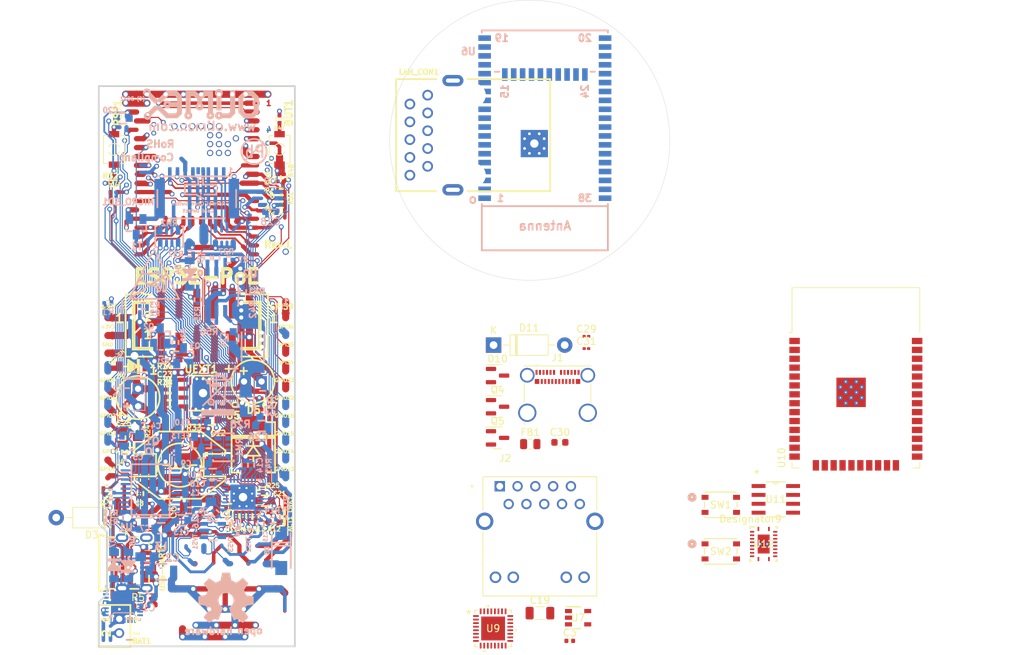
<source format=kicad_pcb>
(kicad_pcb (version 20221018) (generator pcbnew)
  (title_block (title "ESP32-PoE") (date "2024-06-06") (rev "L1"))
  (layers (0 "F.Cu" mixed) (1 "In1.Cu" power) (2 "In2.Cu" power) (31 "B.Cu" mixed) (34 "B.Paste" user) (35 "F.Paste" user) (36 "B.SilkS" user "B.Silkscreen") (37 "F.SilkS" user "F.Silkscreen") (38 "B.Mask" user) (39 "F.Mask" user) (44 "Edge.Cuts" user))
  (net 0 "")
  (net 1 "+5V")
  (net 2 "GND")
  (net 3 "Net-(ACT1-K)")
  (net 4 "Net-(BUT1-Pad2)")
  (net 5 "Net-(ACT1-A)")
  (net 6 "Net-(U3-VBAT)")
  (net 7 "ESP_EN")
  (net 8 "Net-(LAN_CON1-Shield)")
  (net 9 "Net-(MICRO_SD1-VDD)")
  (net 10 "Net-(U1-XI)")
  (net 11 "/+5V_USB")
  (net 12 "Net-(U1-XO)")
  (net 13 "Net-(U1-V3)")
  (net 14 "Net-(LAN_CON1-RCT)")
  (net 15 "Net-(D5-K)")
  (net 16 "Net-(U4-VDDCR)")
  (net 17 "Net-(U4-NRST)")
  (net 18 "Net-(U5-FB)")
  (net 19 "Net-(D1-K)")
  (net 20 "Net-(D4-K)")
  (net 21 "/D_Com")
  (net 22 "+5VP")
  (net 23 "Spare1")
  (net 24 "Spare2")
  (net 25 "/GPIO33")
  (net 26 "/GPIO32")
  (net 27 "/GPI39")
  (net 28 "Net-(D6-K)")
  (net 29 "Net-(D7-A)")
  (net 30 "Net-(D9-K)")
  (net 31 "GPIO3_U0RXD")
  (net 32 "Net-(LNK1-K)")
  (net 33 "Net-(LNK1-A)")
  (net 34 "Net-(MICRO_SD1-DAT1{slash}RES)")
  (net 35 "Net-(MICRO_SD1-DAT0{slash}DO)")
  (net 36 "Net-(MICRO_SD1-CLK{slash}SCLK)")
  (net 38 "Net-(MICRO_SD1-CD{slash}DAT3{slash}CS)")
  (net 39 "Net-(MICRO_SD1-DAT2{slash}RES)")
  (net 40 "Net-(Q2-E)")
  (net 41 "Net-(Q2-B)")
  (net 42 "Net-(Q3-C)")
  (net 43 "Net-(Q3-E)")
  (net 44 "Net-(Q3-B)")
  (net 45 "Net-(T1-C)")
  (net 46 "Net-(U2-DET)")
  (net 47 "Net-(U2-ILIM)")
  (net 48 "Net-(U4-RBIAS)")
  (net 49 "+3.3VLAN")
  (net 50 "Net-(U2-CLASS)")
  (net 51 "/GPI35")
  (net 52 "GPIO2\\HS2_DATA0")
  (net 53 "Net-(U5-BS)")
  (net 54 "Net-(U4-RXER{slash}RXD4{slash}PHYAD0)")
  (net 55 "Net-(U2-NC{slash}UVLO)")
  (net 56 "Net-(U4-RXD2{slash}RMIISEL)")
  (net 57 "Net-(U4-RXD3{slash}PHYAD2)")
  (net 58 "Net-(U4-RXCLK{slash}PHYAD1)")
  (net 59 "Net-(U1-UD+)")
  (net 60 "Net-(U1-UD-)")
  (net 65 "Net-(C10-Pad2)")
  (net 67 "Net-(C12-Pad2)")
  (net 68 "Net-(L3-Pad1)")
  (net 70 "Net-(U2-PG)")
  (net 74 "GPIO0")
  (net 75 "/GPI34\\BUT1")
  (net 76 "GPIO1_U0TXD")
  (net 77 "/GPI36\\U1RXD")
  (net 78 "/GPIO3\\U0RXD")
  (net 79 "/GPIO1\\U0TXD")
  (net 80 "/GPIO4\\U1TXD")
  (net 81 "/GPIO5\\SPI_CS")
  (net 82 "/GPIO15\\HS2_CMD")
  (net 83 "/GPIO16\\I2C-SCL")
  (net 84 "/GPIO14\\HS2_CLK")
  (net 85 "/GPIO13\\I2C-SDA")
  (net 86 "/GPIO27\\EMAC_RX_CRS_DV")
  (net 87 "/GPIO25\\EMAC_RXD0(RMII)")
  (net 88 "/GPIO18\\MDIO(RMII)")
  (net 89 "/GPIO26\\EMAC_RXD1(RMII)")
  (net 90 "/GPIO12\\PHY_PWR")
  (net 91 "/GPIO22\\EMAC_TXD1(RMII)")
  (net 92 "/GPIO19\\EMAC_TXD0(RMII)")
  (net 93 "/GPIO21\\EMAC_TX_EN(RMII)")
  (net 94 "/GPIO23\\MDC(RMII)")
  (net 95 "/GPIO17\\EMAC_CLK_OUT_180")
  (net 96 "/TD+")
  (net 97 "/TD-")
  (net 98 "/RD+")
  (net 99 "/RD-")
  (net 103 "unconnected-(U6-NC-Pad21)")
  (net 104 "unconnected-(U6-NC-Pad22)")
  (net 105 "Net-(R28-Pad1)")
  (net 106 "unconnected-(U6-NC-Pad20)")
  (net 107 "unconnected-(U6-NC-Pad19)")
  (net 108 "unconnected-(U6-NC-Pad17)")
  (net 109 "unconnected-(U6-NC-Pad18)")
  (net 111 "Net-(C26-Pad1)")
  (net 113 "+3.3V")
  (net 114 "Net-(D3-A)")
  (net 115 "Net-(D10-Pad3)")
  (net 116 "Net-(D11-K)")
  (net 120 "Net-(U3-USBDP)")
  (net 121 "Net-(U3-USBDM)")
  (net 131 "Net-(Q4-B)")
  (net 132 "Net-(Q4-E)")
  (net 133 "Net-(Q5-B)")
  (net 134 "Net-(Q5-E)")
  (net 135 "Net-(Q5-C)")
  (net 143 "unconnected-(U3-~{RI}-Pad3)")
  (net 144 "Net-(U3-GND-Pad17)")
  (net 156 "Net-(C19-Pad2)")
  (net 167 "PW+")
  (net 168 "PW-")
  (net 215 "Net-(U10-GND-Pad1)")
  (footprint "OLIMEX_Connectors-FP:GBH-254-SMT-10" (layer "F.Cu") (at 104.14 124.333)
    (fp_text reference "UEXT1")
    (fp_text value "P-B-V-10-LF")
  )
  (footprint "OLIMEX_Diodes-FP:SOT23-3" (layer "F.Cu") (at 94.615 140.335 180)
    (fp_text reference "D2")
    (fp_text value "BAT54C(SOT23-3)")
  )
  (footprint "OLIMEX_RLC-FP:R_0402_5MIL_DWS" (layer "F.Cu") (at 116.586 103.251 90)
    (fp_text reference "R48")
    (fp_text value "10k/R0402")
  )
  (footprint "OLIMEX_RLC-FP:R_0402_5MIL_DWS" (layer "F.Cu") (at 115.951 94.869 90)
    (fp_text reference "R47")
    (fp_text value "220R/R0402")
  )
  (footprint "OLIMEX_RLC-FP:R_0402_5MIL_DWS" (layer "F.Cu") (at 92.329 104.013)
    (fp_text reference "R32")
    (fp_text value "10k/R0402")
  )
  (footprint "OLIMEX_RLC-FP:R_0402_5MIL_DWS" (layer "F.Cu") (at 116.205 106.172 180)
    (fp_text reference "R31")
    (fp_text value "2.2k/R0402")
  )
  (footprint "Resistor_SMD:R_0402_1005Metric" (layer "F.Cu") (at 92.329 105.283)
    (fp_text reference "R4")
    (fp_text value "1k")
  )
  (footprint "Resistor_SMD:R_0402_1005Metric" (layer "F.Cu") (at 95.758 164.338)
    (fp_text reference "R5")
    (fp_text value "220")
  )
  (footprint "OLIMEX_RLC-FP:R_0402_5MIL_DWS" (layer "F.Cu") (at 111.633 151.511 -90)
    (fp_text reference "R13")
    (fp_text value "49.9R/1%/R0402")
  )
  (footprint "OLIMEX_RLC-FP:R_0402_5MIL_DWS" (layer "F.Cu") (at 116.205 107.95)
    (fp_text reference "R44")
    (fp_text value "NA/R0402")
  )
  (footprint "OLIMEX_RLC-FP:R_0402_5MIL_DWS" (layer "F.Cu") (at 113.538 147.574 90)
    (fp_text reference "R25")
    (fp_text value "10k/R0402")
  )
  (footprint "OLIMEX_Connectors-FP:RJP-003TC1(LPJ4112CNL)" (layer "F.Cu") (at 143.614 97.155 90)
    (fp_text reference "LAN_CON1")
    (fp_text value "RJP-003TC1(LPJ4112CNL)")
  )
  (footprint "OLIMEX_RLC-FP:C_0603_5MIL_DWS" (layer "F.Cu") (at 113.919 149.352 180)
    (fp_text reference "C21")
    (fp_text value "NA(10uF/6.3V/20%/X5R/C0603)")
  )
  (footprint "OLIMEX_RLC-FP:R_0402_5MIL_DWS" (layer "F.Cu") (at 103.759 138.049)
    (fp_text reference "R33")
    (fp_text value "4.7R/R0402")
  )
  (footprint "OLIMEX_Diodes-FP:SOD-123_1C-2A_KA" (layer "F.Cu") (at 94.996 130.175 180)
    (fp_text reference "D9")
    (fp_text value "1N5819S4(SOD-123)")
  )
  (footprint "OLIMEX_RLC-FP:C_0603_5MIL_DWS" (layer "F.Cu") (at 106.299 137.795 180)
    (fp_text reference "C12")
    (fp_text value "100nF/100V/10%/X7R/C0603")
  )
  (footprint "OLIMEX_Buttons-FP:IT1185AU2_V2" (layer "F.Cu") (at 92.321 99.187 90)
    (fp_text reference "RST1")
    (fp_text value "IT1185AU2")
  )
  (footprint "OLIMEX_RLC-FP:C_0402_5MIL_DWS" (layer "F.Cu") (at 100.203 134.493)
    (fp_text reference "C23")
    (fp_text value "12pF/50V/5%/COG/C0402")
  )
  (footprint "OLIMEX_RLC-FP:R_0402_5MIL_DWS" (layer "F.Cu") (at 100.203 133.477 180)
    (fp_text reference "R34")
    (fp_text value "5.23k/1%/R0402")
  )
  (footprint "OLIMEX_RLC-FP:R_0402_5MIL_DWS" (layer "F.Cu") (at 100.203 135.509)
    (fp_text reference "R38")
    (fp_text value "30.1k/1%/R0402")
  )
  (footprint "OLIMEX_RLC-FP:R_0402_5MIL_DWS" (layer "F.Cu") (at 116.205 105.283 180)
    (fp_text reference "R36")
    (fp_text value "10k/R0402")
  )
  (footprint "OLIMEX_RLC-FP:R_0402_5MIL_DWS" (layer "F.Cu") (at 115.697 103.251 -90)
    (fp_text reference "R49")
    (fp_text value "NA/R0402")
  )
  (footprint "OLIMEX_RLC-FP:CPOL-RM2.5mm_6.3x11mm_PTH" (layer "F.Cu") (at 112.141 132.334)
    (fp_text reference "C27")
    (fp_text value "15uF/100V/20%/RM2.5/6.3x11mm(Farnell:1281844)")
  )
  (footprint "OLIMEX_Diodes-FP:DO214AB(SMC)_1(K)-2(A)" (layer "F.Cu") (at 112.2172 141.732 -90)
    (fp_text reference "D5")
    (fp_text value "SS510/100V/5A/0.85V/DO214AB(SMC)")
  )
  (footprint "OLIMEX_RLC-FP:CPOL-RM2.5mm_6.3x11mm_PTH" (layer "F.Cu") (at 95.758 134.62 90)
    (fp_text reference "C25")
    (fp_text value "470uF/10V/20%/Low_ESR/RM2.5/6.0x11mm")
  )
  (footprint "OLIMEX_RLC-FP:R_0402_5MIL_DWS" (layer "F.Cu") (at 96.266 138.938 -90)
    (fp_text reference "R24")
    (fp_text value "220R/R0402")
  )
  (footprint "OLIMEX_RLC-FP:DBS135" (layer "F.Cu") (at 101.727 144.272 180)
    (fp_text reference "L4")
    (fp_text value "33uH/2.1A/DCR=0.1R/20%/DBS135(PD3316MT330)")
  )
  (footprint "OLIMEX_RLC-FP:C_0402_5MIL_DWS" (layer "F.Cu") (at 96.0755 148.336 90)
    (fp_text reference "C8")
    (fp_text value "100nF/16V/10%/X7R/C0402")
  )
  (footprint "Capacitor_SMD:C_0201_0603Metric" (layer "F.Cu") (at 99.695 151.003 -90)
    (fp_text reference "C6")
    (fp_text value "1uF")
  )
  (footprint "Diode_THT:D_DO-41_SOD81_P10.16mm_Horizontal" (layer "F.Cu") (at 94.234 151.765 180)
    (fp_text reference "D3")
    (fp_text value "1N5819")
  )
  (footprint "OLIMEX_RLC-FP:R_0402_5MIL_DWS" (layer "F.Cu") (at 91.313 147.574)
    (fp_text reference "R16")
    (fp_text value "NA(10k/R0402)")
  )
  (footprint "OLIMEX_Connectors-FP:USB-MICRO_MISB-SWMM-5B_LF" (layer "F.Cu") (at 93.726 158.242 180)
    (fp_text reference "USB-UART1")
    (fp_text value "MISB-SWMM-5B-LF(USB_MICRO)")
  )
  (footprint "OLIMEX_RLC-FP:R_0402_5MIL_DWS" (layer "F.Cu") (at 110.744 151.511 -90)
    (fp_text reference "R10")
    (fp_text value "49.9R/1%/R0402")
  )
  (footprint "OLIMEX_RLC-FP:C_0402_5MIL_DWS" (layer "F.Cu") (at 108.839 150.241)
    (fp_text reference "C11")
    (fp_text value "100nF/16V/10%/X7R/C0402")
  )
  (footprint "OLIMEX_RLC-FP:R_0402_5MIL_DWS" (layer "F.Cu") (at 112.522 151.511 -90)
    (fp_text reference "R12")
    (fp_text value "49.9R/1%/R0402")
  )
  (footprint "OLIMEX_LEDs-FP:LED_0603_KA" (layer "F.Cu") (at 115.189 152.4 180)
    (fp_text reference "ACT1")
    (fp_text value "LED/YELLOW/0603")
  )
  (footprint "OLIMEX_LEDs-FP:LED_0603_KA" (layer "F.Cu") (at 115.189 150.876 180)
    (fp_text reference "LNK1")
    (fp_text value "LED/GREEN/0603")
  )
  (footprint "OLIMEX_RLC-FP:R_0402_5MIL_DWS" (layer "F.Cu") (at 109.728 151.511 -90)
    (fp_text reference "R11")
    (fp_text value "49.9R/1%/R0402")
  )
  (footprint "OLIMEX_Buttons-FP:IT1185AU2_V2" (layer "F.Cu") (at 115.959 99.187 90)
    (fp_text reference "BUT1")
    (fp_text value "IT1185AU2")
  )
  (footprint "OLIMEX_Regulators-FP:ESOIC-8" (layer "F.Cu") (at 105.029 133.985 90)
    (fp_text reference "U5")
    (fp_text value "TX4138(ESOIC-8)")
  )
  (footprint "OLIMEX_Connectors-FP:LIPO_BAT_VERTICAL_DW02S" (layer "F.Cu") (at 89.535 167.259 -90)
    (fp_text reference "BAT1")
    (fp_text value "DW02S")
  )
  (footprint "Diode_THT:D_DO-41_SOD81_P10.16mm_Horizontal" (layer "F.Cu") (at 146.5238 127.1308)
    (fp_text reference "D11")
    (fp_text value "1N5819")
  )
  (footprint "Package_TO_SOT_SMD:SOT-23" (layer "F.Cu") (at 147.0938 135.9308)
    (fp_text reference "Q4")
    (fp_text value "BC817")
  )
  (footprint "RF_Module:ESP32-WROOM-32" (layer "F.Cu") (at 198.26 134.7928)
    (fp_text reference "U10")
    (fp_text value "ESP32-WROOM-32")
  )
  (footprint "ESDS314DBVR:DBV0005A_N" (layer "F.Cu") (at 158.596401 166.057201)
    (fp_text reference "U7")
    (fp_text value "ESDS314DBVR")
  )
  (footprint "PTS815:SW4_PTS815 SJM 250 SMTR LFS_CNK" (layer "F.Cu") (at 178.9721 149.9428)
    (fp_text reference "SW1")
    (fp_text value "PTS815 SJM 250 SMTR LFS")
  )
  (footprint "Package_TO_SOT_SMD:SOT-23" (layer "F.Cu") (at 147.0938 131.4808)
    (fp_text reference "D10")
    (fp_text value "BAT54C")
  )
  (footprint "PTS815:SW4_PTS815 SJM 250 SMTR LFS_CNK" (layer "F.Cu") (at 178.9721 156.5898)
    (fp_text reference "SW2")
    (fp_text value "PTS815 SJM 250 SMTR LFS")
  )
  (footprint "Connector_USB:USB_C_Receptacle_Molex_105450-0101-L" (layer "F.Cu") (at 155.6588 134.2408)
    (fp_text reference "J1")
    (fp_text value "USB_C_Receptacle")
  )
  (footprint "LM193DR:D8" (layer "F.Cu") (at 186.8296 149.1599)
    (fp_text reference "U11")
    (fp_text value "TPS2375D")
  )
  (footprint "LAN8710A_EZC:QFN32_5X5MC_MCH" (layer "F.Cu") (at 146.4591 167.5977)
    (fp_text reference "U9")
    (fp_text value "LAN8710A-EZC")
  )
  (footprint "Capacitor_SMD:C_0201_0603Metric" (layer "F.Cu") (at 159.7838 127.6308)
    (fp_text reference "C31")
    (fp_text value "1uF")
  )
  (footprint "Capacitor_SMD:C_0402_1005Metric" (layer "F.Cu") (at 157.4064 169.3672)
    (fp_text reference "C3")
    (fp_text value "100nF")
  )
  (footprint "LM5145RGYR:RGY0020B" (layer "F.Cu") (at 185.095001 155.5378)
    (fp_text reference "U12")
    (fp_text value "LM5145RGYR")
  )
  (footprint "Package_TO_SOT_SMD:SOT-23" (layer "F.Cu") (at 147.0938 140.3808)
    (fp_text reference "Q5")
    (fp_text value "BC817")
  )
  (footprint "Capacitor_SMD:C_0603_1608Metric" (layer "F.Cu") (at 155.9938 141.0208)
    (fp_text reference "C30")
    (fp_text value "10uF")
  )
  (footprint "SI-46020-F:BEL_SI-46020-F" (layer "F.Cu") (at 153.1264 156.1772)
    (fp_text reference "J2")
    (fp_text value "SI-46020-F")
  )
  (footprint "Capacitor_SMD:C_1206_3216Metric" (layer "F.Cu") (at 153.1464 165.4072)
    (fp_text reference "C19")
    (fp_text value "1nF")
  )
  (footprint "Capacitor_SMD:C_0201_0603Metric" (layer "F.Cu") (at 159.7838 125.8808)
    (fp_text reference "C29")
    (fp_text value "1uF")
  )
  (footprint "Capacitor_SMD:C_0805_2012Metric" (layer "F.Cu") (at 151.7638 141.2708)
    (fp_text reference "FB1")
    (fp_text value "600R-2A")
  )
  (footprint "Resistor_SMD:R_0402_1005Metric" (layer "B.Cu") (at 91.44 121.158)
    (fp_text reference "R1")
    (fp_text value "1k")
  )
  (footprint "OLIMEX_RLC-FP:R_MATRIX_4" (layer "B.Cu") (at 107.95 141.732 90)
    (fp_text reference "RM1")
    (fp_text value "RA1206_(4X0603)_4B8_2.2k")
  )
  (footprint "OLIMEX_Connectors-FP:uSD(TFC-9P-1.xH(ATFFS150A01BR016))" (layer "B.Cu") (at 104.14 105.537)
    (fp_text reference "MICRO_SD1")
    (fp_text value "TFC-9P-1.7H(ATFFS150A01BR016)")
  )
  (footprint "OLIMEX_RLC-FP:R_MATRIX_4" (layer "B.Cu") (at 100.203 111.633)
    (fp_text reference "RM2")
    (fp_text value "RA1206_(4X0603)_4B8_2.2k")
  )
  (footprint "OLIMEX_Transistors-FP:SOT23" (layer "B.Cu") (at 104.775 141.224 90)
    (fp_text reference "FET3")
    (fp_text value "WPM2015-3/TR")
  )
  (footprint "OLIMEX_RLC-FP:C_0402_5MIL_DWS" (layer "B.Cu") (at 93.853 143.129 180)
    (fp_text reference "C5")
    (fp_text value "27pF/50V/5%/C0G/C0402")
  )
  (footprint "OLIMEX_RLC-FP:C_0603_5MIL_DWS" (layer "B.Cu") (at 104.902 144.018)
    (fp_text reference "C9")
    (fp_text value "22uF/6.3V/20%/X5R/C0603")
  )
  (footprint "OLIMEX_RLC-FP:C_0402_5MIL_DWS" (layer "B.Cu") (at 113.284 152.654 90)
    (fp_text reference "C15")
    (fp_text value "100nF/16V/10%/X7R/C0402")
  )
  (footprint "OLIMEX_RLC-FP:C_0402_5MIL_DWS" (layer "B.Cu") (at 103.124 150.749 180)
    (fp_text reference "C16")
    (fp_text value "100nF/16V/10%/X7R/C0402")
  )
  (footprint "OLIMEX_RLC-FP:C_0402_5MIL_DWS" (layer "B.Cu") (at 106.299 146.939 180)
    (fp_text reference "C18")
    (fp_text value "100nF/16V/10%/X7R/C0402")
  )
  (footprint "OLIMEX_RLC-FP:C_0603_5MIL_DWS" (layer "B.Cu") (at 106.426 145.542 180)
    (fp_text reference "C17")
    (fp_text value "2.2uF/6.3V/10%/X5R/C0603")
  )
  (footprint "OLIMEX_RLC-FP:L_0805_5MIL_DWS" (layer "B.Cu") (at 105.156 149.479)
    (fp_text reference "L1")
    (fp_text value "FB0805/600R/2A")
  )
  (footprint "OLIMEX_IC-FP:SSOP-20W" (layer "B.Cu") (at 97.536 147.955 90)
    (fp_text reference "U1")
    (fp_text value "CH340T(SSOP20W)")
  )
  (footprint "Capacitor_SMD:C_0603_1608Metric" (layer "B.Cu") (at 97.282 163.195)
    (fp_text reference "C1")
    (fp_text value "10uF")
  )
  (footprint "OLIMEX_RLC-FP:L_0805_5MIL_DWS" (layer "B.Cu") (at 97.155 157.353)
    (fp_text reference "L3")
    (fp_text value "FB0805/600R/2A")
  )
  (footprint "OLIMEX_RLC-FP:C_0402_5MIL_DWS" (layer "B.Cu") (at 96.52 138.684 180)
    (fp_text reference "C4")
    (fp_text value "27pF/50V/5%/C0G/C0402")
  )
  (footprint "OLIMEX_Crystal-FP:TSX-3.2x2.5mm_GND(3)" (layer "B.Cu") (at 94.869 140.843 180)
    (fp_text reference "Q1")
    (fp_text value "Q12MHz/20pF/10ppm/4P/3.2x2.5mm")
  )
  (footprint "OLIMEX_LOGOs-FP:LOGO_ANTISTATIC_1" (layer "B.Cu") (at 101.6 120.523 180)
    (fp_text reference "Sign_Antistatic" hide)
    (fp_text value "Val**" hide)
  )
  (footprint "OLIMEX_LOGOs-FP:LOGO_RECYCLEBIN_1" (layer "B.Cu") (at 109.474 137.16 180)
    (fp_text reference "Sign_RecycleBin" hide)
    (fp_text value "" hide)
  )
  (footprint "OLIMEX_LOGOs-FP:LOGO_PBFREE" (layer "B.Cu") (at 112.522 99.187)
    (fp_text reference "Sign_PB-Free")
    (fp_text value "")
  )
  (footprint "OLIMEX_LOGOs-FP:LOGO_OPENHARDWARE_8x8" (layer "B.Cu") (at 108.331 163.703 180)
    (fp_text reference "Logo_OSHW" hide)
    (fp_text value "" hide)
  )
  (footprint "OLIMEX_RLC-FP:C_1206_5MIL_DWS_ISO" (layer "B.Cu") (at 99.06 159.512)
    (fp_text reference "C2")
    (fp_text value "1nF/2000V/10%/X7R/C1206")
  )
  (footprint "OLIMEX_RLC-FP:C_0603_5MIL_DWS" (layer "B.Cu") (at 99.06 153.289)
    (fp_text reference "C7")
    (fp_text value "22uF/6.3V/20%/X5R/C0603")
  )
  (footprint "OLIMEX_Diodes-FP:SMA-KA" (layer "B.Cu") (at 116.205 156.464 -90)
    (fp_text reference "D8")
    (fp_text value "SMAJ58A/SMA")
  )
  (footprint "OLIMEX_RLC-FP:R_0402_5MIL_DWS" (layer "B.Cu") (at 114.935 152.146)
    (fp_text reference "R14")
    (fp_text value "2.2k/R0402")
  )
  (footprint "OLIMEX_Transistors-FP:SOT23" (layer "B.Cu") (at 98.93046 125.81636 -90)
    (fp_text reference "Q2")
    (fp_text value "BC817-40(SOT23)")
  )
  (footprint "Diode_THT:D_DO-41_SOD81_P10.16mm_Horizontal" (layer "B.Cu") (at 95.25 128.651 -90)
    (fp_text reference "D1")
    (fp_text value "1N5819")
  )
  (footprint "OLIMEX_RLC-FP:C_0603_5MIL_DWS" (layer "B.Cu") (at 104.775 138.176 180)
    (fp_text reference "C10")
    (fp_text value "22uF/6.3V/20%/X5R/C0603")
  )
  (footprint "OLIMEX_RLC-FP:R_0402_5MIL_DWS" (layer "B.Cu") (at 99.06 128.27)
    (fp_text reference "R21")
    (fp_text value "1k/R0402")
  )
  (footprint "OLIMEX_Transistors-FP:SOT23" (layer "B.Cu") (at 102.235 128.651 -90)
    (fp_text reference "Q3")
    (fp_text value "BC817-40(SOT23)")
  )
  (footprint "OLIMEX_RLC-FP:R_0402_5MIL_DWS" (layer "B.Cu") (at 104.267 120.65 -90)
    (fp_text reference "R35")
    (fp_text value "2.2k/R0402")
  )
  (footprint "OLIMEX_RLC-FP:R_0402_5MIL_DWS" (layer "B.Cu") (at 116.459 151.765 90)
    (fp_text reference "R15")
    (fp_text value "2.2k/R0402")
  )
  (footprint "OLIMEX_LOGOs-FP:OLIMEX_LOGO_TB" (layer "B.Cu") (at 104.648 92.71 180)
    (fp_text reference "Logo_Olimex" hide)
    (fp_text value "" hide)
  )
  (footprint "OLIMEX_Diodes-FP:SOD-123_1C-2A_KA" (layer "B.Cu") (at 103.124 116.967 90)
    (fp_text reference "D4")
    (fp_text value "1N5819S4(SOD-123)")
  )
  (footprint "OLIMEX_RLC-FP:R_0402_5MIL_DWS" (layer "B.Cu") (at 91.821 149.606 180)
    (fp_text reference "R18")
    (fp_text value "10k/R0402")
  )
  (footprint "OLIMEX_RLC-FP:R_0402_5MIL_DWS" (layer "B.Cu") (at 91.821 148.209 180)
    (fp_text reference "R19")
    (fp_text value "10k/R0402")
  )
  (footprint "OLIMEX_RLC-FP:C_0402_5MIL_DWS" (layer "B.Cu") (at 110.998 144.272 90)
    (fp_text reference "C14")
    (fp_text value "100nF/16V/10%/X7R/C0402")
  )
  (footprint "OLIMEX_RLC-FP:R_0402_5MIL_DWS" (layer "B.Cu") (at 111.887 144.272 -90)
    (fp_text reference "R41")
    (fp_text value "2.2k/R0402")
  )
  (footprint "OLIMEX_Diodes-FP:D_0402_5MIL_DWS" (layer "B.Cu") (at 111.887 153.797 180)
    (fp_text reference "TVS2")
    (fp_text value "NA(GG0402052R542P)")
  )
  (footprint "OLIMEX_Diodes-FP:D_0402_5MIL_DWS" (layer "B.Cu") (at 109.982 153.797)
    (fp_text reference "TVS3")
    (fp_text value "NA(GG0402052R542P)")
  )
  (footprint "OLIMEX_Diodes-FP:SOT-23-5" (layer "B.Cu") (at 106.426 153.609 180)
    (fp_text reference "TVS1")
    (fp_text value "ESDS314DBVR(SOT-23-5)")
  )
  (footprint "OLIMEX_IC-FP:QFN32_EP(33)_5.00x5.00x0.90mm_Pitch_0.50mm" (layer "B.Cu") (at 110.744 148.844 90)
    (fp_text reference "U4")
    (fp_text value "LAN8710A-EZC(QFN32)")
  )
  (footprint "OLIMEX_RLC-FP:R_0402_5MIL_DWS" (layer "B.Cu") (at 106.82879 151.15179 135)
    (fp_text reference "R26")
    (fp_text value "12.1k/1%/R0402")
  )
  (footprint "OLIMEX_RLC-FP:C_0603_5MIL_DWS" (layer "B.Cu") (at 101.981 152.146 180)
    (fp_text reference "C13")
    (fp_text value "22uF/6.3V/20%/X5R/C0603")
  )
  (footprint "OLIMEX_Diodes-FP:SOD-123_1C-2A_KA" (layer "B.Cu") (at 94.361 158.623 90)
    (fp_text reference "D6")
    (fp_text value "1N5819S4(SOD-123)")
  )
  (footprint "OLIMEX_Diodes-FP:SOD-123_1C-2A_KA" (layer "B.Cu") (at 92.329 158.623 -90)
    (fp_text reference "D7")
    (fp_text value "1N5819S4(SOD-123)")
  )
  (footprint "OLIMEX_RLC-FP:R_1206_5MIL_DWS" (layer "B.Cu") (at 111.125 135.255 90)
    (fp_text reference "R28")
    (fp_text value "0.03R/1%/R1206")
  )
  (footprint "OLIMEX_RLC-FP:R_0402_5MIL_DWS" (layer "B.Cu") (at 101.092 126.746 -90)
    (fp_text reference "R20")
    (fp_text value "1k/R0402")
  )
  (footprint "OLIMEX_RLC-FP:C_0603_5MIL_DWS" (layer "B.Cu") (at 109.347 126.111 90)
    (fp_text reference "C24")
    (fp_text value "100nF/100V/10%/X7R/C0603")
  )
  (footprint "OLIMEX_RLC-FP:R_2512_MM_DWS" (layer "B.Cu") (at 112.141 127.3552 90)
    (fp_text reference "R42")
    (fp_text value "4.7k/R2512")
  )
  (footprint "OLIMEX_RLC-FP:C_0603_5MIL_DWS" (layer "B.Cu") (at 113.411 138.684)
    (fp_text reference "C26")
    (fp_text value "NA(220pF/100V/C0603)")
  )
  (footprint "OLIMEX_RLC-FP:R_0603_5MIL_DWS" (layer "B.Cu") (at 113.157 136.398 90)
    (fp_text reference "R43")
    (fp_text value "NA(22R/R0603)")
  )
  (footprint "OLIMEX_Cases-FP:ESP32-WROVER(WROOM)-UNIVERSAL_MODULE" (layer "B.Cu") (at 153.8478 97.8936)
    (fp_text reference "U6")
    (fp_text value "ESP32-WROVER-E")
  )
  (footprint "Capacitor_SMD:C_0603_1608Metric" (layer "B.Cu") (at 114.681 108.077)
    (fp_text reference "C28")
    (fp_text value "10uF")
  )
  (footprint "Package_TO_SOT_SMD:SOT-23-5" (layer "B.Cu") (at 114.680999 106.172 180)
    (fp_text reference "U8")
    (fp_text value "MIC5504-3.3YM5")
  )
  (footprint "FT232RQ:QFN50P500X500X90-33N" (layer "B.Cu") (at 93.599 163.957 180)
    (fp_text reference "U3")
    (fp_text value "FT232RQ")
  )
  (footprint "OLIMEX_Transistors-FP:SOT23" (layer "B.Cu") (at 95.504 110.236 90)
    (fp_text reference "T1")
    (fp_text value "LMUN2211LT1G(SOT-23)")
  )
  (footprint "OLIMEX_RLC-FP:R_0402_5MIL_DWS" (layer "B.Cu") (at 96.52 122.428)
    (fp_text reference "R2")
    (fp_text value "10k/R0402")
  )
  (footprint "OLIMEX_RLC-FP:R_0402_5MIL_DWS" (layer "B.Cu") (at 96.52 121.539 180)
    (fp_text reference "R3")
    (fp_text value "1k/R0402")
  )
  (footprint "OLIMEX_RLC-FP:C_0603_5MIL_DWS" (layer "B.Cu") (at 93.599 94.742 180)
    (fp_text reference "C20")
    (fp_text value "1uF/10V/20%/X5R/C0603")
  )
  (footprint "OLIMEX_RLC-FP:R_0402_5MIL_DWS" (layer "B.Cu") (at 106.426 123.952)
    (fp_text reference "R50")
    (fp_text value "NA(130k/R0402)")
  )
  (footprint "OLIMEX_RLC-FP:R_0402_5MIL_DWS" (layer "B.Cu") (at 110.744 119.507 90)
    (fp_text reference "R51")
    (fp_text value "NA(10k/R0402)")
  )
  (footprint "OLIMEX_IC-FP:SOIC-8_1.75mm" (layer "B.Cu") (at 107.569 119.507)
    (fp_text reference "U2")
    (fp_text value "TPS2375D(SO-8)")
  )
  (footprint "OLIMEX_RLC-FP:R_0402_5MIL_DWS" (layer "B.Cu") (at 106.934 114.681 -90)
    (fp_text reference "R27")
    (fp_text value "4.42k/1%/1/16W/R0402")
  )
  (footprint "OLIMEX_RLC-FP:R_0402_5MIL_DWS" (layer "B.Cu") (at 103.124 114.046)
    (fp_text reference "R37")
    (fp_text value "10k/R0402")
  )
  (footprint "OLIMEX_RLC-FP:R_0402_5MIL_DWS" (layer "B.Cu") (at 105.664 114.681 90)
    (fp_text reference "R23")
    (fp_text value "180k/1%/R0402")
  )
  (footprint "OLIMEX_RLC-FP:R_0402_5MIL_DWS" (layer "B.Cu") (at 108.712 114.935 180)
    (fp_text reference "R7")
    (fp_text value "24.9k/1%/R0402")
  )
  (gr_line (start 95.377 165.735) (end 94.996 165.354) (stroke (width 0.1524)) (layer "B.SilkS"))
  (gr_line (start 91.694 165.989) (end 91.821 165.608) (stroke (width 0.1524)) (layer "B.SilkS"))
  (gr_line (start 92.329 165.354) (end 91.694 165.989) (stroke (width 0.1524)) (layer "B.SilkS"))
  (gr_line (start 91.694 165.989) (end 92.075 165.862) (stroke (width 0.1524)) (layer "B.SilkS"))
  (gr_line (start 94.996 165.354) (end 92.329 165.354) (stroke (width 0.1524)) (layer "B.SilkS"))
  (gr_line (start 118.15 170.15) (end 118.15 90.15) (stroke (width 0.254)) (layer "Edge.Cuts"))
  (gr_line (start 90.15 170.15) (end 118.15 170.15) (stroke (width 0.254)) (layer "Edge.Cuts"))
  (gr_line (start 90.15 152.654) (end 91.313 153.797) (stroke (width 0.254)) (layer "Edge.Cuts"))
  (gr_line (start 91.313 162.687) (end 90.15 163.83) (stroke (width 0.254)) (layer "Edge.Cuts"))
  (gr_line (start 91.313 153.797) (end 91.313 162.687) (stroke (width 0.254)) (layer "Edge.Cuts"))
  (gr_line (start 90.15 152.654) (end 90.15 90.15) (stroke (width 0.254)) (layer "Edge.Cuts"))
  (gr_line (start 90.15 90.15) (end 118.15 90.15) (stroke (width 0.254)) (layer "Edge.Cuts"))
  (gr_circle (center 151.6888 97.8764) (end 171.6888 97.8764) (stroke (width 0.05)) (fill none) (layer "Edge.Cuts"))
  (gr_line (start 90.15 163.83) (end 90.15 170.15) (stroke (width 0.254)) (layer "Edge.Cuts"))
  (gr_text "1" (at 114.427 92.583) (layer "F.Cu") (effects (font (size 0.762 0.762) (thickness 0.1905))))
  (gr_text "4" (at 114.427 96.393) (layer "B.Cu") (effects (font (size 0.762 0.762) (thickness 0.1905)) (justify mirror)))
  (gr_text "1" (at 116.84 121.031) (layer "B.SilkS") (effects (font (size 1.016 1.016) (thickness 0.254)) (justify mirror)))
  (gr_text "1" (at 108.966 102.235) (layer "B.SilkS") (effects (font (size 0.762 0.762) (thickness 0.1905)) (justify mirror)))
  (gr_text "RoHS" (at 98.933 98.425) (layer "B.SilkS") (effects (font (size 1.016 1.016) (thickness 0.254)) (justify mirror)))
  (gr_text "+" (at 94.488 166.243 90) (layer "B.SilkS") (effects (font (size 1.016 1.016) (thickness 0.254)) (justify mirror)))
  (gr_text "-" (at 94.488 169.291 180) (layer "B.SilkS") (effects (font (size 1.016 1.016) (thickness 0.254)) (justify mirror)))
  (gr_text "www.olimex.com" (at 104.902 95.885) (layer "B.SilkS") (effects (font (size 1.27 1.27) (thickness 0.254)) (justify mirror)))
  (gr_text "+" (at 94.107 135.763) (layer "B.SilkS") (effects (font (size 1.016 1.016) (thickness 0.254)) (justify mirror)))
  (gr_text "-" (at 113.538 133.731 180) (layer "B.SilkS") (effects (font (size 1.016 1.016) (thickness 0.254)) (justify mirror)))
  (gr_text "+" (at 109.601 130.429) (layer "B.SilkS") (effects (font (size 1.016 1.016) (thickness 0.254)) (justify mirror)))
  (gr_text "-" (at 94.107 133.35 180) (layer "B.SilkS") (effects (font (size 1.016 1.016) (thickness 0.254)) (justify mirror)))
  (gr_text "(C) 2022" (at 94.996 91.948) (layer "B.SilkS") (effects (font (size 0.508 0.508) (thickness 0.127)) (justify mirror)))
  (gr_text "Compliant" (at 97.028 100.33) (layer "B.SilkS") (effects (font (size 1.016 1.016) (thickness 0.254)) (justify mirror)))
  (gr_text "1" (at 93.472 121.412) (layer "B.SilkS") (effects (font (size 1.016 1.016) (thickness 0.254)) (justify mirror)))
  (gr_text "1" (at 115.189 123.317) (layer "F.SilkS") (effects (font (size 1.27 1.27) (thickness 0.254))))
  (gr_text "+5V" (at 91.44 121.666) (layer "F.SilkS") (effects (font (size 0.762 0.762) (thickness 0.1905))))
  (gr_text "+3V3" (at 91.44 124.5235) (layer "F.SilkS") (effects (font (size 0.508 0.508) (thickness 0.127))))
  (gr_text "GND" (at 91.44 127.0635) (layer "F.SilkS") (effects (font (size 0.508 0.508) (thickness 0.127))))
  (gr_text "ESP_EN" (at 92.71 128.905 45) (layer "F.SilkS") (effects (font (size 0.508 0.508) (thickness 0.127))))
  (gr_text "GPIO0" (at 91.44 132.1435) (layer "F.SilkS") (effects (font (size 0.508 0.508) (thickness 0.127))))
  (gr_text "GPIO1" (at 91.44 134.6835) (layer "F.SilkS") (effects (font (size 0.508 0.508) (thickness 0.127))))
  (gr_text "GPIO2" (at 91.44 137.2235) (layer "F.SilkS") (effects (font (size 0.508 0.508) (thickness 0.127))))
  (gr_text "GPIO3" (at 91.44 139.7635) (layer "F.SilkS") (effects (font (size 0.508 0.508) (thickness 0.127))))
  (gr_text "GPIO4" (at 91.821 142.3035) (layer "F.SilkS") (effects (font (size 0.508 0.508) (thickness 0.127))))
  (gr_text "GPIO5" (at 91.44 144.8435) (layer "F.SilkS") (effects (font (size 0.508 0.508) (thickness 0.127))))
  (gr_text "GPIO13" (at 116.6495 144.8435) (layer "F.SilkS") (effects (font (size 0.508 0.508) (thickness 0.127))))
  (gr_text "GPIO14" (at 116.6495 142.3035) (layer "F.SilkS") (effects (font (size 0.508 0.508) (thickness 0.127))))
  (gr_text "GPIO15" (at 116.6495 139.7635) (layer "F.SilkS") (effects (font (size 0.508 0.508) (thickness 0.127))))
  (gr_text "GPIO16" (at 116.6495 137.2235) (layer "F.SilkS") (effects (font (size 0.508 0.508) (thickness 0.127))))
  (gr_text "GPIO32" (at 116.6495 134.6835) (layer "F.SilkS") (effects (font (size 0.508 0.508) (thickness 0.127))))
  (gr_text "GPIO33" (at 116.6495 132.1435) (layer "F.SilkS") (effects (font (size 0.508 0.508) (thickness 0.127))))
  (gr_text "GPI34" (at 116.84 129.6035) (layer "F.SilkS") (effects (font (size 0.508 0.508) (thickness 0.127))))
  (gr_text "GPI35" (at 116.84 127.0635) (layer "F.SilkS") (effects (font (size 0.508 0.508) (thickness 0.127))))
  (gr_text "GPI36" (at 116.84 124.5235) (layer "F.SilkS") (effects (font (size 0.508 0.508) (thickness 0.127))))
  (gr_text "GPI39" (at 116.2685 121.666) (layer "F.SilkS") (effects (font (size 0.762 0.762) (thickness 0.1905))))
  (gr_text "1" (at 97.9678 130.683) (layer "F.SilkS") (effects (font (size 1.27 1.27) (thickness 0.254))))
  (gr_text "+" (at 95.377 166.243 90) (layer "F.SilkS") (effects (font (size 1.016 1.016) (thickness 0.254))))
  (gr_text "ESP32-PoE" (at 104.14 117.348) (layer "F.SilkS") (effects (font (size 2.032 2.032) (thickness 0.508))))
  (gr_text "Rev.L" (at 115.7732 112.776) (layer "F.SilkS") (effects (font (size 1.016 1.016) (thickness 0.254))))
  (gr_text "-" (at 95.504 168.402 180) (layer "F.SilkS") (effects (font (size 1.016 1.016) (thickness 0.254))))
  (gr_text "1" (at 93.091 123.317) (layer "F.SilkS") (effects (font (size 1.27 1.27) (thickness 0.254))))
  (segment (start 97.75 150.749) (end 98.171 150.749) (width 0.762) (layer "F.Cu") (net 0))
  (segment (start 103.96242 152.57758) (end 104.591 151.949) (width 0.508) (layer "F.Cu") (net 0))
  (segment (start 102.621307 148.341307) (end 102.562043 148.341307) (width 0.6096) (layer "F.Cu") (net 0))
  (segment (start 92.71 136.108702) (end 93.013399 136.412101) (width 0.1524) (layer "F.Cu") (net 0))
  (segment (start 94.742 149.479) (end 94.742 149.773) (width 0.762) (layer "F.Cu") (net 0))
  (segment (start 97.536 163.322) (end 98.298 164.084) (width 0.508) (layer "F.Cu") (net 0))
  (segment (start 101.158 150.556) (end 101.158 150.338) (width 0.4064) (layer "F.Cu") (net 0))
  (segment (start 98.806 150.114) (end 98.171 150.749) (width 0.762) (layer "F.Cu") (net 0))
  (segment (start 103.058 150.338) (end 103.058 151.196) (width 0.6096) (layer "F.Cu") (net 0))
  (segment (start 94.742 149.773) (end 96.734 151.765) (width 0.762) (layer "F.Cu") (net 0))
  (segment (start 93.112011 164.867001) (end 93.09101 164.846) (width 0.2032) (layer "F.Cu") (net 0))
  (segment (start 103.058 152.938) (end 103.41842 152.57758) (width 0.508) (layer "F.Cu") (net 0))
  (segment (start 99.695 150.114) (end 99.695 149.733) (width 0.762) (layer "F.Cu") (net 0))
  (segment (start 93.515 141.285) (end 93.715 141.285) (width 0.3048) (layer "F.Cu") (net 0))
  (segment (start 91.44 133.38) (end 91.47 133.38) (width 1.016) (layer "F.Cu") (net 0))
  (segment (start 103.058 149.926) (end 103.251 149.733) (width 0.6096) (layer "F.Cu") (net 0))
  (segment (start 98.298 151.765) (end 99.06 151.003) (width 0.4064) (layer "F.Cu") (net 0))
  (segment (start 103.41842 152.57758) (end 103.96242 152.57758) (width 0.508) (layer "F.Cu") (net 0))
  (segment (start 103.058 152.938) (end 103.187474 153.067474) (width 0.508) (layer "F.Cu") (net 0))
  (segment (start 98.298 164.084) (end 98.298 164.338) (width 0.508) (layer "F.Cu") (net 0))
  (segment (start 92.202 134.112) (end 92.71 134.62) (width 0.1524) (layer "F.Cu") (net 0))
  (segment (start 103.058 150.338) (end 103.058 151.064) (width 0.254) (layer "F.Cu") (net 0))
  (segment (start 98.552 153.035) (end 98.552 152.019) (width 0.4064) (layer "F.Cu") (net 0))
  (segment (start 93.013399 137.937881) (end 93.251518 138.176) (width 0.1524) (layer "F.Cu") (net 0))
  (segment (start 99.695 150.114) (end 98.806 150.114) (width 0.762) (layer "F.Cu") (net 0))
  (segment (start 96.752999 164.867001) (end 93.112011 164.867001) (width 0.2032) (layer "F.Cu") (net 0))
  (segment (start 104.972 151.568) (end 104.972 151.003) (width 0.4064) (layer "F.Cu") (net 0))
  (segment (start 101.651183 152.094817) (end 101.473 152.273) (width 0.1524) (layer "F.Cu") (net 0))
  (segment (start 93.715 141.285) (end 94.259 140.741) (width 0.3048) (layer "F.Cu") (net 0))
  (segment (start 93.013399 136.412101) (end 93.013399 137.937881) (width 0.1524) (layer "F.Cu") (net 0))
  (segment (start 92.71 134.62) (end 92.71 136.108702) (width 0.1524) (layer "F.Cu") (net 0))
  (segment (start 103.251 149.733) (end 103.251 148.971) (width 0.6604) (layer "F.Cu") (net 0))
  (segment (start 98.552 152.019) (end 98.298 151.765) (width 0.4064) (layer "F.Cu") (net 0))
  (segment (start 103.251 148.971) (end 102.621307 148.341307) (width 0.6604) (layer "F.Cu") (net 0))
  (segment (start 93.251518 138.176) (end 94.348549 138.176) (width 0.1524) (layer "F.Cu") (net 0))
  (segment (start 94.348549 138.176) (end 94.748412 138.575863) (width 0.1524) (layer "F.Cu") (net 0))
  (segment (start 101.158 152.938) (end 101.158 152.588) (width 0.254) (layer "F.Cu") (net 0))
  (segment (start 103.058 150.338) (end 103.058 149.926) (width 0.6096) (layer "F.Cu") (net 0))
  (segment (start 102.667183 152.094817) (end 101.651183 152.094817) (width 0.1524) (layer "F.Cu") (net 0))
  (segment (start 97.79508 149.81682) (end 97.71126 149.733) (width 0.4064) (layer "F.Cu") (net 0))
  (segment (start 103.058 151.064) (end 103.058 151.196) (width 0.1524) (layer "F.Cu") (net 0))
  (segment (start 97.282 164.338) (end 96.752999 164.867001) (width 0.2032) (layer "F.Cu") (net 0))
  (segment (start 96.734 151.765) (end 97.75 150.749) (width 0.762) (layer "F.Cu") (net 0))
  (segment (start 101.158 152.588) (end 101.473 152.273) (width 0.254) (layer "F.Cu") (net 0))
  (segment (start 100.3554 151.003) (end 100.639025 150.719375) (width 0.4064) (layer "F.Cu") (net 0))
  (segment (start 104.234526 153.067474) (end 104.648 152.654) (width 0.508) (layer "F.Cu") (net 0))
  (segment (start 94.748412 140.251588) (end 94.259 140.741) (width 0.1524) (layer "F.Cu") (net 0))
  (segment (start 103.058 151.704) (end 102.667183 152.094817) (width 0.1524) (layer "F.Cu") (net 0))
  (segment (start 99.695 149.733) (end 101.086693 148.341307) (width 0.762) (layer "F.Cu") (net 0))
  (segment (start 100.639025 150.719375) (end 100.994625 150.719375) (width 0.4064) (layer "F.Cu") (net 0))
  (segment (start 99.06 151.003) (end 100.3554 151.003) (width 0.4064) (layer "F.Cu") (net 0))
  (segment (start 94.748412 138.575863) (end 94.748412 140.251588) (width 0.1524) (layer "F.Cu") (net 0))
  (segment (start 96.734 151.765) (end 96.734 151.678) (width 0.4064) (layer "F.Cu") (net 0))
  (segment (start 101.086693 148.341307) (end 102.562043 148.341307) (width 0.762) (layer "F.Cu") (net 0))
  (segment (start 97.71126 149.733) (end 97.155 149.733) (width 0.4064) (layer "F.Cu") (net 0))
  (segment (start 100.994625 150.719375) (end 101.158 150.556) (width 0.4064) (layer "F.Cu") (net 0))
  (segment (start 91.47 133.38) (end 92.202 134.112) (width 1.016) (layer "F.Cu") (net 0))
  (segment (start 103.058 151.196) (end 103.058 151.704) (width 0.1524) (layer "F.Cu") (net 0))
  (segment (start 103.187474 153.067474) (end 104.234526 153.067474) (width 0.508) (layer "F.Cu") (net 0))
  (segment (start 104.591 151.949) (end 104.591 151.384) (width 0.508) (layer "F.Cu") (net 0))
  (via (at 98.298 151.765) (size 0.7) (drill 0.4) (layers "F.Cu" "B.Cu") (net 0))
  (via (at 97.79508 149.81682) (size 0.7) (drill 0.4) (layers "F.Cu" "B.Cu") (net 0))
  (via (at 93.09101 164.846) (size 0.7) (drill 0.4) (layers "F.Cu" "B.Cu") (net 0))
  (segment (start 90.805 169.291) (end 90.805 168.275) (width 0.508) (layer "B.Cu") (net 0))
  (segment (start 95.824 164.907) (end 96.266 164.465) (width 0.508) (layer "B.Cu") (net 0))
  (segment (start 97.79508 151.26208) (end 98.298 151.765) (width 0.4064) (layer "B.Cu") (net 0))
  (segment (start 94.899 164.907) (end 95.824 164.907) (width 0.508) (layer "B.Cu") (net 0))
  (segment (start 90.805 168.275) (end 90.805 167.259) (width 0.508) (layer "B.Cu") (net 0))
  (segment (start 93.03001 164.907) (end 93.09101 164.846) (width 0.2032) (layer "B.Cu") (net 0))
  (segment (start 92.299 164.907) (end 93.03001 164.907) (width 0.2032) (layer "B.Cu") (net 0))
  (segment (start 97.79508 149.81682) (end 97.79508 151.26208) (width 0.4064) (layer "B.Cu") (net 0))
  (segment (start 90.932 166.37) (end 90.805 166.497) (width 0.508) (layer "B.Cu") (net 0))
  (segment (start 90.805 166.497) (end 90.805 167.259) (width 0.508) (layer "B.Cu") (net 0))
  (segment (start 93.174599 160.698401) (end 92.549034 160.698401) (width 0.508) (layer "F.Cu") (net 1))
  (segment (start 92.00441 108.635827) (end 92.583 108.057237) (width 0.254) (layer "F.Cu") (net 1))
  (segment (start 92.837 151.40941) (end 93.19259 151.765) (width 1.016) (layer "F.Cu") (net 1))
  (segment (start 91.821 105.283) (end 91.821 106.68) (width 0.508) (layer "F.Cu") (net 1))
  (segment (start 92.583 108.057237) (end 92.583 107.442) (width 0.254) (layer "F.Cu") (net 1))
  (segment (start 93.548178 159.969178) (end 93.548178 159.943822) (width 0.508) (layer "F.Cu") (net 1))
  (segment (start 92.837 149.48154) (end 92.837 151.40941) (width 1.016) (layer "F.Cu") (net 1))
  (segment (start 92.075 161.172435) (end 92.075 163.195) (width 0.508) (layer "F.Cu") (net 1))
  (segment (start 94.277401 160.698401) (end 93.896401 160.698401) (width 0.508) (layer "F.Cu") (net 1))
  (segment (start 99.3775 138.7475) (end 98.679 139.446) (width 1.016) (layer "F.Cu") (net 1))
  (segment (start 93.548178 160.350178) (end 93.896401 160.698401) (width 0.508) (layer "F.Cu") (net 1))
  (segment (start 95.463542 161.884542) (end 95.463542 162.913568) (width 0.508) (layer "F.Cu") (net 1))
  (segment (start 92.583 107.442) (end 91.821 106.68) (width 0.254) (layer "F.Cu") (net 1))
  (segment (start 94.277401 160.698401) (end 93.548178 159.969178) (width 0.508) (layer "F.Cu") (net 1))
  (segment (start 92.16959 152.11359) (end 91.7575 151.7015) (width 0.508) (layer "F.Cu") (net 1))
  (segment (start 91.44 123.22) (end 94.838992 123.22) (width 1.016) (layer "F.Cu") (net 1))
  (segment (start 98.425 139.827) (end 98.425 139.7) (width 0.762) (layer "F.Cu") (net 1))
  (segment (start 93.548178 156.178249) (end 93.049266 155.679337) (width 0.508) (layer "F.Cu") (net 1))
  (segment (start 92.83954 149.479) (end 92.837 149.48154) (width 1.016) (layer "F.Cu") (net 1))
  (segment (start 95.550084 163.322) (end 95.463542 163.408542) (width 0.508) (layer "F.Cu") (net 1))
  (segment (start 94.869 123.189992) (end 95.504 122.554992) (width 0.254) (layer "F.Cu") (net 1))
  (segment (start 96.012 163.322) (end 95.550084 163.322) (width 0.508) (layer "F.Cu") (net 1))
  (segment (start 92.16959 155.41559) (end 92.16959 152.11359) (width 0.508) (layer "F.Cu") (net 1))
  (segment (start 93.049266 155.679337) (end 92.433337 155.679337) (width 0.508) (layer "F.Cu") (net 1))
  (segment (start 92.549034 160.698401) (end 92.075 161.172435) (width 0.508) (layer "F.Cu") (net 1))
  (segment (start 92.00441 112.70541) (end 92.00441 108.635827) (width 0.254) (layer "F.Cu") (net 1))
  (segment (start 98.425 139.7) (end 98.679 139.446) (width 0.762) (layer "F.Cu") (net 1))
  (segment (start 91.734 151.765) (end 93.218 151.765) (width 0.762) (layer "F.Cu") (net 1))
  (segment (start 93.174599 160.698401) (end 93.548178 160.324822) (width 0.508) (layer "F.Cu") (net 1))
  (segment (start 93.896401 160.698401) (end 93.174599 160.698401) (width 0.508) (layer "F.Cu") (net 1))
  (segment (start 95.463542 162.913568) (end 95.463542 163.408542) (width 0.508) (layer "F.Cu") (net 1))
  (segment (start 95.504 116.205) (end 92.00441 112.70541) (width 0.254) (layer "F.Cu") (net 1))
  (segment (start 93.548178 160.324822) (end 93.548178 159.943822) (width 0.508) (layer "F.Cu") (net 1))
  (segment (start 92.433337 155.679337) (end 92.16959 155.41559) (width 0.508) (layer "F.Cu") (net 1))
  (segment (start 95.504 122.554992) (end 95.504 116.205) (width 0.254) (layer "F.Cu") (net 1))
  (segment (start 92.075 163.195) (end 92.202 163.322) (width 0.508) (layer "F.Cu") (net 1))
  (segment (start 99.47656 138.7475) (end 99.3775 138.7475) (width 1.016) (layer "F.Cu") (net 1))
  (segment (start 93.548178 159.943822) (end 93.548178 156.178249) (width 0.508) (layer "F.Cu") (net 1))
  (segment (start 94.838992 123.22) (end 94.869 123.189992) (width 1.016) (layer "F.Cu") (net 1))
  (segment (start 93.548178 160.324822) (end 93.548178 160.350178) (width 0.508) (layer "F.Cu") (net 1))
  (segment (start 94.277401 160.698401) (end 95.463542 161.884542) (width 0.508) (layer "F.Cu") (net 1))
  (via (at 93.218 151.765) (size 0.9) (drill 0.6) (layers "F.Cu" "B.Cu") (net 1))
  (via (at 94.869 123.189992) (size 0.9) (drill 0.6) (layers "F.Cu" "B.Cu") (net 1))
  (via (at 98.425 139.827) (size 0.9) (drill 0.6) (layers "F.Cu" "B.Cu") (net 1))
  (via (at 95.463542 163.408542) (size 0.7) (drill 0.4) (layers "F.Cu" "B.Cu") (net 1))
  (segment (start 96.685122 152.996878) (end 96.266 153.416) (width 1.016) (layer "B.Cu") (net 1))
  (segment (start 95.25 126.151) (end 94.84359 125.74459) (width 1.016) (layer "B.Cu") (net 1))
  (segment (start 95.25 128.35636) (end 97.663 130.76936) (width 1.016) (layer "B.Cu") (net 1))
  (segment (start 95.062 163.007) (end 95.463542 163.408542) (width 0.508) (layer "B.Cu") (net 1))
  (segment (start 94.84359 123.215402) (end 94.869 123.189992) (width 1.016) (layer "B.Cu") (net 1))
  (segment (start 95.758 153.416) (end 94.9452 153.416) (width 0.635) (layer "B.Cu") (net 1))
  (segment (start 93.218 151.765) (end 93.3196 151.765) (width 1.016) (layer "B.Cu") (net 1))
  (segment (start 96.266 163.322) (end 95.550084 163.322) (width 0.508) (layer "B.Cu") (net 1))
  (segment (start 98.425 139.827) (end 98.425 140.462) (width 1.016) (layer "B.Cu") (net 1))
  (segment (start 93.98 152.4508) (end 93.98 152.4254) (width 0.635) (layer "B.Cu") (net 1))
  (segment (start 97.33026 142.77594) (end 96.685122 143.421078) (width 1.016) (layer "B.Cu") (net 1))
  (segment (start 94.899 163.007) (end 96.205 163.007) (width 0.508) (layer "B.Cu") (net 1))
  (segment (start 93.3196 151.765) (end 93.98 152.4254) (width 1.016) (layer "B.Cu") (net 1))
  (segment (start 94.9452 153.416) (end 93.98 152.4508) (width 0.635) (layer "B.Cu") (net 1))
  (segment (start 95.550084 163.322) (end 95.463542 163.408542) (width 0.508) (layer "B.Cu") (net 1))
  (segment (start 96.685122 143.421078) (end 96.685122 152.996878) (width 1.016) (layer "B.Cu") (net 1))
  (segment (start 94.84359 125.74459) (end 94.84359 123.215402) (width 1.016) (layer "B.Cu") (net 1))
  (segment (start 94.899 163.007) (end 95.062 163.007) (width 0.508) (layer "B.Cu") (net 1))
  (segment (start 98.425 140.462) (end 97.33026 141.55674) (width 1.016) (layer "B.Cu") (net 1))
  (segment (start 97.33026 141.55674) (end 97.33026 142.77594) (width 1.016) (layer "B.Cu") (net 1))
  (segment (start 95.25 126.151) (end 95.25 128.35636) (width 1.016) (layer "B.Cu") (net 1))
  (segment (start 98.425 137.922) (end 98.425 139.827) (width 1.016) (layer "B.Cu") (net 1))
  (segment (start 97.663 137.16) (end 98.425 137.922) (width 1.016) (layer "B.Cu") (net 1))
  (segment (start 96.205 163.007) (end 96.393 163.195) (width 0.508) (layer "B.Cu") (net 1))
  (segment (start 95.123 163.068) (end 95.463542 163.408542) (width 0.508) (layer "B.Cu") (net 1))
  (segment (start 97.663 130.76936) (end 97.663 137.16) (width 1.016) (layer "B.Cu") (net 1))
  (segment (start 96.266 153.416) (end 95.758 153.416) (width 1.016) (layer "B.Cu") (net 1))
  (segment (start 99.568 154.305) (end 99.568 153.035) (width 0.762) (layer "F.Cu") (net 2))
  (segment (start 99.695 133.477) (end 97.75 133.477) (width 0.508) (layer "F.Cu") (net 2))
  (segment (start 98.927908 131.064) (end 100.965 131.064) (width 1.016) (layer "F.Cu") (net 2))
  (segment (start 94.493 109.088) (end 94.107 109.474) (width 0.6096) (layer "F.Cu") (net 2))
  (segment (start 110.244 147.544) (end 110.206 147.544) (width 0.508) (layer "F.Cu") (net 2))
  (segment (start 109.444 148.344) (end 109.944 148.844) (width 0.4064) (layer "F.Cu") (net 2))
  (segment (start 96.012 147.066) (end 96.393 147.066) (width 0.508) (layer "F.Cu") (net 2))
  (segment (start 109.601 130.429) (end 111.633 130.429) (width 1.27) (layer "F.Cu") (net 2))
  (segment (start 110.188293 147.488293) (end 110.244 147.544) (width 0.508) (layer "F.Cu") (net 2))
  (segment (start 96.876 159.6295) (end 98.209 159.6295) (width 0.508) (layer "F.Cu") (net 2))
  (segment (start 100.838 154.178) (end 99.695 154.178) (width 0.762) (layer "F.Cu") (net 2))
  (segment (start 101.981 146.05) (end 99.42068 146.05) (width 1.016) (layer "F.Cu") (net 2))
  (segment (start 104.902 147.828) (end 104.727787 147.828) (width 0.762) (layer "F.Cu") (net 2))
  (segment (start 104.267 154.178) (end 103.251 154.178) (width 0.762) (layer "F.Cu") (net 2))
  (segment (start 95.54 91.308) (end 93.985 91.308) (width 1.016) (layer "F.Cu") (net 2))
  (segment (start 104.727787 147.828) (end 102.489 145.589213) (width 0.762) (layer "F.Cu") (net 2))
  (segment (start 96.393 147.828) (end 96.774 147.447) (width 0.508) (layer "F.Cu") (net 2))
  (segment (start 114.295 91.308) (end 114.3 91.313) (width 1.016) (layer "F.Cu") (net 2))
  (segment (start 112.268 150.368) (end 113.538 150.368) (width 0.4064) (layer "F.Cu") (net 2))
  (segment (start 102.108 153.924) (end 102.362 154.178) (width 0.508) (layer "F.Cu") (net 2))
  (segment (start 104.521 153.924) (end 104.648 153.797) (width 0.254) (layer "F.Cu") (net 2))
  (segment (start 98.039 100.198) (end 98.552001 100.711001) (width 0.762) (layer "F.Cu") (net 2))
  (segment (start 113.411 141.224) (end 113.411 140.208) (width 1.016) (layer "F.Cu") (net 2))
  (segment (start 96.774002 160.210498) (end 98.33059 160.210498) (width 0.762) (layer "F.Cu") (net 2))
  (segment (start 94.996 128.27) (end 91.47 128.27) (width 1.016) (layer "F.Cu") (net 2))
  (segment (start 113.538 150.368) (end 114.554 149.352) (width 0.4064) (layer "F.Cu") (net 2))
  (segment (start 112.044 150.144) (end 112.268 150.368) (width 0.4064) (layer "F.Cu") (net 2))
  (segment (start 109.347 150.241) (end 110.147 150.241) (width 0.508) (layer "F.Cu") (net 2))
  (segment (start 99.695 154.178) (end 99.568 154.305) (width 0.762) (layer "F.Cu") (net 2))
  (segment (start 109.728 91.313) (end 109.22 91.313) (width 1.016) (layer "F.Cu") (net 2))
  (segment (start 107.315 91.313) (end 104.775 91.313) (width 1.016) (layer "F.Cu") (net 2))
  (segment (start 109.444 148.344) (end 109.625771 148.162229) (width 0.4064) (layer "F.Cu") (net 2))
  (segment (start 97.023 91.308) (end 97.028 91.313) (width 1.016) (layer "F.Cu") (net 2))
  (segment (start 97.414499 160.713001) (end 97.880591 160.713001) (width 0.508) (layer "F.Cu") (net 2))
  (segment (start 95.758 133.881681) (end 93.853 135.786681) (width 0.762) (layer "F.Cu") (net 2))
  (segment (start 95.54 100.198) (end 98.039 100.198) (width 0.762) (layer "F.Cu") (net 2))
  (segment (start 99.568 153.035) (end 99.568 153.162) (width 0.508) (layer "F.Cu") (net 2))
  (segment (start 98.125736 131.866172) (end 98.927908 131.064) (width 1.016) (layer "F.Cu") (net 2))
  (segment (start 112.74 91.308) (end 111.13 91.308) (width 1.016) (layer "F.Cu") (net 2))
  (segment (start 102.489 145.542) (end 101.981 146.05) (width 1.016) (layer "F.Cu") (net 2))
  (segment (start 96.393 160.4645) (end 96.7105 160.782) (width 0.508) (layer "F.Cu") (net 2))
  (segment (start 108.553804 132.08) (end 108.91678 131.717024) (width 0.508) (layer "F.Cu") (net 2))
  (segment (start 96.774 162.814) (end 96.91739 162.67061) (width 0.1524) (layer "F.Cu") (net 2))
  (segment (start 99.695 151.892) (end 99.695 152.654) (width 0.508) (layer "F.Cu") (net 2))
  (segment (start 97.3455 160.782) (end 97.3455 159.639) (width 0.508) (layer "F.Cu") (net 2))
  (segment (start 98.33059 162.40041) (end 98.33059 161.163) (width 0.1524) (layer "F.Cu") (net 2))
  (segment (start 108.839 130.429) (end 109.601 130.429) (width 1.27) (layer "F.Cu") (net 2))
  (segment (start 96.876 159.6295) (end 96.4025 159.6295) (width 0.508) (layer "F.Cu") (net 2))
  (segment (start 95.758 133.37) (end 95.518204 133.130204) (width 1.016) (layer "F.Cu") (net 2))
  (segment (start 104.902 147.828) (end 104.902 147.4724) (width 0.762) (layer "F.Cu") (net 2))
  (segment (start 99.06 121.666) (end 99.06 120.015) (width 1.016) (layer "F.Cu") (net 2))
  (segment (start 106.807 153.797) (end 107.315 154.305) (width 0.508) (layer "F.Cu") (net 2))
  (segment (start 99.695 151.892) (end 99.568 151.892) (width 0.508) (layer "F.Cu") (net 2))
  (segment (start 111.506 158.346) (end 111.506 158.099091) (width 0.6096) (layer "F.Cu") (net 2))
  (segment (start 110.244 147.544) (end 110.744 148.044) (width 0.762) (layer "F.Cu") (net 2))
  (segment (start 96.52 146.939) (end 96.393 147.066) (width 1.016) (layer "F.Cu") (net 2))
  (segment (start 92.321 97.01) (end 92.321 96.02) (width 0.6096) (layer "F.Cu") (net 2))
  (segment (start 112.74 91.308) (end 114.295 91.308) (width 1.016) (layer "F.Cu") (net 2))
  (segment (start 107.315 154.305) (end 108.839 154.305) (width 0.508) (layer "F.Cu") (net 2))
  (segment (start 111.08436 143.0401) (end 111.08436 144.10436) (width 1.016) (layer "F.Cu") (net 2))
  (segment (start 99.568 154.305) (end 99.568 157.1498) (width 0.254) (layer "F.Cu") (net 2))
  (segment (start 101.752793 151.485207) (end 102.108 151.13) (width 0.762) (layer "F.Cu") (net 2))
  (segment (start 114.808 149.352) (end 115.062 149.352) (width 0.4064) (layer "F.Cu") (net 2))
  (segment (start 112.112 145.132) (end 112.2172 145.132) (width 0.508) (layer "F.Cu") (net 2))
  (segment (start 110.236 155.702) (end 108.839 154.305) (width 0.508) (layer "F.Cu") (net 2))
  (segment (start 109.444 149.344) (end 109.444 148.344) (width 0.508) (layer "F.Cu") (net 2))
  (segment (start 104.902 147.4724) (end 105.41 146.9644) (width 0.762) (layer "F.Cu") (net 2))
  (segment (start 111.916 145.034) (end 112.141 145.259) (width 1.016) (layer "F.Cu") (net 2))
  (segment (start 95.518204 126.096796) (end 95.518204 127.747796) (width 1.016) (layer "F.Cu") (net 2))
  (segment (start 96.60636 146.85264) (end 96.52 146.939) (width 1.016) (layer "F.Cu") (net 2))
  (segment (start 110.147 150.241) (end 110.244 150.144) (width 0.508) (layer "F.Cu") (net 2))
  (segment (start 97.75 133.477) (end 97.643 133.37) (width 0.508) (layer "F.Cu") (net 2))
  (segment (start 97.880591 160.713001) (end 98.33059 161.163) (width 0.508) (layer "F.Cu") (net 2))
  (segment (start 98.33059 161.163) (end 98.33059 160.210498) (width 0.762) (layer "F.Cu") (net 2))
  (segment (start 95.758 133.37) (end 95.758 133.881681) (width 0.762) (layer "F.Cu") (net 2))
  (segment (start 100.584 151.892) (end 100.990793 151.485207) (width 0.762) (layer "F.Cu") (net 2))
  (segment (start 111.633 130.429) (end 113.391 132.187) (width 1.27) (layer "F.Cu") (net 2))
  (segment (start 99.06 121.208) (end 99.06 120.015) (width 0.508) (layer "F.Cu") (net 2))
  (segment (start 108.662238 147.592976) (end 108.426176 147.592976) (width 0.762) (layer "F.Cu") (net 2))
  (segment (start 99.695 91.313) (end 97.028 91.313) (width 1.016) (layer "F.Cu") (net 2))
  (segment (start 95.54 109.088) (end 94.493 109.088) (width 0.6096) (layer "F.Cu") (net 2))
  (segment (start 96.91739 162.67061) (end 98.06039 162.67061) (width 0.1524) (layer "F.Cu") (net 2))
  (segment (start 98.125736 132.887264) (end 98.125736 131.866172) (width 1.016) (layer "F.Cu") (net 2))
  (segment (start 103.251 154.178) (end 102.362 154.178) (width 0.762) (layer "F.Cu") (net 2))
  (segment (start 102.489 145.589213) (end 102.489 145.542) (width 0.762) (layer "F.Cu") (net 2))
  (segment (start 99.695 151.892) (end 99.949 152.146) (width 0.762) (layer "F.Cu") (net 2))
  (segment (start 93.985 91.308) (end 93.98 91.313) (width 1.016) (layer "F.Cu") (net 2))
  (segment (start 99.949 153.416) (end 100.076 153.416) (width 0.4064) (layer "F.Cu") (net 2))
  (segment (start 95.518204 133.130204) (end 95.518204 127.747796) (width 1.016) (layer "F.Cu") (net 2))
  (segment (start 110.49 129.286) (end 110.49 130.001722) (width 1.016) (layer "F.Cu") (net 2))
  (segment (start 99.42068 146.05) (end 98.61804 146.85264) (width 1.016) (layer "F.Cu") (net 2))
  (segment (start 110.49 122.174) (end 110.49 121.158) (width 1.016) (layer "F.Cu") (net 2))
  (segment (start 93.853 135.786681) (end 93.853 137.414) (width 0.762) (layer "F.Cu") (net 2))
  (segment (start 98.36912 123.89612) (end 98.49612 123.89612) (width 0.1524) (layer "F.Cu") (net 2))
  (segment (start 99.568 153.035) (end 99.568 152.019) (width 0.508) (layer "F.Cu") (net 2))
  (segment (start 111.125 91.313) (end 109.728 91.313) (width 1.016) (layer "F.Cu") (net 2))
  (segment (start 110.744 148.044) (end 110.744 148.844) (width 0.762) (layer "F.Cu") (net 2))
  (segment (start 96.0755 147.828) (end 97.663 147.828) (width 0.508) (layer "F.Cu") (net 2))
  (segment (start 99.695 151.892) (end 100.584 151.892) (width 0.762) (layer "F.Cu") (net 2))
  (segment (start 98.209 159.6295) (end 98.33059 159.75109) (width 0.508) (layer "F.Cu") (net 2))
  (segment (start 108.91678 130.50678) (end 108.839 130.429) (width 0.508) (layer "F.Cu") (net 2))
  (segment (start 102.108 149.606) (end 102.362 149.352) (width 0.762) (layer "F.Cu") (net 2))
  (segment (start 101.981 131.064) (end 102.460409 131.064) (width 1.016) (layer "F.Cu") (net 2))
  (segment (start 109.347 149.441) (end 109.444 149.344) (width 0.508) (layer "F.Cu") (net 2))
  (segment (start 104.648 153.797) (end 104.267 154.178) (width 0.762) (layer "F.Cu") (net 2))
  (segment (start 106.045 153.797) (end 104.648 153.797) (width 0.762) (layer "F.Cu") (net 2))
  (segment (start 91.47 128.27) (end 91.44 128.3) (width 1.016) (layer "F.Cu") (net 2))
  (segment (start 115.951 94.361) (end 115.951 93.726) (width 0.508) (layer "F.Cu") (net 2))
  (segment (start 96.0755 147.07) (end 96.0795 147.066) (width 0.508) (layer "F.Cu") (net 2))
  (segment (start 107.829 132.08) (end 108.553804 132.08) (width 0.508) (layer "F.Cu") (net 2))
  (segment (start 99.949 152.146) (end 99.949 153.416) (width 0.762) (layer "F.Cu") (net 2))
  (segment (start 109.347 150.241) (end 109.347 149.441) (width 0.508) (layer "F.Cu") (net 2))
  (segment (start 101.092 154.178) (end 102.362 154.178) (width 0.762) (layer "F.Cu") (net 2))
  (segment (start 96.774 163.83) (end 96.774 162.814) (width 0.1524) (layer "F.Cu") (net 2))
  (segment (start 102.362 153.8478) (end 102.362 154.178) (width 0.508) (layer "F.Cu") (net 2))
  (segment (start 101.092 154.178) (end 100.838 154.178) (width 0.762) (layer "F.Cu") (net 2))
  (segment (start 107.7976 146.9644) (end 105.41 146.9644) (width 0.762) (layer "F.Cu") (net 2))
  (segment (start 112.141 145.259) (end 113.411 143.989) (width 1.016) (layer "F.Cu") (net 2))
  (segment (start 110.464589 123.215411) (end 110.49 123.19) (width 1.016) (layer "F.Cu") (net 2))
  (segment (start 97.3455 160.782) (end 97.414499 160.713001) (width 0.508) (layer "F.Cu") (net 2))
  (segment (start 115.189 149.733) (end 114.808 149.352) (width 0.4064) (layer "F.Cu") (net 2))
  (segment (start 111.984 150.144) (end 112.044 150.144) (width 0.4064) (layer "F.Cu") (net 2))
  (segment (start 97.71888 123.89612) (end 95.518204 126.096796) (width 1.016) (layer "F.Cu") (net 2))
  (segment (start 110.49 129.286) (end 110.464589 129.260589) (width 1.016) (layer "F.Cu") (net 2))
  (segment (start 92.321 96.02) (end 92.329 96.012) (width 0.6096) (layer "F.Cu") (net 2))
  (segment (start 95.518204 127.747796) (end 94.996 128.27) (width 1.016) (layer "F.Cu") (net 2))
  (segment (start 96.7105 160.782) (end 97.3455 160.782) (width 0.508) (layer "F.Cu") (net 2))
  (segment (start 108.91678 131.717024) (end 108.91678 130.50678) (width 0.508) (layer "F.Cu") (net 2))
  (segment (start 102.235 91.313) (end 99.695 91.313) (width 1.016) (layer "F.Cu") (net 2))
  (segment (start 98.61804 146.85264) (end 96.60636 146.85264) (width 1.016) (layer "F.Cu") (net 2))
  (segment (start 98.33059 159.75109) (end 98.33059 160.210498) (width 0.508) (layer "F.Cu") (net 2))
  (segment (start 96.393 159.639) (end 96.393 160.4645) (width 0.508) (layer "F.Cu") (net 2))
  (segment (start 103.095409 130.429) (end 108.839 130.429) (width 1.27) (layer "F.Cu") (net 2))
  (segment (start 115.189 149.733) (end 115.189 150.114) (width 0.508) (layer "F.Cu") (net 2))
  (segment (start 111.244 150.144) (end 111.984 150.144) (width 0.762) (layer "F.Cu") (net 2))
  (segment (start 96.4025 159.6295) (end 96.393 159.639) (width 0.508) (layer "F.Cu") (net 2))
  (segment (start 99.06 120.015) (end 98.933 119.888) (width 0.508) (layer "F.Cu") (net 2))
  (segment (start 111.13 91.308) (end 111.125 91.313) (width 1.016) (layer "F.Cu") (net 2))
  (segment (start 98.303 109.088) (end 98.425 108.966) (width 0.6096) (layer "F.Cu") (net 2))
  (segment (start 110.236 155.806) (end 110.236 155.702) (width 0.508) (layer "F.Cu") (net 2))
  (segment (start 110.062722 130.429) (end 109.601 130.429) (width 1.016) (layer "F.Cu") (net 2))
  (segment (start 95.758 133.37) (end 97.643 133.37) (width 1.016) (layer "F.Cu") (net 2))
  (segment (start 110.236 155.806) (end 110.236 156.083) (width 0.508) (layer "F.Cu") (net 2))
  (segment (start 95.54 91.308) (end 97.023 91.308) (width 1.016) (layer "F.Cu") (net 2))
  (segment (start 95.54 109.088) (end 98.303 109.088) (width 0.6096) (layer "F.Cu") (net 2))
  (segment (start 99.568 151.892) (end 99.568 153.035) (width 0.762) (layer "F.Cu") (net 2))
  (segment (start 99.568 154.305) (end 99.949 153.924) (width 0.762) (layer "F.Cu") (net 2))
  (segment (start 108.662238 147.592976) (end 108.766921 147.488293) (width 0.508) (layer "F.Cu") (net 2))
  (segment (start 100.990793 151.485207) (end 101.752793 151.485207) (width 0.762) (layer "F.Cu") (net 2))
  (segment (start 99.06 123.20524) (end 98.36912 123.89612) (width 1.016) (layer "F.Cu") (net 2))
  (segment (start 109.944 148.844) (end 110.744 148.844) (width 0.508) (layer "F.Cu") (net 2))
  (segment (start 99.568 157.1498) (end 98.209 158.5088) (width 0.254) (layer "F.Cu") (net 2))
  (segment (start 106.045 153.797) (end 106.807 153.797) (width 0.508) (layer "F.Cu") (net 2))
  (segment (start 102.460409 131.064) (end 103.095409 130.429) (width 1.016) (layer "F.Cu") (net 2))
  (segment (start 94.107 109.474) (end 94.107 110.363) (width 0.6096) (layer "F.Cu") (net 2))
  (segment (start 102.108 151.13) (end 102.108 149.606) (width 0.762) (layer "F.Cu") (net 2))
  (segment (start 100.076 153.416) (end 100.838 154.178) (width 0.4064) (layer "F.Cu") (net 2))
  (segment (start 111.506 158.099091) (end 110.236 156.829091) (width 0.6096) (layer "F.Cu") (net 2))
  (segment (start 95.631 146.685) (end 96.012 147.066) (width 0.508) (layer "F.Cu") (net 2))
  (segment (start 96.0755 147.828) (end 96.0755 147.07) (width 0.508) (layer "F.Cu") (net 2))
  (segment (start 97.643 133.37) (end 98.125736 132.887264) (width 1.016) (layer "F.Cu") (net 2))
  (segment (start 111.633 130.429) (end 110.49 129.286) (width 1.016) (layer "F.Cu") (net 2))
  (segment (start 109.625771 148.162229) (end 109.625771 147.806315) (width 0.4064) (layer "F.Cu") (net 2))
  (segment (start 114.554 149.352) (end 114.808 149.352) (width 0.4064) (layer "F.Cu") (net 2))
  (segment (start 110.236 156.829091) (end 110.236 155.806) (width 0.6096) (layer "F.Cu") (net 2))
  (segment (start 102.108 152.938) (end 102.108 153.924) (width 0.508) (layer "F.Cu") (net 2))
  (segment (start 98.209 158.5088) (end 98.209 159.6295) (width 0.254) (layer "F.Cu") (net 2))
  (segment (start 101.981 131.064) (end 100.965 131.064) (width 1.016) (layer "F.Cu") (net 2))
  (segment (start 110.464589 129.260589) (end 110.464589 123.215411) (width 1.016) (layer "F.Cu") (net 2))
  (segment (start 110.49 123.19) (end 110.49 122.174) (width 1.016) (layer "F.Cu") (net 2))
  (segment (start 96.0795 147.066) (end 96.393 147.066) (width 0.508) (layer "F.Cu") (net 2))
  (segment (start 96.876 159.6295) (end 96.15236 159.6295) (width 0.2032) (layer "F.Cu") (net 2))
  (segment (start 104.775 91.313) (end 102.235 91.313) (width 1.016) (layer "F.Cu") (net 2))
  (segment (start 108.426176 147.592976) (end 107.7976 146.9644) (width 0.762) (layer "F.Cu") (net 2))
  (segment (start 99.06 121.208) (end 99.06 123.20524) (width 1.016) (layer "F.Cu") (net 2))
  (segment (start 111.08436 144.10436) (end 112.112 145.132) (width 0.508) (layer "F.Cu") (net 2))
  (segment (start 99.568 152.019) (end 99.695 151.892) (width 0.508) (layer "F.Cu") (net 2))
  (segment (start 108.766921 147.488293) (end 110.188293 147.488293) (width 0.6096) (layer "F.Cu") (net 2))
  (segment (start 98.06039 162.67061) (end 98.33059 162.40041) (width 0.1524) (layer "F.Cu") (net 2))
  (segment (start 96.266 164.338) (end 96.774 163.83) (width 0.1524) (layer "F.Cu") (net 2))
  (segment (start 110.49 130.001722) (end 110.062722 130.429) (width 1.016) (layer "F.Cu") (net 2))
  (segment (start 109.728 91.313) (end 107.315 91.313) (width 1.016) (layer "F.Cu") (net 2))
  (segment (start 110.244 150.144) (end 110.714 150.144) (width 0.762) (layer "F.Cu") (net 2))
  (segment (start 113.411 143.989) (end 113.411 141.224) (width 1.016) (layer "F.Cu") (net 2))
  (segment (start 96.0755 147.828) (end 96.393 147.828) (width 0.508) (layer "F.Cu") (net 2))
  (segment (start 110.714 150.144) (end 111.244 150.144) (width 0.762) (layer "F.Cu") (net 2))
  (segment (start 98.399589 161.231999) (end 98.33059 161.163) (width 0.762) (layer "F.Cu") (net 2))
  (segment (start 98.36912 123.89612) (end 97.71888 123.89612) (width 1.016) (layer "F.Cu") (net 2))
  (segment (start 99.949 153.924) (end 99.949 153.416) (width 0.762) (layer "F.Cu") (net 2))
  (segment (start 113.391 132.187) (end 113.391 132.334) (width 1.27) (layer "F.Cu") (net 2))
  (via (at 94.234 144.145) (size 0.7) (drill 0.4) (layers "F.Cu" "B.Cu") (net 2))
  (via (at 100.965 131.064) (size 0.9) (drill 0.6) (layers "F.Cu" "B.Cu") (net 2))
  (via (at 102.362 153.8478) (size 0.7) (drill 0.4) (layers "F.Cu" "B.Cu") (net 2))
  (via (at 105.283 130.6068) (size 0.9) (drill 0.6) (layers "F.Cu" "B.Cu") (net 2))
  (via (at 99.695 91.313) (size 0.9) (drill 0.6) (layers "F.Cu" "B.Cu") (net 2))
  (via (at 102.235 91.313) (size 0.9) (drill 0.6) (layers "F.Cu" "B.Cu") (net 2))
  (via (at 104.775 91.313) (size 0.9) (drill 0.6) (layers "F.Cu" "B.Cu") (net 2))
  (via (at 107.315 91.313) (size 0.9) (drill 0.6) (layers "F.Cu" "B.Cu") (net 2))
  (via (at 109.22 91.313) (size 0.9) (drill 0.6) (layers "F.Cu" "B.Cu") (net 2))
  (via (at 111.125 91.313) (size 0.9) (drill 0.6) (layers "F.Cu" "B.Cu") (net 2))
  (via (at 110.49 122.174) (size 0.9) (drill 0.6) (layers "F.Cu" "B.Cu") (net 2))
  (via (at 110.49 121.158) (size 0.9) (drill 0.6) (layers "F.Cu" "B.Cu") (net 2))
  (via (at 113.411 125.349) (size 0.9) (drill 0.6) (layers "F.Cu" "B.Cu") (net 2))
  (via (at 113.411 126.365) (size 0.9) (drill 0.6) (layers "F.Cu" "B.Cu") (net 2))
  (via (at 113.411 127.381) (size 0.9) (drill 0.6) (layers "F.Cu" "B.Cu") (net 2))
  (via (at 116.84 113.792) (size 0.9) (drill 0.6) (layers "F.Cu" "B.Cu") (net 2))
  (via (at 114.935 111.887) (size 0.9) (drill 0.6) (layers "F.Cu" "B.Cu") (net 2))
  (via (at 102.235 95.885) (size 0.9) (drill 0.6) (layers "F.Cu" "B.Cu") (net 2))
  (via (at 104.775 95.885) (size 0.9) (drill 0.6) (layers "F.Cu" "B.Cu") (net 2))
  (via (at 107.315 95.885) (size 0.9) (drill 0.6) (layers "F.Cu" "B.Cu") (net 2))
  (via (at 107.315 98.425) (size 0.9) (drill 0.6) (layers "F.Cu" "B.Cu") (net 2))
  (via (at 106.045 97.155) (size 0.9) (drill 0.6) (layers "F.Cu" "B.Cu") (net 2))
  (via (at 106.045 99.695) (size 0.9) (drill 0.6) (layers "F.Cu" "B.Cu") (net 2))
  (via (at 108.585 99.695) (size 0.9) (drill 0.6) (layers "F.Cu" "B.Cu") (net 2))
  (via (at 109.732102 97.610081) (size 0.9) (drill 0.6) (layers "F.Cu" "B.Cu") (net 2))
  (via (at 103.505 95.885) (size 0.9) (drill 0.6) (layers "F.Cu" "B.Cu") (net 2))
  (via (at 106.045 95.885) (size 0.9) (drill 0.6) (layers "F.Cu" "B.Cu") (net 2))
  (via (at 106.045 98.425) (size 0.9) (drill 0.6) (layers "F.Cu" "B.Cu") (net 2))
  (via (at 107.315 97.155) (size 0.9) (drill 0.6) (layers "F.Cu" "B.Cu") (net 2))
  (via (at 108.585 98.425) (size 0.9) (drill 0.6) (layers "F.Cu" "B.Cu") (net 2))
  (via (at 107.315 99.695) (size 0.9) (drill 0.6) (layers "F.Cu" "B.Cu") (net 2))
  (via (at 100.965 95.885) (size 0.9) (drill 0.6) (layers "F.Cu" "B.Cu") (net 2))
  (via (at 91.059 163.957) (size 0.7) (drill 0.4) (layers "F.Cu" "B.Cu") (net 2))
  (via (at 93.98 91.313) (size 0.9) (drill 0.6) (layers "F.Cu" "B.Cu") (net 2))
  (via (at 94.107 110.363) (size 0.7) (drill 0.4) (layers "F.Cu" "B.Cu") (net 2))
  (via (at 114.3 91.313) (size 0.9) (drill 0.6) (layers "F.Cu" "B.Cu") (net 2))
  (via (at 101.981 131.064) (size 0.9) (drill 0.6) (layers "F.Cu" "B.Cu") (net 2))
  (via (at 98.33059 161.163) (size 0.9) (drill 0.6) (layers "F.Cu" "B.Cu") (net 2))
  (via (at 98.552001 100.711001) (size 0.7) (drill 0.4) (layers "F.Cu" "B.Cu") (net 2))
  (via (at 99.172293 103.011707) (size 0.7) (drill 0.4) (layers "F.Cu" "B.Cu") (net 2))
  (via (at 93.853 137.414) (size 0.8) (drill 0.5) (layers "F.Cu" "B.Cu") (net 2))
  (via (at 104.902 147.828) (size 0.7) (drill 0.4) (layers "F.Cu" "B.Cu") (net 2))
  (via (at 97.028 91.313) (size 0.9) (drill 0.6) (layers "F.Cu" "B.Cu") (net 2))
  (via (at 99.568 154.305) (size 0.9) (drill 0.6) (layers "F.Cu" "B.Cu") (net 2))
  (via (at 114.22939 101.232739) (size 0.7) (drill 0.4) (layers "F.Cu" "B.Cu") (net 2))
  (via (at 98.33059 160.210498) (size 0.9) (drill 0.6) (layers "F.Cu" "B.Cu") (net 2))
  (via (at 110.49 123.19) (size 0.9) (drill 0.6) (layers "F.Cu" "B.Cu") (net 2))
  (via (at 102.362 149.352) (size 0.8) (drill 0.5) (layers "F.Cu" "B.Cu") (net 2))
  (via (at 115.951 93.726) (size 0.7) (drill 0.4) (layers "F.Cu" "B.Cu") (net 2))
  (via (at 102.489 145.542) (size 0.9) (drill 0.6) (layers "F.Cu" "B.Cu") (net 2))
  (via (at 113.411 140.208) (size 0.9) (drill 0.6) (layers "F.Cu" "B.Cu") (net 2))
  (via (at 111.08436 143.0401) (size 0.9) (drill 0.6) (layers "F.Cu" "B.Cu") (net 2))
  (via (at 113.411 141.224) (size 0.9) (drill 0.6) (layers "F.Cu" "B.Cu") (net 2))
  (via (at 115.189 150.114) (size 0.7) (drill 0.4) (layers "F.Cu" "B.Cu") (net 2))
  (via (at 95.631 146.685) (size 0.7) (drill 0.4) (layers "F.Cu" "B.Cu") (net 2))
  (via (at 106.045 153.797) (size 0.7) (drill 0.4) (layers "F.Cu" "B.Cu") (net 2))
  (via (at 109.48976 103.06761) (size 0.7) (drill 0.4) (layers "F.Cu" "B.Cu") (net 2))
  (via (at 92.329 96.012) (size 0.7) (drill 0.4) (layers "F.Cu" "B.Cu") (net 2))
  (segment (start 103.6066 152.9334) (end 102.6922 153.8478) (width 0.1524) (layer "B.Cu") (net 2))
  (segment (start 100.965 136.017) (end 101.473 136.525) (width 1.016) (layer "B.Cu") (net 2))
  (segment (start 106.46958 150.79258) (end 106.38616 150.876) (width 0.1524) (layer "B.Cu") (net 2))
  (segment (start 113.423744 121.016878) (end 115.392244 122.985378) (width 0.1524) (layer "B.Cu") (net 2))
  (segment (start 101.092 152.11552) (end 102.29596 150.91156) (width 0.2032) (layer "B.Cu") (net 2))
  (segment (start 110.49 122.174) (end 112.395 124.079) (width 1.016) (layer "B.Cu") (net 2))
  (segment (start 107.188 143.002) (end 106.045 143.002) (width 0.3048) (layer "B.Cu") (net 2))
  (segment (start 116.967 107.7595) (end 112.166433 112.560067) (width 0.1524) (layer "B.Cu") (net 2))
  (segment (start 117.475 155.702) (end 117.475 148.463) (width 0.508) (layer "B.Cu") (net 2))
  (segment (start 92.299 163.957) (end 91.059 163.957) (width 0.508) (layer "B.Cu") (net 2))
  (segment (start 93.853 137.414) (end 93.853 138.811) (width 0.3048) (layer "B.Cu") (net 2))
  (segment (start 113.194 150.594) (end 112.494 150.594) (width 0.254) (layer "B.Cu") (net 2))
  (segment (start 116.3447 147.701) (end 115.265222 146.621522) (width 0.762) (layer "B.Cu") (net 2))
  (segment (start 109.982 121.158) (end 109.728 121.412) (width 1.016) (layer "B.Cu") (net 2))
  (segment (start 115.669 150.594) (end 114.3355 150.594) (width 0.254) (layer "B.Cu") (net 2))
  (segment (start 114.046 133.985) (end 114.046 133.858) (width 0.254) (layer "B.Cu") (net 2))
  (segment (start 95.969 140.043) (end 96.096 139.916) (width 0.254) (layer "B.Cu") (net 2))
  (segment (start 93.345 143.129) (end 93.345 144.018) (width 0.4064) (layer "B.Cu") (net 2))
  (segment (start 98.84 106.037) (end 99.172293 105.704707) (width 0.6096) (layer "B.Cu") (net 2))
  (segment (start 114.681 144.4244) (end 114.681 142.494) (width 0.762) (layer "B.Cu") (net 2))
  (segment (start 95.885 143.002) (end 96.266 142.621) (width 0.254) (layer "B.Cu") (net 2))
  (segment (start 100.965 152.146) (end 101.092 152.146) (width 0.762) (layer "B.Cu") (net 2))
  (segment (start 109.728 122.428) (end 109.728 121.412) (width 1.016) (layer "B.Cu") (net 2))
  (segment (start 116.713 147.701) (end 116.3447 147.701) (width 0.762) (layer "B.Cu") (net 2))
  (segment (start 114.046 134.62) (end 114.3 134.874) (width 0.254) (layer "B.Cu") (net 2))
  (segment (start 96.012 137.922) (end 93.98 135.89) (width 0.254) (layer "B.Cu") (net 2))
  (segment (start 113.423744 120.081477) (end 113.423744 121.016878) (width 0.1524) (layer "B.Cu") (net 2))
  (segment (start 116.713 106.172) (end 116.967 106.426) (width 0.1524) (layer "B.Cu") (net 2))
  (segment (start 115.392244 125.097976) (end 115.697044 125.402776) (width 0.1524) (layer "B.Cu") (net 2))
  (segment (start 106.045 142.494) (end 106.045 143.002) (width 0.6096) (layer "B.Cu") (net 2))
  (segment (start 113.411 132.334) (end 113.391 132.334) (width 0.508) (layer "B.Cu") (net 2))
  (segment (start 99.949 153.162) (end 100.965 152.146) (width 0.762) (layer "B.Cu") (net 2))
  (segment (start 114.046 133.985) (end 114.046 134.62) (width 0.254) (layer "B.Cu") (net 2))
  (segment (start 95.969 140.043) (end 95.847 140.043) (width 0.254) (layer "B.Cu") (net 2))
  (segment (start 104.3305 151.13) (end 103.6066 151.8539) (width 0.1524) (layer "B.Cu") (net 2))
  (segment (start 102.616 149.606) (end 102.616 150.749) (width 0.508) (layer "B.Cu") (net 2))
  (segment (start 99.949 153.289) (end 99.568 153.67) (width 0.762) (layer "B.Cu") (net 2))
  (segment (start 105.857 153.609) (end 106.045 153.797) (width 0.508) (layer "B.Cu") (net 2))
  (segment (start 99.949 153.289) (end 99.949 153.162) (width 0.762) (layer "B.Cu") (net 2))
  (segment (start 112.494 150.904) (end 112.804 150.594) (width 0.254) (layer "B.Cu") (net 2))
  (segment (start 102.489 144.526) (end 102.489 145.542) (width 1.016) (layer "B.Cu") (net 2))
  (segment (start 112.494 151.5592) (end 113.0808 152.146) (width 0.254) (layer "B.Cu") (net 2))
  (segment (start 117.475 148.463) (end 116.713 147.701) (width 0.508) (layer "B.Cu") (net 2))
  (segment (start 105.537 145.669) (end 105.537 145.542) (width 0.508) (layer "B.Cu") (net 2))
  (segment (start 102.49 101.058) (end 102.489 101.057) (width 0.6096) (layer "B.Cu") (net 2))
  (segment (start 110.49 121.158) (end 109.982 121.158) (width 1.016) (layer "B.Cu") (net 2))
  (segment (start 116.459 151.257) (end 115.951 150.876) (width 0.508) (layer "B.Cu") (net 2))
  (segment (start 113.411 125.349) (end 113.411 126.365) (width 1.016) (layer "B.Cu") (net 2))
  (segment (start 106.045 143.764) (end 105.8545 143.9545) (width 0.6096) (layer "B.Cu") (net 2))
  (segment (start 112.494 151.294) (end 112.494 150.904) (width 0.254) (layer "B.Cu") (net 2))
  (segment (start 112.141 124.2052) (end 112.9022 124.2052) (width 1.016) (layer "B.Cu") (net 2))
  (segment (start 92.71 140.843) (end 93.51 141.643) (width 0.254) (layer "B.Cu") (net 2))
  (segment (start 110.49 123.19) (end 111.379 124.079) (width 1.016) (layer "B.Cu") (net 2))
  (segment (start 102.362 149.352) (end 102.616 149.606) (width 0.508) (layer "B.Cu") (net 2))
  (segment (start 105.664 151.13) (end 104.3305 151.13) (width 0.1524) (layer "B.Cu") (net 2))
  (segment (start 112.804 150.594) (end 113.194 150.594) (width 0.254) (layer "B.Cu") (net 2))
  (segment (start 96.012 138.684) (end 96.012 137.922) (width 0.254) (layer "B.Cu") (net 2))
  (segment (start 96.4565 109.12856) (end 96.49206 109.093) (width 0.6096) (layer "B.Cu") (net 2))
  (segment (start 93.345 143.129) (end 93.345 142.067) (width 0.3048) (layer "B.Cu") (net 2))
  (segment (start 97.79 159.004) (end 97.79 157.734) (width 0.762) (layer "B.Cu") (net 2))
  (segment (start 109.916 105.222) (end 109.474 105.664) (width 0.6096) (layer "B.Cu") (net 2))
  (segment (start 101.473 136.525) (end 101.473 143.51) (width 1.016) (layer "B.Cu") (net 2))
  (segment (start 110.49 122.5542) (end 110.49 122.174) (width 1.016) (layer "B.Cu") (net 2))
  (segment (start 92.71 95.631) (end 93.091 96.012) (width 0.6096) (layer "B.Cu") (net 2))
  (segment (start 102.489 145.542) (end 102.489 148.336) (width 1.016) (layer "B.Cu") (net 2))
  (segment (start 95.847 140.043) (end 94.615 138.811) (width 0.254) (layer "B.Cu") (net 2))
  (segment (start 112.9022 124.2052) (end 113.411 124.714) (width 1.016) (layer "B.Cu") (net 2))
  (segment (start 100.965 132.08) (end 100.965 131.064) (width 0.762) (layer "B.Cu") (net 2))
  (segment (start 109.474 122.207) (end 110.457 122.207) (width 0.508) (layer "B.Cu") (net 2))
  (segment (start 102.6922 153.8478) (end 102.362 153.8478) (width 0.1524) (layer "B.Cu") (net 2))
  (segment (start 93.51 141.643) (end 93.769 141.643) (width 0.254) (layer "B.Cu") (net 2))
  (segment (start 114.046 133.985) (end 114.046 132.969) (width 0.254) (layer "B.Cu") (net 2))
  (segment (start 97.282 159.512) (end 97.282 159.766) (width 0.762) (layer "B.Cu") (net 2))
  (segment (start 113.380999 105.222) (end 109.916 105.222) (width 0.6096) (layer "B.Cu") (net 2))
  (segment (start 113.391 132.949) (end 113.792 133.35) (width 0.6096) (layer "B.Cu") (net 2))
  (segment (start 101.94 100.508) (end 102.489 101.057) (width 0.6096) (layer "B.Cu") (net 2))
  (segment (start 115.265222 146.621522) (end 115.265222 145.008622) (width 0.762) (layer "B.Cu") (net 2))
  (segment (start 97.282 164.084) (end 98.171 163.195) (width 0.508) (layer "B.Cu") (net 2))
  (segment (start 116.84 135.92) (end 116.84 135.001) (width 1.016) (layer "B.Cu") (net 2))
  (segment (start 100.965 132.08) (end 100.965 136.017) (width 1.016) (layer "B.Cu") (net 2))
  (segment (start 95.885 146.431) (end 95.885 143.002) (width 0.254) (layer "B.Cu") (net 2))
  (segment (start 113.411 140.208) (end 113.411 141.224) (width 0.762) (layer "B.Cu") (net 2))
  (segment (start 114.3635 105.3465) (end 115.189 106.172) (width 0.1524) (layer "B.Cu") (net 2))
  (segment (start 105.791 146.939) (end 105.791 145.923) (width 0.508) (layer "B.Cu") (net 2))
  (segment (start 102.45344 150.91156) (end 102.29596 150.91156) (width 0.2032) (layer "B.Cu") (net 2))
  (segment (start 112.494 150.594) (end 110.744 148.844) (width 0.254) (layer "B.Cu") (net 2))
  (segment (start 109.44 106.037) (end 109.44 103.11737) (width 0.6096) (layer "B.Cu") (net 2))
  (segment (start 110.49 121.158) (end 113.157 123.825) (width 1.016) (layer "B.Cu") (net 2))
  (segment (start 115.697044 125.402776) (end 115.697044 133.858044) (width 0.1524) (layer "B.Cu") (net 2))
  (segment (start 104.902 147.828) (end 105.791 146.939) (width 0.508) (layer "B.Cu") (net 2))
  (segment (start 110.457 122.207) (end 110.49 122.174) (width 0.508) (layer "B.Cu") (net 2))
  (segment (start 111.506 158.346) (end 111.7878 158.0642) (width 0.508) (layer "B.Cu") (net 2))
  (segment (start 112.166433 112.560067) (end 112.166433 118.824166) (width 0.1524) (layer "B.Cu") (net 2))
  (segment (start 109.44 103.11737) (end 109.48976 103.06761) (width 0.6096) (layer "B.Cu") (net 2))
  (segment (start 113.7666 156.718) (end 116.459 156.718) (width 0.508) (layer "B.Cu") (net 2))
  (segment (start 114.681 142.494) (end 113.411 141.224) (width 0.762) (layer "B.Cu") (net 2))
  (segment (start 116.459 156.718) (end 117.475 155.702) (width 0.508) (layer "B.Cu") (net 2))
  (segment (start 103.124 110.363) (end 103.124 103.632) (width 0.508) (layer "B.Cu") (net 2))
  (segment (start 112.141 124.2052) (end 111.3782 124.2052) (width 1.016) (layer "B.Cu") (net 2))
  (segment (start 106.426 142.113) (end 106.045 142.494) (width 0.254) (layer "B.Cu") (net 2))
  (segment (start 91.821 168.275) (end 91.821 169.291) (width 0.508) (layer "B.Cu") (net 2))
  (segment (start 110.49 121.158) (end 110.49 122.174) (width 1.016) (layer "B.Cu") (net 2))
  (segment (start 109.728 121.412) (end 110.49 122.174) (width 1.016) (layer "B.Cu") (net 2))
  (segment (start 109.474 122.936) (end 110.871 124.333) (width 0.508) (layer "B.Cu") (net 2))
  (segment (start 112.494 151.294) (end 112.494 151.5592) (width 0.254) (layer "B.Cu") (net 2))
  (segment (start 112.494 151.294) (end 112.494 150.594) (width 0.254) (layer "B.Cu") (net 2))
  (segment (start 102.616 150.749) (end 102.45344 150.91156) (width 0.2032) (layer "B.Cu") (net 2))
  (segment (start 99.172293 103.506681) (end 99.172293 103.011707) (width 0.6096) (layer "B.Cu") (net 2))
  (segment (start 116.967 106.426) (end 116.967 107.7595) (width 0.1524) (layer "B.Cu") (net 2))
  (segment (start 114.046 132.969) (end 113.919 132.842) (width 0.254) (layer "B.Cu") (net 2))
  (segment (start 105.791 145.923) (end 105.537 145.669) (width 0.508) (layer "B.Cu") (net 2))
  (segment (start 106.045 143.002) (end 106.045 143.764) (width 0.6096) (layer "B.Cu") (net 2))
  (segment (start 113.0808 152.146) (end 113.411 152.146) (width 0.254) (layer "B.Cu") (net 2))
  (segment (start 97.726498 160.210498) (end 98.33059 160.210498) (width 0.762) (layer "B.Cu") (net 2))
  (segment (start 98.84 106.037) (end 98.84 108.424) (width 0.6096) (layer "B.Cu") (net 2))
  (segment (start 98.171 157.353) (end 98.552 157.353) (width 0.762) (layer "B.Cu") (net 2))
  (segment (start 114.8715 101.874849) (end 114.8715 103.001771) (width 0.1524) (layer "B.Cu") (net 2))
  (segment (start 114.22939 101.232739) (end 114.8715 101.874849) (width 0.1524) (layer "B.Cu") (net 2))
  (segment (start 113.411 124.714) (end 113.411 125.349) (width 1.016) (layer "B.Cu") (net 2))
  (segment (start 105.918 150.876) (end 105.664 151.13) (width 0.1524) (layer "B.Cu") (net 2))
  (segment (start 114.3635 103.509771) (end 114.3635 105.3465) (width 0.1524) (layer "B.Cu") (net 2))
  (segment (start 111.08436 143.0401) (end 111.08436 143.59636) (width 0.508) (layer "B.Cu") (net 2))
  (segment (start 97.282 164.465) (end 97.282 164.084) (width 0.508) (layer "B.Cu") (net 2))
  (segment (start 98.350299 160.230207) (end 98.33059 160.210498) (width 0.508) (layer "B.Cu") (net 2))
  (segment (start 92.71 94.742) (end 92.71 95.631) (width 0.6096) (layer "B.Cu") (net 2))
  (segment (start 102.362 149.352) (end 102.489 149.225) (width 0.762) (layer "B.Cu") (net 2))
  (segment (start 110.15 121.834) (end 110.49 122.174) (width 0.254) (layer "B.Cu") (net 2))
  (segment (start 93.091 96.012) (end 92.329 96.012) (width 0.6096) (layer "B.Cu") (net 2))
  (segment (start 113.919 132.842) (end 113.411 132.334) (width 0.508) (layer "B.Cu") (net 2))
  (segment (start 107.188 142.113) (end 106.426 142.113) (width 0.254) (layer "B.Cu") (net 2))
  (segment (start 101.473 143.51) (end 102.489 144.526) (width 1.016) (layer "B.Cu") (net 2))
  (segment (start 111.08436 143.59636) (end 111.252 143.764) (width 0.508) (layer "B.Cu") (net 2))
  (segment (start 115.189 106.172) (end 116.713 106.172) (width 0.1524) (layer "B.Cu") (net 2))
  (segment (start 112.141 124.2052) (end 110.49 122.5542) (width 1.016) (layer "B.Cu") (net 2))
  (segment (start 105.537 145.542) (end 105.537 144.272) (width 0.508) (layer "B.Cu") (net 2))
  (segment (start 95.276 146.33) (end 93.9165 146.33) (width 0.3048) (layer "B.Cu") (net 2))
  (segment (start 114.3 134.874) (end 114.3 138.811) (width 0.254) (layer "B.Cu") (net 2))
  (segment (start 93.853 138.811) (end 93.2942 138.811) (width 0.254) (layer "B.Cu") (net 2))
  (segment (start 112.4204 158.0642) (end 113.7666 156.718) (width 0.508) (layer "B.Cu") (net 2))
  (segment (start 115.951 150.876) (end 115.669 150.594) (width 0.254) (layer "B.Cu") (net 2))
  (segment (start 96.49206 109.093) (end 98.184 109.093) (width 0.6096) (layer "B.Cu") (net 2))
  (segment (start 109.44 108.424) (end 109.474 108.458) (width 0.508) (layer "B.Cu") (net 2))
  (segment (start 115.265222 145.008622) (end 114.681 144.4244) (width 0.762) (layer "B.Cu") (net 2))
  (segment (start 114.8715 103.001771) (end 114.3635 103.509771) (width 0.1524) (layer "B.Cu") (net 2))
  (segment (start 98.33059 163.03541) (end 98.33059 161.163) (width 0.508) (layer "B.Cu") (net 2))
  (segment (start 98.171 163.195) (end 98.33059 163.03541) (width 0.508) (layer "B.Cu") (net 2))
  (segment (start 95.631 146.685) (end 95.276 146.33) (width 0.3048) (layer "B.Cu") (net 2))
  (segment (start 102.49 102.998) (end 102.49 102.237) (width 0.508) (layer "B.Cu") (net 2))
  (segment (start 102.489 149.225) (end 102.489 148.336) (width 0.762) (layer "B.Cu") (net 2))
  (segment (start 92.71 139.3952) (end 92.71 140.843) (width 0.254) (layer "B.Cu") (net 2))
  (segment (start 96.0755 140.081) (end 95.758 139.7635) (width 0.3048) (layer "B.Cu") (net 2))
  (segment (start 111.379 143.764) (end 111.887 143.764) (width 0.508) (layer "B.Cu") (net 2))
  (segment (start 114.3 138.684) (end 114.3 139.319) (width 1.016) (layer "B.Cu") (net 2))
  (segment (start 99.172293 105.704707) (end 99.172293 103.506681) (width 0.6096) (layer "B.Cu") (net 2))
  (segment (start 109.474 122.207) (end 109.474 122.936) (width 0.508) (layer "B.Cu") (net 2))
  (segment (start 92.71 95.631) (end 92.329 96.012) (width 0.6096) (layer "B.Cu") (net 2))
  (segment (start 93.345 144.018) (end 93.472 144.145) (width 0.4064) (layer "B.Cu") (net 2))
  (segment (start 114.3 139.319) (end 113.411 140.208) (width 1.016) (layer "B.Cu") (net 2))
  (segment (start 97.282 159.512) (end 97.79 159.004) (width 0.762) (layer "B.Cu") (net 2))
  (segment (start 110.998 143.764) (end 111.379 143.764) (width 0.508) (layer "B.Cu") (net 2))
  (segment (start 112.166433 118.824166) (end 113.423744 120.081477) (width 0.1524) (layer "B.Cu") (net 2))
  (segment (start 103.124 103.632) (end 102.49 102.998) (width 0.508) (layer "B.Cu") (net 2))
  (segment (start 95.631 146.685) (end 95.885 146.431) (width 0.254) (layer "B.Cu") (net 2))
  (segment (start 106.38616 150.876) (end 105.918 150.876) (width 0.1524) (layer "B.Cu") (net 2))
  (segment (start 93.345 143.256) (end 94.234 144.145) (width 0.3048) (layer "B.Cu") (net 2))
  (segment (start 96.012 140.081) (end 96.012 138.684) (width 0.508) (layer "B.Cu") (net 2))
  (segment (start 102.49 102.237) (end 102.49 101.058) (width 0.6096) (layer "B.Cu") (net 2))
  (segment (start 91.821 168.275) (end 93.091 168.275) (width 0.508) (layer "B.Cu") (net 2))
  (segment (start 110.49 123.19) (end 109.728 122.428) (width 1.016) (layer "B.Cu") (net 2))
  (segment (start 109.474 105.664) (end 109.474 106.045) (width 0.6096) (layer "B.Cu") (net 2))
  (segment (start 97.282 159.766) (end 97.726498 160.210498) (width 0.762) (layer "B.Cu") (net 2))
  (segment (start 105.126 153.609) (end 105.857 153.609) (width 0.508) (layer "B.Cu") (net 2))
  (segment (start 99.568 153.67) (end 99.568 154.305) (width 0.762) (layer "B.Cu") (net 2))
  (segment (start 114.046 133.858) (end 113.665 133.477) (width 0.254) (layer "B.Cu") (net 2))
  (segment (start 115.697044 133.858044) (end 116.84 135.001) (width 0.1524) (layer "B.Cu") (net 2))
  (segment (start 93.345 143.129) (end 93.345 143.256) (width 0.3048) (layer "B.Cu") (net 2))
  (segment (start 98.84 108.424) (end 98.806 108.458) (width 0.6096) (layer "B.Cu") (net 2))
  (segment (start 98.552 157.353) (end 99.568 156.337) (width 0.8636) (layer "B.Cu") (net 2))
  (segment (start 94.615 138.811) (end 93.853 138.811) (width 0.254) (layer "B.Cu") (net 2))
  (segment (start 105.537 144.272) (end 105.791 144.018) (width 0.508) (layer "B.Cu") (net 2))
  (segment (start 109.44 106.037) (end 109.44 108.424) (width 0.508) (layer "B.Cu") (net 2))
  (segment (start 93.345 142.067) (end 93.769 141.643) (width 0.3048) (layer "B.Cu") (net 2))
  (segment (start 97.79 157.734) (end 98.171 157.353) (width 0.762) (layer "B.Cu") (net 2))
  (segment (start 93.2942 138.811) (end 92.71 139.3952) (width 0.254) (layer "B.Cu") (net 2))
  (segment (start 111.7878 158.0642) (end 112.4204 158.0642) (width 0.508) (layer "B.Cu") (net 2))
  (segment (start 115.189 150.114) (end 115.951 150.876) (width 0.508) (layer "B.Cu") (net 2))
  (segment (start 98.184 109.093) (end 98.84 108.437) (width 0.6096) (layer "B.Cu") (net 2))
  (segment (start 111.252 143.764) (end 111.379 143.764) (width 0.508) (layer "B.Cu") (net 2))
  (segment (start 103.6066 151.8539) (end 103.6066 152.9334) (width 0.1524) (layer "B.Cu") (net 2))
  (segment (start 115.392244 122.985378) (end 115.392244 125.097976) (width 0.1524) (layer "B.Cu") (net 2))
  (segment (start 98.3869 160.266808) (end 98.350299 160.230207) (width 0.762) (layer "B.Cu") (net 2))
  (segment (start 101.092 152.146) (end 101.092 152.11552) (width 0.2032) (layer "B.Cu") (net 2))
  (segment (start 113.411 126.365) (end 113.411 127.381) (width 1.016) (layer "B.Cu") (net 2))
  (segment (start 113.391 132.334) (end 113.391 132.949) (width 0.6096) (layer "B.Cu") (net 2))
  (segment (start 114.3355 150.594) (end 113.194 150.594) (width 0.254) (layer "B.Cu") (net 2))
  (segment (start 99.568 156.337) (end 99.568 154.305) (width 0.8636) (layer "B.Cu") (net 2))
  (segment (start 114.808 153.730214) (end 114.808 153.924) (width 0.3048) (layer "F.Cu") (net 3))
  (segment (start 115.951 152.4) (end 115.951 152.587214) (width 0.3048) (layer "F.Cu") (net 3))
  (segment (start 115.951 152.587214) (end 114.808 153.730214) (width 0.3048) (layer "F.Cu") (net 3))
  (via (at 114.808 153.924) (size 0.7) (drill 0.4) (layers "F.Cu" "B.Cu") (net 3))
  (segment (start 115.189 152.654) (end 114.808 153.035) (width 0.1524) (layer "B.Cu") (net 3))
  (segment (start 116.205 152.527) (end 116.078 152.654) (width 0.1524) (layer "B.Cu") (net 3))
  (segment (start 114.808 153.035) (end 114.808 153.924) (width 0.1524) (layer "B.Cu") (net 3))
  (segment (start 116.078 152.654) (end 115.189 152.654) (width 0.1524) (layer "B.Cu") (net 3))
  (segment (start 116.459 152.273) (end 116.205 152.527) (width 0.254) (layer "B.Cu") (net 3))
  (segment (start 115.959 95.385) (end 115.951 95.377) (width 0.508) (layer "F.Cu") (net 4))
  (segment (start 115.959 97.01) (end 115.951 97.002) (width 0.508) (layer "F.Cu") (net 4))
  (segment (start 115.959 97.01) (end 115.959 95.385) (width 0.508) (layer "F.Cu") (net 4))
  (segment (start 114.427 152.4) (end 113.919 152.4) (width 0.4064) (layer "F.Cu") (net 5))
  (segment (start 108.417427 149.311427) (end 108.417427 148.778027) (width 0.1524) (layer "F.Cu") (net 5))
  (segment (start 109.347 151.511) (end 109.093 151.257) (width 0.1524) (layer "F.Cu") (net 5))
  (segment (start 106.299 147.574) (end 105.918 147.955) (width 0.1524) (layer "F.Cu") (net 5))
  (segment (start 109.093 151.257) (end 109.093 150.876) (width 0.1524) (layer "F.Cu") (net 5))
  (segment (start 109.093 150.876) (end 108.839 150.622) (width 0.1524) (layer "F.Cu") (net 5))
  (segment (start 108.839 150.622) (end 108.839 149.733) (width 0.1524) (layer "F.Cu") (net 5))
  (segment (start 113.82095 152.4) (end 112.93195 151.511) (width 0.1524) (layer "F.Cu") (net 5))
  (segment (start 108.417427 148.778027) (end 107.2134 147.574) (width 0.1524) (layer "F.Cu") (net 5))
  (segment (start 113.919 152.4) (end 113.82095 152.4) (width 0.1524) (layer "F.Cu") (net 5))
  (segment (start 107.2134 147.574) (end 106.299 147.574) (width 0.1524) (layer "F.Cu") (net 5))
  (segment (start 112.93195 151.511) (end 109.347 151.511) (width 0.1524) (layer "F.Cu") (net 5))
  (segment (start 108.839 149.733) (end 108.417427 149.311427) (width 0.1524) (layer "F.Cu") (net 5))
  (via (at 105.918 147.955) (size 0.7) (drill 0.4) (layers "F.Cu" "B.Cu") (net 5))
  (segment (start 107.5436 148.691599) (end 107.5436 149.3266) (width 0.1524) (layer "B.Cu") (net 5))
  (segment (start 106.045 148.082) (end 106.934001 148.082) (width 0.1524) (layer "B.Cu") (net 5))
  (segment (start 105.918 147.955) (end 106.045 148.082) (width 0.1524) (layer "B.Cu") (net 5))
  (segment (start 107.5436 149.3266) (end 107.811 149.594) (width 0.1524) (layer "B.Cu") (net 5))
  (segment (start 106.934001 148.082) (end 107.5436 148.691599) (width 0.1524) (layer "B.Cu") (net 5))
  (segment (start 108.294 149.594) (end 107.811 149.594) (width 0.254) (layer "B.Cu") (net 5))
  (segment (start 93.78696 147.2692) (end 93.78696 150.55596) (width 0.508) (layer "F.Cu") (net 6))
  (segment (start 94.234 157.734) (end 94.234 158.75) (width 0.508) (layer "F.Cu") (net 6))
  (segment (start 94.11208 150.88108) (end 94.11208 153.488587) (width 0.508) (layer "F.Cu") (net 6))
  (segment (start 94.812516 155.123484) (end 94.234 155.702) (width 0.508) (layer "F.Cu") (net 6))
  (segment (start 93.78696 150.55596) (end 94.11208 150.88108) (width 0.508) (layer "F.Cu") (net 6))
  (segment (start 94.234 155.702) (end 94.234 157.734) (width 0.508) (layer "F.Cu") (net 6))
  (segment (start 94.11208 153.488587) (end 94.812516 154.189023) (width 0.508) (layer "F.Cu") (net 6))
  (segment (start 94.812516 154.189023) (end 94.812516 155.123484) (width 0.508) (layer "F.Cu") (net 6))
  (segment (start 94.234 158.75) (end 94.361 158.877) (width 0.508) (layer "F.Cu") (net 6))
  (via (at 94.361 158.877) (size 0.7) (drill 0.4) (layers "F.Cu" "B.Cu") (net 6))
  (segment (start 93.284 163.007) (end 92.299 163.007) (width 0.508) (layer "B.Cu") (net 6))
  (segment (start 92.8497 166.2303) (end 91.821 167.259) (width 0.508) (layer "B.Cu") (net 6))
  (segment (start 93.07068 166.2303) (end 93.1037 166.2303) (width 0.508) (layer "B.Cu") (net 6))
  (segment (start 93.1037 166.2303) (end 93.853 165.481) (width 0.508) (layer "B.Cu") (net 6))
  (segment (start 93.853 163.576) (end 93.284 163.007) (width 0.508) (layer "B.Cu") (net 6))
  (segment (start 93.853 165.481) (end 93.853 163.576) (width 0.508) (layer "B.Cu") (net 6))
  (segment (start 93.07068 166.2303) (end 92.8497 166.2303) (width 0.508) (layer "B.Cu") (net 6))
  (segment (start 92.321 101.364) (end 92.321 102.227) (width 0.508) (layer "F.Cu") (net 7))
  (segment (start 91.851 130.429) (end 91.44 130.84) (width 0.762) (layer "F.Cu") (net 7))
  (segment (start 93.096 130.175) (end 92.842 130.429) (width 0.762) (layer "F.Cu") (net 7))
  (segment (start 92.321 102.227) (end 92.329 102.235) (width 0.508) (layer "F.Cu") (net 7))
  (segment (start 94.321834 93.848) (end 94.246224 93.92361) (width 0.762) (layer "F.Cu") (net 7))
  (segment (start 92.321 101.364) (end 92.339 101.346) (width 0.508) (layer "F.Cu") (net 7))
  (segment (start 92.837 103.862474) (end 92.329 103.354474) (width 0.508) (layer "F.Cu") (net 7))
  (segment (start 92.837 104.013) (end 92.837 103.862474) (width 0.508) (layer "F.Cu") (net 7))
  (segment (start 92.329 103.354474) (end 92.329 102.235) (width 0.508) (layer "F.Cu") (net 7))
  (segment (start 92.842 130.429) (end 91.851 130.429) (width 0.762) (layer "F.Cu") (net 7))
  (segment (start 95.54 93.848) (end 94.321834 93.848) (width 0.762) (layer "F.Cu") (net 7))
  (via (at 92.329 102.235) (size 0.7) (drill 0.4) (layers "F.Cu" "B.Cu") (net 7))
  (via (at 94.246224 93.92361) (size 0.7) (drill 0.4) (layers "F.Cu" "B.Cu") (net 7))
  (segment (start 92.202 102.108) (end 92.202 97.917) (width 0.254) (layer "B.Cu") (net 7))
  (segment (start 94.246224 94.500224) (end 94.246224 93.92361) (width 0.762) (layer "B.Cu") (net 7))
  (segment (start 92.329 102.235) (end 91.694 102.87) (width 0.1524) (layer "B.Cu") (net 7))
  (segment (start 91.694 106.92268) (end 91.05334 107.56334) (width 0.1524) (layer "B.Cu") (net 7))
  (segment (start 92.557601 121.568064) (end 92.557601 128.803399) (width 0.1524) (layer "B.Cu") (net 7))
  (segment (start 91.694 102.87) (end 91.694 106.92268) (width 0.1524) (layer "B.Cu") (net 7))
  (segment (start 91.05334 107.56334) (end 91.05334 111.90454) (width 0.1524) (layer "B.Cu") (net 7))
  (segment (start 91.44 129.921) (end 91.44 130.84) (width 1.016) (layer "B.Cu") (net 7))
  (segment (start 90.932 94.615) (end 91.62339 93.92361) (width 0.254) (layer "B.Cu") (net 7))
  (segment (start 92.329 102.235) (end 92.202 102.108) (width 0.254) (layer "B.Cu") (net 7))
  (segment (start 95.4362 116.2874) (end 95.4362 118.689465) (width 0.1524) (layer "B.Cu") (net 7))
  (segment (start 91.62339 93.92361) (end 94.246224 93.92361) (width 0.254) (layer "B.Cu") (net 7))
  (segment (start 94.488 94.742) (end 94.246224 94.500224) (width 0.762) (layer "B.Cu") (net 7))
  (segment (start 91.05334 111.90454) (end 95.4362 116.2874) (width 0.1524) (layer "B.Cu") (net 7))
  (segment (start 95.4362 118.689465) (end 92.557601 121.568064) (width 0.1524) (layer "B.Cu") (net 7))
  (segment (start 90.932 96.647) (end 90.932 94.615) (width 0.254) (layer "B.Cu") (net 7))
  (segment (start 92.557601 128.803399) (end 91.44 129.921) (width 0.1524) (layer "B.Cu") (net 7))
  (segment (start 92.202 97.917) (end 90.932 96.647) (width 0.254) (layer "B.Cu") (net 7))
  (segment (start 105.918 164.846) (end 108.204 164.846) (width 1.016) (layer "F.Cu") (net 8))
  (segment (start 113.03 161.946) (end 116.131 161.946) (width 1.016) (layer "F.Cu") (net 8))
  (segment (start 109.601 167.132) (end 106.934 167.132) (width 1.016) (layer "F.Cu") (net 8))
  (segment (start 116.713 162.528) (end 116.713 165.1) (width 0.508) (layer "F.Cu") (net 8))
  (segment (start 110.998 167.132) (end 112.522 167.132) (width 1.016) (layer "F.Cu") (net 8))
  (segment (start 108.204 168.783) (end 105.283 168.783) (width 1.016) (layer "F.Cu") (net 8))
  (segment (start 102.108 168.783) (end 102.108 167.64) (width 1.016) (layer "F.Cu") (net 8))
  (segment (start 116.131 161.946) (end 116.713 162.528) (width 1.016) (layer "F.Cu") (net 8))
  (segment (start 108.204 164.846) (end 108.204 161.967) (width 0.762) (layer "F.Cu") (net 8))
  (segment (start 108.204 161.967) (end 108.183 161.946) (width 0.762) (layer "F.Cu") (net 8))
  (segment (start 108.183 161.946) (end 113.03 161.946) (width 0.762) (layer "F.Cu") (net 8))
  (segment (start 103.632 161.946) (end 108.183 161.946) (width 0.762) (layer "F.Cu") (net 8))
  (segment (start 109.601 167.132) (end 110.998 167.132) (width 1.016) (layer "F.Cu") (net 8))
  (segment (start 110.998 167.132) (end 110.998 168.783) (width 1.016) (layer "F.Cu") (net 8))
  (segment (start 100.531 161.946) (end 103.632 161.946) (width 1.016) (layer "F.Cu") (net 8))
  (via (at 108.204 168.783) (size 0.9) (drill 0.6) (layers "F.Cu" "B.Cu") (net 8))
  (via (at 109.601 167.132) (size 0.9) (drill 0.6) (layers "F.Cu" "B.Cu") (net 8))
  (via (at 113.03 161.946) (size 0.9) (drill 0.6) (layers "F.Cu" "B.Cu") (net 8))
  (via (at 105.918 164.846) (size 0.9) (drill 0.6) (layers "F.Cu" "B.Cu") (net 8))
  (via (at 112.522 167.132) (size 0.9) (drill 0.6) (layers "F.Cu" "B.Cu") (net 8))
  (via (at 110.998 168.783) (size 0.9) (drill 0.6) (layers "F.Cu" "B.Cu") (net 8))
  (via (at 105.283 168.783) (size 0.9) (drill 0.6) (layers "F.Cu" "B.Cu") (net 8))
  (via (at 106.934 167.132) (size 0.9) (drill 0.6) (layers "F.Cu" "B.Cu") (net 8))
  (via (at 104.013 167.132) (size 0.9) (drill 0.6) (layers "F.Cu" "B.Cu") (net 8))
  (via (at 110.871 164.846) (size 0.9) (drill 0.6) (layers "F.Cu" "B.Cu") (net 8))
  (via (at 103.632 161.946) (size 0.9) (drill 0.6) (layers "F.Cu" "B.Cu") (net 8))
  (via (at 108.204 164.846) (size 0.9) (drill 0.6) (layers "F.Cu" "B.Cu") (net 8))
  (via (at 102.108 168.783) (size 0.9) (drill 0.6) (layers "F.Cu" "B.Cu") (net 8))
  (segment (start 108.204 164.846) (end 109.601 164.846) (width 1.016) (layer "B.Cu") (net 8))
  (segment (start 103.018 161.946) (end 105.918 164.846) (width 1.016) (layer "B.Cu") (net 8))
  (segment (start 105.918 164.846) (end 108.204 164.846) (width 1.016) (layer "B.Cu") (net 8))
  (segment (start 113.771 161.946) (end 110.871 164.846) (width 1.016) (layer "B.Cu") (net 8))
  (segment (start 103.632 161.946) (end 103.640144 161.937856) (width 1.016) (layer "B.Cu") (net 8))
  (segment (start 109.601 164.846) (end 110.871 164.846) (width 1.016) (layer "B.Cu") (net 8))
  (segment (start 106.934 167.132) (end 104.013 167.132) (width 1.016) (layer "B.Cu") (net 8))
  (segment (start 110.998 168.783) (end 108.204 168.783) (width 1.016) (layer "B.Cu") (net 8))
  (segment (start 105.283 168.783) (end 102.108 168.783) (width 1.016) (layer "B.Cu") (net 8))
  (segment (start 116.713 162.528) (end 116.713 164.973) (width 0.508) (layer "B.Cu") (net 8))
  (segment (start 116.131 161.946) (end 113.771 161.946) (width 1.016) (layer "B.Cu") (net 8))
  (segment (start 100.531 161.946) (end 103.018 161.946) (width 1.016) (layer "B.Cu") (net 8))
  (segment (start 100.531 161.946) (end 100.531 160.708) (width 1.016) (layer "B.Cu") (net 8))
  (segment (start 116.131 161.946) (end 116.713 162.528) (width 0.508) (layer "B.Cu") (net 8))
  (segment (start 100.531 160.708) (end 100.838 160.401) (width 1.016) (layer "B.Cu") (net 8))
  (segment (start 100.838 160.401) (end 100.838 159.512) (width 1.016) (layer "B.Cu") (net 8))
  (segment (start 109.601 164.846) (end 109.601 167.132) (width 1.016) (layer "B.Cu") (net 8))
  (segment (start 105.156 112.268) (end 105.156 111.379) (width 1.27) (layer "B.Cu") (net 9))
  (segment (start 105.029 110.363) (end 105.086902 110.305098) (width 0.508) (layer "B.Cu") (net 9))
  (segment (start 105.156 110.363) (end 105.156 111.379) (width 1.27) (layer "B.Cu") (net 9))
  (segment (start 105.086902 110.305098) (end 105.086902 102.283902) (width 0.508) (layer "B.Cu") (net 9))
  (segment (start 105.086902 102.283902) (end 105.04 102.237) (width 0.508) (layer "B.Cu") (net 9))
  (segment (start 95.969 141.902) (end 95.377 142.494) (width 0.254) (layer "B.Cu") (net 10))
  (segment (start 95.969 141.643) (end 95.969 141.902) (width 0.254) (layer "B.Cu") (net 10))
  (segment (start 96.101 141.643) (end 95.969 141.643) (width 0.254) (layer "B.Cu") (net 10))
  (segment (start 97.028 140.716) (end 96.101 141.643) (width 0.254) (layer "B.Cu") (net 10))
  (segment (start 95.402411 145.083089) (end 95.402411 142.519411) (width 0.254) (layer "B.Cu") (net 10))
  (segment (start 95.377 142.113) (end 95.9485 141.5415) (width 0.254) (layer "B.Cu") (net 10))
  (segment (start 95.402411 142.519411) (end 95.377 142.494) (width 0.254) (layer "B.Cu") (net 10))
  (segment (start 93.9165 145.68) (end 94.8055 145.68) (width 0.254) (layer "B.Cu") (net 10))
  (segment (start 94.8055 145.68) (end 95.402411 145.083089) (width 0.254) (layer "B.Cu") (net 10))
  (segment (start 97.028 138.684) (end 97.028 140.716) (width 0.254) (layer "B.Cu") (net 10))
  (segment (start 95.377 142.494) (end 95.377 142.113) (width 0.254) (layer "B.Cu") (net 10))
  (segment (start 97.536 156.1945) (end 96.876 156.8545) (width 0.508) (layer "F.Cu") (net 11))
  (segment (start 96.52 155.956) (end 97.282 156.718) (width 0.762) (layer "F.Cu") (net 11))
  (segment (start 96.876 156.8545) (end 96.52 156.4985) (width 0.508) (layer "F.Cu") (net 11))
  (segment (start 97.536 155.956) (end 97.536 156.1945) (width 0.508) (layer "F.Cu") (net 11))
  (segment (start 98.5012 141.9098) (end 101.42982 138.98118) (width 1.016) (layer "F.Cu") (net 11))
  (segment (start 97.536 155.956) (end 96.52 155.956) (width 0.762) (layer "F.Cu") (net 11))
  (segment (start 96.52 155.956) (end 96.52 156.4985) (width 0.762) (layer "F.Cu") (net 11))
  (segment (start 96.626 156.942) (end 96.804 156.942) (width 0.254) (layer "F.Cu") (net 11))
  (segment (start 98.5012 142.12316) (end 98.5012 141.9098) (width 1.016) (layer "F.Cu") (net 11))
  (segment (start 101.68636 137.79246) (end 101.42982 138.049) (width 0.762) (layer "F.Cu") (net 11))
  (segment (start 101.42982 138.98118) (end 101.42982 138.049) (width 1.016) (layer "F.Cu") (net 11))
  (via (at 97.536 155.956) (size 0.9) (drill 0.6) (layers "F.Cu" "B.Cu") (net 11))
  (via (at 98.5012 142.12316) (size 0.9) (drill 0.6) (layers "F.Cu" "B.Cu") (net 11))
  (via (at 96.52 155.956) (size 0.9) (drill 0.6) (layers "F.Cu" "B.Cu") (net 11))
  (segment (start 94.742 154.432) (end 94.742 155.194) (width 0.1524) (layer "B.Cu") (net 11))
  (segment (start 98.5012 155.3718) (end 97.917 155.956) (width 0.8636) (layer "B.Cu") (net 11))
  (segment (start 98.5012 154.1018) (end 98.5012 155.3718) (width 0.8636) (layer "B.Cu") (net 11))
  (segment (start 99.64336 150.23) (end 99.568 150.15464) (width 0.3048) (layer "B.Cu") (net 11))
  (segment (start 97.8662 148.45284) (end 97.8662 143.9164) (width 1.016) (layer "B.Cu") (net 11))
  (segment (start 98.5012 143.2814) (end 98.5012 142.12316) (width 1.016) (layer "B.Cu") (net 11))
  (segment (start 97.8662 143.9164) (end 98.5012 143.2814) (width 1.016) (layer "B.Cu") (net 11))
  (segment (start 92.456 150.876) (end 92.075 151.257) (width 0.1524) (layer "B.Cu") (net 11))
  (segment (start 96.266 155.702) (end 96.52 155.956) (width 0.1524) (layer "B.Cu") (net 11))
  (segment (start 94.742 155.194) (end 95.25 155.702) (width 0.1524) (layer "B.Cu") (net 11))
  (segment (start 99.568 151.82088) (end 99.568 150.15464) (width 1.016) (layer "B.Cu") (net 11))
  (segment (start 92.075 152.273) (end 93.599 153.797) (width 0.1524) (layer "B.Cu") (net 11))
  (segment (start 94.107 153.797) (end 94.742 154.432) (width 0.1524) (layer "B.Cu") (net 11))
  (segment (start 92.075 151.257) (end 92.075 152.273) (width 0.1524) (layer "B.Cu") (net 11))
  (segment (start 99.568 150.15464) (end 97.8662 148.45284) (width 1.016) (layer "B.Cu") (net 11))
  (segment (start 98.171 153.289) (end 98.171 153.21788) (width 0.8636) (layer "B.Cu") (net 11))
  (segment (start 93.599 153.797) (end 94.107 153.797) (width 0.1524) (layer "B.Cu") (net 11))
  (segment (start 98.171 153.7716) (end 98.5012 154.1018) (width 0.8636) (layer "B.Cu") (net 11))
  (segment (start 98.171 153.21788) (end 99.568 151.82088) (width 0.8636) (layer "B.Cu") (net 11))
  (segment (start 92.456 149.733) (end 92.456 150.114) (width 0.254) (layer "B.Cu") (net 11))
  (segment (start 92.456 150.114) (end 92.456 150.876) (width 0.1524) (layer "B.Cu") (net 11))
  (segment (start 98.171 153.289) (end 98.171 153.7716) (width 0.8636) (layer "B.Cu") (net 11))
  (segment (start 97.917 155.956) (end 97.536 155.956) (width 0.8636) (layer "B.Cu") (net 11))
  (segment (start 101.1555 150.23) (end 99.64336 150.23) (width 0.3048) (layer "B.Cu") (net 11))
  (segment (start 92.329 149.606) (end 92.456 149.733) (width 0.254) (layer "B.Cu") (net 11))
  (segment (start 95.25 155.702) (end 96.266 155.702) (width 0.1524) (layer "B.Cu") (net 11))
  (segment (start 96.52 155.956) (end 97.536 155.956) (width 0.762) (layer "B.Cu") (net 11))
  (segment (start 94.996 143.789) (end 94.996 144.772) (width 0.254) (layer "B.Cu") (net 12))
  (segment (start 93.769 140.043) (end 93.942 140.043) (width 0.254) (layer "B.Cu") (net 12))
  (segment (start 94.996 144.772) (end 94.738 145.03) (width 0.254) (layer "B.Cu") (net 12))
  (segment (start 94.361 143.154) (end 94.996 143.789) (width 0.254) (layer "B.Cu") (net 12))
  (segment (start 94.738 145.03) (end 93.9165 145.03) (width 0.254) (layer "B.Cu") (net 12))
  (segment (start 93.942 140.043) (end 94.869 140.97) (width 0.254) (layer "B.Cu") (net 12))
  (segment (start 94.869 140.97) (end 94.869 142.621) (width 0.254) (layer "B.Cu") (net 12))
  (segment (start 94.361 143.129) (end 94.869 142.621) (width 0.254) (layer "B.Cu") (net 12))
  (segment (start 94.361 143.129) (end 94.361 143.154) (width 0.254) (layer "B.Cu") (net 12))
  (segment (start 95.584901 148.717) (end 95.140401 148.2725) (width 0.254) (layer "F.Cu") (net 13))
  (segment (start 96.0755 148.844) (end 95.9485 148.717) (width 0.254) (layer "F.Cu") (net 13))
  (segment (start 95.838901 148.971) (end 96.0755 148.971) (width 0.254) (layer "F.Cu") (net 13))
  (segment (start 95.140401 148.2725) (end 95.123 148.2725) (width 0.254) (layer "F.Cu") (net 13))
  (segment (start 95.9485 148.717) (end 95.584901 148.717) (width 0.254) (layer "F.Cu") (net 13))
  (segment (start 95.123 148.2725) (end 94.9325 148.2725) (width 0.254) (layer "F.Cu") (net 13))
  (segment (start 95.584901 148.717) (end 95.838901 148.971) (width 0.254) (layer "F.Cu") (net 13))
  (via (at 94.9325 148.2725) (size 0.7) (drill 0.4) (layers "F.Cu" "B.Cu") (net 13))
  (segment (start 93.9165 148.28) (end 94.925 148.28) (width 0.3302) (layer "B.Cu") (net 13))
  (segment (start 92.4 148.28) (end 92.329 148.209) (width 0.3048) (layer "B.Cu") (net 13))
  (segment (start 94.925 148.28) (end 94.9325 148.2725) (width 0.2032) (layer "B.Cu") (net 13))
  (segment (start 93.9165 148.28) (end 92.4 148.28) (width 0.3302) (layer "B.Cu") (net 13))
  (segment (start 106.553 156.845) (end 107.592 155.806) (width 0.508) (layer "F.Cu") (net 14))
  (segment (start 106.426 158.346) (end 106.553 158.219) (width 0.508) (layer "F.Cu") (net 14))
  (segment (start 108.331 151.13) (end 108.3564 151.1554) (width 0.508) (layer "F.Cu") (net 14))
  (segment (start 108.331 150.241) (end 108.331 151.13) (width 0.508) (layer "F.Cu") (net 14))
  (segment (start 107.592 155.806) (end 107.696 155.806) (width 0.508) (layer "F.Cu") (net 14))
  (segment (start 111.633 151.003) (end 112.522 151.003) (width 0.4064) (layer "F.Cu") (net 14))
  (segment (start 109.728 151.003) (end 110.744 151.003) (width 0.4064) (layer "F.Cu") (net 14))
  (segment (start 106.553 158.219) (end 106.553 156.845) (width 0.508) (layer "F.Cu") (net 14))
  (segment (start 112.522 151.003) (end 113.263 151.003) (width 0.4064) (layer "F.Cu") (net 14))
  (segment (start 113.263 151.003) (end 113.51 151.25) (width 0.4064) (layer "F.Cu") (net 14))
  (segment (start 110.744 151.003) (end 111.633 151.003) (width 0.4064) (layer "F.Cu") (net 14))
  (via (at 108.3564 151.1554) (size 0.7) (drill 0.4) (layers "F.Cu" "B.Cu") (net 14))
  (via (at 113.9698 153.3144) (size 0.7) (drill 0.4) (layers "F.Cu" "B.Cu") (net 14))
  (via (at 113.51 151.25) (size 0.7) (drill 0.4) (layers "F.Cu" "B.Cu") (net 14))
  (segment (start 107.95 150.749) (end 107.95 151.003) (width 0.254) (layer "B.Cu") (net 14))
  (segment (start 112.395 152.146) (end 113.03 152.781) (width 0.1524) (layer "B.Cu") (net 14))
  (segment (start 108.294 150.594) (end 108.204 150.684) (width 0.254) (layer "B.Cu") (net 14))
  (segment (start 100.711 156.972) (end 100.711 154.48788) (width 0.4064) (layer "B.Cu") (net 14))
  (segment (start 107.541 150.594) (end 106.426 149.479) (width 0.254) (layer "B.Cu") (net 14))
  (segment (start 111.887 152.146) (end 112.395 152.146) (width 0.1524) (layer "B.Cu") (net 14))
  (segment (start 108.9128 157.0228) (end 107.696 155.806) (width 0.4064) (layer "B.Cu") (net 14))
  (segment (start 111.9632 154.4828) (end 111.4044 155.0416) (width 0.4064) (layer "B.Cu") (net 14))
  (segment (start 111.494 151.294) (end 111.494 151.753) (width 0.254) (layer "B.Cu") (net 14))
  (segment (start 113.284 153.162) (end 113.284 154.178) (width 0.4064) (layer "B.Cu") (net 14))
  (segment (start 103.632 151.20874) (end 102.997 151.84374) (width 0.4064) (layer "B.Cu") (net 14))
  (segment (start 103.632 150.749) (end 103.632 151.20874) (width 0.4064) (layer "B.Cu") (net 14))
  (segment (start 113.284 154.178) (end 112.9792 154.4828) (width 0.4064) (layer "B.Cu") (net 14))
  (segment (start 107.95 151.003) (end 107.541 150.594) (width 0.254) (layer "B.Cu") (net 14))
  (segment (start 111.494 151.753) (end 111.887 152.146) (width 0.1524) (layer "B.Cu") (net 14))
  (segment (start 106.299 149.479) (end 106.172 149.479) (width 0.254) (layer "B.Cu") (net 14))
  (segment (start 105.26 159.512) (end 103.251 159.512) (width 0.4064) (layer "B.Cu") (net 14))
  (segment (start 103.632 150.749) (end 103.8606 150.5204) (width 0.508) (layer "B.Cu") (net 14))
  (segment (start 108.204 151.003) (end 108.3564 151.1554) (width 0.254) (layer "B.Cu") (net 14))
  (segment (start 103.251 159.512) (end 100.711 156.972) (width 0.4064) (layer "B.Cu") (net 14))
  (segment (start 114.427 152.146) (end 114.427 152.8572) (width 0.3048) (layer "B.Cu") (net 14))
  (segment (start 100.711 154.48788) (end 102.87 152.32888) (width 0.4064) (layer "B.Cu") (net 14))
  (segment (start 107.696 155.806) (end 107.696 155.702) (width 0.508) (layer "B.Cu") (net 14))
  (segment (start 106.045 149.76475) (end 106.045 149.5425) (width 0.508) (layer "B.Cu") (net 14))
  (segment (start 111.4044 155.0416) (end 111.4044 156.4386) (width 0.4064) (layer "B.Cu") (net 14))
  (segment (start 106.426 149.479) (end 106.172 149.479) (width 0.254) (layer "B.Cu") (net 14))
  (segment (start 108.294 150.594) (end 107.541 150.594) (width 0.254) (layer "B.Cu") (net 14))
  (segment (start 103.8606 150.5204) (end 105.28935 150.5204) (width 0.508) (layer "B.Cu") (net 14))
  (segment (start 106.172 149.479) (end 106.045 149.479) (width 0.508) (layer "B.Cu") (net 14))
  (segment (start 102.87 152.32888) (end 102.87 152.146) (width 0.4064) (layer "B.Cu") (net 14))
  (segment (start 108.1024 151.1554) (end 107.95 151.003) (width 0.254) (layer "B.Cu") (net 14))
  (segment (start 110.8202 157.0228) (end 108.9128 157.0228) (width 0.4064) (layer "B.Cu") (net 14))
  (segment (start 105.28935 150.5204) (end 106.045 149.76475) (width 0.508) (layer "B.Cu") (net 14))
  (segment (start 108.3564 151.1554) (end 108.1024 151.1554) (width 0.254) (layer "B.Cu") (net 14))
  (segment (start 114.406 152.146) (end 113.51 151.25) (width 0.3048) (layer "B.Cu") (net 14))
  (segment (start 106.045 149.479) (end 106.045 149.5425) (width 0.4064) (layer "B.Cu") (net 14))
  (segment (start 114.427 152.8572) (end 113.9698 153.3144) (width 0.3048) (layer "B.Cu") (net 14))
  (segment (start 108.294 150.594) (end 108.557 150.594) (width 0.254) (layer "B.Cu") (net 14))
  (segment (start 113.284 153.162) (end 113.8174 153.162) (width 0.4064) (layer "B.Cu") (net 14))
  (segment (start 113.284 153.162) (end 113.284 153.035) (width 0.254) (layer "B.Cu") (net 14))
  (segment (start 108.294 150.594) (end 108.105 150.594) (width 0.254) (layer "B.Cu") (net 14))
  (segment (start 112.9792 154.4828) (end 111.9632 154.4828) (width 0.4064) (layer "B.Cu") (net 14))
  (segment (start 108.105 150.594) (end 107.95 150.749) (width 0.254) (layer "B.Cu") (net 14))
  (segment (start 108.204 150.684) (end 108.204 151.003) (width 0.254) (layer "B.Cu") (net 14))
  (segment (start 114.427 152.146) (end 114.406 152.146) (width 0.3048) (layer "B.Cu") (net 14))
  (segment (start 113.284 153.035) (end 113.03 152.781) (width 0.254) (layer "B.Cu") (net 14))
  (segment (start 106.426 158.346) (end 105.26 159.512) (width 0.4064) (layer "B.Cu") (net 14))
  (segment (start 102.997 151.84374) (end 102.997 152.146) (width 0.4064) (layer "B.Cu") (net 14))
  (segment (start 113.8174 153.162) (end 113.9698 153.3144) (width 0.4064) (layer "B.Cu") (net 14))
  (segment (start 111.4044 156.4386) (end 110.8202 157.0228) (width 0.4064) (layer "B.Cu") (net 14))
  (segment (start 108.930956 135.89) (end 109.202478 136.161522) (width 0.6096) (layer "F.Cu") (net 15))
  (segment (start 111.531963 139.017237) (end 112.2172 138.332) (width 1.27) (layer "F.Cu") (net 15))
  (segment (start 107.077 141.766892) (end 109.693108 141.766892) (width 1.27) (layer "F.Cu") (net 15))
  (segment (start 107.077 144.272) (end 106.569 143.764) (width 1.016) (layer "F.Cu") (net 15))
  (segment (start 107.077 144.272) (end 107.077 141.766892) (width 1.27) (layer "F.Cu") (net 15))
  (segment (start 107.077 144.272) (end 107.712 143.637) (width 1.016) (layer "F.Cu") (net 15))
  (segment (start 112.2172 138.332) (end 111.662 138.332) (width 0.508) (layer "F.Cu") (net 15))
  (segment (start 107.188 137.795) (end 109.22 137.795) (width 0.508) (layer "F.Cu") (net 15))
  (segment (start 111.662 138.332) (end 110.109 136.779) (width 0.508) (layer "F.Cu") (net 15))
  (segment (start 107.829 135.89) (end 108.930956 135.89) (width 0.6096) (layer "F.Cu") (net 15))
  (segment (start 109.757 138.332) (end 109.22 137.795) (width 0.508) (layer "F.Cu") (net 15))
  (segment (start 107.712 143.637) (end 109.474 143.637) (width 1.016) (layer "F.Cu") (net 15))
  (segment (start 113.0808 137.4684) (end 112.2172 138.332) (width 0.508) (layer "F.Cu") (net 15))
  (segment (start 113.0808 134.6454) (end 113.0808 137.4684) (width 0.508) (layer "F.Cu") (net 15))
  (segment (start 109.693108 141.766892) (end 111.531963 139.928037) (width 1.27) (layer "F.Cu") (net 15))
  (segment (start 109.202478 136.161522) (end 109.22 136.179044) (width 0.508) (layer "F.Cu") (net 15))
  (segment (start 106.569 143.764) (end 104.902 143.764) (width 1.016) (layer "F.Cu") (net 15))
  (segment (start 112.2172 138.332) (end 109.757 138.332) (width 1.016) (layer "F.Cu") (net 15))
  (segment (start 109.22 136.179044) (end 109.22 137.795) (width 0.508) (layer "F.Cu") (net 15))
  (segment (start 111.531963 139.928037) (end 111.531963 139.017237) (width 1.27) (layer "F.Cu") (net 15))
  (via (at 113.0808 134.6454) (size 0.7) (drill 0.4) (layers "F.Cu" "B.Cu") (net 15))
  (segment (start 113.157 135.509) (end 113.0808 135.4328) (width 0.4064) (layer "B.Cu") (net 15))
  (segment (start 113.0808 135.4328) (end 113.0808 134.6454) (width 0.508) (layer "B.Cu") (net 15))
  (segment (start 107.315 145.796) (end 106.807 146.304) (width 0.4064) (layer "B.Cu") (net 16))
  (segment (start 107.835 148.094) (end 107.8985 148.094) (width 0.1524) (layer "B.Cu") (net 16))
  (segment (start 106.807 146.304) (end 106.807 146.431) (width 0.4064) (layer "B.Cu") (net 16))
  (segment (start 106.807 147.066) (end 107.835 148.094) (width 0.1524) (layer "B.Cu") (net 16))
  (segment (start 106.807 146.939) (end 106.807 147.066) (width 0.1524) (layer "B.Cu") (net 16))
  (segment (start 107.315 145.542) (end 107.315 145.796) (width 0.4064) (layer "B.Cu") (net 16))
  (segment (start 108.294 148.094) (end 107.8985 148.094) (width 0.254) (layer "B.Cu") (net 16))
  (segment (start 106.807 146.431) (end 106.807 146.939) (width 0.4064) (layer "B.Cu") (net 16))
  (segment (start 113.03 149.098) (end 113.6015 148.5265) (width 0.508) (layer "F.Cu") (net 17))
  (segment (start 113.6015 148.5265) (end 113.792 148.336) (width 0.508) (layer "F.Cu") (net 17))
  (segment (start 113.03 149.352) (end 113.03 149.098) (width 0.508) (layer "F.Cu") (net 17))
  (segment (start 113.538 148.082) (end 113.538 148.463) (width 0.508) (layer "F.Cu") (net 17))
  (segment (start 113.792 148.336) (end 114.173 148.336) (width 0.508) (layer "F.Cu") (net 17))
  (segment (start 113.538 148.463) (end 113.6015 148.5265) (width 0.508) (layer "F.Cu") (net 17))
  (via (at 114.173 148.336) (size 0.7) (drill 0.4) (layers "F.Cu" "B.Cu") (net 17))
  (segment (start 114.173 148.336) (end 113.931 148.094) (width 0.254) (layer "B.Cu") (net 17))
  (segment (start 113.931 148.094) (end 113.194 148.094) (width 0.254) (layer "B.Cu") (net 17))
  (segment (start 100.711 133.477) (end 100.711 134.112) (width 0.508) (layer "F.Cu") (net 18))
  (segment (start 101.473 132.08) (end 100.711 132.842) (width 0.508) (layer "F.Cu") (net 18))
  (segment (start 100.711 135.509) (end 100.711 135.001) (width 0.508) (layer "F.Cu") (net 18))
  (segment (start 100.711 132.842) (end 100.711 133.477) (width 0.508) (layer "F.Cu") (net 18))
  (segment (start 102.229 132.08) (end 101.473 132.08) (width 0.508) (layer "F.Cu") (net 18))
  (segment (start 100.711 134.493) (end 100.711 134.112) (width 0.508) (layer "F.Cu") (net 18))
  (segment (start 100.711 134.493) (end 100.711 135.001) (width 0.508) (layer "F.Cu") (net 18))
  (segment (start 101.6 119.634) (end 103.124 118.11) (width 0.6096) (layer "F.Cu") (net 20))
  (segment (start 101.6 121.208) (end 101.6 119.634) (width 0.6096) (layer "F.Cu") (net 20))
  (via (at 103.124 118.11) (size 0.7) (drill 0.4) (layers "F.Cu" "B.Cu") (net 20))
  (segment (start 103.124 118.11) (end 103.124 118.872) (width 0.762) (layer "B.Cu") (net 20))
  (segment (start 95.278919 138.966919) (end 95.278919 138.270969) (width 0.508) (layer "F.Cu") (net 21))
  (segment (start 115.697 103.759) (end 115.57 103.759) (width 0.508) (layer "F.Cu") (net 21))
  (segment (start 95.758 139.446) (end 95.278919 138.966919) (width 0.508) (layer "F.Cu") (net 21))
  (segment (start 96.266 139.446) (end 96.139 139.573) (width 0.508) (layer "F.Cu") (net 21))
  (segment (start 95.758 139.446) (end 96.266 139.446) (width 0.508) (layer "F.Cu") (net 21))
  (segment (start 115.697 103.759) (end 115.127011 103.759) (width 0.508) (layer "F.Cu") (net 21))
  (segment (start 95.278919 138.966919) (end 95.278919 140.179081) (width 0.508) (layer "F.Cu") (net 21))
  (segment (start 95.715 140.335) (end 95.715 139.489) (width 0.508) (layer "F.Cu") (net 21))
  (segment (start 95.307838 139.446) (end 95.758 139.446) (width 0.508) (layer "F.Cu") (net 21))
  (segment (start 95.278919 139.417081) (end 95.307838 139.446) (width 0.508) (layer "F.Cu") (net 21))
  (segment (start 95.278919 138.966919) (end 95.278919 139.417081) (width 0.508) (layer "F.Cu") (net 21))
  (segment (start 115.127011 103.759) (end 115.062 103.693989) (width 0.508) (layer "F.Cu") (net 21))
  (segment (start 95.715 139.489) (end 95.758 139.446) (width 0.508) (layer "F.Cu") (net 21))
  (segment (start 96.135 140.335) (end 95.758 140.335) (width 0.508) (layer "F.Cu") (net 21))
  (segment (start 96.139 140.331) (end 96.135 140.335) (width 0.508) (layer "F.Cu") (net 21))
  (segment (start 96.139 139.573) (end 96.139 140.331) (width 0.508) (layer "F.Cu") (net 21))
  (via (at 94.107 104.267) (size 0.7) (drill 0.4) (layers "F.Cu" "B.Cu") (net 21))
  (via (at 115.062 103.693989) (size 0.7) (drill 0.4) (layers "F.Cu" "B.Cu") (net 21))
  (via (at 95.278919 138.270969) (size 0.7) (drill 0.4) (layers "F.Cu" "B.Cu") (net 21))
  (segment (start 93.497411 135.994487) (end 93.497411 132.105389) (width 0.1524) (layer "B.Cu") (net 21))
  (segment (start 93.757001 104.616999) (end 94.107 104.267) (width 0.1524) (layer "B.Cu") (net 21))
  (segment (start 93.517223 112.186223) (end 93.517223 104.856777) (width 0.1524) (layer "B.Cu") (net 21))
  (segment (start 93.497411 132.105389) (end 94.081656 131.521144) (width 0.1524) (layer "B.Cu") (net 21))
  (segment (start 95.278919 137.775995) (end 93.497411 135.994487) (width 0.1524) (layer "B.Cu") (net 21))
  (segment (start 94.081656 122.199344) (end 96.960252 119.320748) (width 0.1524) (layer "B.Cu") (net 21))
  (segment (start 94.081656 131.521144) (end 94.081656 122.199344) (width 0.1524) (layer "B.Cu") (net 21))
  (segment (start 95.278919 138.270969) (end 95.278919 137.775995) (width 0.1524) (layer "B.Cu") (net 21))
  (segment (start 96.960252 119.320748) (end 96.960252 115.629252) (width 0.1524) (layer "B.Cu") (net 21))
  (segment (start 96.960252 115.629252) (end 93.517223 112.186223) (width 0.1524) (layer "B.Cu") (net 21))
  (segment (start 93.517223 104.856777) (end 93.757001 104.616999) (width 0.1524) (layer "B.Cu") (net 21))
  (segment (start 98.044 138.303) (end 97.282 139.065) (width 1.016) (layer "F.Cu") (net 22))
  (segment (start 99.695 136.6266) (end 99.695 136.017) (width 0.508) (layer "F.Cu") (net 22))
  (segment (start 95.758 135.87) (end 96.351874 135.87) (width 1.016) (layer "F.Cu") (net 22))
  (segment (start 99.695 134.493) (end 99.695 135.128) (width 0.508) (layer "F.Cu") (net 22))
  (segment (start 99.695 135.509) (end 99.695 136.017) (width 0.508) (layer "F.Cu") (net 22))
  (segment (start 97.282 143.367) (end 96.377 144.272) (width 1.016) (layer "F.Cu") (net 22))
  (segment (start 96.351874 135.87) (end 98.044 137.562126) (width 1.016) (layer "F.Cu") (net 22))
  (segment (start 99.2251 137.0965) (end 98.509626 137.0965) (width 0.508) (layer "F.Cu") (net 22))
  (segment (start 99.695 135.509) (end 99.695 135.128) (width 0.508) (layer "F.Cu") (net 22))
  (segment (start 98.044 137.562126) (end 98.044 138.303) (width 1.016) (layer "F.Cu") (net 22))
  (segment (start 98.509626 137.0965) (end 98.044 137.562126) (width 0.508) (layer "F.Cu") (net 22))
  (segment (start 99.47656 136.84504) (end 99.2251 137.0965) (width 0.508) (layer "F.Cu") (net 22))
  (segment (start 97.282 139.065) (end 97.282 143.367) (width 1.016) (layer "F.Cu") (net 22))
  (segment (start 98.509626 137.0965) (end 98.954126 136.652) (width 0.508) (layer "F.Cu") (net 22))
  (segment (start 98.954126 136.652) (end 99.441 136.652) (width 0.508) (layer "F.Cu") (net 22))
  (segment (start 99.47656 136.84504) (end 99.695 136.6266) (width 0.508) (layer "F.Cu") (net 22))
  (via (at 114.173 109.093) (size 0.7) (drill 0.4) (layers "F.Cu" "B.Cu") (net 22))
  (segment (start 94.234022 132.435578) (end 95.25 131.4196) (width 1.016) (layer "B.Cu") (net 22))
  (segment (start 95.25 131.4196) (end 95.25 131.151) (width 1.016) (layer "B.Cu") (net 22))
  (segment (start 114.173 108.077) (end 114.173 109.093) (width 0.508) (layer "B.Cu") (net 22))
  (segment (start 95.758 135.87) (end 94.234022 134.346022) (width 1.016) (layer "B.Cu") (net 22))
  (segment (start 94.234022 134.346022) (end 94.234022 132.435578) (width 1.016) (layer "B.Cu") (net 22))
  (segment (start 107.95 119.761) (end 107.95 116.84) (width 0.762) (layer "F.Cu") (net 23))
  (segment (start 107.829 133.35) (end 109.875 133.35) (width 0.6096) (layer "F.Cu") (net 23))
  (segment (start 114.490118 146.826369) (end 114.490118 134.302118) (width 0.6096) (layer "F.Cu") (net 23))
  (segment (start 116.713 149.049251) (end 116.796629 149.13288) (width 0.508) (layer "F.Cu") (net 23))
  (segment (start 110.891 132.334) (end 109.875 133.35) (width 0.6096) (layer "F.Cu") (net 23))
  (segment (start 116.056746 148.392997) (end 116.713 149.049251) (width 0.6096) (layer "F.Cu") (net 23))
  (segment (start 116.796629 149.13288) (end 116.796629 153.586371) (width 0.508) (layer "F.Cu") (net 23))
  (segment (start 112.776 155.806) (end 114.577 155.806) (width 0.6096) (layer "F.Cu") (net 23))
  (segment (start 114.577 155.806) (end 116.459 153.924) (width 0.6096) (layer "F.Cu") (net 23))
  (segment (start 109.855 114.935) (end 107.95 116.84) (width 0.762) (layer "F.Cu") (net 23))
  (segment (start 116.056746 148.392997) (end 114.490118 146.826369) (width 0.6096) (layer "F.Cu") (net 23))
  (segment (start 112.276327 133.719327) (end 113.907327 133.719327) (width 0.762) (layer "F.Cu") (net 23))
  (segment (start 110.891 132.334) (end 112.276327 133.719327) (width 0.762) (layer "F.Cu") (net 23))
  (segment (start 114.490118 134.302118) (end 114.046 133.858) (width 0.6096) (layer "F.Cu") (net 23))
  (segment (start 113.907327 133.719327) (end 114.046 133.858) (width 0.762) (layer "F.Cu") (net 23))
  (segment (start 116.796629 153.586371) (end 116.459 153.924) (width 0.508) (layer "F.Cu") (net 23))
  (via (at 109.855 114.935) (size 0.7) (drill 0.4) (layers "F.Cu" "B.Cu") (net 23))
  (via (at 107.95 119.761) (size 0.7) (drill 0.4) (layers "F.Cu" "B.Cu") (net 23))
  (segment (start 110.891 133.497) (end 111.252 133.858) (width 1.016) (layer "B.Cu") (net 23))
  (segment (start 114.6194 155.5496) (end 116.205 153.964) (width 0.508) (layer "B.Cu") (net 23))
  (segment (start 105.6005 120.9675) (end 105.918 120.65) (width 0.508) (layer "B.Cu") (net 23))
  (segment (start 109.22 114.935) (end 109.855 114.935) (width 0.508) (layer "B.Cu") (net 23))
  (segment (start 105.6005 122.2705) (end 105.6005 123.7615) (width 0.508) (layer "B.Cu") (net 23))
  (segment (start 105.664 122.207) (end 105.6005 122.1435) (width 0.508) (layer "B.Cu") (net 23))
  (segment (start 109.22 127.127) (end 109.22 127.762) (width 0.762) (layer "B.Cu") (net 23))
  (segment (start 112.141 130.606793) (end 111.379 131.368793) (width 1.016) (layer "B.Cu") (net 23))
  (segment (start 110.744 129.286) (end 110.744 129.54) (width 0.762) (layer "B.Cu") (net 23))
  (segment (start 110.891 132.334) (end 110.891 131.679) (width 0.762) (layer "B.Cu") (net 23))
  (segment (start 110.744 130.683) (end 110.744 132.187) (width 0.762) (layer "B.Cu") (net 23))
  (segment (start 105.664 122.207) (end 105.664 120.904) (width 0.762) (layer "B.Cu") (net 23))
  (segment (start 112.141 130.5052) (end 112.141 129.794) (width 0.762) (layer "B.Cu") (net 23))
  (segment (start 109.347 127.508) (end 108.585 126.746) (width 0.508) (layer "B.Cu") (net 23))
  (segment (start 106.68 124.841) (end 106.1085 124.2695) (width 0.508) (layer "B.Cu") (net 23))
  (segment (start 105.6005 123.7615) (end 106.1085 124.2695) (width 0.508) (layer "B.Cu") (net 23))
  (segment (start 109.347 127) (end 109.347 127.508) (width 0.508) (layer "B.Cu") (net 23))
  (segment (start 112.141 130.5052) (end 111.4044 129.7686) (width 0.6096) (layer "B.Cu") (net 23))
  (segment (start 106.807 119.761) (end 107.95 119.761) (width 0.762) (layer "B.Cu") (net 23))
  (segment (start 105.664 122.207) (end 105.6005 122.2705) (width 0.508) (layer "B.Cu") (net 23))
  (segment (start 105.6005 122.1435) (end 105.6005 120.9675) (width 0.508) (layer "B.Cu") (net 23))
  (segment (start 113.3348 129.667) (end 113.5888 129.921) (width 0.508) (layer "B.Cu") (net 23))
  (segment (start 106.1085 124.2695) (end 105.918 124.079) (width 0.508) (layer "B.Cu") (net 23))
  (segment (start 111.379 133.604) (end 111.125 133.858) (width 1.016) (layer "B.Cu") (net 23))
  (segment (start 110.744 129.54) (end 110.744 130.683) (width 0.762) (layer "B.Cu") (net 23))
  (segment (start 112.141 130.5052) (end 112.141 130.606793) (width 1.016) (layer "B.Cu") (net 23))
  (segment (start 109.347 127) (end 109.093 126.746) (width 0.508) (layer "B.Cu") (net 23))
  (segment (start 110.7948 129.159) (end 110.617 129.159) (width 0.6096) (layer "B.Cu") (net 23))
  (segment (start 111.4044 129.7686) (end 110.7948 129.159) (width 0.6096) (layer "B.Cu") (net 23))
  (segment (start 111.506 129.667) (end 113.3348 129.667) (width 0.508) (layer "B.Cu") (net 23))
  (segment (start 110.744 132.187) (end 110.891 132.334) (width 0.762) (layer "B.Cu") (net 23))
  (segment (start 109.347 127) (end 109.22 127.127) (width 0.762) (layer "B.Cu") (net 23))
  (segment (start 112.776 155.806) (end 113.0324 155.5496) (width 0.508) (layer "B.Cu") (net 23))
  (segment (start 108.585 126.746) (end 106.68 124.841) (width 0.508) (layer "B.Cu") (net 23))
  (segment (start 112.141 129.794) (end 109.347 127) (width 0.762) (layer "B.Cu") (net 23))
  (segment (start 109.093 126.746) (end 108.585 126.746) (width 0.508) (layer "B.Cu") (net 23))
  (segment (start 110.891 131.679) (end 111.887 130.683) (width 0.762) (layer "B.Cu") (net 23))
  (segment (start 113.0324 155.5496) (end 114.6194 155.5496) (width 0.508) (layer "B.Cu") (net 23))
  (segment (start 109.22 127.762) (end 110.744 129.286) (width 0.762) (layer "B.Cu") (net 23))
  (segment (start 110.617 129.159) (end 110.744 129.286) (width 0.6096) (layer "B.Cu") (net 23))
  (segment (start 110.891 132.334) (end 110.891 133.497) (width 1.016) (layer "B.Cu") (net 23))
  (segment (start 105.664 120.904) (end 106.807 119.761) (width 0.762) (layer "B.Cu") (net 23))
  (segment (start 111.4044 129.7686) (end 111.506 129.667) (width 0.508) (layer "B.Cu") (net 23))
  (segment (start 105.918 124.079) (end 105.918 123.952) (width 0.508) (layer "B.Cu") (net 23))
  (segment (start 105.918 120.65) (end 105.918 123.952) (width 0.508) (layer "B.Cu") (net 23))
  (segment (start 111.379 131.368793) (end 111.379 133.604) (width 1.016) (layer "B.Cu") (net 23))
  (segment (start 117.5004 148.697392) (end 117.5004 154.4066) (width 0.508) (layer "F.Cu") (net 24))
  (segment (start 111.6584 126.009404) (end 111.6584 127.9906) (width 1.016) (layer "F.Cu") (net 24))
  (segment (start 111.125 118.999) (end 111.65841 119.53241) (width 1.016) (layer "F.Cu") (net 24))
  (segment (start 110.363 116.205) (end 111.125 116.967) (width 1.016) (layer "F.Cu") (net 24))
  (segment (start 115.402774 146.599766) (end 115.402774 131.787176) (width 0.6096) (layer "F.Cu") (net 24))
  (segment (start 114.046 158.346) (end 114.046 157.861) (width 0.6096) (layer "F.Cu") (net 24))
  (segment (start 117.5004 154.4066) (end 117.221 154.686) (width 0.508) (layer "F.Cu") (net 24))
  (segment (start 109.728 116.84) (end 110.363 116.205) (width 1.016) (layer "F.Cu") (net 24))
  (segment (start 111.6584 128.042802) (end 111.6584 127.9906) (width 0.6096) (layer "F.Cu") (net 24))
  (segment (start 117.139008 148.336) (end 115.402774 146.599766) (width 0.6096) (layer "F.Cu") (net 24))
  (segment (start 110.363 118.237) (end 109.728 117.602) (width 1.016) (layer "F.Cu") (net 24))
  (segment (start 115.402774 131.787176) (end 111.6584 128.042802) (width 0.6096) (layer "F.Cu") (net 24))
  (segment (start 109.728 117.602) (end 109.728 116.84) (width 1.016) (layer "F.Cu") (net 24))
  (segment (start 111.125 116.967) (end 111.125 118.999) (width 1.016) (layer "F.Cu") (net 24))
  (segment (start 110.363 118.237) (end 111.65841 119.53241) (width 1.016) (layer "F.Cu") (net 24))
  (segment (start 117.139008 148.336) (end 117.5004 148.697392) (width 0.508) (layer "F.Cu") (net 24))
  (segment (start 110.363 116.205) (end 110.363 118.237) (width 1.016) (layer "F.Cu") (net 24))
  (segment (start 111.633 125.984004) (end 111.6584 126.009404) (width 1.016) (layer "F.Cu") (net 24))
  (segment (start 114.046 157.861) (end 117.221 154.686) (width 0.6096) (layer "F.Cu") (net 24))
  (segment (start 111.65841 119.53241) (end 111.65841 125.984004) (width 1.016) (layer "F.Cu") (net 24))
  (via (at 110.363 117.221) (size 0.9) (drill 0.6) (layers "F.Cu" "B.Cu") (net 24))
  (via (at 110.363 116.205) (size 0.9) (drill 0.6) (layers "F.Cu" "B.Cu") (net 24))
  (via (at 110.363 118.237) (size 0.9) (drill 0.6) (layers "F.Cu" "B.Cu") (net 24))
  (via (at 111.633 125.984004) (size 0.9) (drill 0.6) (layers "F.Cu" "B.Cu") (net 24))
  (segment (start 105.664 114.173) (end 106.934 114.173) (width 0.508) (layer "B.Cu") (net 24))
  (segment (start 110.363 116.205) (end 109.855 116.713) (width 0.762) (layer "B.Cu") (net 24))
  (segment (start 110.744 115.57) (end 109.728 116.586) (width 0.508) (layer "B.Cu") (net 24))
  (segment (start 109.474 116.459) (end 109.728 116.205) (width 0.508) (layer "B.Cu") (net 24))
  (segment (start 110.363 116.205) (end 110.363 118.237) (width 0.762) (layer "B.Cu") (net 24))
  (segment (start 110.744 115.824) (end 110.363 116.205) (width 0.508) (layer "B.Cu") (net 24))
  (segment (start 110.744 115.316) (end 110.744 115.824) (width 0.508) (layer "B.Cu") (net 24))
  (segment (start 109.474 116.807) (end 109.474 116.459) (width 0.508) (layer "B.Cu") (net 24))
  (segment (start 109.347 125.222) (end 110.109004 125.984004) (width 0.508) (layer "B.Cu") (net 24))
  (segment (start 109.855 117.729) (end 110.363 118.237) (width 0.762) (layer "B.Cu") (net 24))
  (segment (start 109.474 116.807) (end 109.474 117.729) (width 0.508) (layer "B.Cu") (net 24))
  (segment (start 109.728 116.205) (end 110.363 116.205) (width 0.508) (layer "B.Cu") (net 24))
  (segment (start 116.205 158.964) (end 115.61 158.369) (width 1.016) (layer "B.Cu") (net 24))
  (segment (start 110.744 115.824) (end 110.744 118.999) (width 0.508) (layer "B.Cu") (net 24))
  (segment (start 110.363 118.618) (end 110.363 118.237) (width 0.508) (layer "B.Cu") (net 24))
  (segment (start 110.744 114.4905) (end 110.744 115.316) (width 0.508) (layer "B.Cu") (net 24))
  (segment (start 116.205 158.964) (end 115.587 158.346) (width 0.508) (layer "B.Cu") (net 24))
  (segment (start 110.109004 125.984004) (end 111.633 125.984004) (width 0.508) (layer "B.Cu") (net 24))
  (segment (start 110.744 115.316) (end 110.744 115.57) (width 0.508) (layer "B.Cu") (net 24))
  (segment (start 115.587 158.346) (end 115.039 158.346) (width 0.508) (layer "B.Cu") (net 24))
  (segment (start 106.934 114.173) (end 110.4265 114.173) (width 0.508) (layer "B.Cu") (net 24))
  (segment (start 110.4265 114.173) (end 110.744 114.4905) (width 0.508) (layer "B.Cu") (net 24))
  (segment (start 109.855 116.713) (end 109.855 117.729) (width 0.762) (layer "B.Cu") (net 24))
  (segment (start 114.046 158.346) (end 115.039 158.346) (width 0.508) (layer "B.Cu") (net 24))
  (segment (start 109.474 117.729) (end 110.363 118.618) (width 0.508) (layer "B.Cu") (net 24))
  (segment (start 110.744 118.999) (end 110.363 118.618) (width 0.508) (layer "B.Cu") (net 24))
  (segment (start 109.474 116.807) (end 109.474 116.586) (width 0.508) (layer "B.Cu") (net 24))
  (segment (start 115.61 158.369) (end 114.046 158.369) (width 1.016) (layer "B.Cu") (net 24))
  (segment (start 109.474 116.586) (end 110.744 115.316) (width 0.508) (layer "B.Cu") (net 24))
  (segment (start 112.522 128.143) (end 115.3795 131.0005) (width 0.1524) (layer "F.Cu") (net 25))
  (segment (start 102.743 116.078) (end 104.521 114.3) (width 0.1524) (layer "F.Cu") (net 25))
  (segment (start 95.54 101.468) (end 97.277 101.468) (width 0.762) (layer "F.Cu") (net 25))
  (segment (start 104.521 114.3) (end 110.363 114.3) (width 0.1524) (layer "F.Cu") (net 25))
  (segment (start 110.363 114.3) (end 112.014 115.951) (width 0.1524) (layer "F.Cu") (net 25))
  (segment (start 112.522 119.253) (end 112.522 128.143) (width 0.1524) (layer "F.Cu") (net 25))
  (segment (start 116.84 133.38) (end 116.84 132.461) (width 1.016) (layer "F.Cu") (net 25))
  (segment (start 115.3795 131.0005) (end 116.84 132.461) (width 0.1524) (layer "F.Cu") (net 25))
  (segment (start 112.014 115.951) (end 112.014 118.745) (width 0.1524) (layer "F.Cu") (net 25))
  (segment (start 112.014 118.745) (end 112.522 119.253) (width 0.1524) (layer "F.Cu") (net 25))
  (segment (start 97.277 101.468) (end 97.282 101.473) (width 0.762) (layer "F.Cu") (net 25))
  (via (at 97.282 101.473) (size 0.7) (drill 0.4) (layers "F.Cu" "B.Cu") (net 25))
  (via (at 102.743 116.078) (size 0.7) (drill 0.4) (layers "F.Cu" "B.Cu") (net 25))
  (segment (start 97.282 101.473) (end 96.139 101.473) (width 0.508) (layer "B.Cu") (net 25))
  (segment (start 95.377 158.75) (end 95.377 159.385) (width 0.254) (layer "F.Cu") (net 28))
  (segment (start 95.61322 155.11018) (end 94.773001 155.950399) (width 0.254) (layer "F.Cu") (net 28))
  (segment (start 94.773001 155.950399) (end 94.773001 158.146001) (width 0.254) (layer "F.Cu") (net 28))
  (segment (start 94.773001 158.146001) (end 95.377 158.75) (width 0.254) (layer "F.Cu") (net 28))
  (via (at 95.61322 155.11018) (size 0.7) (drill 0.4) (layers "F.Cu" "B.Cu") (net 28))
  (via (at 95.377 159.385) (size 0.7) (drill 0.4) (layers "F.Cu" "B.Cu") (net 28))
  (segment (start 95.61322 154.87142) (end 94.234 153.4922) (width 0.1524) (layer "B.Cu") (net 28))
  (segment (start 93.8022 153.4922) (end 92.456 152.146) (width 0.1524) (layer "B.Cu") (net 28))
  (segment (start 95.372 159.385) (end 95.377 159.385) (width 0.508) (layer "B.Cu") (net 28))
  (segment (start 92.456 152.146) (end 92.456 151.384) (width 0.1524) (layer "B.Cu") (net 28))
  (segment (start 93.9165 149.58) (end 93.117 149.58) (width 0.254) (layer "B.Cu") (net 28))
  (segment (start 92.456 151.384) (end 92.964 150.876) (width 0.1524) (layer "B.Cu") (net 28))
  (segment (start 94.361 160.396) (end 95.372 159.385) (width 0.508) (layer "B.Cu") (net 28))
  (segment (start 95.61322 155.11018) (end 95.61322 154.87142) (width 0.1524) (layer "B.Cu") (net 28))
  (segment (start 92.964 149.733) (end 93.117 149.58) (width 0.1524) (layer "B.Cu") (net 28))
  (segment (start 92.964 150.876) (end 92.964 149.733) (width 0.1524) (layer "B.Cu") (net 28))
  (segment (start 94.2975 160.274) (end 95.1865 159.385) (width 0.508) (layer "B.Cu") (net 28))
  (segment (start 94.234 153.4922) (end 93.8022 153.4922) (width 0.1524) (layer "B.Cu") (net 28))
  (segment (start 95.1865 159.385) (end 95.377 159.385) (width 0.508) (layer "B.Cu") (net 28))
  (segment (start 91.313 149.631) (end 91.14028 149.80372) (width 0.1524) (layer "B.Cu") (net 29))
  (segment (start 92.836302 155.9052) (end 93.1672 155.9052) (width 0.1524) (layer "B.Cu") (net 29))
  (segment (start 92.024189 153.116269) (end 92.024189 155.093087) (width 0.1524) (layer "B.Cu") (net 29))
  (segment (start 91.313 149.606) (end 91.4146 149.606) (width 0.2032) (layer "B.Cu") (net 29))
  (segment (start 92.329 160.523) (end 92.075 160.269) (width 0.508) (layer "B.Cu") (net 29))
  (segment (start 92.0906 148.93) (end 93.9165 148.93) (width 0.2032) (layer "B.Cu") (net 29))
  (segment (start 92.024189 155.093087) (end 92.836302 155.9052) (width 0.1524) (layer "B.Cu") (net 29))
  (segment (start 93.345 156.083) (end 93.345 157.353) (width 0.1524) (layer "B.Cu") (net 29))
  (segment (start 93.1672 155.9052) (end 93.345 156.083) (width 0.1524) (layer "B.Cu") (net 29))
  (segment (start 92.075 158.115) (end 92.5322 157.6578) (width 0.3048) (layer "B.Cu") (net 29))
  (segment (start 91.14028 152.23236) (end 92.024189 153.116269) (width 0.1524) (layer "B.Cu") (net 29))
  (segment (start 91.313 149.606) (end 91.313 149.631) (width 0.1524) (layer "B.Cu") (net 29))
  (segment (start 91.4146 149.606) (end 92.0906 148.93) (width 0.2032) (layer "B.Cu") (net 29))
  (segment (start 91.14028 149.80372) (end 91.14028 152.23236) (width 0.1524) (layer "B.Cu") (net 29))
  (segment (start 92.5322 157.6578) (end 93.0402 157.6578) (width 0.3048) (layer "B.Cu") (net 29))
  (segment (start 92.075 159.766) (end 92.075 158.115) (width 0.3048) (layer "B.Cu") (net 29))
  (segment (start 92.075 160.269) (end 92.075 159.766) (width 0.508) (layer "B.Cu") (net 29))
  (segment (start 93.345 157.353) (end 93.0402 157.6578) (width 0.1524) (layer "B.Cu") (net 29))
  (segment (start 96.896 126.624) (end 97.917 125.603) (width 0.508) (layer "F.Cu") (net 30))
  (segment (start 96.896 130.175) (end 96.896 126.624) (width 0.508) (layer "F.Cu") (net 30))
  (via (at 97.917 125.603) (size 0.7) (drill 0.4) (layers "F.Cu" "B.Cu") (net 30))
  (segment (start 98.933 124.714) (end 98.933 124.78766) (width 0.4064) (layer "B.Cu") (net 30))
  (segment (start 98.933 124.714) (end 98.806 124.714) (width 0.508) (layer "B.Cu") (net 30))
  (segment (start 98.806 124.714) (end 97.917 125.603) (width 0.508) (layer "B.Cu") (net 30))
  (segment (start 115.951 149.098) (end 115.951 150.241) (width 0.1524) (layer "F.Cu") (net 32))
  (segment (start 115.951 150.876) (end 115.951 150.241) (width 0.508) (layer "F.Cu") (net 32))
  (segment (start 112.395 146.939) (end 113.03 147.574) (width 0.1524) (layer "F.Cu") (net 32))
  (segment (start 104.5718 146.3548) (end 109.77626 146.3548) (width 0.1524) (layer "F.Cu") (net 32))
  (segment (start 114.427 147.574) (end 115.951 149.098) (width 0.1524) (layer "F.Cu") (net 32))
  (segment (start 104.521 146.304) (end 104.5718 146.3548) (width 0.1524) (layer "F.Cu") (net 32))
  (segment (start 109.77626 146.3548) (end 110.36046 146.939) (width 0.1524) (layer "F.Cu") (net 32))
  (segment (start 110.36046 146.939) (end 112.395 146.939) (width 0.1524) (layer "F.Cu") (net 32))
  (segment (start 113.03 147.574) (end 114.427 147.574) (width 0.1524) (layer "F.Cu") (net 32))
  (via (at 104.521 146.304) (size 0.7) (drill 0.4) (layers "F.Cu" "B.Cu") (net 32))
  (segment (start 104.276129 146.548871) (end 104.276129 148.218129) (width 0.1524) (layer "B.Cu") (net 32))
  (segment (start 107.188 149.606) (end 107.676 150.094) (width 0.1524) (layer "B.Cu") (net 32))
  (segment (start 104.648 148.59) (end 107.010934 148.59) (width 0.1524) (layer "B.Cu") (net 32))
  (segment (start 108.294 150.094) (end 107.676 150.094) (width 0.254) (layer "B.Cu") (net 32))
  (segment (start 104.276129 148.218129) (end 104.648 148.59) (width 0.1524) (layer "B.Cu") (net 32))
  (segment (start 107.010934 148.59) (end 107.188 148.767066) (width 0.1524) (layer "B.Cu") (net 32))
  (segment (start 107.188 148.767066) (end 107.188 149.606) (width 0.1524) (layer "B.Cu") (net 32))
  (segment (start 104.521 146.304) (end 104.276129 146.548871) (width 0.1524) (layer "B.Cu") (net 32))
  (segment (start 115.08994 151.48306) (end 114.48288 150.876) (width 0.508) (layer "F.Cu") (net 33))
  (segment (start 114.48288 150.876) (end 114.427 150.876) (width 0.508) (layer "F.Cu") (net 33))
  (via (at 115.08994 151.48306) (size 0.7) (drill 0.4) (layers "F.Cu" "B.Cu") (net 33))
  (segment (start 115.443 151.83612) (end 115.08994 151.48306) (width 0.4064) (layer "B.Cu") (net 33))
  (segment (start 115.443 152.146) (end 115.443 151.83612) (width 0.4064) (layer "B.Cu") (net 33))
  (segment (start 100.375725 104.018581) (end 101.075754 104.71861) (width 0.254) (layer "F.Cu") (net 34))
  (segment (start 101.075754 104.71861) (end 106.807 104.71861) (width 0.254) (layer "F.Cu") (net 34))
  (via (at 106.807 104.71861) (size 0.7) (drill 0.4) (layers "F.Cu" "B.Cu") (net 34))
  (via (at 100.375725 104.018581) (size 0.7) (drill 0.4) (layers "F.Cu" "B.Cu") (net 34))
  (segment (start 106.807 110.871) (end 106.807 110.109) (width 0.508) (layer "B.Cu") (net 34))
  (segment (start 100.29 103.932856) (end 100.375725 104.018581) (width 0.508) (layer "B.Cu") (net 34))
  (segment (start 100.29 102.237) (end 100.29 103.932856) (width 0.508) (layer "B.Cu") (net 34))
  (segment (start 106.807 110.109) (end 106.807 104.71861) (width 0.508) (layer "B.Cu") (net 34))
  (via (at 101.325491 103.111471) (size 0.7) (drill 0.4) (layers "F.Cu" "B.Cu") (net 35))
  (via (at 93.218 103.124) (size 0.7) (drill 0.4) (layers "F.Cu" "B.Cu") (net 35))
  (segment (start 101.39 102.237) (end 101.39 103.046962) (width 0.508) (layer "B.Cu") (net 35))
  (segment (start 92.583 103.759) (end 93.218 103.124) (width 0.508) (layer "B.Cu") (net 35))
  (segment (start 101.39 103.046962) (end 101.325491 103.111471) (width 0.508) (layer "B.Cu") (net 35))
  (segment (start 92.583 104.267) (end 92.583 103.759) (width 0.508) (layer "B.Cu") (net 35))
  (segment (start 104.902016 106.807) (end 104.267008 107.442008) (width 0.1524) (layer "F.Cu") (net 36))
  (segment (start 111.30839 108.250281) (end 110.790281 108.250281) (width 0.1524) (layer "F.Cu") (net 36))
  (segment (start 109.347 106.807) (end 104.902016 106.807) (width 0.1524) (layer "F.Cu") (net 36))
  (segment (start 110.790281 108.250281) (end 109.347 106.807) (width 0.1524) (layer "F.Cu") (net 36))
  (via (at 104.267008 107.442008) (size 0.7) (drill 0.4) (layers "F.Cu" "B.Cu") (net 36))
  (via (at 111.30839 108.250281) (size 0.7) (drill 0.4) (layers "F.Cu" "B.Cu") (net 36))
  (segment (start 103.59 103.082) (end 104.267008 103.759008) (width 0.508) (layer "B.Cu") (net 36))
  (segment (start 104.267008 103.759008) (end 104.267008 107.442008) (width 0.508) (layer "B.Cu") (net 36))
  (segment (start 111.76 108.585) (end 111.643109 108.585) (width 0.508) (layer "B.Cu") (net 36))
  (segment (start 111.643109 108.585) (end 111.30839 108.250281) (width 0.508) (layer "B.Cu") (net 36))
  (segment (start 103.59 102.237) (end 103.59 103.082) (width 0.508) (layer "B.Cu") (net 36))
  (segment (start 106.89 103.461) (end 106.934 103.505) (width 0.508) (layer "B.Cu") (net 38))
  (segment (start 107.696 104.267) (end 106.934 103.505) (width 0.254) (layer "B.Cu") (net 38))
  (segment (start 107.696 110.871) (end 107.696 109.855) (width 0.4064) (layer "B.Cu") (net 38))
  (segment (start 107.696 109.855) (end 107.696 104.267) (width 0.254) (layer "B.Cu") (net 38))
  (segment (start 106.89 102.237) (end 106.89 103.461) (width 0.508) (layer "B.Cu") (net 38))
  (segment (start 108.204 103.679) (end 107.99 103.465) (width 0.254) (layer "B.Cu") (net 39))
  (segment (start 108.458 109.728) (end 108.204 109.474) (width 0.254) (layer "B.Cu") (net 39))
  (segment (start 108.458 110.871) (end 108.458 109.728) (width 0.4064) (layer "B.Cu") (net 39))
  (segment (start 108.204 109.474) (end 108.204 103.679) (width 0.254) (layer "B.Cu") (net 39))
  (segment (start 107.99 102.237) (end 107.99 103.465) (width 0.508) (layer "B.Cu") (net 39))
  (segment (start 97.97796 126.9238) (end 98.3234 127.26924) (width 0.3048) (layer "B.Cu") (net 40))
  (segment (start 97.79 127.508) (end 97.79 127) (width 0.4064) (layer "B.Cu") (net 40))
  (segment (start 98.3234 127.26924) (end 98.3234 128.0414) (width 0.3048) (layer "B.Cu") (net 40))
  (segment (start 100.4316 137.0584) (end 99.695 136.3218) (width 0.1524) (layer "B.Cu") (net 40))
  (segment (start 101.1555 148.28) (end 100.513 148.28) (width 0.3048) (layer "B.Cu") (net 40))
  (segment (start 98.552 128.27) (end 97.79 127.508) (width 0.4064) (layer "B.Cu") (net 40))
  (segment (start 100.4316 144.0942) (end 100.4316 137.0584) (width 0.1524) (layer "B.Cu") (net 40))
  (segment (start 99.822 144.7038) (end 100.4316 144.0942) (width 0.1524) (layer "B.Cu") (net 40))
  (segment (start 99.822 147.589) (end 99.822 144.7038) (width 0.1524) (layer "B.Cu") (net 40))
  (segment (start 98.552 128.27) (end 98.552 128.651) (width 0.3048) (layer "B.Cu") (net 40))
  (segment (start 99.695 129.794) (end 98.552 128.651) (width 0.1524) (layer "B.Cu") (net 40))
  (segment (start 100.513 148.28) (end 99.822 147.589) (width 0.1524) (layer "B.Cu") (net 40))
  (segment (start 99.695 136.3218) (end 99.695 129.794) (width 0.1524) (layer "B.Cu") (net 40))
  (segment (start 98.3234 128.0414) (end 98.552 128.27) (width 0.3048) (layer "B.Cu") (net 40))
  (segment (start 100.10902 127.1524) (end 100.9904 127.1524) (width 0.3048) (layer "B.Cu") (net 41))
  (segment (start 100.9904 127.1524) (end 101.092 127.254) (width 0.3048) (layer "B.Cu") (net 41))
  (segment (start 100.965 127.381) (end 99.949 127.381) (width 0.254) (layer "B.Cu") (net 41))
  (segment (start 99.88042 126.9238) (end 100.10902 127.1524) (width 0.3048) (layer "B.Cu") (net 41))
  (segment (start 101.092 127.254) (end 100.965 127.381) (width 0.254) (layer "B.Cu") (net 41))
  (segment (start 99.750315 129.992685) (end 100.5586 129.1844) (width 0.1524) (layer "F.Cu") (net 42))
  (segment (start 96.266 138.43) (end 96.266 138.338394) (width 0.508) (layer "F.Cu") (net 42))
  (segment (start 100.5586 129.1844) (end 100.5586 128.1684) (width 0.1524) (layer "F.Cu") (net 42))
  (segment (start 96.266 138.338394) (end 96.730025 137.874369) (width 0.508) (layer "F.Cu") (net 42))
  (segment (start 98.773737 129.992685) (end 99.750315 129.992685) (width 0.1524) (layer "F.Cu") (net 42))
  (segment (start 96.647 131.445) (end 97.321422 131.445) (width 0.1524) (layer "F.Cu") (net 42))
  (segment (start 97.321422 131.445) (end 98.773737 129.992685) (width 0.1524) (layer "F.Cu") (net 42))
  (via (at 96.730025 137.874369) (size 0.7) (drill 0.4) (layers "F.Cu" "B.Cu") (net 42))
  (via (at 96.647 131.445) (size 0.7) (drill 0.4) (layers "F.Cu" "B.Cu") (net 42))
  (via (at 100.5586 128.1684) (size 0.7) (drill 0.4) (layers "F.Cu" "B.Cu") (net 42))
  (segment (start 96.901 137.703394) (end 96.901 131.699) (width 0.1524) (layer "B.Cu") (net 42))
  (segment (start 101.74478 128.1684) (end 102.36454 127.54864) (width 0.4064) (layer "B.Cu") (net 42))
  (segment (start 100.5586 128.1684) (end 101.74478 128.1684) (width 0.4064) (layer "B.Cu") (net 42))
  (segment (start 96.730025 137.874369) (end 96.901 137.703394) (width 0.1524) (layer "B.Cu") (net 42))
  (segment (start 96.901 131.699) (end 96.647 131.445) (width 0.1524) (layer "B.Cu") (net 42))
  (segment (start 100.076 130.302) (end 100.076 136.271) (width 0.1524) (layer "B.Cu") (net 43))
  (segment (start 101.2825 129.75844) (end 101.24694 129.794) (width 0.508) (layer "B.Cu") (net 43))
  (segment (start 99.695 129.286) (end 99.06 128.651) (width 0.1524) (layer "B.Cu") (net 43))
  (segment (start 100.584 129.794) (end 100.076 130.302) (width 0.1524) (layer "B.Cu") (net 43))
  (segment (start 101.092 126.238) (end 100.711 125.857) (width 0.254) (layer "B.Cu") (net 43))
  (segment (start 100.203 147.32) (end 100.513 147.63) (width 0.1524) (layer "B.Cu") (net 43))
  (segment (start 98.933 127.635) (end 98.933 126.111) (width 0.1524) (layer "B.Cu") (net 43))
  (segment (start 100.513 147.63) (end 101.1555 147.63) (width 0.3048) (layer "B.Cu") (net 43))
  (segment (start 98.933 126.111) (end 99.187 125.857) (width 0.1524) (layer "B.Cu") (net 43))
  (segment (start 101.24694 129.794) (end 100.584 129.794) (width 0.508) (layer "B.Cu") (net 43))
  (segment (start 100.076 129.286) (end 99.695 129.286) (width 0.1524) (layer "B.Cu") (net 43))
  (segment (start 99.187 125.857) (end 100.711 125.857) (width 0.1524) (layer "B.Cu") (net 43))
  (segment (start 99.06 128.651) (end 99.06 127.762) (width 0.1524) (layer "B.Cu") (net 43))
  (segment (start 100.7364 136.9314) (end 100.7364 144.2466) (width 0.1524) (layer "B.Cu") (net 43))
  (segment (start 100.584 129.794) (end 100.076 129.286) (width 0.1524) (layer "B.Cu") (net 43))
  (segment (start 100.076 136.271) (end 100.7364 136.9314) (width 0.1524) (layer "B.Cu") (net 43))
  (segment (start 100.203 144.78) (end 100.203 147.32) (width 0.1524) (layer "B.Cu") (net 43))
  (segment (start 100.7364 144.2466) (end 100.203 144.78) (width 0.1524) (layer "B.Cu") (net 43))
  (segment (start 99.06 127.762) (end 98.933 127.635) (width 0.1524) (layer "B.Cu") (net 43))
  (segment (start 102.489 129.286) (end 101.981 128.778) (width 0.1524) (layer "B.Cu") (net 44))
  (segment (start 99.568 128.27) (end 99.822 128.524) (width 0.3048) (layer "B.Cu") (net 44))
  (segment (start 100.076 128.778) (end 99.822 128.524) (width 0.1524) (layer "B.Cu") (net 44))
  (segment (start 102.489 129.286) (end 102.87 129.667) (width 0.4064) (layer "B.Cu") (net 44))
  (segment (start 101.981 128.778) (end 100.076 128.778) (width 0.1524) (layer "B.Cu") (net 44))
  (segment (start 102.83952 129.286) (end 102.489 129.286) (width 0.4064) (layer "B.Cu") (net 44))
  (segment (start 103.31196 129.75844) (end 102.83952 129.286) (width 0.4064) (layer "B.Cu") (net 44))
  (segment (start 102.87 129.667) (end 103.124 129.667) (width 0.4064) (layer "B.Cu") (net 44))
  (segment (start 97.282 115.697) (end 97.265062 115.680062) (width 0.1524) (layer "B.Cu") (net 45))
  (segment (start 95.50146 112.77346) (end 95.504 112.776) (width 0.508) (layer "B.Cu") (net 45))
  (segment (start 97.265062 115.680062) (end 97.265061 115.502995) (width 0.1524) (layer "B.Cu") (net 45))
  (segment (start 97.265061 115.502995) (end 95.504 113.741934) (width 0.1524) (layer "B.Cu") (net 45))
  (segment (start 95.50146 111.33836) (end 95.50146 112.77346) (width 0.508) (layer "B.Cu") (net 45))
  (segment (start 96.012 120.700066) (end 97.282 119.430066) (width 0.1524) (layer "B.Cu") (net 45))
  (segment (start 97.282 119.430066) (end 97.282 115.697) (width 0.1524) (layer "B.Cu") (net 45))
  (segment (start 95.504 113.741934) (end 95.504 112.776) (width 0.1524) (layer "B.Cu") (net 45))
  (segment (start 95.504 112.776) (end 95.504 111.379) (width 0.1524) (layer "B.Cu") (net 45))
  (segment (start 96.012 121.539) (end 96.012 120.700066) (width 0.1524) (layer "B.Cu") (net 45))
  (segment (start 108.204 116.807) (end 108.204 114.935) (width 0.508) (layer "B.Cu") (net 46))
  (segment (start 105.664 116.807) (end 105.664 115.189) (width 0.508) (layer "B.Cu") (net 47))
  (segment (start 107.315 151.511) (end 107.569 151.765) (width 0.254) (layer "B.Cu") (net 48))
  (segment (start 108.994 151.294) (end 108.994 151.61) (width 0.254) (layer "B.Cu") (net 48))
  (segment (start 108.839 151.765) (end 107.696 151.765) (width 0.1524) (layer "B.Cu") (net 48))
  (segment (start 107.569 151.765) (end 107.696 151.765) (width 0.1524) (layer "B.Cu") (net 48))
  (segment (start 107.188 151.511) (end 107.315 151.511) (width 0.254) (layer "B.Cu") (net 48))
  (segment (start 108.994 151.61) (end 108.839 151.765) (width 0.254) (layer "B.Cu") (net 48))
  (segment (start 110.109 146.2024) (end 110.5154 146.6088) (width 0.1524) (layer "F.Cu") (net 49))
  (segment (start 109.067439 145.8976) (end 105.2576 145.8976) (width 0.4064) (layer "F.Cu") (net 49))
  (segment (start 104.267 144.907) (end 105.029 145.669) (width 0.508) (layer "F.Cu") (net 49))
  (segment (start 110.0074 145.0848) (end 110.109 145.1864) (width 0.1524) (layer "F.Cu") (net 49))
  (segment (start 112.8268 146.6088) (end 113.157 146.939) (width 0.1524) (layer "F.Cu") (net 49))
  (segment (start 105.2576 145.8976) (end 105.029 145.669) (width 0.4064) (layer "F.Cu") (net 49))
  (segment (start 109.880239 145.0848) (end 109.067439 145.8976) (width 0.4064) (layer "F.Cu") (net 49))
  (segment (start 110.5154 146.6088) (end 112.8268 146.6088) (width 0.1524) (layer "F.Cu") (net 49))
  (segment (start 110.0074 145.0848) (end 109.880239 145.0848) (width 0.4064) (layer "F.Cu") (net 49))
  (segment (start 113.538 147.066) (end 113.411 146.939) (width 0.254) (layer "F.Cu") (net 49))
  (segment (start 110.109 145.1864) (end 110.109 146.2024) (width 0.1524) (layer "F.Cu") (net 49))
  (segment (start 113.411 146.939) (end 113.157 146.939) (width 0.254) (layer "F.Cu") (net 49))
  (segment (start 104.14 144.907) (end 104.267 144.907) (width 0.508) (layer "F.Cu") (net 49))
  (via (at 104.14 144.907) (size 0.9) (drill 0.6) (layers "F.Cu" "B.Cu") (net 49))
  (via (at 100.838 106.721261) (size 0.7) (drill 0.4) (layers "F.Cu" "B.Cu") (net 49))
  (via (at 110.0074 145.0848) (size 0.7) (drill 0.4) (layers "F.Cu" "B.Cu") (net 49))
  (via (at 115.189 107.19359) (size 0.7) (drill 0.4) (layers "F.Cu" "B.Cu") (net 49))
  (segment (start 103.735275 145.311725) (end 103.735275 148.947275) (width 0.508) (layer "B.Cu") (net 49))
  (segment (start 115.356086 107.122) (end 115.189 107.289086) (width 0.508) (layer "B.Cu") (net 49))
  (segment (start 101.869141 124.721851) (end 101.869141 123.733461) (width 0.254) (layer "B.Cu") (net 49))
  (segment (start 104.775 141.478) (end 104.775 137.541) (width 0.254) (layer "B.Cu") (net 49))
  (segment (start 110.998 144.78) (end 110.998 145.2626) (width 0.254) (layer "B.Cu") (net 49))
  (segment (start 99.822 110.109) (end 99.695 109.982) (width 0.4064) (layer "B.Cu") (net 49))
  (segment (start 97.947921 115.092921) (end 97.155 114.3) (width 0.254) (layer "B.Cu") (net 49))
  (segment (start 107.188 141.351) (end 104.902 141.351) (width 0.254) (layer "B.Cu") (net 49))
  (segment (start 104.77246 142.32636) (end 104.775 142.32382) (width 0.508) (layer "B.Cu") (net 49))
  (segment (start 104.775 142.32382) (end 104.775 141.478) (width 0.762) (layer "B.Cu") (net 49))
  (segment (start 99.314 109.982) (end 99.695 109.982) (width 0.508) (layer "B.Cu") (net 49))
  (segment (start 110.494 145.7666) (end 110.494 146.394) (width 0.254) (layer "B.Cu") (net 49))
  (segment (start 98.933 110.871) (end 98.679 111.125) (width 0.508) (layer "B.Cu") (net 49))
  (segment (start 104.267 149.479) (end 104.267 149.606) (width 0.508) (layer "B.Cu") (net 49))
  (segment (start 101.869141 123.733461) (end 97.947921 119.812241) (width 0.254) (layer "B.Cu") (net 49))
  (segment (start 104.648 142.45082) (end 104.648 143.383) (width 0.762) (layer "B.Cu") (net 49))
  (segment (start 98.933 110.871) (end 98.933 110.363) (width 0.508) (layer "B.Cu") (net 49))
  (segment (start 100.838 109.474) (end 100.33 109.982) (width 0.508) (layer "B.Cu") (net 49))
  (segment (start 115.980999 107.122) (end 115.356086 107.122) (width 0.508) (layer "B.Cu") (net 49))
  (segment (start 103.735275 148.947275) (end 104.267 149.479) (width 0.508) (layer "B.Cu") (net 49))
  (segment (start 115.189 107.289086) (end 115.189 108.077) (width 0.508) (layer "B.Cu") (net 49))
  (segment (start 104.14 144.145) (end 104.013 144.018) (width 0.508) (layer "B.Cu") (net 49))
  (segment (start 99.695 109.982) (end 100.33 109.982) (width 0.508) (layer "B.Cu") (net 49))
  (segment (start 98.171 111.125) (end 99.314 109.982) (width 0.508) (layer "B.Cu") (net 49))
  (segment (start 104.902 129.1844) (end 104.902 127.754709) (width 0.254) (layer "B.Cu") (net 49))
  (segment (start 98.171 111.125) (end 97.155 112.141) (width 0.508) (layer "B.Cu") (net 49))
  (segment (start 99.822 110.871) (end 99.822 110.109) (width 0.4064) (layer "B.Cu") (net 49))
  (segment (start 100.838 109.728) (end 100.838 109.474) (width 0.508) (layer "B.Cu") (net 49))
  (segment (start 104.14 144.907) (end 104.14 144.145) (width 0.762) (layer "B.Cu") (net 49))
  (segment (start 98.298 111.125) (end 98.171 111.125) (width 0.508) (layer "B.Cu") (net 49))
  (segment (start 97.947921 119.812241) (end 97.947921 115.092921) (width 0.254) (layer "B.Cu") (net 49))
  (segment (start 101.092 109.982) (end 101.473 110.363) (width 0.508) (layer "B.Cu") (net 49))
  (segment (start 106.68 137.033) (end 106.68 130.9624) (width 0.254) (layer "B.Cu") (net 49))
  (segment (start 101.092 109.982) (end 100.838 109.728) (width 0.508) (layer "B.Cu") (net 49))
  (segment (start 100.584 110.871) (end 100.584 109.982) (width 0.4064) (layer "B.Cu") (net 49))
  (segment (start 97.155 114.3) (end 97.155 112.776) (width 0.254) (layer "B.Cu") (net 49))
  (segment (start 104.902 127.754709) (end 101.869141 124.721851) (width 0.254) (layer "B.Cu") (net 49))
  (segment (start 98.933 110.363) (end 99.314 109.982) (width 0.508) (layer "B.Cu") (net 49))
  (segment (start 105.029 137.287) (end 106.426 137.287) (width 0.254) (layer "B.Cu") (net 49))
  (segment (start 104.775 137.541) (end 105.029 137.287) (width 0.254) (layer "B.Cu") (net 49))
  (segment (start 106.426 137.287) (end 106.68 137.033) (width 0.254) (layer "B.Cu") (net 49))
  (segment (start 101.473 110.363) (end 101.473 110.871) (width 0.508) (layer "B.Cu") (net 49))
  (segment (start 110.998 145.2626) (end 110.494 145.7666) (width 0.254) (layer "B.Cu") (net 49))
  (segment (start 100.33 109.982) (end 100.584 109.982) (width 0.508) (layer "B.Cu") (net 49))
  (segment (start 106.68 130.9624) (end 104.902 129.1844) (width 0.254) (layer "B.Cu") (net 49))
  (segment (start 104.77246 142.32636) (end 104.648 142.45082) (width 0.762) (layer "B.Cu") (net 49))
  (segment (start 104.902 141.351) (end 104.775 141.478) (width 0.254) (layer "B.Cu") (net 49))
  (segment (start 100.584 109.982) (end 101.092 109.982) (width 0.508) (layer "B.Cu") (net 49))
  (segment (start 110.3122 144.78) (end 110.998 144.78) (width 0.4064) (layer "B.Cu") (net 49))
  (segment (start 104.14 144.907) (end 103.735275 145.311725) (width 0.508) (layer "B.Cu") (net 49))
  (segment (start 97.155 112.141) (end 97.155 112.776) (width 0.508) (layer "B.Cu") (net 49))
  (segment (start 104.648 143.383) (end 104.013 144.018) (width 0.762) (layer "B.Cu") (net 49))
  (segment (start 98.679 111.125) (end 98.298 111.125) (width 0.508) (layer "B.Cu") (net 49))
  (segment (start 100.838 109.474) (end 100.838 106.721261) (width 0.508) (layer "B.Cu") (net 49))
  (segment (start 110.0074 145.0848) (end 110.3122 144.78) (width 0.4064) (layer "B.Cu") (net 49))
  (segment (start 106.934 116.807) (end 106.934 115.189) (width 0.508) (layer "B.Cu") (net 50))
  (segment (start 116.84 127.381) (end 116.84 128.3) (width 1.016) (layer "F.Cu") (net 51))
  (segment (start 95.54 98.928) (end 96.849455 98.928) (width 0.762) (layer "F.Cu") (net 51))
  (segment (start 112.344189 118.644123) (end 112.344189 116.358553) (width 0.1524) (layer "F.Cu") (net 51))
  (segment (start 112.344189 116.358553) (end 116.205 112.497742) (width 0.1524) (layer "F.Cu") (net 51))
  (segment (start 116.205 110.730974) (end 116.205 110.236) (width 0.1524) (layer "F.Cu") (net 51))
  (segment (start 116.84 127.381) (end 115.620811 126.161811) (width 0.1524) (layer "F.Cu") (net 51))
  (segment (start 115.620811 126.161811) (end 115.620811 120.954811) (width 0.1524) (layer "F.Cu") (net 51))
  (segment (start 116.205 112.497742) (end 116.205 110.730974) (width 0.1524) (layer "F.Cu") (net 51))
  (segment (start 114.223066 120.523) (end 112.344189 118.644123) (width 0.1524) (layer "F.Cu") (net 51))
  (segment (start 115.189 120.523) (end 114.223066 120.523) (width 0.1524) (layer "F.Cu") (net 51))
  (segment (start 96.849455 98.928) (end 96.872729 98.904726) (width 0.762) (layer "F.Cu") (net 51))
  (segment (start 115.620811 120.954811) (end 115.189 120.523) (width 0.1524) (layer "F.Cu") (net 51))
  (via (at 99.01682 158.66618) (size 0.7) (drill 0.4) (layers "F.Cu" "B.Cu") (net 51))
  (via (at 114.808 100.457) (size 0.7) (drill 0.4) (layers "F.Cu" "B.Cu") (net 51))
  (via (at 96.872729 98.904726) (size 0.7) (drill 0.4) (layers "F.Cu" "B.Cu") (net 51))
  (via (at 116.205 110.236) (size 0.7) (drill 0.4) (layers "F.Cu" "B.Cu") (net 51))
  (via (at 90.805 164.973) (size 0.7) (drill 0.4) (layers "F.Cu" "B.Cu") (net 51))
  (segment (start 96.901 123.317) (end 96.52 122.936) (width 0.1524) (layer "B.Cu") (net 51))
  (segment (start 90.932 165.608) (end 90.805 165.481) (width 0.508) (layer "B.Cu") (net 51))
  (segment (start 96.393 110.363) (end 96.266 110.236) (width 0.1524) (layer "B.Cu") (net 51))
  (segment (start 103.98252 131.01828) (end 104.241578 130.759222) (width 0.1524) (layer "B.Cu") (net 51))
  (segment (start 103.251 141.224) (end 102.743 140.716) (width 0.1524) (layer "B.Cu") (net 51))
  (segment (start 101.981 152.6032) (end 101.981 151.69388) (width 0.1524) (layer "B.Cu") (net 51))
  (segment (start 100.2538 154.3304) (end 101.981 152.6032) (width 0.1524) (layer "B.Cu") (net 51))
  (segment (start 104.241578 128.028264) (end 101.20757 124.994256) (width 0.1524) (layer "B.Cu") (net 51))
  (segment (start 100.2538 157.4292) (end 100.2538 154.3304) (width 0.1524) (layer "B.Cu") (net 51))
  (segment (start 97.58681 119.556322) (end 97.58681 115.393678) (width 0.1524) (layer "B.Cu") (net 51))
  (segment (start 103.473786 131.01828) (end 103.98252 131.01828) (width 0.1524) (layer "B.Cu") (net 51))
  (segment (start 103.124 148.717) (end 103.251 148.59) (width 0.1524) (layer "B.Cu") (net 51))
  (segment (start 95.758 110.236) (end 95.504 109.982) (width 0.1524) (layer "B.Cu") (net 51))
  (segment (start 96.266 110.236) (end 95.758 110.236) (width 0.1524) (layer "B.Cu") (net 51))
  (segment (start 104.241578 130.759222) (end 104.241578 128.028264) (width 0.1524) (layer "B.Cu") (net 51))
  (segment (start 96.52 120.623132) (end 97.58681 119.556322) (width 0.1524) (layer "B.Cu") (net 51))
  (segment (start 100.51542 123.317) (end 96.901 123.317) (width 0.1524) (layer "B.Cu") (net 51))
  (segment (start 101.20757 124.00915) (end 100.51542 123.317) (width 0.1524) (layer "B.Cu") (net 51))
  (segment (start 95.504 109.982) (end 95.504 100.273455) (width 0.1524) (layer "B.Cu") (net 51))
  (segment (start 103.251 148.59) (end 103.251 141.224) (width 0.1524) (layer "B.Cu") (net 51))
  (segment (start 97.58681 115.393678) (end 96.393 114.199868) (width 0.1524) (layer "B.Cu") (net 51))
  (segment (start 102.743 140.716) (end 102.743 131.749066) (width 0.1524) (layer "B.Cu") (net 51))
  (segment (start 90.805 165.481) (end 90.805 164.973) (width 0.508) (layer "B.Cu") (net 51))
  (segment (start 101.981 151.69388) (end 102.29088 151.384) (width 0.1524) (layer "B.Cu") (net 51))
  (segment (start 95.504 100.273455) (end 96.872729 98.904726) (width 0.1524) (layer "B.Cu") (net 51))
  (segment (start 103.124 151.1046) (end 103.124 148.717) (width 0.1524) (layer "B.Cu") (net 51))
  (segment (start 101.20757 124.994256) (end 101.20757 124.00915) (width 0.1524) (layer "B.Cu") (net 51))
  (segment (start 102.743 131.749066) (end 103.473786 131.01828) (width 0.1524) (layer "B.Cu") (net 51))
  (segment (start 102.8446 151.384) (end 103.124 151.1046) (width 0.1524) (layer "B.Cu") (net 51))
  (segment (start 96.52 122.936) (end 96.52 120.623132) (width 0.1524) (layer "B.Cu") (net 51))
  (segment (start 96.393 114.199868) (end 96.393 110.363) (width 0.1524) (layer "B.Cu") (net 51))
  (segment (start 99.01682 158.66618) (end 100.2538 157.4292) (width 0.1524) (layer "B.Cu") (net 51))
  (segment (start 102.29088 151.384) (end 102.8446 151.384) (width 0.1524) (layer "B.Cu") (net 51))
  (segment (start 110.998 109.093) (end 110.628806 109.462194) (width 0.6096) (layer "F.Cu") (net 52))
  (segment (start 110.998 109.093) (end 111.506 109.093) (width 0.6096) (layer "F.Cu") (net 52))
  (segment (start 112.74 109.088) (end 111.511 109.088) (width 0.6096) (layer "F.Cu") (net 52))
  (segment (start 110.111 108.968) (end 110.605194 109.462194) (width 0.6096) (layer "F.Cu") (net 52))
  (segment (start 111.511 109.088) (end 111.506 109.093) (width 0.6096) (layer "F.Cu") (net 52))
  (segment (start 106.807 118.872) (end 106.807 118.42039) (width 0.762) (layer "F.Cu") (net 52))
  (segment (start 106.807 121.081) (end 106.807 118.42039) (width 0.762) (layer "F.Cu") (net 52))
  (segment (start 106.553 119.126) (end 106.807 118.872) (width 0.762) (layer "F.Cu") (net 52))
  (segment (start 110.617 109.450388) (end 110.605194 109.462194) (width 0.4064) (layer "F.Cu") (net 52))
  (segment (start 109.855 108.968) (end 109.98 109.093) (width 0.6096) (layer "F.Cu") (net 52))
  (segment (start 110.605194 109.462194) (end 109.866806 109.462194) (width 0.762) (layer "F.Cu") (net 52))
  (segment (start 92.535961 139.144961) (end 91.851 138.46) (width 0.508) (layer "F.Cu") (net 52))
  (segment (start 110.617 109.093) (end 110.998 109.093) (width 0.6096) (layer "F.Cu") (net 52))
  (segment (start 110.628806 109.462194) (end 110.605194 109.462194) (width 0.6096) (layer "F.Cu") (net 52))
  (segment (start 109.855 108.968) (end 110.111 108.968) (width 0.6096) (layer "F.Cu") (net 52))
  (segment (start 91.851 138.46) (end 91.44 138.46) (width 0.508) (layer "F.Cu") (net 52))
  (segment (start 106.68 121.208) (end 106.807 121.081) (width 0.762) (layer "F.Cu") (net 52))
  (segment (start 109.98 109.093) (end 110.617 109.093) (width 0.6096) (layer "F.Cu") (net 52))
  (segment (start 109.866806 109.462194) (end 109.855 109.474) (width 0.762) (layer "F.Cu") (net 52))
  (segment (start 110.617 109.093) (end 110.617 109.450388) (width 0.4064) (layer "F.Cu") (net 52))
  (segment (start 93.274961 139.144961) (end 92.535961 139.144961) (width 0.508) (layer "F.Cu") (net 52))
  (segment (start 93.515 139.385) (end 93.274961 139.144961) (width 0.508) (layer "F.Cu") (net 52))
  (via (at 92.633811 109.397811) (size 0.7) (drill 0.4) (layers "F.Cu" "B.Cu") (net 52))
  (via (at 110.605194 109.462194) (size 0.7) (drill 0.4) (layers "F.Cu" "B.Cu") (net 52))
  (via (at 106.807 118.42039) (size 0.7) (drill 0.4) (layers "F.Cu" "B.Cu") (net 52))
  (segment (start 92.583 105.283) (end 92.633811 105.333811) (width 0.508) (layer "B.Cu") (net 52))
  (segment (start 92.633811 109.397811) (end 92.633811 105.968811) (width 0.1524) (layer "B.Cu") (net 52))
  (segment (start 109.347 110.720388) (end 110.605194 109.462194) (width 0.4064) (layer "B.Cu") (net 52))
  (segment (start 96.350633 119.068233) (end 96.350633 115.908633) (width 0.1524) (layer "B.Cu") (net 52))
  (segment (start 92.633811 112.191811) (end 92.633811 109.397811) (width 0.1524) (layer "B.Cu") (net 52))
  (segment (start 92.887778 131.851422) (end 93.472034 131.267166) (width 0.1524) (layer "B.Cu") (net 52))
  (segment (start 91.44 137.541) (end 92.887778 136.093222) (width 0.1524) (layer "B.Cu") (net 52))
  (segment (start 96.350633 115.908633) (end 92.633811 112.191811) (width 0.1524) (layer "B.Cu") (net 52))
  (segment (start 92.633811 105.333811) (end 92.633811 105.968811) (width 0.508) (layer "B.Cu") (net 52))
  (segment (start 93.472034 131.267166) (end 93.472034 121.946832) (width 0.1524) (layer "B.Cu") (net 52))
  (segment (start 93.472034 121.946832) (end 96.350633 119.068233) (width 0.1524) (layer "B.Cu") (net 52))
  (segment (start 92.887778 136.093222) (end 92.887778 131.851422) (width 0.1524) (layer "B.Cu") (net 52))
  (segment (start 91.44 137.541) (end 91.44 138.46) (width 1.016) (layer "B.Cu") (net 52))
  (segment (start 109.347 110.871) (end 109.347 110.720388) (width 0.4064) (layer "B.Cu") (net 52))
  (segment (start 102.229 135.89) (end 102.4636 135.89) (width 0.3048) (layer "F.Cu") (net 53))
  (segment (start 102.743 137.541) (end 103.251 138.049) (width 0.3048) (layer "F.Cu") (net 53))
  (segment (start 102.229 136.011) (end 102.743 136.525) (width 0.3048) (layer "F.Cu") (net 53))
  (segment (start 102.4636 135.89) (end 102.743 136.1694) (width 0.3048) (layer "F.Cu") (net 53))
  (segment (start 102.229 135.89) (end 102.229 136.011) (width 0.3048) (layer "F.Cu") (net 53))
  (segment (start 102.743 136.525) (end 102.743 137.541) (width 0.3048) (layer "F.Cu") (net 53))
  (segment (start 102.743 136.1694) (end 102.743 136.525) (width 0.3048) (layer "F.Cu") (net 53))
  (segment (start 111.76 145.161) (end 110.994 145.927) (width 0.254) (layer "B.Cu") (net 54))
  (segment (start 111.887 144.78) (end 111.76 144.907) (width 0.254) (layer "B.Cu") (net 54))
  (segment (start 111.76 144.907) (end 111.76 145.161) (width 0.254) (layer "B.Cu") (net 54))
  (segment (start 110.994 145.927) (end 110.994 146.394) (width 0.254) (layer "B.Cu") (net 54))
  (segment (start 108.331 120.777) (end 109.093 120.015) (width 0.508) (layer "B.Cu") (net 55))
  (segment (start 106.934 121.031) (end 107.188 120.777) (width 0.508) (layer "B.Cu") (net 55))
  (segment (start 106.934 122.207) (end 106.934 121.031) (width 0.508) (layer "B.Cu") (net 55))
  (segment (start 106.934 122.207) (end 106.934 123.952) (width 0.508) (layer "B.Cu") (net 55))
  (segment (start 109.093 120.015) (end 110.744 120.015) (width 0.508) (layer "B.Cu") (net 55))
  (segment (start 107.188 120.777) (end 108.331 120.777) (width 0.508) (layer "B.Cu") (net 55))
  (segment (start 108.994 145.951) (end 108.6866 145.6436) (width 0.1524) (layer "B.Cu") (net 56))
  (segment (start 109.789753 143.598107) (end 109.789753 142.047753) (width 0.1524) (layer "B.Cu") (net 56))
  (segment (start 109.093 141.351) (end 109.347 141.605) (width 0.254) (layer "B.Cu") (net 56))
  (segment (start 108.6866 145.6436) (end 108.6866 144.70126) (width 0.1524) (layer "B.Cu") (net 56))
  (segment (start 108.6866 144.70126) (end 109.789753 143.598107) (width 0.1524) (layer "B.Cu") (net 56))
  (segment (start 108.712 141.351) (end 109.093 141.351) (width 0.254) (layer "B.Cu") (net 56))
  (segment (start 109.789753 142.047753) (end 109.347 141.605) (width 0.1524) (layer "B.Cu") (net 56))
  (segment (start 108.994 146.394) (end 108.994 145.951) (width 0.254) (layer "B.Cu") (net 56))
  (segment (start 108.204 147.004) (end 108.204 146.685) (width 0.254) (layer "B.Cu") (net 57))
  (segment (start 108.294 147.094) (end 108.204 147.004) (width 0.254) (layer "B.Cu") (net 57))
  (segment (start 109.22 142.113) (end 108.712 142.113) (width 0.3048) (layer "B.Cu") (net 57))
  (segment (start 109.474 143.48206) (end 109.474 142.367) (width 0.1524) (layer "B.Cu") (net 57))
  (segment (start 108.3818 146.5072) (end 108.3818 144.57426) (width 0.1524) (layer "B.Cu") (net 57))
  (segment (start 109.474 142.367) (end 109.22 142.113) (width 0.1524) (layer "B.Cu") (net 57))
  (segment (start 108.3818 144.57426) (end 109.474 143.48206) (width 0.1524) (layer "B.Cu") (net 57))
  (segment (start 108.204 146.685) (end 108.3818 146.5072) (width 0.1524) (layer "B.Cu") (net 57))
  (segment (start 108.712 143.51) (end 108.712 143.764) (width 0.1524) (layer "B.Cu") (net 58))
  (segment (start 108.712 143.764) (end 108.077 144.399) (width 0.1524) (layer "B.Cu") (net 58))
  (segment (start 107.843 147.594) (end 108.294 147.594) (width 0.254) (layer "B.Cu") (net 58))
  (segment (start 107.569 147.32) (end 107.843 147.594) (width 0.1524) (layer "B.Cu") (net 58))
  (segment (start 108.712 143.002) (end 108.712 143.51) (width 0.3048) (layer "B.Cu") (net 58))
  (segment (start 108.077 144.399) (end 108.077 146.177) (width 0.1524) (layer "B.Cu") (net 58))
  (segment (start 107.569 146.685) (end 107.569 147.32) (width 0.1524) (layer "B.Cu") (net 58))
  (segment (start 108.077 146.177) (end 107.569 146.685) (width 0.1524) (layer "B.Cu") (net 58))
  (segment (start 95.65894 153.289) (end 97.79 153.289) (width 0.2032) (layer "F.Cu") (net 59))
  (segment (start 95.231588 152.861648) (end 95.65894 153.289) (width 0.2032) (layer "F.Cu") (net 59))
  (segment (start 95.231588 152.512574) (end 95.231588 152.861648) (width 0.2032) (layer "F.Cu") (net 59))
  (segment (start 97.86513 158.242) (end 98.755895 157.351235) (width 0.2032) (layer "F.Cu") (net 59))
  (segment (start 95.231596 152.512566) (end 95.231588 152.512574) (width 0.2032) (layer "F.Cu") (net 59))
  (segment (start 96.876 158.242) (end 97.86513 158.242) (width 0.3048) (layer "F.Cu") (net 59))
  (segment (start 98.755895 157.351235) (end 98.755895 154.254895) (width 0.2032) (layer "F.Cu") (net 59))
  (segment (start 97.79 153.289) (end 98.755895 154.254895) (width 0.2032) (layer "F.Cu") (net 59))
  (via (at 95.231596 152.512566) (size 0.7) (drill 0.4) (layers "F.Cu" "B.Cu") (net 59))
  (segment (start 93.9165 147.63) (end 94.615 147.63) (width 0.3048) (layer "B.Cu") (net 59))
  (segment (start 94.615 151.382942) (end 94.615 151.892) (width 0.2032) (layer "B.Cu") (net 59))
  (segment (start 95.5675 150.430442) (end 94.615 151.382942) (width 0.2032) (layer "B.Cu") (net 59))
  (segment (start 94.615 147.63) (end 95.179 147.63) (width 0.2032) (layer "B.Cu") (net 59))
  (segment (start 94.615 151.892) (end 95.231596 152.508596) (width 0.2032) (layer "B.Cu") (net 59))
  (segment (start 95.231596 152.508596) (end 95.231596 152.512566) (width 0.2032) (layer "B.Cu") (net 59))
  (segment (start 95.179 147.63) (end 95.5675 148.0185) (width 0.2032) (layer "B.Cu") (net 59))
  (segment (start 95.5675 148.0185) (end 95.5675 150.430442) (width 0.2032) (layer "B.Cu") (net 59))
  (segment (start 94.627595 152.762765) (end 95.51197 153.64714) (width 0.2032) (layer "F.Cu") (net 60))
  (segment (start 97.64522 153.64714) (end 98.3996 154.40152) (width 0.2032) (layer "F.Cu") (net 60))
  (segment (start 98.3996 157.20314) (end 98.01074 157.592) (width 0.2032) (layer "F.Cu") (net 60))
  (segment (start 95.51197 153.64714) (end 97.64522 153.64714) (width 0.2032) (layer "F.Cu") (net 60))
  (segment (start 98.3996 154.40152) (end 98.3996 157.20314) (width 0.2032) (layer "F.Cu") (net 60))
  (segment (start 95.231599 151.654399) (end 94.627595 152.258403) (width 0.2032) (layer "F.Cu") (net 60))
  (segment (start 98.01074 157.592) (end 97.805 157.592) (width 0.2032) (layer "F.Cu") (net 60))
  (segment (start 94.627595 152.258403) (end 94.627595 152.762765) (width 0.2032) (layer "F.Cu") (net 60))
  (segment (start 96.876 157.592) (end 97.805 157.592) (width 0.3048) (layer "F.Cu") (net 60))
  (via (at 95.231599 151.654399) (size 0.7) (drill 0.4) (layers "F.Cu" "B.Cu") (net 60))
  (segment (start 95.923111 147.866111) (end 95.923111 150.581349) (width 0.2032) (layer "B.Cu") (net 60))
  (segment (start 94.701 146.98) (end 95.037 146.98) (width 0.2032) (layer "B.Cu") (net 60))
  (segment (start 95.923111 150.581349) (end 95.231599 151.272861) (width 0.2032) (layer "B.Cu") (net 60))
  (segment (start 93.9165 146.98) (end 94.701 146.98) (width 0.3048) (layer "B.Cu") (net 60))
  (segment (start 95.231599 151.272861) (end 95.231599 151.654399) (width 0.2032) (layer "B.Cu") (net 60))
  (segment (start 95.037 146.98) (end 95.923111 147.866111) (width 0.2032) (layer "B.Cu") (net 60))
  (segment (start 103.82504 140.11656) (end 103.886 140.0556) (width 0.508) (layer "B.Cu") (net 65))
  (segment (start 104.5464 130.9116) (end 104.13238 131.32562) (width 0.1524) (layer "B.Cu") (net 65))
  (segment (start 103.886 140.0556) (end 103.886 138.176) (width 0.508) (layer "B.Cu") (net 65))
  (segment (start 100.05822 122.428) (end 101.51353 123.88331) (width 0.1524) (layer "B.Cu") (net 65))
  (segment (start 104.13238 131.32562) (end 103.60152 131.32562) (width 0.1524) (layer "B.Cu") (net 65))
  (segment (start 103.886 138.176) (end 103.378 137.668) (width 0.4064) (layer "B.Cu") (net 65))
  (segment (start 104.5464 127.902019) (end 104.5464 130.9116) (width 0.1524) (layer "B.Cu") (net 65))
  (segment (start 101.51353 123.88331) (end 101.51353 124.869149) (width 0.1524) (layer "B.Cu") (net 65))
  (segment (start 97.028 122.428) (end 97.028 121.539) (width 0.508) (layer "B.Cu") (net 65))
  (segment (start 103.60152 131.32562) (end 103.124 131.80314) (width 0.1524) (layer "B.Cu") (net 65))
  (segment (start 103.124 131.80314) (end 103.124 137.414) (width 0.1524) (layer "B.Cu") (net 65))
  (segment (start 101.51353 124.869149) (end 104.5464 127.902019) (width 0.1524) (layer "B.Cu") (net 65))
  (segment (start 97.028 122.428) (end 100.05822 122.428) (width 0.1524) (layer "B.Cu") (net 65))
  (segment (start 103.124 137.414) (end 103.378 137.668) (width 0.1524) (layer "B.Cu") (net 65))
  (segment (start 105.156 138.049) (end 104.267 138.049) (width 0.508) (layer "F.Cu") (net 67))
  (segment (start 105.41 137.795) (end 105.156 138.049) (width 0.508) (layer "F.Cu") (net 67))
  (segment (start 92.326 159.742) (end 92.326 157.985032) (width 0.762) (layer "F.Cu") (net 68))
  (segment (start 92.326 156.742) (end 92.326 157.985032) (width 0.762) (layer "F.Cu") (net 68))
  (segment (start 92.326 157.985032) (end 92.760768 158.4198) (width 0.762) (layer "F.Cu") (net 68))
  (via (at 92.760768 158.4198) (size 0.7) (drill 0.4) (layers "F.Cu" "B.Cu") (net 68))
  (segment (start 95.6505 161.842) (end 96.603 161.842) (width 1.016) (layer "B.Cu") (net 68))
  (segment (start 93.4525 161.842) (end 93.345 161.7345) (width 0.254) (layer "B.Cu") (net 68))
  (segment (start 93.345 159.639) (end 92.760768 159.054768) (width 0.254) (layer "B.Cu") (net 68))
  (segment (start 93.476 161.842) (end 93.476 161.597) (width 0.762) (layer "B.Cu") (net 68))
  (segment (start 96.946 161.842) (end 96.7672 161.842) (width 0.508) (layer "B.Cu") (net 68))
  (segment (start 92.760768 159.054768) (end 92.760768 158.4198) (width 0.254) (layer "B.Cu") (net 68))
  (segment (start 96.7672 161.842) (end 96.3422 161.417) (width 0.508) (layer "B.Cu") (net 68))
  (segment (start 93.853 157.607) (end 93.0402 158.4198) (width 0.254) (layer "B.Cu") (net 68))
  (segment (start 97.409 154.686) (end 97.409 154.559) (width 0.762) (layer "B.Cu") (net 68))
  (segment (start 96.3422 157.5562) (end 96.139 157.353) (width 0.508) (layer "B.Cu") (net 68))
  (segment (start 96.139 157.353) (end 95.885 157.607) (width 0.254) (layer "B.Cu") (net 68))
  (segment (start 96.3422 161.417) (end 96.3422 157.5562) (width 0.508) (layer "B.Cu") (net 68))
  (segment (start 93.476 161.842) (end 95.6505 161.842) (width 1.016) (layer "B.Cu") (net 68))
  (segment (start 93.0402 158.4198) (end 92.760768 158.4198) (width 0.254) (layer "B.Cu") (net 68))
  (segment (start 93.476 161.842) (end 93.4525 161.842) (width 0.254) (layer "B.Cu") (net 68))
  (segment (start 93.345 161.7345) (end 93.345 159.639) (width 0.254) (layer "B.Cu") (net 68))
  (segment (start 96.603 161.842) (end 96.647 161.798) (width 1.016) (layer "B.Cu") (net 68))
  (segment (start 95.885 157.607) (end 93.853 157.607) (width 0.254) (layer "B.Cu") (net 68))
  (segment (start 102.616 133.35) (end 102.997 132.969) (width 0.4064) (layer "F.Cu") (net 70))
  (segment (start 103.61168 131.318) (end 103.275423 131.654257) (width 0.1524) (layer "F.Cu") (net 70))
  (segment (start 106.777465 131.542465) (end 106.553 131.318) (width 0.1524) (layer "F.Cu") (net 70))
  (segment (start 103.275423 131.654257) (end 103.275423 132.690577) (width 0.1524) (layer "F.Cu") (net 70))
  (segment (start 106.777465 133.764965) (end 106.777465 131.542465) (width 0.1524) (layer "F.Cu") (net 70))
  (segment (start 111.887 135.255) (end 111.76 135.255) (width 0.1524) (layer "F.Cu") (net 70))
  (segment (start 106.9975 133.985) (end 106.777465 133.764965) (width 0.1524) (layer "F.Cu") (net 70))
  (segment (start 110.49 133.985) (end 106.9975 133.985) (width 0.1524) (layer "F.Cu") (net 70))
  (segment (start 102.229 133.35) (end 102.616 133.35) (width 0.4064) (layer "F.Cu") (net 70))
  (segment (start 103.275423 132.690577) (end 102.997 132.969) (width 0.1524) (layer "F.Cu") (net 70))
  (segment (start 111.76 135.255) (end 110.49 133.985) (width 0.1524) (layer "F.Cu") (net 70))
  (segment (start 106.553 131.318) (end 103.61168 131.318) (width 0.1524) (layer "F.Cu") (net 70))
  (via (at 111.887 135.255) (size 0.7) (drill 0.4) (layers "F.Cu" "B.Cu") (net 70))
  (segment (start 109.982 124.206) (end 110.1725 124.3965) (width 0.1524) (layer "B.Cu") (net 70))
  (segment (start 110.1725 125.0569) (end 110.3376 125.222) (width 0.1524) (layer "B.Cu") (net 70))
  (segment (start 108.204 122.936) (end 108.966 123.698) (width 0.508) (layer "B.Cu") (net 70))
  (segment (start 112.3442 134.7978) (end 112.236999 134.905001) (width 0.1524) (layer "B.Cu") (net 70))
  (segment (start 112.3442 131.4704) (end 112.3442 134.7978) (width 0.1524) (layer "B.Cu") (net 70))
  (segment (start 108.204 122.207) (end 108.204 122.936) (width 0.508) (layer "B.Cu") (net 70))
  (segment (start 112.395 125.73) (end 112.395 127.762) (width 0.1524) (layer "B.Cu") (net 70))
  (segment (start 109.474 124.206) (end 109.982 124.206) (width 0.1524) (layer "B.Cu") (net 70))
  (segment (start 114.173 129.54) (end 114.173 131.1402) (width 0.1524) (layer "B.Cu") (net 70))
  (segment (start 112.395 127.762) (end 114.173 129.54) (width 0.1524) (layer "B.Cu") (net 70))
  (segment (start 110.1725 124.3965) (end 110.1725 125.0569) (width 0.1524) (layer "B.Cu") (net 70))
  (segment (start 108.966 123.698) (end 109.474 124.206) (width 0.1524) (layer "B.Cu") (net 70))
  (segment (start 110.3376 125.222) (end 111.887 125.222) (width 0.1524) (layer "B.Cu") (net 70))
  (segment (start 112.47628 131.33832) (end 112.3442 131.4704) (width 0.1524) (layer "B.Cu") (net 70))
  (segment (start 112.236999 134.905001) (end 111.887 135.255) (width 0.1524) (layer "B.Cu") (net 70))
  (segment (start 111.887 125.222) (end 112.395 125.73) (width 0.1524) (layer "B.Cu") (net 70))
  (segment (start 113.97488 131.33832) (end 112.47628 131.33832) (width 0.1524) (layer "B.Cu") (net 70))
  (segment (start 114.173 131.1402) (end 113.97488 131.33832) (width 0.1524) (layer "B.Cu") (net 70))
  (segment (start 111.633 107.442) (end 110.998 107.442) (width 0.4064) (layer "F.Cu") (net 74))
  (segment (start 115.697 107.95) (end 112.872 107.95) (width 0.508) (layer "F.Cu") (net 74))
  (segment (start 112.009 107.818) (end 111.633 107.442) (width 0.4064) (layer "F.Cu") (net 74))
  (segment (start 112.74 107.818) (end 112.009 107.818) (width 0.4064) (layer "F.Cu") (net 74))
  (segment (start 112.872 107.95) (end 112.74 107.818) (width 0.508) (layer "F.Cu") (net 74))
  (via (at 110.998 107.442) (size 0.7) (drill 0.4) (layers "F.Cu" "B.Cu") (net 74))
  (via (at 91.71648 107.71848) (size 0.7) (drill 0.4) (layers "F.Cu" "B.Cu") (net 74))
  (segment (start 95.741011 118.815721) (end 95.741011 116.161145) (width 0.1524) (layer "B.Cu") (net 74))
  (segment (start 113.380999 106.172) (end 112.268 106.172) (width 0.508) (layer "B.Cu") (net 74))
  (segment (start 91.44 132.4356) (end 92.862412 131.013188) (width 0.1524) (layer "B.Cu") (net 74))
  (segment (start 91.44 132.588) (end 91.44 133.38) (width 1.016) (layer "B.Cu") (net 74))
  (segment (start 91.71648 112.136614) (end 91.71648 107.71848) (width 0.1524) (layer "B.Cu") (net 74))
  (segment (start 95.741011 116.161145) (end 91.71648 112.136614) (width 0.1524) (layer "B.Cu") (net 74))
  (segment (start 92.862412 131.013188) (end 92.862412 121.69432) (width 0.1524) (layer "B.Cu") (net 74))
  (segment (start 91.44 132.588) (end 91.44 132.4356) (width 0.1524) (layer "B.Cu") (net 74))
  (segment (start 92.862412 121.69432) (end 95.741011 118.815721) (width 0.1524) (layer "B.Cu") (net 74))
  (segment (start 112.268 106.172) (end 110.998 107.442) (width 0.508) (layer "B.Cu") (net 74))
  (segment (start 115.959 101.364) (end 116.096 101.364) (width 0.508) (layer "F.Cu") (net 75))
  (segment (start 115.959 98.827026) (end 115.429974 98.298) (width 0.508) (layer "F.Cu") (net 75))
  (segment (start 115.316 128.397) (end 115.316 121.539) (width 0.1524) (layer "F.Cu") (net 75))
  (segment (start 96.525 97.658) (end 97.028 97.155) (width 0.762) (layer "F.Cu") (net 75))
  (segment (start 95.54 97.658) (end 96.525 97.658) (width 0.762) (layer "F.Cu") (net 75))
  (segment (start 115.959 102.624) (end 116.078 102.743) (width 0.508) (layer "F.Cu") (net 75))
  (segment (start 116.586 102.743) (end 116.078 102.743) (width 0.508) (layer "F.Cu") (net 75))
  (segment (start 115.62639 102.67239) (end 115.62639 101.67061) (width 0.508) (layer "F.Cu") (net 75))
  (segment (start 115.959 101.364) (end 116.459 101.864) (width 0.508) (layer "F.Cu") (net 75))
  (segment (start 115.697 102.743) (end 116.078 102.743) (width 0.508) (layer "F.Cu") (net 75))
  (segment (start 115.959 100.195) (end 115.959 98.827026) (width 0.508) (layer "F.Cu") (net 75))
  (segment (start 115.959 101.364) (end 115.959 102.624) (width 0.508) (layer "F.Cu") (net 75))
  (segment (start 116.459 101.864) (end 116.459 102.743) (width 0.508) (layer "F.Cu") (net 75))
  (segment (start 115.316 121.539) (end 114.935 121.158) (width 0.1524) (layer "F.Cu") (net 75))
  (segment (start 115.959 101.364) (end 115.959 100.195) (width 1.016) (layer "F.Cu") (net 75))
  (segment (start 116.84 129.921) (end 115.316 128.397) (width 0.1524) (layer "F.Cu") (net 75))
  (segment (start 115.429974 98.298) (end 114.300004 98.298) (width 0.508) (layer "F.Cu") (net 75))
  (segment (start 115.62639 101.67061) (end 115.951 101.346) (width 0.508) (layer "F.Cu") (net 75))
  (segment (start 115.697 102.743) (end 115.62639 102.67239) (width 0.508) (layer "F.Cu") (net 75))
  (segment (start 116.84 130.84) (end 116.84 129.921) (width 1.016) (layer "F.Cu") (net 75))
  (via (at 114.935 121.158) (size 0.7) (drill 0.4) (layers "F.Cu" "B.Cu") (net 75))
  (via (at 114.300004 98.298) (size 0.7) (drill 0.4) (layers "F.Cu" "B.Cu") (net 75))
  (via (at 97.028 97.155) (size 0.7) (drill 0.4) (layers "F.Cu" "B.Cu") (net 75))
  (via (at 115.62639 102.235023) (size 0.7) (drill 0.4) (layers "F.Cu" "B.Cu") (net 75))
  (segment (start 112.843799 118.639398) (end 112.843799 116.187267) (width 0.1524) (layer "B.Cu") (net 75))
  (segment (start 114.046 120.269) (end 114.046 119.841599) (width 0.1524) (layer "B.Cu") (net 75))
  (segment (start 112.522 112.649) (end 117.271811 107.899189) (width 0.1524) (layer "B.Cu") (net 75))
  (segment (start 113.411 114.808) (end 112.522 113.919) (width 0.1524) (layer "B.Cu") (net 75))
  (segment (start 117.271811 107.899189) (end 117.271811 105.206811) (width 0.1524) (layer "B.Cu") (net 75))
  (segment (start 115.62639 103.56139) (end 115.62639 102.235023) (width 0.1524) (layer "B.Cu") (net 75))
  (segment (start 113.411 115.620066) (end 113.411 114.808) (width 0.1524) (layer "B.Cu") (net 75))
  (segment (start 112.522 113.919) (end 112.522 112.649) (width 0.1524) (layer "B.Cu") (net 75))
  (segment (start 112.843799 116.187267) (end 113.411 115.620066) (width 0.1524) (layer "B.Cu") (net 75))
  (segment (start 117.271811 105.206811) (end 115.62639 103.56139) (width 0.1524) (layer "B.Cu") (net 75))
  (segment (start 114.935 121.158) (end 114.046 120.269) (width 0.1524) (layer "B.Cu") (net 75))
  (segment (start 114.046 119.841599) (end 112.843799 118.639398) (width 0.1524) (layer "B.Cu") (net 75))
  (segment (start 97.15 95.118) (end 97.155 95.123) (width 0.762) (layer "F.Cu") (net 77))
  (segment (start 101.427766 115.061992) (end 102.494569 113.995189) (width 0.1524) (layer "F.Cu") (net 77))
  (segment (start 97.155 95.123) (end 97.663 94.615) (width 0.1524) (layer "F.Cu") (net 77))
  (segment (start 111.641414 115.070414) (end 112.776 115.070414) (width 0.1524) (layer "F.Cu") (net 77))
  (segment (start 102.494569 113.995189) (end 110.566189 113.995189) (width 0.1524) (layer "F.Cu") (net 77))
  (segment (start 110.566189 113.995189) (end 111.641414 115.070414) (width 0.1524) (layer "F.Cu") (net 77))
  (segment (start 98.654859 94.615) (end 99.360469 95.32061) (width 0.1524) (layer "F.Cu") (net 77))
  (segment (start 97.663 94.615) (end 98.654859 94.615) (width 0.1524) (layer "F.Cu") (net 77))
  (segment (start 95.54 95.118) (end 97.15 95.118) (width 0.762) (layer "F.Cu") (net 77))
  (via (at 101.427766 115.061992) (size 0.7) (drill 0.4) (layers "F.Cu" "B.Cu") (net 77))
  (via (at 112.776 115.070414) (size 0.7) (drill 0.4) (layers "F.Cu" "B.Cu") (net 77))
  (via (at 99.360469 95.32061) (size 0.7) (drill 0.4) (layers "F.Cu" "B.Cu") (net 77))
  (segment (start 113.728555 119.955221) (end 112.538988 118.765655) (width 0.1524) (layer "B.Cu") (net 77))
  (segment (start 112.776 115.824) (end 112.776 115.070414) (width 0.1524) (layer "B.Cu") (net 77))
  (segment (start 115.697055 122.859122) (end 113.728555 120.890622) (width 0.1524) (layer "B.Cu") (net 77))
  (segment (start 113.728555 120.890622) (end 113.728555 119.955221) (width 0.1524) (layer "B.Cu") (net 77))
  (segment (start 103.632 114.554) (end 103.632 114.046) (width 0.508) (layer "B.Cu") (net 77))
  (segment (start 103.632 114.829) (end 103.399008 115.061992) (width 0.508) (layer "B.Cu") (net 77))
  (segment (start 116.332 124.968) (end 115.697055 124.333055) (width 0.1524) (layer "B.Cu") (net 77))
  (segment (start 116.84 125.76) (end 116.84 125.476) (width 1.016) (layer "B.Cu") (net 77))
  (segment (start 103.399008 115.061992) (end 101.427766 115.061992) (width 0.508) (layer "B.Cu") (net 77))
  (segment (start 112.538988 116.061012) (end 112.776 115.824) (width 0.1524) (layer "B.Cu") (net 77))
  (segment (start 115.697055 124.333055) (end 115.697055 122.859122) (width 0.1524) (layer "B.Cu") (net 77))
  (segment (start 103.124 115.062) (end 103.632 114.554) (width 0.508) (layer "B.Cu") (net 77))
  (segment (start 112.538988 118.765655) (end 112.538988 116.061012) (width 0.1524) (layer "B.Cu") (net 77))
  (segment (start 103.632 114.046) (end 103.632 114.829) (width 0.508) (layer "B.Cu") (net 77))
  (segment (start 103.124 115.067) (end 103.124 115.062) (width 0.508) (layer "B.Cu") (net 77))
  (segment (start 116.84 125.476) (end 116.332 124.968) (width 1.016) (layer "B.Cu") (net 77))
  (segment (start 91.74226 150.37308) (end 91.310373 149.941193) (width 0.508) (layer "F.Cu") (net 78))
  (segment (start 91.310373 149.941193) (end 91.310373 148.79694) (width 0.508) (layer "F.Cu") (net 78))
  (segment (start 90.805 148.082) (end 90.805 147.574) (width 0.508) (layer "F.Cu") (net 78))
  (segment (start 91.310373 148.79694) (end 90.805 148.291567) (width 0.508) (layer "F.Cu") (net 78))
  (segment (start 111.380029 96.388) (end 111.318515 96.326486) (width 0.762) (layer "F.Cu") (net 78))
  (segment (start 90.805 148.291567) (end 90.805 148.082) (width 0.508) (layer "F.Cu") (net 78))
  (segment (start 112.74 96.388) (end 111.380029 96.388) (width 0.762) (layer "F.Cu") (net 78))
  (via (at 111.318515 96.326486) (size 0.7) (drill 0.4) (layers "F.Cu" "B.Cu") (net 78))
  (via (at 91.74226 150.37308) (size 0.7) (drill 0.4) (layers "F.Cu" "B.Cu") (net 78))
  (via (at 91.310373 148.79694) (size 0.7) (drill 0.4) (layers "F.Cu" "B.Cu") (net 78))
  (via (at 93.853 97.917) (size 0.7) (drill 0.4) (layers "F.Cu" "B.Cu") (net 78))
  (segment (start 94.234 156.21) (end 94.488 156.464) (width 0.1524) (layer "B.Cu") (net 78))
  (segment (start 93.98 156.083) (end 94.234 156.337) (width 0.1524) (layer "B.Cu") (net 78))
  (segment (start 93.726 155.702) (end 94.234 156.21) (width 0.1524) (layer "B.Cu") (net 78))
  (segment (start 91.694 150.42134) (end 91.694 152.3492) (width 0.1524) (layer "B.Cu") (net 78))
  (segment (start 94.361 156.723) (end 94.361 156.718) (width 0.1524) (layer "B.Cu") (net 78))
  (segment (start 94.361 156.718) (end 94.488 156.591) (width 0.1524) (layer "B.Cu") (net 78))
  (segment (start 93.726 155.956) (end 93.726 155.829) (width 0.1524) (layer "B.Cu") (net 78))
  (segment (start 93.218 100.152934) (end 93.853 99.517934) (width 0.1524) (layer "B.Cu") (net 78))
  (segment (start 91.978 141) (end 92.456 141.478) (width 0.508) (layer "B.Cu") (net 78))
  (segment (start 91.44 140.081) (end 93.1926 138.3284) (width 0.1524) (layer "B.Cu") (net 78))
  (segment (start 93.218 102.108) (end 93.218 100.152934) (width 0.1524) (layer "B.Cu") (net 78))
  (segment (start 92.329 152.9842) (end 92.329 154.966831) (width 0.1524) (layer "B.Cu") (net 78))
  (segment (start 92.329 154.966831) (end 92.832779 155.47061) (width 0.1524) (layer "B.Cu") (net 78))
  (segment (start 91.44 141) (end 91.978 141) (width 0.508) (layer "B.Cu") (net 78))
  (segment (start 93.985 156.723) (end 93.726 156.464) (width 0.1524) (layer "B.Cu") (net 78))
  (segment (start 92.866399 142.451881) (end 92.866399 146.719101) (width 0.1524) (layer "B.Cu") (net 78))
  (segment (start 93.776845 131.394155) (end 93.776845 122.073088) (width 0.1524) (layer "B.Cu") (net 78))
  (segment (start 92.832779 155.47061) (end 93.49461 155.47061) (width 0.1524) (layer "B.Cu") (net 78))
  (segment (start 92.77096 142.356442) (end 92.866399 142.451881) (width 0.1524) (layer "B.Cu") (net 78))
  (segment (start 92.77096 141.79296) (end 92.77096 142.356442) (width 0.1524) (layer "B.Cu") (net 78))
  (segment (start 94.361 156.718) (end 93.98 156.337) (width 0.1524) (layer "B.Cu") (net 78))
  (segment (start 93.726 156.083) (end 93.726 155.956) (width 0.1524) (layer "B.Cu") (net 78))
  (segment (start 93.1926 131.9784) (end 93.776845 131.394155) (width 0.1524) (layer "B.Cu") (net 78))
  (segment (start 93.776845 122.073088) (end 96.655441 119.194492) (width 0.1524) (layer "B.Cu") (net 78))
  (segment (start 93.726 156.083) (end 93.98 156.337) (width 0.1524) (layer "B.Cu") (net 78))
  (segment (start 92.456 141.478) (end 92.77096 141.79296) (width 0.1524) (layer "B.Cu") (net 78))
  (segment (start 94.361 156.723) (end 93.985 156.723) (width 0.1524) (layer "B.Cu") (net 78))
  (segment (start 93.726 155.829) (end 93.726 155.702) (width 0.1524) (layer "B.Cu") (net 78))
  (segment (start 96.655441 115.782375) (end 93.212412 112.339346) (width 0.1524) (layer "B.Cu") (net 78))
  (segment (start 93.49461 155.47061) (end 93.726 155.702) (width 0.1524) (layer "B.Cu") (net 78))
  (segment (start 93.853 103.505) (end 93.853 102.743) (width 0.1524) (layer "B.Cu") (net 78))
  (segment (start 93.212412 112.339346) (end 93.212412 104.145588) (width 0.1524) (layer "B.Cu") (net 78))
  (segment (start 93.853 99.517934) (end 93.853 97.917) (width 0.1524) (layer "B.Cu") (net 78))
  (segment (start 91.694 152.3492) (end 92.329 152.9842) (width 0.1524) (layer "B.Cu") (net 78))
  (segment (start 93.1926 138.3284) (end 93.1926 131.9784) (width 0.1524) (layer "B.Cu") (net 78))
  (segment (start 93.98 156.21) (end 94.234 156.464) (width 0.1524) (layer "B.Cu") (net 78))
  (segment (start 96.655441 119.194492) (end 96.655441 115.782375) (width 0.1524) (layer "B.Cu") (net 78))
  (segment (start 91.44 148.1455) (end 91.44 148.209) (width 0.1524) (layer "B.Cu") (net 78))
  (segment (start 91.74226 150.37308) (end 91.694 150.42134) (width 0.1524) (layer "B.Cu") (net 78))
  (segment (start 91.44 140.081) (end 91.44 141) (width 1.016) (layer "B.Cu") (net 78))
  (segment (start 93.726 155.956) (end 93.98 156.21) (width 0.1524) (layer "B.Cu") (net 78))
  (segment (start 93.853 102.743) (end 93.218 102.108) (width 0.1524) (layer "B.Cu") (net 78))
  (segment (start 91.44 148.209) (end 91.313 148.209) (width 0.1524) (layer "B.Cu") (net 78))
  (segment (start 92.866399 146.719101) (end 91.44 148.1455) (width 0.1524) (layer "B.Cu") (net 78))
  (segment (start 91.313 148.209) (end 91.313 148.794313) (width 0.508) (layer "B.Cu") (net 78))
  (segment (start 93.726 155.829) (end 93.98 156.083) (width 0.1524) (layer "B.Cu") (net 78))
  (segment (start 93.212412 104.145588) (end 93.853 103.505) (width 0.1524) (layer "B.Cu") (net 78))
  (segment (start 91.313 148.794313) (end 91.310373 148.79694) (width 0.508) (layer "B.Cu") (net 78))
  (segment (start 93.726 156.464) (end 93.726 156.083) (width 0.1524) (layer "B.Cu") (net 78))
  (segment (start 112.74 95.118) (end 111.257 95.118) (width 0.762) (layer "F.Cu") (net 79))
  (segment (start 93.091 138.4935) (end 94.234982 138.4935) (width 0.1524) (layer "F.Cu") (net 79))
  (segment (start 92.677399 140.367601) (end 92.557601 140.487399) (width 0.1524) (layer "F.Cu") (net 79))
  (segment (start 92.557601 141.929101) (end 92.538791 141.947911) (width 0.1524) (layer "F.Cu") (net 79))
  (segment (start 94.443601 140.067881) (end 94.143881 140.367601) (width 0.1524) (layer "F.Cu") (net 79))
  (segment (start 92.202 136.779) (end 92.708588 137.285588) (width 0.1524) (layer "F.Cu") (net 79))
  (segment (start 92.202 136.682) (end 91.44 135.92) (width 1.016) (layer "F.Cu") (net 79))
  (segment (start 94.143881 140.367601) (end 92.677399 140.367601) (width 0.1524) (layer "F.Cu") (net 79))
  (segment (start 92.708588 137.285588) (end 92.708588 138.111088) (width 0.1524) (layer "F.Cu") (net 79))
  (segment (start 92.202 136.682) (end 92.202 136.779) (width 0.1524) (layer "F.Cu") (net 79))
  (segment (start 94.234982 138.4935) (end 94.443601 138.702119) (width 0.1524) (layer "F.Cu") (net 79))
  (segment (start 111.257 95.118) (end 111.252 95.123) (width 0.762) (layer "F.Cu") (net 79))
  (segment (start 94.443601 138.702119) (end 94.443601 140.067881) (width 0.1524) (layer "F.Cu") (net 79))
  (segment (start 92.538791 141.947911) (end 92.188792 142.29791) (width 0.1524) (layer "F.Cu") (net 79))
  (segment (start 92.557601 140.487399) (end 92.557601 141.929101) (width 0.1524) (layer "F.Cu") (net 79))
  (segment (start 92.708588 138.111088) (end 93.091 138.4935) (width 0.1524) (layer "F.Cu") (net 79))
  (via (at 91.567 95.123) (size 0.7) (drill 0.4) (layers "F.Cu" "B.Cu") (net 79))
  (via (at 92.188792 142.29791) (size 0.7) (drill 0.4) (layers "F.Cu" "B.Cu") (net 79))
  (via (at 111.252 95.123) (size 0.7) (drill 0.4) (layers "F.Cu" "B.Cu") (net 79))
  (segment (start 92.329 108.846292) (end 92.05521 109.120082) (width 0.1524) (layer "B.Cu") (net 79))
  (segment (start 92.583 99.745811) (end 92.913189 100.076) (width 0.1524) (layer "B.Cu") (net 79))
  (segment (start 92.583 97.79) (end 92.583 99.745811) (width 0.1524) (layer "B.Cu") (net 79))
  (segment (start 91.719378 153.250878) (end 90.72626 152.25776) (width 0.1524) (layer "B.Cu") (net 79))
  (segment (start 90.72626 152.25776) (end 90.72626 147.77974) (width 0.1524) (layer "B.Cu") (net 79))
  (segment (start 91.719378 155.409878) (end 92.1385 155.829) (width 0.1524) (layer "B.Cu") (net 79))
  (segment (start 92.329 107.188) (end 92.329 108.846292) (width 0.1524) (layer "B.Cu") (net 79))
  (segment (start 92.913189 100.076) (end 92.913189 102.539811) (width 0.1524) (layer "B.Cu") (net 79))
  (segment (start 91.8845 156.1515) (end 91.8845 155.829) (width 0.508) (layer "B.Cu") (net 79))
  (segment (start 92.582967 133.858033) (end 91.44 135.001) (width 0.1524) (layer "B.Cu") (net 79))
  (segment (start 92.329 156.596) (end 92.0165 156.596) (width 0.1524) (layer "B.Cu") (net 79))
  (segment (start 91.719378 155.092378) (end 91.719378 155.409878) (width 0.1524) (layer "B.Cu") (net 79))
  (segment (start 91.719378 155.092378) (end 91.719378 155.219378) (width 0.1524) (layer "B.Cu") (net 79))
  (segment (start 91.567 95.123) (end 91.567 96.774) (width 0.1524) (layer "B.Cu") (net 79))
  (segment (start 92.075 103.378) (end 92.075 106.934) (width 0.1524) (layer "B.Cu") (net 79))
  (segment (start 91.567 96.774) (end 92.583 97.79) (width 0.1524) (layer "B.Cu") (net 79))
  (segment (start 90.72626 147.77974) (end 90.932 147.574) (width 0.1524) (layer "B.Cu") (net 79))
  (segment (start 92.561588 146.592846) (end 92.561588 142.670706) (width 0.1524) (layer "B.Cu") (net 79))
  (segment (start 92.561588 142.670706) (end 92.538791 142.647909) (width 0.1524) (layer "B.Cu") (net 79))
  (segment (start 91.44 135.001) (end 91.44 135.92) (width 1.016) (layer "B.Cu") (net 79))
  (segment (start 93.167223 121.820576) (end 93.167223 131.140177) (width 0.1524) (layer "B.Cu") (net 79))
  (segment (start 92.582967 131.724433) (end 92.582967 133.858033) (width 0.1524) (layer "B.Cu") (net 79))
  (segment (start 92.05521 112.044277) (end 96.045822 116.034889) (width 0.1524) (layer "B.Cu") (net 79))
  (segment (start 92.329 156.596) (end 91.8845 156.1515) (width 0.508) (layer "B.Cu") (net 79))
  (segment (start 92.0165 156.596) (end 91.719378 156.298878) (width 0.1524) (layer "B.Cu") (net 79))
  (segment (start 92.05521 109.120082) (end 92.05521 112.044277) (width 0.1524) (layer "B.Cu") (net 79))
  (segment (start 96.045822 116.034889) (end 96.045822 118.941977) (width 0.1524) (layer "B.Cu") (net 79))
  (segment (start 91.719378 155.092378) (end 91.719378 153.250878) (width 0.1524) (layer "B.Cu") (net 79))
  (segment (start 92.913189 102.539811) (end 92.075 103.378) (width 0.1524) (layer "B.Cu") (net 79))
  (segment (start 91.580434 147.574) (end 92.561588 146.592846) (width 0.1524) (layer "B.Cu") (net 79))
  (segment (start 92.538791 142.647909) (end 92.188792 142.29791) (width 0.1524) (layer "B.Cu") (net 79))
  (segment (start 92.075 106.934) (end 92.329 107.188) (width 0.1524) (layer "B.Cu") (net 79))
  (segment (start 96.045822 118.941977) (end 93.167223 121.820576) (width 0.1524) (layer "B.Cu") (net 79))
  (segment (start 93.167223 131.140177) (end 92.582967 131.724433) (width 0.1524) (layer "B.Cu") (net 79))
  (segment (start 91.719378 156.298878) (end 91.719378 155.092378) (width 0.1524) (layer "B.Cu") (net 79))
  (segment (start 91.8845 155.829) (end 92.583 156.5275) (width 0.508) (layer "B.Cu") (net 79))
  (segment (start 91.719378 155.219378) (end 92.7735 156.2735) (width 0.1524) (layer "B.Cu") (net 79))
  (segment (start 90.932 147.574) (end 91.580434 147.574) (width 0.1524) (layer "B.Cu") (net 79))
  (segment (start 92.7735 156.2735) (end 92.7735 156.4005) (width 0.1524) (layer "B.Cu") (net 79))
  (segment (start 101.6 128.397) (end 101.6 127.458) (width 0.508) (layer "F.Cu") (net 80))
  (segment (start 111.080683 105.664) (end 102.108 105.664) (width 0.6096) (layer "F.Cu") (net 80))
  (segment (start 99.42019 144.526) (end 98.171001 145.775189) (width 0.1524) (layer "F.Cu") (net 80))
  (segment (start 111.964683 106.548) (end 111.080683 105.664) (width 0.6096) (layer "F.Cu") (net 80))
  (segment (start 94.334134 145.415) (end 93.218 145.415) (width 0.1524) (layer "F.Cu") (net 80))
  (segment (start 102.108 141.732) (end 101.727 141.732) (width 0.1524) (layer "F.Cu") (net 80))
  (segment (start 100.457 144.145) (end 100.076 144.526) (width 0.1524) (layer "F.Cu") (net 80))
  (segment (start 94.694323 145.775189) (end 94.334134 145.415) (width 0.1524) (layer "F.Cu") (net 80))
  (segment (start 98.171001 145.775189) (end 94.694323 145.775189) (width 0.1524) (layer "F.Cu") (net 80))
  (segment (start 91.44 143.54) (end 91.44 143.637) (width 0.762) (layer "F.Cu") (net 80))
  (segment (start 112.74 106.548) (end 111.964683 106.548) (width 0.6096) (layer "F.Cu") (net 80))
  (segment (start 91.44 143.54) (end 91.4735 143.5735) (width 1.016) (layer "F.Cu") (net 80))
  (segment (start 102.489 141.351) (end 102.108 141.732) (width 0.1524) (layer "F.Cu") (net 80))
  (segment (start 91.44 143.637) (end 92.202 144.399) (width 0.762) (layer "F.Cu") (net 80))
  (segment (start 100.457 143.002) (end 100.457 144.145) (width 0.1524) (layer "F.Cu") (net 80))
  (segment (start 100.076 144.526) (end 99.42019 144.526) (width 0.1524) (layer "F.Cu") (net 80))
  (segment (start 93.218 145.415) (end 92.202 144.399) (width 0.1524) (layer "F.Cu") (net 80))
  (segment (start 103.10622 128.524) (end 101.727 128.524) (width 0.508) (layer "F.Cu") (net 80))
  (segment (start 101.727 128.524) (end 101.6 128.397) (width 0.508) (layer "F.Cu") (net 80))
  (segment (start 101.727 141.732) (end 100.457 143.002) (width 0.1524) (layer "F.Cu") (net 80))
  (segment (start 103.1367 128.55448) (end 103.10622 128.524) (width 0.508) (layer "F.Cu") (net 80))
  (via (at 102.489 141.351) (size 0.7) (drill 0.4) (layers "F.Cu" "B.Cu") (net 80))
  (via (at 102.108 105.664) (size 0.7) (drill 0.4) (layers "F.Cu" "B.Cu") (net 80))
  (via (at 103.1367 128.55448) (size 0.7) (drill 0.4) (layers "F.Cu" "B.Cu") (net 80))
  (segment (start 102.362 141.224) (end 102.489 141.351) (width 0.1524) (layer "B.Cu") (net 80))
  (segment (start 103.936778 130.556022) (end 103.779331 130.713469) (width 0.1524) (layer "B.Cu") (net 80))
  (segment (start 103.34753 130.713469) (end 102.362 131.698999) (width 0.1524) (layer "B.Cu") (net 80))
  (segment (start 103.779331 130.713469) (end 103.34753 130.713469) (width 0.1524) (layer "B.Cu") (net 80))
  (segment (start 103.1367 128.55448) (end 103.78948 128.55448) (width 0.1524) (layer "B.Cu") (net 80))
  (segment (start 103.78948 128.55448) (end 103.936778 128.701778) (width 0.1524) (layer "B.Cu") (net 80))
  (segment (start 103.936778 128.701778) (end 103.936778 130.556022) (width 0.1524) (layer "B.Cu") (net 80))
  (segment (start 102.362 131.698999) (end 102.362 141.224) (width 0.1524) (layer "B.Cu") (net 80))
  (segment (start 112.74 102.738) (end 113.406 102.738) (width 0.508) (layer "F.Cu") (net 81))
  (segment (start 114.645079 104.297999) (end 115.473999 104.297999) (width 0.2032) (layer "F.Cu") (net 81))
  (segment (start 92.456 145.796) (end 94.284067 145.796) (width 0.1524) (layer "F.Cu") (net 81))
  (segment (start 103.759 139.827) (end 106.299 139.827) (width 0.1524) (layer "F.Cu") (net 81))
  (segment (start 109.22 121.208) (end 109.22 118.745) (width 0.762) (layer "F.Cu") (net 81))
  (segment (start 103.1875 141.7955) (end 103.1875 140.3985) (width 0.1524) (layer "F.Cu") (net 81))
  (segment (start 106.934 139.192) (end 106.934 138.938) (width 0.1524) (layer "F.Cu") (net 81))
  (segment (start 114.173 103.82592) (end 114.645079 104.297999) (width 0.2032) (layer "F.Cu") (net 81))
  (segment (start 100.838 143.129) (end 101.854 142.113) (width 0.1524) (layer "F.Cu") (net 81))
  (segment (start 94.568067 146.08) (end 98.31626 146.08) (width 0.1524) (layer "F.Cu") (net 81))
  (segment (start 111.45461 102.738) (end 111.125 103.06761) (width 0.762) (layer "F.Cu") (net 81))
  (segment (start 101.854 142.113) (end 102.87 142.113) (width 0.1524) (layer "F.Cu") (net 81))
  (segment (start 94.284067 145.796) (end 94.568067 146.08) (width 0.1524) (layer "F.Cu") (net 81))
  (segment (start 91.724 145.796) (end 92.456 145.796) (width 0.762) (layer "F.Cu") (net 81))
  (segment (start 115.473999 104.297999) (end 115.697 104.521) (width 0.2032) (layer "F.Cu") (net 81))
  (segment (start 112.74 102.738) (end 111.45461 102.738) (width 0.762) (layer "F.Cu") (net 81))
  (segment (start 114.173 103.505) (end 114.173 103.82592) (width 0.2032) (layer "F.Cu") (net 81))
  (segment (start 102.87 142.113) (end 103.1875 141.7955) (width 0.1524) (layer "F.Cu") (net 81))
  (segment (start 91.44 146.08) (end 91.724 145.796) (width 0.762) (layer "F.Cu") (net 81))
  (segment (start 98.31626 146.08) (end 99.48926 144.907) (width 0.1524) (layer "F.Cu") (net 81))
  (segment (start 100.33 144.907) (end 100.838 144.399) (width 0.1524) (layer "F.Cu") (net 81))
  (segment (start 100.838 144.399) (end 100.838 143.129) (width 0.1524) (layer "F.Cu") (net 81))
  (segment (start 103.1875 140.3985) (end 103.759 139.827) (width 0.1524) (layer "F.Cu") (net 81))
  (segment (start 113.406 102.738) (end 114.173 103.505) (width 0.508) (layer "F.Cu") (net 81))
  (segment (start 99.48926 144.907) (end 100.33 144.907) (width 0.1524) (layer "F.Cu") (net 81))
  (segment (start 106.299 139.827) (end 106.934 139.192) (width 0.1524) (layer "F.Cu") (net 81))
  (segment (start 115.697 105.283) (end 115.697 104.521) (width 0.4064) (layer "F.Cu") (net 81))
  (via (at 105.537 128.905) (size 0.7) (drill 0.4) (layers "F.Cu" "B.Cu") (net 81))
  (via (at 109.22 118.745) (size 0.7) (drill 0.4) (layers "F.Cu" "B.Cu") (net 81))
  (via (at 106.934 138.938) (size 0.7) (drill 0.4) (layers "F.Cu" "B.Cu") (net 81))
  (via (at 111.125 103.06761) (size 0.7) (drill 0.4) (layers "F.Cu" "B.Cu") (net 81))
  (segment (start 105.537 128.905) (end 105.537 129.2352) (width 0.1524) (layer "B.Cu") (net 81))
  (segment (start 105.537 129.2352) (end 107.061 130.7592) (width 0.1524) (layer "B.Cu") (net 81))
  (segment (start 107.061 130.7592) (end 107.061 138.811) (width 0.1524) (layer "B.Cu") (net 81))
  (segment (start 107.061 138.811) (end 106.934 138.938) (width 0.1524) (layer "B.Cu") (net 81))
  (segment (start 108.585 107.696) (end 108.331 107.442) (width 0.6096) (layer "F.Cu") (net 82))
  (segment (start 112.74 110.358) (end 112.395 110.358) (width 0.6096) (layer "F.Cu") (net 82))
  (segment (start 112.39 110.363) (end 109.093 110.363) (width 0.6096) (layer "F.Cu") (net 82))
  (segment (start 112.74 110.358) (end 114.305 110.358) (width 0.508) (layer "F.Cu") (net 82))
  (segment (start 108.585 108.968) (end 108.585 107.696) (width 0.6096) (layer "F.Cu") (net 82))
  (segment (start 105.269322 124.446322) (end 105.269322 116.318322) (width 0.1524) (layer "F.Cu") (net 82))
  (segment (start 108.585 109.855) (end 108.585 108.968) (width 0.6096) (layer "F.Cu") (net 82))
  (segment (start 109.093 110.363) (end 108.585 109.855) (width 0.6096) (layer "F.Cu") (net 82))
  (segment (start 106.68 127.458) (end 106.68 125.857) (width 0.762) (layer "F.Cu") (net 82))
  (segment (start 108.331 107.442) (end 105.843312 107.442) (width 0.6096) (layer "F.Cu") (net 82))
  (segment (start 114.305 110.358) (end 115.697 108.966) (width 0.508) (layer "F.Cu") (net 82))
  (segment (start 105.918 125.095) (end 105.269322 124.446322) (width 0.1524) (layer "F.Cu") (net 82))
  (segment (start 112.395 110.358) (end 112.39 110.363) (width 0.6096) (layer "F.Cu") (net 82))
  (segment (start 105.269322 116.318322) (end 104.648 115.697) (width 0.1524) (layer "F.Cu") (net 82))
  (segment (start 106.68 125.857) (end 105.918 125.095) (width 0.762) (layer "F.Cu") (net 82))
  (via (at 105.843312 107.442) (size 0.7) (drill 0.4) (layers "F.Cu" "B.Cu") (net 82))
  (via (at 104.648 115.697) (size 0.7) (drill 0.4) (layers "F.Cu" "B.Cu") (net 82))
  (via (at 111.83061 110.363) (size 0.7) (drill 0.4) (layers "F.Cu" "B.Cu") (net 82))
  (segment (start 111.556811 110.636799) (end 111.83061 110.363) (width 0.1524) (layer "B.Cu") (net 82))
  (segment (start 116.84 140.081) (end 116.84 141) (width 1.016) (layer "B.Cu") (net 82))
  (segment (start 112.814122 120.333989) (end 111.556811 119.076678) (width 0.1524) (layer "B.Cu") (net 82))
  (segment (start 104.648 114.681) (end 104.648 115.697) (width 0.1524) (layer "B.Cu") (net 82))
  (segment (start 106.172 109.093) (end 106.172 113.157) (width 0.1524) (layer "B.Cu") (net 82))
  (segment (start 115.392189 136.524256) (end 115.392189 134.419329) (width 0.1524) (layer "B.Cu") (net 82))
  (segment (start 116.84 140.081) (end 115.697 138.938) (width 0.1524) (layer "B.Cu") (net 82))
  (segment (start 105.156 113.411) (end 104.648 113.919) (width 0.1524) (layer "B.Cu") (net 82))
  (segment (start 111.556811 119.076678) (end 111.556811 110.636799) (width 0.1524) (layer "B.Cu") (net 82))
  (segment (start 105.791 108.712) (end 106.172 109.093) (width 0.1524) (layer "B.Cu") (net 82))
  (segment (start 104.648 113.919) (end 104.648 114.681) (width 0.1524) (layer "B.Cu") (net 82))
  (segment (start 115.697 136.829067) (end 115.392189 136.524256) (width 0.1524) (layer "B.Cu") (net 82))
  (segment (start 105.918 113.411) (end 105.156 113.411) (width 0.1524) (layer "B.Cu") (net 82))
  (segment (start 115.697 138.938) (end 115.697 136.829067) (width 0.1524) (layer "B.Cu") (net 82))
  (segment (start 115.087422 134.114562) (end 115.087422 125.655288) (width 0.1524) (layer "B.Cu") (net 82))
  (segment (start 105.791 108.712) (end 105.791 107.513286) (width 0.508) (layer "B.Cu") (net 82))
  (segment (start 105.79 107.512286) (end 105.79 102.237) (width 0.508) (layer "B.Cu") (net 82))
  (segment (start 114.782622 125.350488) (end 114.782622 123.23789) (width 0.1524) (layer "B.Cu") (net 82))
  (segment (start 112.814122 121.26939) (end 112.814122 120.333989) (width 0.1524) (layer "B.Cu") (net 82))
  (segment (start 114.782622 123.23789) (end 112.814122 121.26939) (width 0.1524) (layer "B.Cu") (net 82))
  (segment (start 115.392189 134.419329) (end 115.087422 134.114562) (width 0.1524) (layer "B.Cu") (net 82))
  (segment (start 115.087422 125.655288) (end 114.782622 125.350488) (width 0.1524) (layer "B.Cu") (net 82))
  (segment (start 106.172 113.157) (end 105.918 113.411) (width 0.1524) (layer "B.Cu") (net 82))
  (segment (start 105.791 107.513286) (end 105.79 107.512286) (width 0.508) (layer "B.Cu") (net 82))
  (segment (start 104.14 124.587) (end 104.964511 123.762489) (width 0.1524) (layer "F.Cu") (net 83))
  (segment (start 104.964511 123.762489) (end 104.964511 117.791511) (width 0.1524) (layer "F.Cu") (net 83))
  (segment (start 104.964511 117.791511) (end 104.267 117.094) (width 0.1524) (layer "F.Cu") (net 83))
  (segment (start 112.74 105.278) (end 113.526487 105.278) (width 0.508) (layer "F.Cu") (net 83))
  (segment (start 114.420488 106.172) (end 114.296744 106.048256) (width 0.508) (layer "F.Cu") (net 83))
  (segment (start 114.554 106.305513) (end 114.554 106.553) (width 0.508) (layer "F.Cu") (net 83))
  (segment (start 104.267 117.094) (end 102.743 117.094) (width 0.1524) (layer "F.Cu") (net 83))
  (segment (start 113.526487 105.278) (end 114.296744 106.048256) (width 0.508) (layer "F.Cu") (net 83))
  (segment (start 115.697 106.172) (end 114.935 106.172) (width 0.508) (layer "F.Cu") (net 83))
  (segment (start 114.935 106.172) (end 114.554 106.553) (width 0.508) (layer "F.Cu") (net 83))
  (segment (start 114.935 106.172) (end 114.420488 106.172) (width 0.508) (layer "F.Cu") (net 83))
  (segment (start 114.296744 106.048256) (end 114.554 106.305513) (width 0.508) (layer "F.Cu") (net 83))
  (segment (start 104.14 127.458) (end 104.14 124.587) (width 0.762) (layer "F.Cu") (net 83))
  (via (at 114.20114 102.13614) (size 0.7) (drill 0.4) (layers "F.Cu" "B.Cu") (net 83))
  (via (at 102.743 117.094) (size 0.7) (drill 0.4) (layers "F.Cu" "B.Cu") (net 83))
  (via (at 98.406769 101.582391) (size 0.7) (drill 0.4) (layers "F.Cu" "B.Cu") (net 83))
  (via (at 114.554 106.553) (size 0.7) (drill 0.4) (layers "F.Cu" "B.Cu") (net 83))
  (segment (start 115.697 134.2898) (end 115.697 136.398) (width 0.1524) (layer "B.Cu") (net 83))
  (segment (start 97.442095 102.489) (end 98.348704 101.582391) (width 0.508) (layer "B.Cu") (net 83))
  (segment (start 116.84 137.541) (end 116.84 138.46) (width 1.016) (layer "B.Cu") (net 83))
  (segment (start 98.348704 101.582391) (end 98.406769 101.582391) (width 0.508) (layer "B.Cu") (net 83))
  (segment (start 114.681 108.585) (end 114.808 108.712) (width 0.1524) (layer "B.Cu") (net 83))
  (segment (start 96.139 102.489) (end 97.442095 102.489) (width 0.508) (layer "B.Cu") (net 83))
  (segment (start 115.392233 125.529032) (end 115.392233 133.985033) (width 0.1524) (layer "B.Cu") (net 83))
  (segment (start 114.554 106.553) (end 114.554 107.522625) (width 0.1524) (layer "B.Cu") (net 83))
  (segment (start 115.087433 125.224232) (end 115.392233 125.529032) (width 0.1524) (layer "B.Cu") (net 83))
  (segment (start 113.118933 121.143134) (end 115.087433 123.111634) (width 0.1524) (layer "B.Cu") (net 83))
  (segment (start 111.861622 112.420378) (end 111.861622 118.950422) (width 0.1524) (layer "B.Cu") (net 83))
  (segment (start 115.087433 123.111634) (end 115.087433 125.224232) (width 0.1524) (layer "B.Cu") (net 83))
  (segment (start 115.392233 133.985033) (end 115.697 134.2898) (width 0.1524) (layer "B.Cu") (net 83))
  (segment (start 114.681 107.649625) (end 114.681 108.585) (width 0.1524) (layer "B.Cu") (net 83))
  (segment (start 115.697 136.398) (end 116.84 137.541) (width 0.1524) (layer "B.Cu") (net 83))
  (segment (start 114.554 107.522625) (end 114.681 107.649625) (width 0.1524) (layer "B.Cu") (net 83))
  (segment (start 111.861622 118.950422) (end 113.118933 120.207733) (width 0.1524) (layer "B.Cu") (net 83))
  (segment (start 114.808 109.474) (end 111.861622 112.420378) (width 0.1524) (layer "B.Cu") (net 83))
  (segment (start 113.118933 120.207733) (end 113.118933 121.143134) (width 0.1524) (layer "B.Cu") (net 83))
  (segment (start 114.808 108.712) (end 114.808 109.474) (width 0.1524) (layer "B.Cu") (net 83))
  (segment (start 107.823 125.476) (end 105.847924 123.500924) (width 0.1524) (layer "F.Cu") (net 84))
  (segment (start 101.156981 106.142651) (end 101.516519 106.502189) (width 0.1524) (layer "F.Cu") (net 84))
  (segment (start 110.724214 106.502189) (end 110.728378 106.506353) (width 0.1524) (layer "F.Cu") (net 84))
  (segment (start 108.585 125.476) (end 107.823 125.476) (width 0.1524) (layer "F.Cu") (net 84))
  (segment (start 95.54 106.548) (end 97.531 106.548) (width 0.6096) (layer "F.Cu") (net 84))
  (segment (start 101.516519 106.502189) (end 110.724214 106.502189) (width 0.1524) (layer "F.Cu") (net 84))
  (segment (start 109.22 127.458) (end 109.22 126.111) (width 0.762) (layer "F.Cu") (net 84))
  (segment (start 97.936349 106.142651) (end 101.156981 106.142651) (width 0.1524) (layer "F.Cu") (net 84))
  (segment (start 105.847924 123.500924) (end 105.847924 118.434076) (width 0.1524) (layer "F.Cu") (net 84))
  (segment (start 109.22 126.111) (end 108.585 125.476) (width 0.762) (layer "F.Cu") (net 84))
  (segment (start 97.531 106.548) (end 97.936349 106.142651) (width 0.1524) (layer "F.Cu") (net 84))
  (via (at 105.847924 118.434076) (size 0.7) (drill 0.4) (layers "F.Cu" "B.Cu") (net 84))
  (via (at 110.728378 106.506353) (size 0.7) (drill 0.4) (layers "F.Cu" "B.Cu") (net 84))
  (segment (start 111.252 109.5375) (end 111.316418 109.601918) (width 0.1524) (layer "B.Cu") (net 84))
  (segment (start 114.782611 125.781544) (end 114.477791 125.476725) (width 0.1524) (layer "B.Cu") (net 84))
  (segment (start 111.252 109.1565) (end 111.125 109.0295) (width 0.1524) (layer "B.Cu") (net 84))
  (segment (start 115.08486 134.54634) (end 114.782611 134.244091) (width 0.1524) (layer "B.Cu") (net 84))
  (segment (start 111.252 109.855) (end 111.252 109.5375) (width 0.1524) (layer "B.Cu") (net 84))
  (segment (start 111.316418 109.601918) (end 111.759082 109.601918) (width 0.1524) (layer "B.Cu") (net 84))
  (segment (start 111.76 109.601) (end 111.633 109.601) (width 0.1524) (layer "B.Cu") (net 84))
  (segment (start 115.366811 136.956811) (end 115.08486 136.67486) (width 0.1524) (layer "B.Cu") (net 84))
  (segment (start 112.509311 120.460245) (end 111.252 119.202934) (width 0.1524) (layer "B.Cu") (net 84))
  (segment (start 111.252 110.109) (end 111.76 109.601) (width 0.1524) (layer "B.Cu") (net 84))
  (segment (start 111.633 109.601) (end 111.252 109.982) (width 0.1524) (layer "B.Cu") (net 84))
  (segment (start 111.28375 109.37875) (end 111.28375 109.18825) (width 0.1524) (layer "B.Cu") (net 84))
  (segment (start 111.759082 109.601918) (end 111.76 109.601) (width 0.1524) (layer "B.Cu") (net 84))
  (segment (start 111.252 110.109) (end 111.252 109.982) (width 0.1524) (layer "B.Cu") (net 84))
  (segment (start 111.6965 109.601) (end 111.76 109.601) (width 0.1524) (layer "B.Cu") (net 84))
  (segment (start 111.252 109.982) (end 111.252 109.855) (width 0.1524) (layer "B.Cu") (net 84))
  (segment (start 116.84 142.621) (end 115.366811 141.147811) (width 0.1524) (layer "B.Cu") (net 84))
  (segment (start 116.84 142.621) (end 116.84 143.54) (width 1.016) (layer "B.Cu") (net 84))
  (segment (start 111.28375 109.18825) (end 111.6965 109.601) (width 0.1524) (layer "B.Cu") (net 84))
  (segment (start 112.509311 121.399311) (end 112.509311 120.460245) (width 0.1524) (layer "B.Cu") (net 84))
  (segment (start 111.76 109.601) (end 111.506 109.601) (width 0.1524) (layer "B.Cu") (net 84))
  (segment (start 111.252 119.202934) (end 111.252 110.109) (width 0.1524) (layer "B.Cu") (net 84))
  (segment (start 110.419398 108.323898) (end 110.419398 106.815333) (width 0.1524) (layer "B.Cu") (net 84))
  (segment (start 114.477791 123.367791) (end 112.509311 121.399311) (width 0.1524) (layer "B.Cu") (net 84))
  (segment (start 111.506 109.601) (end 111.252 109.855) (width 0.1524) (layer "B.Cu") (net 84))
  (segment (start 110.419398 106.815333) (end 110.728378 106.506353) (width 0.1524) (layer "B.Cu") (net 84))
  (segment (start 111.252 109.601) (end 111.252 109.1565) (width 0.1524) (layer "B.Cu") (net 84))
  (segment (start 115.366811 141.147811) (end 115.366811 136.956811) (width 0.1524) (layer "B.Cu") (net 84))
  (segment (start 115.08486 136.67486) (end 115.08486 134.54634) (width 0.1524) (layer "B.Cu") (net 84))
  (segment (start 114.782611 134.244091) (end 114.782611 125.781544) (width 0.1524) (layer "B.Cu") (net 84))
  (segment (start 114.477791 125.476725) (end 114.477791 123.367791) (width 0.1524) (layer "B.Cu") (net 84))
  (segment (start 111.506 109.601) (end 111.28375 109.37875) (width 0.1524) (layer "B.Cu") (net 84))
  (segment (start 111.28375 109.18825) (end 110.419398 108.323898) (width 0.1524) (layer "B.Cu") (net 84))
  (segment (start 99.695 109.855) (end 99.187 110.363) (width 0.6096) (layer "F.Cu") (net 85))
  (segment (start 99.695 108.968) (end 99.695 109.855) (width 0.6096) (layer "F.Cu") (net 85))
  (segment (start 95.54 110.358) (end 96.642 110.358) (width 0.6096) (layer "F.Cu") (net 85))
  (segment (start 99.187 110.363) (end 96.647 110.363) (width 0.6096) (layer "F.Cu") (net 85))
  (segment (start 103.632 120.269) (end 104.14 120.777) (width 0.508) (layer "F.Cu") (net 85))
  (segment (start 103.251 120.269) (end 103.632 120.269) (width 0.508) (layer "F.Cu") (net 85))
  (segment (start 96.642 110.358) (end 96.647 110.363) (width 0.6096) (layer "F.Cu") (net 85))
  (segment (start 104.14 121.208) (end 104.14 120.777) (width 0.4064) (layer "F.Cu") (net 85))
  (via (at 103.251 120.269) (size 0.7) (drill 0.4) (layers "F.Cu" "B.Cu") (net 85))
  (via (at 101.427768 114.209587) (size 0.7) (drill 0.4) (layers "F.Cu" "B.Cu") (net 85))
  (via (at 97.530421 110.332164) (size 0.7) (drill 0.4) (layers "F.Cu" "B.Cu") (net 85))
  (segment (start 100.849165 114.78819) (end 101.427768 114.209587) (width 0.1524) (layer "B.Cu") (net 85))
  (segment (start 114.4778 134.37362) (end 114.780049 134.675869) (width 0.1524) (layer "B.Cu") (net 85))
  (segment (start 112.2045 120.586501) (end 112.2045 121.6025) (width 0.1524) (layer "B.Cu") (net 85))
  (segment (start 104.14 121.158) (end 103.251 120.269) (width 0.254) (layer "B.Cu") (net 85))
  (segment (start 114.4778 125.907801) (end 114.4778 134.37362) (width 0.1524) (layer "B.Cu") (net 85))
  (segment (start 100.849165 115.454165) (end 100.849165 114.78819) (width 0.1524) (layer "B.Cu") (net 85))
  (segment (start 114.780049 134.675869) (end 114.780049 136.878049) (width 0.1524) (layer "B.Cu") (net 85))
  (segment (start 104.3305 121.158) (end 106.426 119.0625) (width 0.1524) (layer "B.Cu") (net 85))
  (segment (start 103.251 120.269) (end 102.743 119.761) (width 0.1524) (layer "B.Cu") (net 85))
  (segment (start 106.426 119.0625) (end 108.3945 119.0625) (width 0.1524) (layer "B.Cu") (net 85))
  (segment (start 114.17298 123.57098) (end 114.17298 125.602981) (width 0.1524) (layer "B.Cu") (net 85))
  (segment (start 116.84 145.288) (end 116.84 146.08) (width 1.016) (layer "B.Cu") (net 85))
  (segment (start 101.981 119.38) (end 101.981 116.586) (width 0.1524) (layer "B.Cu") (net 85))
  (segment (start 104.267 121.158) (end 104.3305 121.158) (width 0.1524) (layer "B.Cu") (net 85))
  (segment (start 102.362 119.761) (end 101.981 119.38) (width 0.1524) (layer "B.Cu") (net 85))
  (segment (start 111.124999 119.507) (end 112.2045 120.586501) (width 0.1524) (layer "B.Cu") (net 85))
  (segment (start 108.3945 119.0625) (end 108.839 119.507) (width 0.1524) (layer "B.Cu") (net 85))
  (segment (start 115.57 144.018) (end 116.84 145.288) (width 0.1524) (layer "B.Cu") (net 85))
  (segment (start 112.2045 121.6025) (end 114.17298 123.57098) (width 0.1524) (layer "B.Cu") (net 85))
  (segment (start 102.743 119.761) (end 102.362 119.761) (width 0.1524) (layer "B.Cu") (net 85))
  (segment (start 114.780049 136.878049) (end 115.062 137.16) (width 0.1524) (layer "B.Cu") (net 85))
  (segment (start 115.062 141.351) (end 115.57 141.859) (width 0.1524) (layer "B.Cu") (net 85))
  (segment (start 101.981 116.586) (end 100.849165 115.454165) (width 0.1524) (layer "B.Cu") (net 85))
  (segment (start 104.267 121.158) (end 104.14 121.158) (width 0.254) (layer "B.Cu") (net 85))
  (segment (start 115.062 137.16) (end 115.062 141.351) (width 0.1524) (layer "B.Cu") (net 85))
  (segment (start 108.839 119.507) (end 111.124999 119.507) (width 0.1524) (layer "B.Cu") (net 85))
  (segment (start 114.17298 125.602981) (end 114.4778 125.907801) (width 0.1524) (layer "B.Cu") (net 85))
  (segment (start 115.57 141.859) (end 115.57 144.018) (width 0.1524) (layer "B.Cu") (net 85))
  (segment (start 100.327178 105.278) (end 100.613227 105.564049) (width 0.6096) (layer "F.Cu") (net 86))
  (segment (start 95.54 105.278) (end 100.327178 105.278) (width 0.6096) (layer "F.Cu") (net 86))
  (via (at 100.613227 105.564049) (size 0.7) (drill 0.4) (layers "F.Cu" "B.Cu") (net 86))
  (via (at 100.619449 113.284765) (size 0.7) (drill 0.4) (layers "F.Cu" "B.Cu") (net 86))
  (segment (start 99.217965 119.283232) (end 99.217965 114.686249) (width 0.1524) (layer "B.Cu") (net 86))
  (segment (start 111.994 145.816) (end 111.994 146.394) (width 0.254) (layer "B.Cu") (net 86))
  (segment (start 107.035545 128.092145) (end 103.139185 124.195785) (width 0.1524) (layer "B.Cu") (net 86))
  (segment (start 111.994 145.816) (end 112.494049 145.315951) (width 0.1524) (layer "B.Cu") (net 86))
  (segment (start 108.284533 138.002533) (end 108.284533 130.2548) (width 0.1524) (layer "B.Cu") (net 86))
  (segment (start 99.217965 114.686249) (end 100.619449 113.284765) (width 0.1524) (layer "B.Cu") (net 86))
  (segment (start 112.494049 145.315951) (end 112.494049 143.482049) (width 0.1524) (layer "B.Cu") (net 86))
  (segment (start 110.743945 141.731945) (end 110.743945 140.461945) (width 0.1524) (layer "B.Cu") (net 86))
  (segment (start 107.035545 129.005812) (end 107.035545 128.092145) (width 0.1524) (layer "B.Cu") (net 86))
  (segment (start 100.584 113.249316) (end 100.619449 113.284765) (width 0.4064) (layer "B.Cu") (net 86))
  (segment (start 108.284533 130.2548) (end 107.035545 129.005812) (width 0.1524) (layer "B.Cu") (net 86))
  (segment (start 100.584 112.395) (end 100.584 113.249316) (width 0.4064) (layer "B.Cu") (net 86))
  (segment (start 110.743945 140.461945) (end 108.284533 138.002533) (width 0.1524) (layer "B.Cu") (net 86))
  (segment (start 103.139185 124.195785) (end 103.139185 123.204451) (width 0.1524) (layer "B.Cu") (net 86))
  (segment (start 112.494049 143.482049) (end 110.743945 141.731945) (width 0.1524) (layer "B.Cu") (net 86))
  (segment (start 103.139185 123.204451) (end 99.217965 119.283232) (width 0.1524) (layer "B.Cu") (net 86))
  (segment (start 95.672 102.87) (end 96.52 102.87) (width 0.508) (layer "F.Cu") (net 87))
  (segment (start 96.52 102.87) (end 96.901 102.489) (width 0.508) (layer "F.Cu") (net 87))
  (segment (start 95.54 102.738) (end 95.672 102.87) (width 0.508) (layer "F.Cu") (net 87))
  (segment (start 97.770393 102.489) (end 98.165981 102.884588) (width 0.508) (layer "F.Cu") (net 87))
  (segment (start 95.789 102.489) (end 96.901 102.489) (width 0.508) (layer "F.Cu") (net 87))
  (segment (start 96.901 102.489) (end 97.770393 102.489) (width 0.508) (layer "F.Cu") (net 87))
  (segment (start 95.54 102.738) (end 95.789 102.489) (width 0.508) (layer "F.Cu") (net 87))
  (via (at 98.165981 102.884588) (size 0.7) (drill 0.4) (layers "F.Cu" "B.Cu") (net 87))
  (via (at 99.767142 113.271362) (size 0.7) (drill 0.4) (layers "F.Cu" "B.Cu") (net 87))
  (segment (start 98.913154 119.410954) (end 98.913154 114.12535) (width 0.1524) (layer "B.Cu") (net 87))
  (segment (start 109.347 144.907) (end 110.399375 143.854625) (width 0.1524) (layer "B.Cu") (net 87))
  (segment (start 109.994 145.935) (end 109.347 145.288) (width 0.1524) (layer "B.Cu") (net 87))
  (segment (start 102.834374 124.322041) (end 102.834374 123.332174) (width 0.1524) (layer "B.Cu") (net 87))
  (segment (start 110.399375 143.854625) (end 110.399375 140.549175) (width 0.1524) (layer "B.Cu") (net 87))
  (segment (start 107.979722 138.129522) (end 107.979722 130.382522) (width 0.1524) (layer "B.Cu") (net 87))
  (segment (start 98.913154 114.12535) (end 99.767142 113.271362) (width 0.1524) (layer "B.Cu") (net 87))
  (segment (start 106.730734 129.133534) (end 106.730734 128.2184) (width 0.1524) (layer "B.Cu") (net 87))
  (segment (start 109.347 145.288) (end 109.347 144.907) (width 0.1524) (layer "B.Cu") (net 87))
  (segment (start 106.730734 128.2184) (end 102.834374 124.322041) (width 0.1524) (layer "B.Cu") (net 87))
  (segment (start 110.399375 140.549175) (end 107.979722 138.129522) (width 0.1524) (layer "B.Cu") (net 87))
  (segment (start 109.994 146.394) (end 109.994 145.935) (width 0.254) (layer "B.Cu") (net 87))
  (segment (start 107.979722 130.382522) (end 106.730734 129.133534) (width 0.1524) (layer "B.Cu") (net 87))
  (segment (start 102.834374 123.332174) (end 98.913154 119.410954) (width 0.1524) (layer "B.Cu") (net 87))
  (segment (start 99.822 113.216504) (end 99.767142 113.271362) (width 0.4064) (layer "B.Cu") (net 87))
  (segment (start 99.822 112.395) (end 99.822 113.216504) (width 0.4064) (layer "B.Cu") (net 87))
  (segment (start 112.74 101.468) (end 110.749 101.468) (width 0.6096) (layer "F.Cu") (net 88))
  (segment (start 109.1565 102.489) (end 109.728 102.489) (width 0.1524) (layer "F.Cu") (net 88))
  (segment (start 108.044472 103.601028) (end 109.1565 102.489) (width 0.1524) (layer "F.Cu") (net 88))
  (segment (start 102.023301 103.601028) (end 108.044472 103.601028) (width 0.1524) (layer "F.Cu") (net 88))
  (segment (start 109.728 102.489) (end 110.749 101.468) (width 0.1524) (layer "F.Cu") (net 88))
  (via (at 102.023301 103.601028) (size 0.7) (drill 0.4) (layers "F.Cu" "B.Cu") (net 88))
  (via (at 101.471819 113.276301) (size 0.7) (drill 0.4) (layers "F.Cu" "B.Cu") (net 88))
  (segment (start 101.473 112.395) (end 101.473 113.27512) (width 0.6096) (layer "B.Cu") (net 88))
  (segment (start 101.473 113.27512) (end 101.471819 113.276301) (width 0.6096) (layer "B.Cu") (net 88))
  (segment (start 99.522776 115.225344) (end 101.471819 113.276301) (width 0.1524) (layer "B.Cu") (net 88))
  (segment (start 107.340356 128.879556) (end 107.340356 127.965156) (width 0.1524) (layer "B.Cu") (net 88))
  (segment (start 111.048756 140.334956) (end 108.589344 137.875544) (width 0.1524) (layer "B.Cu") (net 88))
  (segment (start 112.79886 145.51914) (end 112.79886 143.35506) (width 0.1524) (layer "B.Cu") (net 88))
  (segment (start 103.443996 123.078196) (end 99.522776 119.156976) (width 0.1524) (layer "B.Cu") (net 88))
  (segment (start 108.589344 130.128544) (end 107.340356 128.879556) (width 0.1524) (layer "B.Cu") (net 88))
  (segment (start 112.494 145.824) (end 112.79886 145.51914) (width 0.1524) (layer "B.Cu") (net 88))
  (segment (start 111.048756 141.604956) (end 111.048756 140.334956) (width 0.1524) (layer "B.Cu") (net 88))
  (segment (start 108.589344 137.875544) (end 108.589344 130.128544) (width 0.1524) (layer "B.Cu") (net 88))
  (segment (start 107.340356 127.965156) (end 103.443996 124.068796) (width 0.1524) (layer "B.Cu") (net 88))
  (segment (start 99.522776 119.156976) (end 99.522776 115.225344) (width 0.1524) (layer "B.Cu") (net 88))
  (segment (start 103.443996 124.068796) (end 103.443996 123.078196) (width 0.1524) (layer "B.Cu") (net 88))
  (segment (start 112.494 145.824) (end 112.494 146.394) (width 0.254) (layer "B.Cu") (net 88))
  (segment (start 112.79886 143.35506) (end 111.048756 141.604956) (width 0.1524) (layer "B.Cu") (net 88))
  (segment (start 96.774 103.886) (end 97.028 104.14) (width 0.508) (layer "F.Cu") (net 89))
  (segment (start 97.028 104.14) (end 97.534392 104.14) (width 0.6096) (layer "F.Cu") (net 89))
  (segment (start 95.662 103.886) (end 96.774 103.886) (width 0.508) (layer "F.Cu") (net 89))
  (segment (start 95.54 104.008) (end 95.672 104.14) (width 0.6096) (layer "F.Cu") (net 89))
  (segment (start 95.672 104.14) (end 97.028 104.14) (width 0.6096) (layer "F.Cu") (net 89))
  (segment (start 95.54 104.008) (end 95.662 103.886) (width 0.508) (layer "F.Cu") (net 89))
  (via (at 98.914875 113.255645) (size 0.7) (drill 0.4) (layers "F.Cu" "B.Cu") (net 89))
  (via (at 97.534392 104.14) (size 0.7) (drill 0.4) (layers "F.Cu" "B.Cu") (net 89))
  (segment (start 108.9914 144.8308) (end 110.094564 143.727636) (width 0.1524) (layer "B.Cu") (net 89))
  (segment (start 102.529563 124.448297) (end 102.529563 123.459163) (width 0.1524) (layer "B.Cu") (net 89))
  (segment (start 106.42346 129.25806) (end 106.42346 128.342193) (width 0.1524) (layer "B.Cu") (net 89))
  (segment (start 108.9914 145.4404) (end 108.9914 144.8308) (width 0.1524) (layer "B.Cu") (net 89))
  (segment (start 102.529563 123.459163) (end 98.608343 119.537943) (width 0.1524) (layer "B.Cu") (net 89))
  (segment (start 98.608343 119.537943) (end 98.608343 113.562177) (width 0.1524) (layer "B.Cu") (net 89))
  (segment (start 109.494 146.394) (end 109.494 145.943) (width 0.254) (layer "B.Cu") (net 89))
  (segment (start 98.914875 112.413125) (end 98.914875 113.255645) (width 0.6096) (layer "B.Cu") (net 89))
  (segment (start 98.933 112.395) (end 98.914875 112.413125) (width 0.6096) (layer "B.Cu") (net 89))
  (segment (start 107.674911 130.509511) (end 106.42346 129.25806) (width 0.1524) (layer "B.Cu") (net 89))
  (segment (start 106.42346 128.342193) (end 102.529563 124.448297) (width 0.1524) (layer "B.Cu") (net 89))
  (segment (start 98.608343 113.562177) (end 98.914875 113.255645) (width 0.1524) (layer "B.Cu") (net 89))
  (segment (start 109.494 145.943) (end 108.9914 145.4404) (width 0.1524) (layer "B.Cu") (net 89))
  (segment (start 107.674911 138.256511) (end 107.674911 130.509511) (width 0.1524) (layer "B.Cu") (net 89))
  (segment (start 110.094564 140.676164) (end 107.674911 138.256511) (width 0.1524) (layer "B.Cu") (net 89))
  (segment (start 110.094564 143.727636) (end 110.094564 140.676164) (width 0.1524) (layer "B.Cu") (net 89))
  (segment (start 94.366 107.818) (end 94.361 107.823) (width 0.762) (layer "F.Cu") (net 90))
  (segment (start 95.54 107.818) (end 94.366 107.818) (width 0.762) (layer "F.Cu") (net 90))
  (via (at 94.361 107.823) (size 0.7) (drill 0.4) (layers "F.Cu" "B.Cu") (net 90))
  (segment (start 94.361 107.823) (end 94.361 108.585) (width 0.762) (layer "B.Cu") (net 90))
  (segment (start 94.361 108.93552) (end 94.361 108.585) (width 0.762) (layer "B.Cu") (net 90))
  (segment (start 94.55404 109.12856) (end 94.361 108.93552) (width 0.762) (layer "B.Cu") (net 90))
  (segment (start 111.257 93.848) (end 111.252 93.853) (width 0.762) (layer "F.Cu") (net 91))
  (segment (start 110.617 93.218) (end 98.171 93.218) (width 0.1524) (layer "F.Cu") (net 91))
  (segment (start 98.171 93.218) (end 97.155 94.234) (width 0.1524) (layer "F.Cu") (net 91))
  (segment (start 111.252 93.853) (end 110.617 93.218) (width 0.1524) (layer "F.Cu") (net 91))
  (segment (start 112.74 93.848) (end 111.257 93.848) (width 0.762) (layer "F.Cu") (net 91))
  (via (at 101.346 117.729) (size 0.7) (drill 0.4) (layers "F.Cu" "B.Cu") (net 91))
  (via (at 97.155 94.234) (size 0.7) (drill 0.4) (layers "F.Cu" "B.Cu") (net 91))
  (segment (start 112.268 141.097) (end 114.046 142.875) (width 0.1524) (layer "B.Cu") (net 91))
  (segment (start 109.80928 129.62128) (end 109.80928 137.36828) (width 0.1524) (layer "B.Cu") (net 91))
  (segment (start 114.046 142.875) (end 114.046 145.415) (width 0.1524) (layer "B.Cu") (net 91))
  (segment (start 114.528611 145.897611) (end 114.528611 146.786611) (width 0.1524) (layer "B.Cu") (net 91))
  (segment (start 104.66324 122.57024) (end 104.66324 123.56084) (width 0.1524) (layer "B.Cu") (net 91))
  (segment (start 101.346 117.729) (end 101.346 119.253) (width 0.1524) (layer "B.Cu") (net 91))
  (segment (start 109.80928 137.36828) (end 112.268 139.827) (width 0.1524) (layer "B.Cu") (net 91))
  (segment (start 108.5596 127.4572) (end 108.5596 128.3716) (width 0.1524) (layer "B.Cu") (net 91))
  (segment (start 114.046 145.415) (end 114.528611 145.897611) (width 0.1524) (layer "B.Cu") (net 91))
  (segment (start 115.4938 148.9202) (end 114.32 150.094) (width 0.1524) (layer "B.Cu") (net 91))
  (segment (start 114.528611 146.786611) (end 115.4938 147.7518) (width 0.1524) (layer "B.Cu") (net 91))
  (segment (start 114.32 150.094) (end 113.645 150.094) (width 0.1524) (layer "B.Cu") (net 91))
  (segment (start 108.5596 128.3716) (end 109.80928 129.62128) (width 0.1524) (layer "B.Cu") (net 91))
  (segment (start 113.645 150.094) (end 113.194 150.094) (width 0.254) (layer "B.Cu") (net 91))
  (segment (start 104.66324 123.56084) (end 108.5596 127.4572) (width 0.1524) (layer "B.Cu") (net 91))
  (segment (start 115.4938 147.7518) (end 115.4938 148.9202) (width 0.1524) (layer "B.Cu") (net 91))
  (segment (start 112.268 139.827) (end 112.268 141.097) (width 0.1524) (layer "B.Cu") (net 91))
  (segment (start 101.346 119.253) (end 104.66324 122.57024) (width 0.1524) (layer "B.Cu") (net 91))
  (segment (start 112.74 100.198) (end 111.628 100.198) (width 0.762) (layer "F.Cu") (net 92))
  (segment (start 111.125 99.695) (end 111.125 98.679) (width 0.762) (layer "F.Cu") (net 92))
  (segment (start 111.628 100.198) (end 111.125 99.695) (width 0.762) (layer "F.Cu") (net 92))
  (via (at 111.125 98.679) (size 0.7) (drill 0.4) (layers "F.Cu" "B.Cu") (net 92))
  (via (at 100.711 117.094) (size 0.7) (drill 0.4) (layers "F.Cu" "B.Cu") (net 92))
  (via (at 97.998768 96.858821) (size 0.7) (drill 0.4) (layers "F.Cu" "B.Cu") (net 92))
  (segment (start 113.653 149.594) (end 114.312 149.594) (width 0.1524) (layer "B.Cu") (net 92))
  (segment (start 100.711 119.0498) (end 100.711 117.094) (width 0.1524) (layer "B.Cu") (net 92))
  (segment (start 114.2238 146.1008) (end 113.73358 145.61058) (width 0.1524) (layer "B.Cu") (net 92))
  (segment (start 115.1382 147.9042) (end 114.2238 146.9898) (width 0.1524) (layer "B.Cu") (net 92))
  (segment (start 114.312 149.594) (end 115.1382 148.7678) (width 0.1524) (layer "B.Cu") (net 92))
  (segment (start 108.254789 127.584189) (end 104.358429 123.687829) (width 0.1524) (layer "B.Cu") (net 92))
  (segment (start 113.73358 142.993647) (end 111.963189 141.223256) (width 0.1524) (layer "B.Cu") (net 92))
  (segment (start 111.963189 141.223256) (end 111.963189 139.953989) (width 0.1524) (layer "B.Cu") (net 92))
  (segment (start 109.503777 137.494577) (end 109.503777 129.746844) (width 0.1524) (layer "B.Cu") (net 92))
  (segment (start 115.1382 148.7678) (end 115.1382 147.9042) (width 0.1524) (layer "B.Cu") (net 92))
  (segment (start 108.254789 128.497856) (end 108.254789 127.584189) (width 0.1524) (layer "B.Cu") (net 92))
  (segment (start 113.653 149.594) (end 113.194 149.594) (width 0.254) (layer "B.Cu") (net 92))
  (segment (start 111.963189 139.953989) (end 109.503777 137.494577) (width 0.1524) (layer "B.Cu") (net 92))
  (segment (start 104.358429 122.697229) (end 100.711 119.0498) (width 0.1524) (layer "B.Cu") (net 92))
  (segment (start 113.73358 145.61058) (end 113.73358 142.993647) (width 0.1524) (layer "B.Cu") (net 92))
  (segment (start 109.503777 129.746844) (end 108.254789 128.497856) (width 0.1524) (layer "B.Cu") (net 92))
  (segment (start 114.2238 146.9898) (end 114.2238 146.1008) (width 0.1524) (layer "B.Cu") (net 92))
  (segment (start 104.358429 123.687829) (end 104.358429 122.697229) (width 0.1524) (layer "B.Cu") (net 92))
  (segment (start 111.252 97.663) (end 111.252004 97.663) (width 0.762) (layer "F.Cu") (net 93))
  (segment (start 112.74 97.658) (end 111.257004 97.658) (width 0.762) (layer "F.Cu") (net 93))
  (segment (start 111.257004 97.658) (end 111.252004 97.663) (width 0.762) (layer "F.Cu") (net 93))
  (via (at 100.457 116.205) (size 0.7) (drill 0.4) (layers "F.Cu" "B.Cu") (net 93))
  (via (at 98.005772 95.612949) (size 0.7) (drill 0.4) (layers "F.Cu" "B.Cu") (net 93))
  (via (at 111.252004 97.663) (size 0.7) (drill 0.4) (layers "F.Cu" "B.Cu") (net 93))
  (segment (start 113.918967 146.303967) (end 113.42116 145.80616) (width 0.1524) (layer "B.Cu") (net 93))
  (segment (start 111.658378 140.080978) (end 109.198966 137.621566) (width 0.1524) (layer "B.Cu") (net 93))
  (segment (start 114.304 149.094) (end 114.7826 148.6154) (width 0.1524) (layer "B.Cu") (net 93))
  (segment (start 113.661 149.094) (end 114.304 149.094) (width 0.1524) (layer "B.Cu") (net 93))
  (segment (start 114.7826 148.0566) (end 113.918967 147.192967) (width 0.1524) (layer "B.Cu") (net 93))
  (segment (start 113.918967 147.192967) (end 113.918967 146.303967) (width 0.1524) (layer "B.Cu") (net 93))
  (segment (start 113.42116 145.80616) (end 113.42116 143.112294) (width 0.1524) (layer "B.Cu") (net 93))
  (segment (start 107.949978 127.711178) (end 104.053618 123.814818) (width 0.1524) (layer "B.Cu") (net 93))
  (segment (start 107.949978 128.625578) (end 107.949978 127.711178) (width 0.1524) (layer "B.Cu") (net 93))
  (segment (start 113.661 149.094) (end 113.194 149.094) (width 0.254) (layer "B.Cu") (net 93))
  (segment (start 100.132398 118.902998) (end 100.132398 116.529602) (width 0.1524) (layer "B.Cu") (net 93))
  (segment (start 109.198966 129.874566) (end 107.949978 128.625578) (width 0.1524) (layer "B.Cu") (net 93))
  (segment (start 113.42116 143.112294) (end 111.658378 141.349512) (width 0.1524) (layer "B.Cu") (net 93))
  (segment (start 114.7826 148.6154) (end 114.7826 148.0566) (width 0.1524) (layer "B.Cu") (net 93))
  (segment (start 111.658378 141.349512) (end 111.658378 140.080978) (width 0.1524) (layer "B.Cu") (net 93))
  (segment (start 104.053618 123.814818) (end 104.053618 122.824218) (width 0.1524) (layer "B.Cu") (net 93))
  (segment (start 100.132398 116.529602) (end 100.457 116.205) (width 0.1524) (layer "B.Cu") (net 93))
  (segment (start 109.198966 137.621566) (end 109.198966 129.874566) (width 0.1524) (layer "B.Cu") (net 93))
  (segment (start 104.053618 122.824218) (end 100.132398 118.902998) (width 0.1524) (layer "B.Cu") (net 93))
  (segment (start 112.74 92.578) (end 111.257 92.578) (width 0.762) (layer "F.Cu") (net 94))
  (segment (start 111.257 92.578) (end 111.252 92.583) (width 0.762) (layer "F.Cu") (net 94))
  (segment (start 98.679 92.583) (end 111.252 92.583) (width 0.508) (layer "F.Cu") (net 94))
  (via (at 98.679 92.583) (size 0.7) (drill 0.4) (layers "F.Cu" "B.Cu") (net 94))
  (via (at 100.187444 115.396331) (size 0.7) (drill 0.4) (layers "F.Cu" "B.Cu") (net 94))
  (segment (start 113.11128 146.00428) (end 113.11128 143.233481) (width 0.1524) (layer "B.Cu") (net 94))
  (segment (start 113.538 146.939) (end 113.6015 146.8755) (width 0.1524) (layer "B.Cu") (net 94))
  (segment (start 113.383 147.094) (end 113.194 147.094) (width 0.254) (layer "B.Cu") (net 94))
  (segment (start 103.748807 123.941807) (end 103.748807 122.951207) (width 0.1524) (layer "B.Cu") (net 94))
  (segment (start 108.894155 130.001555) (end 107.645167 128.752567) (width 0.1524) (layer "B.Cu") (net 94))
  (segment (start 113.6015 146.4945) (end 113.11128 146.00428) (width 0.1524) (layer "B.Cu") (net 94))
  (segment (start 113.11128 143.233481) (end 111.353567 141.475768) (width 0.1524) (layer "B.Cu") (net 94))
  (segment (start 107.645167 127.838167) (end 103.748807 123.941807) (width 0.1524) (layer "B.Cu") (net 94))
  (segment (start 108.894155 137.748555) (end 108.894155 130.001555) (width 0.1524) (layer "B.Cu") (net 94))
  (segment (start 111.353567 141.475768) (end 111.353567 140.207967) (width 0.1524) (layer "B.Cu") (net 94))
  (segment (start 113.6015 146.8755) (end 113.6015 146.4945) (width 0.1524) (layer "B.Cu") (net 94))
  (segment (start 103.748807 122.951207) (end 99.827587 119.029987) (width 0.1524) (layer "B.Cu") (net 94))
  (segment (start 107.645167 128.752567) (end 107.645167 127.838167) (width 0.1524) (layer "B.Cu") (net 94))
  (segment (start 111.353567 140.207967) (end 108.894155 137.748555) (width 0.1524) (layer "B.Cu") (net 94))
  (segment (start 99.827587 115.756188) (end 100.187444 115.396331) (width 0.1524) (layer "B.Cu") (net 94))
  (segment (start 99.827587 119.029987) (end 99.827587 115.756188) (width 0.1524) (layer "B.Cu") (net 94))
  (segment (start 113.538 146.939) (end 113.383 147.094) (width 0.254) (layer "B.Cu") (net 94))
  (segment (start 113.553136 104.008) (end 114.447136 104.902) (width 0.508) (layer "F.Cu") (net 95))
  (segment (start 102.301031 104.17963) (end 101.393106 104.17963) (width 0.1524) (layer "F.Cu") (net 95))
  (segment (start 112.74 104.008) (end 110.622 104.008) (width 0.762) (layer "F.Cu") (net 95))
  (segment (start 114.447136 104.902) (end 114.94211 104.902) (width 0.508) (layer "F.Cu") (net 95))
  (segment (start 98.138519 103.886) (end 97.509052 103.256533) (width 0.1524) (layer "F.Cu") (net 95))
  (segment (start 99.6315 103.886) (end 98.138519 103.886) (width 0.1524) (layer "F.Cu") (net 95))
  (segment (start 112.74 104.008) (end 113.553136 104.008) (width 0.508) (layer "F.Cu") (net 95))
  (segment (start 102.467661 104.013) (end 102.301031 104.17963) (width 0.1524) (layer "F.Cu") (net 95))
  (segment (start 100.653455 103.439979) (end 100.077521 103.439979) (width 0.1524) (layer "F.Cu") (net 95))
  (segment (start 112.776 104.013) (end 102.467661 104.013) (width 0.1524) (layer "F.Cu") (net 95))
  (segment (start 101.393106 104.17963) (end 100.653455 103.439979) (width 0.1524) (layer "F.Cu") (net 95))
  (segment (start 97.509052 103.256533) (end 97.228945 103.256533) (width 0.1524) (layer "F.Cu") (net 95))
  (segment (start 100.077521 103.439979) (end 99.6315 103.886) (width 0.1524) (layer "F.Cu") (net 95))
  (via (at 97.82536 113.88364) (size 0.7) (drill 0.4) (layers "F.Cu" "B.Cu") (net 95))
  (via (at 97.228945 103.256533) (size 0.7) (drill 0.4) (layers "F.Cu" "B.Cu") (net 95))
  (via (at 114.94211 104.902) (size 0.7) (drill 0.4) (layers "F.Cu" "B.Cu") (net 95))
  (segment (start 102.224752 123.586152) (end 98.303532 119.664932) (width 0.1524) (layer "B.Cu") (net 95))
  (segment (start 107.95 144.018) (end 107.95 138.9634) (width 0.1524) (layer "B.Cu") (net 95))
  (segment (start 108.204 148.5392) (end 107.8357 148.5392) (width 0.1524) (layer "B.Cu") (net 95))
  (segment (start 98.303532 119.664932) (end 98.303532 114.361812) (width 0.1524) (layer "B.Cu") (net 95))
  (segment (start 106.8705 147.574) (end 106.553 147.574) (width 0.1524) (layer "B.Cu") (net 95))
  (segment (start 107.3701 130.635767) (end 106.118649 129.384316) (width 0.1524) (layer "B.Cu") (net 95))
  (segment (start 107.95 138.9634) (end 107.3701 138.3835) (width 0.1524) (layer "B.Cu") (net 95))
  (segment (start 106.324399 147.345399) (end 106.324399 145.008601) (width 0.1524) (layer "B.Cu") (net 95))
  (segment (start 115.26211 105.222) (end 114.94211 104.902) (width 0.6096) (layer "B.Cu") (net 95))
  (segment (start 108.294 148.594) (end 107.8905 148.594) (width 0.1524) (layer "B.Cu") (net 95))
  (segment (start 106.324399 145.008601) (end 106.68 144.653) (width 0.1524) (layer "B.Cu") (net 95))
  (segment (start 115.980999 105.222) (end 115.26211 105.222) (width 0.6096) (layer "B.Cu") (net 95))
  (segment (start 102.224752 124.574553) (end 102.224752 123.586152) (width 0.1524) (layer "B.Cu") (net 95))
  (segment (start 106.118649 128.468449) (end 102.224752 124.574553) (width 0.1524) (layer "B.Cu") (net 95))
  (segment (start 106.553 147.574) (end 106.324399 147.345399) (width 0.1524) (layer "B.Cu") (net 95))
  (segment (start 106.118649 129.384316) (end 106.118649 128.468449) (width 0.1524) (layer "B.Cu") (net 95))
  (segment (start 107.8357 148.5392) (end 107.823 148.5265) (width 0.1524) (layer "B.Cu") (net 95))
  (segment (start 107.3701 138.3835) (end 107.3701 130.635767) (width 0.1524) (layer "B.Cu") (net 95))
  (segment (start 107.8905 148.594) (end 106.8705 147.574) (width 0.1524) (layer "B.Cu") (net 95))
  (segment (start 107.315 144.653) (end 107.95 144.018) (width 0.1524) (layer "B.Cu") (net 95))
  (segment (start 98.303532 114.361812) (end 97.82536 113.88364) (width 0.1524) (layer "B.Cu") (net 95))
  (segment (start 106.68 144.653) (end 107.315 144.653) (width 0.1524) (layer "B.Cu") (net 95))
  (segment (start 109.753951 153.807711) (end 108.83138 152.88514) (width 0.1524) (layer "F.Cu") (net 96))
  (segment (start 111.506 152.146) (end 111.506 153.0096) (width 0.254) (layer "F.Cu") (net 96))
  (segment (start 108.35386 152.88514) (end 107.7976 153.4414) (width 0.1524) (layer "F.Cu") (net 96))
  (segment (start 107.7976 153.4414) (end 107.64266 153.4414) (width 0.1524) (layer "F.Cu") (net 96))
  (segment (start 111.633 152.019) (end 111.506 152.146) (width 0.254) (layer "F.Cu") (net 96))
  (segment (start 111.506 153.0096) (end 111.4298 153.0858) (width 0.254) (layer "F.Cu") (net 96))
  (segment (start 111.633 153.289) (end 111.633 153.67) (width 0.1524) (layer "F.Cu") (net 96))
  (segment (start 111.633 153.67) (end 111.495289 153.807711) (width 0.1524) (layer "F.Cu") (net 96))
  (segment (start 108.83138 152.88514) (end 108.35386 152.88514) (width 0.1524) (layer "F.Cu") (net 96))
  (segment (start 111.495289 153.807711) (end 109.753951 153.807711) (width 0.1524) (layer "F.Cu") (net 96))
  (segment (start 111.4298 153.0858) (end 111.633 153.289) (width 0.1524) (layer "F.Cu") (net 96))
  (via (at 107.64266 153.4414) (size 0.7) (drill 0.4) (layers "F.Cu" "B.Cu") (net 96))
  (via (at 111.4298 153.0858) (size 0.7) (drill 0.4) (layers "F.Cu" "B.Cu") (net 96))
  (segment (start 106.32186 152.37714) (end 106.172 152.527) (width 0.1524) (layer "B.Cu") (net 96))
  (segment (start 103.124 156.591) (end 103.124 157.0228) (width 0.1524) (layer "B.Cu") (net 96))
  (segment (start 107.61726 153.416) (end 107.64266 153.4414) (width 0.1524) (layer "B.Cu") (net 96))
  (segment (start 111.379 153.797) (end 111.379 153.1366) (width 0.254) (layer "B.Cu") (net 96))
  (segment (start 101.5238 155.0162) (end 101.8032 154.7368) (width 0.1524) (layer "B.Cu") (net 96))
  (segment (start 104.2162 152.1968) (end 104.521 151.892) (width 0.1524) (layer "B.Cu") (net 96))
  (segment (start 103.251 154.7368) (end 104.2162 153.7716) (width 0.1524) (layer "B.Cu") (net 96))
  (segment (start 110.494 151.294) (end 110.494 151.769) (width 0.254) (layer "B.Cu") (net 96))
  (segment (start 111.4298 153.0858) (end 111.3536 153.0096) (width 0.1524) (layer "B.Cu") (net 96))
  (segment (start 105.664 152.527) (end 105.664 152.908) (width 0.1524) (layer "B.Cu") (net 96))
  (segment (start 106.172 152.527) (end 105.664 152.527) (width 0.1524) (layer "B.Cu") (net 96))
  (segment (start 106.1212 151.892) (end 106.32186 152.09266) (width 0.1524) (layer "B.Cu") (net 96))
  (segment (start 106.32186 152.09266) (end 106.32186 152.37714) (width 0.1524) (layer "B.Cu") (net 96))
  (segment (start 102.9208 157.226) (end 102.2858 157.226) (width 0.1524) (layer "B.Cu") (net 96))
  (segment (start 102.616 155.806) (end 102.616 156.083) (width 0.508) (layer "B.Cu") (net 96))
  (segment (start 105.791 153.035) (end 106.807 153.035) (width 0.1524) (layer "B.Cu") (net 96))
  (segment (start 104.521 151.892) (end 106.1212 151.892) (width 0.1524) (layer "B.Cu") (net 96))
  (segment (start 103.124 157.0228) (end 102.9208 157.226) (width 0.1524) (layer "B.Cu") (net 96))
  (segment (start 102.2858 157.226) (end 101.5238 156.464) (width 0.1524) (layer "B.Cu") (net 96))
  (segment (start 107.188 153.416) (end 107.61726 153.416) (width 0.1524) (layer "B.Cu") (net 96))
  (segment (start 105.664 152.908) (end 105.791 153.035) (width 0.1524) (layer "B.Cu") (net 96))
  (segment (start 111.3536 153.0096) (end 111.3536 152.6286) (width 0.1524) (layer "B.Cu") (net 96))
  (segment (start 105.126 152.659) (end 105.258 152.527) (width 0.1524) (layer "B.Cu") (net 96))
  (segment (start 111.3536 152.6286) (end 110.494 151.769) (width 0.1524) (layer "B.Cu") (net 96))
  (segment (start 101.5238 156.464) (end 101.5238 155.0162) (width 0.1524) (layer "B.Cu") (net 96))
  (segment (start 102.616 156.083) (end 103.124 156.591) (width 0.508) (layer "B.Cu") (net 96))
  (segment (start 111.379 153.1366) (end 111.4298 153.0858) (width 0.254) (layer "B.Cu") (net 96))
  (segment (start 105.258 152.527) (end 105.664 152.527) (width 0.1524) (layer "B.Cu") (net 96))
  (segment (start 106.807 153.035) (end 107.188 153.416) (width 0.1524) (layer "B.Cu") (net 96))
  (segment (start 101.8032 154.7368) (end 103.251 154.7368) (width 0.1524) (layer "B.Cu") (net 96))
  (segment (start 104.2162 153.7716) (end 104.2162 152.1968) (width 0.1524) (layer "B.Cu") (net 96))
  (segment (start 112.522 152.019) (end 112.41422 152.12678) (width 0.254) (layer "F.Cu") (net 97))
  (segment (start 112.41422 153.14278) (end 112.395 153.162) (width 0.254) (layer "F.Cu") (net 97))
  (segment (start 108.68787 153.56205) (end 109.07395 153.56205) (width 0.1524) (layer "F.Cu") (net 97))
  (segment (start 111.9378 153.4414) (end 112.2172 153.162) (width 0.1524) (layer "F.Cu") (net 97))
  (segment (start 109.6264 154.1145) (end 111.6203 154.1145) (width 0.1524) (layer "F.Cu") (net 97))
  (segment (start 112.41422 152.12678) (end 112.41422 153.14278) (width 0.254) (layer "F.Cu") (net 97))
  (segment (start 111.9378 153.797) (end 111.9378 153.4414) (width 0.1524) (layer "F.Cu") (net 97))
  (segment (start 103.886 158.346) (end 103.863 158.369) (width 0.762) (layer "F.Cu") (net 97))
  (segment (start 108.59516 153.46934) (end 108.68787 153.56205) (width 0.1524) (layer "F.Cu") (net 97))
  (segment (start 112.2172 153.162) (end 112.395 153.162) (width 0.1524) (layer "F.Cu") (net 97))
  (segment (start 111.6203 154.1145) (end 111.9378 153.797) (width 0.1524) (layer "F.Cu") (net 97))
  (segment (start 109.07395 153.56205) (end 109.6264 154.1145) (width 0.1524) (layer "F.Cu") (net 97))
  (via (at 112.395 153.162) (size 0.7) (drill 0.4) (layers "F.Cu" "B.Cu") (net 97))
  (via (at 108.59516 153.46934) (size 0.7) (drill 0.4) (layers "F.Cu" "B.Cu") (net 97))
  (segment (start 102.1588 157.5308) (end 101.219 156.591) (width 0.1524) (layer "B.Cu") (net 97))
  (segment (start 106.807 152.527) (end 107.594 152.527) (width 0.1524) (layer "B.Cu") (net 97))
  (segment (start 103.9114 152.0698) (end 104.394 151.5872) (width 0.1524) (layer "B.Cu") (net 97))
  (segment (start 106.62666 151.96566) (end 106.62666 152.34666) (width 0.1524) (layer "B.Cu") (net 97))
  (segment (start 110.994 151.294) (end 110.994 151.761) (width 0.254) (layer "B.Cu") (net 97))
  (segment (start 104.394 151.5872) (end 106.2482 151.5872) (width 0.1524) (layer "B.Cu") (net 97))
  (segment (start 107.594 152.527) (end 107.726 152.659) (width 0.1524) (layer "B.Cu") (net 97))
  (segment (start 103.886 158.346) (end 103.609 158.346) (width 0.6096) (layer "B.Cu") (net 97))
  (segment (start 102.7938 157.5308) (end 102.1588 157.5308) (width 0.1524) (layer "B.Cu") (net 97))
  (segment (start 103.124 154.432) (end 103.9114 153.6446) (width 0.1524) (layer "B.Cu") (net 97))
  (segment (start 112.32642 153.162) (end 110.994 151.82958) (width 0.1524) (layer "B.Cu") (net 97))
  (segment (start 107.726 152.659) (end 108.082 152.659) (width 0.1524) (layer "B.Cu") (net 97))
  (segment (start 106.2482 151.5872) (end 106.62666 151.96566) (width 0.1524) (layer "B.Cu") (net 97))
  (segment (start 103.9114 153.6446) (end 103.9114 152.0698) (width 0.1524) (layer "B.Cu") (net 97))
  (segment (start 101.219 154.8892) (end 101.6762 154.432) (width 0.1524) (layer "B.Cu") (net 97))
  (segment (start 103.609 158.346) (end 103.124 157.861) (width 0.6096) (layer "B.Cu") (net 97))
  (segment (start 108.59516 153.17216) (end 108.59516 153.46934) (width 0.1524) (layer "B.Cu") (net 97))
  (segment (start 103.124 157.861) (end 102.7938 157.5308) (width 0.1524) (layer "B.Cu") (net 97))
  (segment (start 112.395 153.797) (end 112.395 153.162) (width 0.254) (layer "B.Cu") (net 97))
  (segment (start 106.62666 152.34666) (end 106.807 152.527) (width 0.1524) (layer "B.Cu") (net 97))
  (segment (start 101.6762 154.432) (end 103.124 154.432) (width 0.1524) (layer "B.Cu") (net 97))
  (segment (start 108.082 152.659) (end 108.59516 153.17216) (width 0.1524) (layer "B.Cu") (net 97))
  (segment (start 101.219 156.591) (end 101.219 154.8892) (width 0.1524) (layer "B.Cu") (net 97))
  (segment (start 112.395 153.162) (end 112.32642 153.162) (width 0.1524) (layer "B.Cu") (net 97))
  (segment (start 108.59516 153.46934) (end 108.59516 153.46216) (width 0.1524) (layer "B.Cu") (net 97))
  (segment (start 110.994 151.82958) (end 110.994 151.761) (width 0.1524) (layer "B.Cu") (net 97))
  (segment (start 109.728 152.019) (end 109.728 152.781) (width 0.254) (layer "F.Cu") (net 98))
  (via (at 109.728 152.781) (size 0.7) (drill 0.4) (layers "F.Cu" "B.Cu") (net 98))
  (segment (start 109.22 154.051) (end 109.474 153.797) (width 0.1524) (layer "B.Cu") (net 98))
  (segment (start 106.553 154.432) (end 106.934 154.051) (width 0.1524) (layer "B.Cu") (net 98))
  (segment (start 105.537 154.559) (end 105.664 154.432) (width 0.1524) (layer "B.Cu") (net 98))
  (segment (start 109.474 153.797) (end 109.55528 153.797) (width 0.1524) (layer "B.Cu") (net 98))
  (segment (start 105.156 156.591) (end 105.537 156.972) (width 0.1524) (layer "B.Cu") (net 98))
  (segment (start 110.01248 153.06548) (end 109.728 152.781) (width 0.1524) (layer "B.Cu") (net 98))
  (segment (start 105.664 154.432) (end 106.553 154.432) (width 0.1524) (layer "B.Cu") (net 98))
  (segment (start 105.126 154.559) (end 105.537 154.559) (width 0.1524) (layer "B.Cu") (net 98))
  (segment (start 109.9312 152.22474) (end 109.494 151.78754) (width 0.1524) (layer "B.Cu") (net 98))
  (segment (start 105.156 155.806) (end 105.156 156.591) (width 0.762) (layer "B.Cu") (net 98))
  (segment (start 109.494 151.294) (end 109.494 151.785) (width 0.254) (layer "B.Cu") (net 98))
  (segment (start 106.934 154.051) (end 109.22 154.051) (width 0.1524) (layer "B.Cu") (net 98))
  (segment (start 106.299 155.3718) (end 105.664 154.7368) (width 0.1524) (layer "B.Cu") (net 98))
  (segment (start 109.55528 153.797) (end 110.01248 153.3398) (width 0.1524) (layer "B.Cu") (net 98))
  (segment (start 106.045 156.972) (end 106.299 156.718) (width 0.1524) (layer "B.Cu") (net 98))
  (segment (start 105.537 156.972) (end 106.045 156.972) (width 0.1524) (layer "B.Cu") (net 98))
  (segment (start 106.299 156.718) (end 106.299 155.3718) (width 0.1524) (layer "B.Cu") (net 98))
  (segment (start 105.664 154.7368) (end 105.664 154.432) (width 0.1524) (layer "B.Cu") (net 98))
  (segment (start 109.9312 152.5778) (end 109.9312 152.22474) (width 0.1524) (layer "B.Cu") (net 98))
  (segment (start 109.728 152.781) (end 109.9312 152.5778) (width 0.1524) (layer "B.Cu") (net 98))
  (segment (start 110.01248 153.3398) (end 110.01248 153.06548) (width 0.1524) (layer "B.Cu") (net 98))
  (segment (start 109.494 151.78754) (end 109.494 151.785) (width 0.1524) (layer "B.Cu") (net 98))
  (segment (start 110.744 152.019) (end 110.617 152.146) (width 0.254) (layer "F.Cu") (net 99))
  (segment (start 110.617 152.146) (end 110.617 152.781) (width 0.254) (layer "F.Cu") (net 99))
  (via (at 110.617 152.781) (size 0.7) (drill 0.4) (layers "F.Cu" "B.Cu") (net 99))
  (segment (start 107.726 154.559) (end 107.9292 154.3558) (width 0.1524) (layer "B.Cu") (net 99))
  (segment (start 108.966 158.346) (end 108.689 158.346) (width 0.762) (layer "B.Cu") (net 99))
  (segment (start 109.994 151.294) (end 109.994 151.777) (width 0.254) (layer "B.Cu") (net 99))
  (segment (start 110.236 152.4) (end 110.236 152.07488) (width 0.1524) (layer "B.Cu") (net 99))
  (segment (start 110.31728 153.08072) (end 110.31728 153.62428) (width 0.1524) (layer "B.Cu") (net 99))
  (segment (start 106.6038 156.2608) (end 106.6038 154.81554) (width 0.1524) (layer "B.Cu") (net 99))
  (segment (start 107.726 154.559) (end 106.86034 154.559) (width 0.1524) (layer "B.Cu") (net 99))
  (segment (start 109.9312 154.3558) (end 110.49 153.797) (width 0.1524) (layer "B.Cu") (net 99))
  (segment (start 110.617 152.781) (end 110.236 152.4) (width 0.1524) (layer "B.Cu") (net 99))
  (segment (start 108.689 158.346) (end 108.204 157.861) (width 0.762) (layer "B.Cu") (net 99))
  (segment (start 106.86034 154.559) (end 106.6038 154.81554) (width 0.1524) (layer "B.Cu") (net 99))
  (segment (start 109.994 151.83288) (end 109.994 151.777) (width 0.1524) (layer "B.Cu") (net 99))
  (segment (start 107.9292 154.3558) (end 109.9312 154.3558) (width 0.1524) (layer "B.Cu") (net 99))
  (segment (start 108.204 157.861) (end 106.6038 156.2608) (width 0.1524) (layer "B.Cu") (net 99))
  (segment (start 110.617 152.781) (end 110.31728 153.08072) (width 0.1524) (layer "B.Cu") (net 99))
  (segment (start 110.236 152.07488) (end 109.994 151.83288) (width 0.1524) (layer "B.Cu") (net 99))
  (segment (start 110.31728 153.62428) (end 110.49 153.797) (width 0.1524) (layer "B.Cu") (net 99))
  (segment (start 107.569 111.379) (end 110.363 111.379) (width 0.254) (layer "F.Cu") (net 103))
  (segment (start 112.74 112.898) (end 111.882 112.898) (width 0.6096) (layer "F.Cu") (net 103))
  (segment (start 110.363 111.379) (end 111.252 112.268) (width 0.254) (layer "F.Cu") (net 103))
  (segment (start 106.045 108.968) (end 106.045 109.855) (width 0.6096) (layer "F.Cu") (net 103))
  (segment (start 106.045 109.855) (end 106.553 110.363) (width 0.6096) (layer "F.Cu") (net 103))
  (segment (start 111.882 112.898) (end 111.76 112.776) (width 0.6096) (layer "F.Cu") (net 103))
  (segment (start 111.252 112.268) (end 111.76 112.776) (width 0.6096) (layer "F.Cu") (net 103))
  (segment (start 106.553 110.363) (end 107.569 111.379) (width 0.254) (layer "F.Cu") (net 103))
  (segment (start 107.315 109.855) (end 107.823 110.363) (width 0.6096) (layer "F.Cu") (net 104))
  (segment (start 111.057075 110.972589) (end 111.463486 111.379) (width 0.254) (layer "F.Cu") (net 104))
  (segment (start 111.463486 111.379) (end 111.633 111.379) (width 0.254) (layer "F.Cu") (net 104))
  (segment (start 107.315 108.968) (end 107.315 109.855) (width 0.6096) (layer "F.Cu") (net 104))
  (segment (start 107.823 110.363) (end 108.432589 110.972589) (width 0.254) (layer "F.Cu") (net 104))
  (segment (start 112.74 111.628) (end 111.882 111.628) (width 0.6096) (layer "F.Cu") (net 104))
  (segment (start 111.882 111.628) (end 111.633 111.379) (width 0.6096) (layer "F.Cu") (net 104))
  (segment (start 108.432589 110.972589) (end 111.057075 110.972589) (width 0.254) (layer "F.Cu") (net 104))
  (segment (start 109.855 134.62) (end 110.617 135.382) (width 0.6096) (layer "F.Cu") (net 105))
  (segment (start 105.029 131.953) (end 105.029 133.985) (width 0.762) (layer "F.Cu") (net 105))
  (segment (start 105.918 131.953) (end 105.918 132.461) (width 0.762) (layer "F.Cu") (net 105))
  (segment (start 105.029 133.985) (end 105.029 136.271) (width 1.27) (layer "F.Cu") (net 105))
  (segment (start 106.045 135.382) (end 106.045 136.271) (width 0.6096) (layer "F.Cu") (net 105))
  (segment (start 105.664 134.62) (end 105.029 133.985) (width 0.508) (layer "F.Cu") (net 105))
  (segment (start 107.829 134.62) (end 109.855 134.62) (width 0.6096) (layer "F.Cu") (net 105))
  (segment (start 104.013 136.271) (end 106.045 136.271) (width 1.27) (layer "F.Cu") (net 105))
  (segment (start 106.807 134.62) (end 106.045 135.382) (width 0.6096) (layer "F.Cu") (net 105))
  (segment (start 107.829 134.62) (end 106.807 134.62) (width 0.6096) (layer "F.Cu") (net 105))
  (segment (start 105.029 131.953) (end 105.918 131.953) (width 0.762) (layer "F.Cu") (net 105))
  (segment (start 105.029 131.953) (end 104.14 131.953) (width 0.762) (layer "F.Cu") (net 105))
  (segment (start 104.14 131.953) (end 104.14 132.688118) (width 0.762) (layer "F.Cu") (net 105))
  (segment (start 107.829 134.62) (end 105.664 134.62) (width 0.6096) (layer "F.Cu") (net 105))
  (via (at 105.029 136.271) (size 0.7) (drill 0.4) (layers "F.Cu" "B.Cu") (net 105))
  (via (at 106.045 136.271) (size 0.7) (drill 0.4) (layers "F.Cu" "B.Cu") (net 105))
  (via (at 104.14 131.953) (size 0.7) (drill 0.4) (layers "F.Cu" "B.Cu") (net 105))
  (via (at 105.918 131.953) (size 0.7) (drill 0.4) (layers "F.Cu" "B.Cu") (net 105))
  (via (at 104.013 136.271) (size 0.7) (drill 0.4) (layers "F.Cu" "B.Cu") (net 105))
  (via (at 110.617 135.382) (size 0.9) (drill 0.6) (layers "F.Cu" "B.Cu") (net 105))
  (via (at 105.029 131.953) (size 0.7) (drill 0.4) (layers "F.Cu" "B.Cu") (net 105))
  (segment (start 110.617 136.017) (end 110.617 135.382) (width 0.762) (layer "B.Cu") (net 105))
  (segment (start 104.267 132.715) (end 104.267 132.842) (width 0.762) (layer "B.Cu") (net 105))
  (segment (start 105.537 133.477) (end 105.537 132.969) (width 1.27) (layer "B.Cu") (net 105))
  (segment (start 105.029 133.985) (end 105.41 133.604) (width 1.27) (layer "B.Cu") (net 105))
  (segment (start 105.029 133.985) (end 105.537 133.477) (width 1.27) (layer "B.Cu") (net 105))
  (segment (start 105.537 133.604) (end 105.537 135.763) (width 1.27) (layer "B.Cu") (net 105))
  (segment (start 104.267 132.842) (end 104.267 135.763) (width 1.524) (layer "B.Cu") (net 105))
  (segment (start 105.41 133.604) (end 105.537 133.604) (width 1.27) (layer "B.Cu") (net 105))
  (segment (start 105.029 131.953) (end 104.267 132.715) (width 0.762) (layer "B.Cu") (net 105))
  (segment (start 111.252 136.652) (end 110.617 136.017) (width 0.762) (layer "B.Cu") (net 105))
  (segment (start 111.882 114.168) (end 111.506 113.792) (width 0.6096) (layer "F.Cu") (net 106))
  (segment (start 110.744 113.03) (end 111.506 113.792) (width 0.6096) (layer "F.Cu") (net 106))
  (segment (start 112.74 114.168) (end 111.882 114.168) (width 0.6096) (layer "F.Cu") (net 106))
  (segment (start 106.934 111.887) (end 109.601 111.887) (width 0.254) (layer "F.Cu") (net 106))
  (segment (start 109.601 111.887) (end 110.744 113.03) (width 0.254) (layer "F.Cu") (net 106))
  (segment (start 104.775 109.728) (end 105.537 110.49) (width 0.6096) (layer "F.Cu") (net 106))
  (segment (start 105.537 110.49) (end 106.934 111.887) (width 0.254) (layer "F.Cu") (net 106))
  (segment (start 104.775 108.968) (end 104.775 109.728) (width 0.6096) (layer "F.Cu") (net 106))
  (segment (start 95.54 114.168) (end 96.392962 114.168) (width 0.6096) (layer "F.Cu") (net 107))
  (segment (start 102.87 110.49) (end 101.422178 111.937822) (width 0.254) (layer "F.Cu") (net 107))
  (segment (start 98.62314 111.937822) (end 97.149962 113.411) (width 0.254) (layer "F.Cu") (net 107))
  (segment (start 103.505 109.855) (end 102.87 110.49) (width 0.6096) (layer "F.Cu") (net 107))
  (segment (start 101.422178 111.937822) (end 98.62314 111.937822) (width 0.254) (layer "F.Cu") (net 107))
  (segment (start 103.505 108.968) (end 103.505 109.855) (width 0.6096) (layer "F.Cu") (net 107))
  (segment (start 96.392962 114.168) (end 97.149962 113.411) (width 0.6096) (layer "F.Cu") (net 107))
  (segment (start 99.568 111.125) (end 97.282 111.125) (width 0.254) (layer "F.Cu") (net 108))
  (segment (start 96.398 111.628) (end 96.901 111.125) (width 0.6096) (layer "F.Cu") (net 108))
  (segment (start 95.54 111.628) (end 96.398 111.628) (width 0.6096) (layer "F.Cu") (net 108))
  (segment (start 97.282 111.125) (end 96.901 111.125) (width 0.254) (layer "F.Cu") (net 108))
  (segment (start 100.457 110.236) (end 99.568 111.125) (width 0.254) (layer "F.Cu") (net 108))
  (segment (start 100.965 108.968) (end 100.965 109.728) (width 0.6096) (layer "F.Cu") (net 108))
  (segment (start 100.965 109.728) (end 100.457 110.236) (width 0.6096) (layer "F.Cu") (net 108))
  (segment (start 97.764589 111.531411) (end 97.155 112.141) (width 0.254) (layer "F.Cu") (net 109))
  (segment (start 96.398 112.898) (end 97.155 112.141) (width 0.6096) (layer "F.Cu") (net 109))
  (segment (start 101.727 110.363) (end 100.558589 111.531411) (width 0.254) (layer "F.Cu") (net 109))
  (segment (start 102.235 108.968) (end 102.235 109.855) (width 0.6096) (layer "F.Cu") (net 109))
  (segment (start 102.235 109.855) (end 101.727 110.363) (width 0.6096) (layer "F.Cu") (net 109))
  (segment (start 100.558589 111.531411) (end 97.764589 111.531411) (width 0.254) (layer "F.Cu") (net 109))
  (segment (start 95.54 112.898) (end 96.398 112.898) (width 0.6096) (layer "F.Cu") (net 109))
  (segment (start 112.8522 138.3538) (end 112.8522 137.5918) (width 0.4064) (layer "B.Cu") (net 111))
  (segment (start 113.411 137.287) (end 113.157 137.287) (width 0.4064) (layer "B.Cu") (net 111))
  (segment (start 113.456168 137.749832) (end 113.456168 137.332168) (width 0.4064) (layer "B.Cu") (net 111))
  (segment (start 113.157 137.414) (end 112.268 138.303) (width 0.4064) (layer "B.Cu") (net 111))
  (segment (start 113.157 137.287) (end 113.157 138.049) (width 0.4064) (layer "B.Cu") (net 111))
  (segment (start 112.8522 137.5918) (end 113.157 137.287) (width 0.4064) (layer "B.Cu") (net 111))
  (segment (start 112.522 138.684) (end 113.0935 138.1125) (width 0.4064) (layer "B.Cu") (net 111))
  (segment (start 113.157 137.287) (end 113.157 137.414) (width 0.4064) (layer "B.Cu") (net 111))
  (segment (start 113.0935 138.1125) (end 113.456168 137.749832) (width 0.4064) (layer "B.Cu") (net 111))
  (segment (start 113.157 138.049) (end 113.0935 138.1125) (width 0.4064) (layer "B.Cu") (net 111))
  (segment (start 112.522 138.684) (end 112.8522 138.3538) (width 0.4064) (layer "B.Cu") (net 111))
  (segment (start 113.456168 137.332168) (end 113.411 137.287) (width 0.4064) (layer "B.Cu") (net 111))
  (segment (start 112.268 138.303) (end 112.268 138.684) (width 0.4064) (layer "B.Cu") (net 111))
  (segment (start 93.1295 146.2405) (end 94.2975 146.2405) (width 0.1524) (layer "F.Cu") (net 113))
  (segment (start 97.282 148.463) (end 97.409 148.463) (width 0.1524) (layer "F.Cu") (net 113))
  (segment (start 99.06 147.9804) (end 98.6536 147.9804) (width 0.3048) (layer "F.Cu") (net 113))
  (segment (start 106.126505 149.11068) (end 104.526304 149.11068) (width 1.016) (layer "F.Cu") (net 113))
  (segment (start 116.459 103.886) (end 116.459 105.029) (width 0.508) (layer "F.Cu") (net 113))
  (segment (start 94.2975 146.2405) (end 95.504 147.447) (width 0.1524) (layer "F.Cu") (net 113))
  (segment (start 104.526304 148.93509) (end 104.526304 149.11068) (width 0.762) (layer "F.Cu") (net 113))
  (segment (start 97.023 92.578) (end 97.028 92.583) (width 1.016) (layer "F.Cu") (net 113))
  (segment (start 98.0821 148.5519) (end 98.298 148.336) (width 0.3048) (layer "F.Cu") (net 113))
  (segment (start 92.28475 147.08525) (end 93.1295 146.2405) (width 0.1524) (layer "F.Cu") (net 113))
  (segment (start 91.821 104.013) (end 91.059 104.013) (width 0.508) (layer "F.Cu") (net 113))
  (segment (start 98.298 148.336) (end 99.568 148.336) (width 0.3048) (layer "F.Cu") (net 113))
  (segment (start 97.663 148.336) (end 96.774 148.336) (width 0.1524) (layer "F.Cu") (net 113))
  (segment (start 95.504 147.447) (end 95.504 148.129482) (width 0.1524) (layer "F.Cu") (net 113))
  (segment (start 97.3328 148.5392) (end 98.0694 148.5392) (width 0.3048) (layer "F.Cu") (net 113))
  (segment (start 102.83211 147.240896) (end 104.526304 148.93509) (width 0.762) (layer "F.Cu") (net 113))
  (segment (start 99.568 148.336) (end 99.92868 147.97532) (width 0.3048) (layer "F.Cu") (net 113))
  (segment (start 98.20148 129.43332) (end 99.06 128.5748) (width 1.016) (layer "F.Cu") (net 113))
  (segment (start 97.155 148.717) (end 97.3328 148.5392) (width 0.3048) (layer "F.Cu") (net 113))
  (segment (start 97.8154 148.8186) (end 98.0821 148.5519) (width 0.3048) (layer "F.Cu") (net 113))
  (segment (start 99.67468 143.77162) (end 99.67468 142.51432) (width 1.016) (layer "F.Cu") (net 113))
  (segment (start 116.586 103.759) (end 116.802959 103.542041) (width 0.508) (layer "F.Cu") (net 113))
  (segment (start 95.54 92.578) (end 94.01861 92.578) (width 1.016) (layer "F.Cu") (net 113))
  (segment (start 116.459 105.029) (end 116.713 105.283) (width 0.508) (layer "F.Cu") (net 113))
  (segment (start 91.821 147.574) (end 91.821 147.549) (width 0.3048) (layer "F.Cu") (net 113))
  (segment (start 97.155 148.717) (end 96.901 148.463) (width 0.1524) (layer "F.Cu") (net 113))
  (segment (start 103.505 113.194619) (end 106.717619 113.194619) (width 0.762) (layer "F.Cu") (net 113))
  (segment (start 100.663104 147.240896) (end 102.65652 147.240896) (width 1.016) (layer "F.Cu") (net 113))
  (segment (start 106.991 151.384) (end 106.991 149.975175) (width 1.016) (layer "F.Cu") (net 113))
  (segment (start 116.713 105.283) (end 116.713 106.172) (width 0.508) (layer "F.Cu") (net 113))
  (segment (start 106.991 149.975175) (end 106.126505 149.11068) (width 1.016) (layer "F.Cu") (net 113))
  (segment (start 107.061 148.844) (end 107.061 149.905175) (width 1.016) (layer "F.Cu") (net 113))
  (segment (start 99.06 128.5748) (end 99.06 127.458) (width 1.016) (layer "F.Cu") (net 113))
  (segment (start 95.504 148.129482) (end 95.710518 148.336) (width 0.1524) (layer "F.Cu") (net 113))
  (segment (start 102.65652 147.240896) (end 102.83211 147.240896) (width 0.762) (layer "F.Cu") (net 113))
  (segment (start 99.67468 142.51432) (end 103.124 139.065) (width 1.016) (layer "F.Cu") (net 113))
  (segment (start 98.6536 147.9804) (end 98.298 148.336) (width 0.3048) (layer "F.Cu") (net 113))
  (segment (start 116.586 103.759) (end 116.459 103.886) (width 0.508) (layer "F.Cu") (net 113))
  (segment (start 99.92868 147.97532) (end 100.663104 147.240896) (width 1.016) (layer "F.Cu") (net 113))
  (segment (start 95.710518 148.336) (end 96.774 148.336) (width 0.1524) (layer "F.Cu") (net 113))
  (segment (start 91.44 125.76) (end 94.077006 125.76) (width 1.016) (layer "F.Cu") (net 113))
  (segment (start 98.09226 129.43332) (end 98.20148 129.43332) (width 1.016) (layer "F.Cu") (net 113))
  (segment (start 99.06 147.9804) (end 99.06508 147.97532) (width 1.016) (layer "F.Cu") (net 113))
  (segment (start 116.713 107.95) (end 116.713 108.966) (width 0.508) (layer "F.Cu") (net 113))
  (segment (start 94.01861 92.578) (end 93.98 92.53939) (width 1.016) (layer "F.Cu") (net 113))
  (segment (start 99.06508 147.97532) (end 99.92868 147.97532) (width 1.016) (layer "F.Cu") (net 113))
  (segment (start 97.155 148.717) (end 97.409 148.463) (width 0.1524) (layer "F.Cu") (net 113))
  (segment (start 97.536 148.336) (end 97.663 148.336) (width 0.1524) (layer "F.Cu") (net 113))
  (segment (start 116.802959 103.542041) (end 117.228536 103.542041) (width 0.508) (layer "F.Cu") (net 113))
  (segment (start 106.717619 113.194619) (end 106.807 113.284) (width 0.762) (layer "F.Cu") (net 113))
  (segment (start 95.54 92.578) (end 97.023 92.578) (width 1.016) (layer "F.Cu") (net 113))
  (segment (start 97.2566 148.8186) (end 97.8154 148.8186) (width 0.3048) (layer "F.Cu") (net 113))
  (segment (start 97.409 148.463) (end 97.536 148.336) (width 0.1524) (layer "F.Cu") (net 113))
  (segment (start 96.901 148.463) (end 96.774 148.336) (width 0.1524) (layer "F.Cu") (net 113))
  (segment (start 96.901 148.463) (end 97.282 148.463) (width 0.1524) (layer "F.Cu") (net 113))
  (segment (start 116.713 106.172) (end 116.713 107.95) (width 0.508) (layer "F.Cu") (net 113))
  (segment (start 91.821 147.549) (end 92.28475 147.08525) (width 0.3048) (layer "F.Cu") (net 113))
  (segment (start 98.298 148.336) (end 97.663 148.336) (width 0.1524) (layer "F.Cu") (net 113))
  (segment (start 94.077006 125.76) (end 96.012006 123.825) (width 1.016) (layer "F.Cu") (net 113))
  (segment (start 103.124 139.065) (end 105.791 139.065) (width 1.016) (layer "F.Cu") (net 113))
  (segment (start 107.061 149.905175) (end 106.991 149.975175) (width 1.016) (layer "F.Cu") (net 113))
  (segment (start 98.0694 148.5392) (end 98.0821 148.5519) (width 0.3048) (layer "F.Cu") (net 113))
  (segment (start 97.155 148.717) (end 97.2566 148.8186) (width 0.3048) (layer "F.Cu") (net 113))
  (via (at 91.059 104.013) (size 0.7) (drill 0.4) (layers "F.Cu" "B.Cu") (net 113))
  (via (at 105.791 139.065) (size 0.8) (drill 0.5) (layers "F.Cu" "B.Cu") (net 113))
  (via (at 97.028 92.583) (size 0.9) (drill 0.6) (layers "F.Cu" "B.Cu") (net 113))
  (via (at 99.06 147.9804) (size 0.9) (drill 0.6) (layers "F.Cu" "B.Cu") (net 113))
  (via (at 93.98 92.53939) (size 0.9) (drill 0.6) (layers "F.Cu" "B.Cu") (net 113))
  (via (at 117.228536 103.542041) (size 0.7) (drill 0.4) (layers "F.Cu" "B.Cu") (net 113))
  (via (at 103.505 113.194619) (size 0.7) (drill 0.4) (layers "F.Cu" "B.Cu") (net 113))
  (via (at 99.67468 143.77162) (size 0.9) (drill 0.6) (layers "F.Cu" "B.Cu") (net 113))
  (via (at 104.267 117.983) (size 0.7) (drill 0.4) (layers "F.Cu" "B.Cu") (net 113))
  (via (at 96.012006 123.825) (size 0.9) (drill 0.6) (layers "F.Cu" "B.Cu") (net 113))
  (via (at 98.09226 129.43332) (size 0.9) (drill 0.6) (layers "F.Cu" "B.Cu") (net 113))
  (via (at 106.807 113.284) (size 0.7) (drill 0.4) (layers "F.Cu" "B.Cu") (net 113))
  (segment (start 102.997 112.268) (end 102.997 112.686619) (width 0.762) (layer "B.Cu") (net 113))
  (segment (start 107.696 113.157) (end 107.569 113.284) (width 0.4064) (layer "B.Cu") (net 113))
  (segment (start 107.696 112.395) (end 107.696 113.157) (width 0.4064) (layer "B.Cu") (net 113))
  (segment (start 104.267 120.142) (end 104.267 117.983) (width 0.508) (layer "B.Cu") (net 113))
  (segment (start 99.06 144.3863) (end 99.67468 143.77162) (width 1.016) (layer "B.Cu") (net 113))
  (segment (start 103.505 113.194619) (end 102.959381 113.194619) (width 0.508) (layer "B.Cu") (net 113))
  (segment (start 99.06 147.9804) (end 99.06 144.3863) (width 1.016) (layer "B.Cu") (net 113))
  (segment (start 105.791 138.303) (end 105.791 139.065) (width 0.6096) (layer "B.Cu") (net 113))
  (segment (start 102.616 114.046) (end 102.616 113.538) (width 0.508) (layer "B.Cu") (net 113))
  (segment (start 98.933 136.6266) (end 99.67468 137.36828) (width 1.016) (layer "B.Cu") (net 113))
  (segment (start 98.171 129.54) (end 98.933 130.302) (width 1.016) (layer "B.Cu") (net 113))
  (segment (start 96.760401 128.101461) (end 96.760401 124.573395) (width 1.016) (layer "B.Cu") (net 113))
  (segment (start 96.012 122.428) (end 96.012 123.824994) (width 0.508) (layer "B.Cu") (net 113))
  (segment (start 106.807 113.284) (end 107.569 113.284) (width 0.762) (layer "B.Cu") (net 113))
  (segment (start 103.505 113.194619) (end 103.505 112.649) (width 0.762) (layer "B.Cu") (net 113))
  (segment (start 102.997 112.686619) (end 103.505 113.194619) (width 0.762) (layer "B.Cu") (net 113))
  (segment (start 108.458 113.284) (end 109.347 113.284) (width 0.762) (layer "B.Cu") (net 113))
  (segment (start 105.7275 140.11656) (end 105.791 140.05306) (width 0.6096) (layer "B.Cu") (net 113))
  (segment (start 96.012 123.824994) (end 96.012006 123.825) (width 0.508) (layer "B.Cu") (net 113))
  (segment (start 109.347 112.395) (end 109.347 113.284) (width 0.762) (layer "B.Cu") (net 113))
  (segment (start 107.569 113.284) (end 108.458 113.284) (width 0.762) (layer "B.Cu") (net 113))
  (segment (start 102.616 113.263) (end 102.684381 113.194619) (width 0.508) (layer "B.Cu") (net 113))
  (segment (start 103.505 112.649) (end 103.124 112.268) (width 0.762) (layer "B.Cu") (net 113))
  (segment (start 102.684381 113.194619) (end 103.505 113.194619) (width 0.508) (layer "B.Cu") (net 113))
  (segment (start 102.616 113.263) (end 102.616 112.649) (width 0.508) (layer "B.Cu") (net 113))
  (segment (start 96.760401 124.573395) (end 96.012006 123.825) (width 1.016) (layer "B.Cu") (net 113))
  (segment (start 108.458 112.395) (end 108.458 113.284) (width 0.4064) (layer "B.Cu") (net 113))
  (segment (start 106.807 112.395) (end 106.807 113.284) (width 0.762) (layer "B.Cu") (net 113))
  (segment (start 102.616 113.538) (end 102.616 113.263) (width 0.508) (layer "B.Cu") (net 113))
  (segment (start 105.664 138.176) (end 105.791 138.303) (width 0.6096) (layer "B.Cu") (net 113))
  (segment (start 102.616 112.649) (end 102.997 112.268) (width 0.508) (layer "B.Cu") (net 113))
  (segment (start 105.791 140.05306) (end 105.791 139.065) (width 0.6096) (layer "B.Cu") (net 113))
  (segment (start 98.933 130.302) (end 98.933 136.6266) (width 1.016) (layer "B.Cu") (net 113))
  (segment (start 99.67468 137.36828) (end 99.67468 143.77162) (width 1.016) (layer "B.Cu") (net 113))
  (segment (start 98.09226 129.43332) (end 98.171 129.51206) (width 1.016) (layer "B.Cu") (net 113))
  (segment (start 98.09226 129.43332) (end 96.760401 128.101461) (width 1.016) (layer "B.Cu") (net 113))
  (segment (start 102.959381 113.194619) (end 102.616 113.538) (width 0.508) (layer "B.Cu") (net 113))
  (segment (start 98.171 129.51206) (end 98.171 129.54) (width 1.016) (layer "B.Cu") (net 113))
  (via (at 91.948 120.523) (size 0.7) (drill 0.4) (layers "F.Cu" "B.Cu") (net 131))
  (segment (start 91.948 121.158) (end 91.948 120.523) (width 0.508) (layer "B.Cu") (net 131))
  (segment (start 112.649 116.484809) (end 117.276388 111.857421) (width 0.1524) (layer "F.Cu") (net 133))
  (segment (start 94.619992 96.388) (end 94.107 96.900992) (width 0.6096) (layer "F.Cu") (net 133))
  (segment (start 92.837 105.283) (end 94.107 105.283) (width 0.508) (layer "F.Cu") (net 133))
  (segment (start 112.649 118.517866) (end 112.649 116.484809) (width 0.1524) (layer "F.Cu") (net 133))
  (segment (start 116.84 120.904) (end 116.154189 120.218189) (width 0.1524) (layer "F.Cu") (net 133))
  (segment (start 116.154189 120.218189) (end 114.349323 120.218189) (width 0.1524) (layer "F.Cu") (net 133))
  (segment (start 117.276388 111.857421) (end 117.276388 104.888083) (width 0.1524) (layer "F.Cu") (net 133))
  (segment (start 114.349323 120.218189) (end 112.649 118.517866) (width 0.1524) (layer "F.Cu") (net 133))
  (segment (start 95.54 96.388) (end 94.619992 96.388) (width 0.6096) (layer "F.Cu") (net 133))
  (segment (start 117.276388 104.888083) (end 117.276388 104.393109) (width 0.1524) (layer "F.Cu") (net 133))
  (segment (start 116.84 123.22) (end 116.84 120.904) (width 1.016) (layer "F.Cu") (net 133))
  (via (at 117.276388 104.393109) (size 0.7) (drill 0.4) (layers "F.Cu" "B.Cu") (net 133))
  (via (at 94.107 105.283) (size 0.7) (drill 0.4) (layers "F.Cu" "B.Cu") (net 133))
  (via (at 94.107 96.900992) (size 0.7) (drill 0.4) (layers "F.Cu" "B.Cu") (net 133))
  (segment (start 93.599 100.203) (end 94.234 99.568) (width 0.1524) (layer "B.Cu") (net 133))
  (segment (start 94.742 103.886) (end 94.234 103.378) (width 0.1524) (layer "B.Cu") (net 133))
  (segment (start 94.234 102.616) (end 93.599 101.981) (width 0.1524) (layer "B.Cu") (net 133))
  (segment (start 94.234 103.378) (end 94.234 102.616) (width 0.1524) (layer "B.Cu") (net 133))
  (segment (start 94.488 98.298) (end 94.488 97.281992) (width 0.1524) (layer "B.Cu") (net 133))
  (segment (start 94.742 104.648) (end 94.742 103.886) (width 0.1524) (layer "B.Cu") (net 133))
  (segment (start 94.234 99.568) (end 94.234 98.552) (width 0.1524) (layer "B.Cu") (net 133))
  (segment (start 94.488 97.281992) (end 94.107 96.900992) (width 0.1524) (layer "B.Cu") (net 133))
  (segment (start 94.107 105.283) (end 94.742 104.648) (width 0.1524) (layer "B.Cu") (net 133))
  (segment (start 94.107 96.52) (end 94.107 96.900992) (width 0.6096) (layer "B.Cu") (net 133))
  (segment (start 94.107 96.012) (end 94.107 96.52) (width 0.6096) (layer "B.Cu") (net 133))
  (segment (start 93.599 101.981) (end 93.599 100.203) (width 0.1524) (layer "B.Cu") (net 133))
  (segment (start 94.234 98.552) (end 94.488 98.298) (width 0.1524) (layer "B.Cu") (net 133))
  (segment (start 95.25 164.338) (end 94.742 164.338) (width 0.508) (layer "F.Cu") (net 134))
  (segment (start 94.742 164.338) (end 93.726 163.322) (width 0.508) (layer "F.Cu") (net 134))
  (segment (start 91.44 123.22) (end 90.932 122.712) (width 0.508) (layer "B.Cu") (net 135))
  (segment (start 90.932 122.712) (end 90.932 121.158) (width 0.508) (layer "B.Cu") (net 135))
  (zone (net 70) (net_name "Net-(U2-PG)") (layer "F.Cu") (priority 16962) (connect_pads yes (clearance 0.1524)) (min_thickness 0.0254) (fill yes (thermal_gap 0.508) (thermal_bridge_width 0.508))
    (polygon (pts (xy 111.238716 134.841479) (xy 111.295818 134.876839) (xy 111.346861 134.913452) (xy 111.391842 134.95132) (xy 111.430764 134.990442) (xy 111.463624 135.030817) (xy 111.490424 135.072446) (xy 111.511163 135.115329) (xy 111.525842 135.159465) (xy 111.53446 135.204855) (xy 111.537018 135.2515) (xy 112.010743 135.378743) (xy 111.8835 134.905018) (xy 111.835585 134.90373) (xy 111.786385 134.898922) (xy 111.735899 134.890593) (xy 111.684126 134.878744) (xy 111.631067 134.863374) (xy 111.576722 134.844484) (xy 111.52109 134.822072) (xy 111.464172 134.796141) (xy 111.405969 134.766688) (xy 111.346479 134.733716)))
  )
  (zone (net 105) (net_name "Net-(R28-Pad1)") (layer "F.Cu") (priority 16962) (connect_pads yes (clearance 0.1524)) (min_thickness 0.0254) (fill yes (thermal_gap 0.508) (thermal_bridge_width 0.508))
    (polygon (pts (xy 104.648 132.732031) (xy 104.64551 132.804044) (xy 104.63804 132.873615) (xy 104.62559 132.940744) (xy 104.60816 133.005432) (xy 104.58575 133.067677) (xy 104.55836 133.12748) (xy 104.52599 133.184841) (xy 104.48864 133.23976) (xy 104.44631 133.292237) (xy 104.399 133.342272) (xy 105.029 134.435) (xy 105.659 133.342272) (xy 105.611689 133.292237) (xy 105.569359 133.23976) (xy 105.532009 133.184841) (xy 105.499639 133.12748) (xy 105.472249 133.067677) (xy 105.449839 133.005432) (xy 105.432409 132.940744) (xy 105.419959 132.873615) (xy 105.412489 132.804044) (xy 105.41 132.732031)))
  )
  (zone (net 105) (net_name "Net-(R28-Pad1)") (layer "F.Cu") (priority 16962) (connect_pads yes (clearance 0.1524)) (min_thickness 0.0254) (fill yes (thermal_gap 0.508) (thermal_bridge_width 0.508))
    (polygon (pts (xy 107.100931 134.3152) (xy 106.886759 134.191298) (xy 106.688421 134.073592) (xy 106.505916 133.962082) (xy 106.339245 133.856768) (xy 106.188408 133.75765) (xy 106.053405 133.664728) (xy 105.934235 133.578002) (xy 105.830899 133.497472) (xy 105.743396 133.423138) (xy 105.671728 133.355) (xy 104.579 133.985) (xy 105.671728 134.615) (xy 105.743396 134.559562) (xy 105.830899 134.523328) (xy 105.934235 134.506298) (xy 106.053405 134.508472) (xy 106.188408 134.52985) (xy 106.339245 134.570432) (xy 106.505916 134.630218) (xy 106.688421 134.709208) (xy 106.886759 134.807402) (xy 107.100931 134.9248)))
  )
  (zone (net 105) (net_name "Net-(R28-Pad1)") (layer "F.Cu") (priority 16962) (connect_pads yes (clearance 0.1524)) (min_thickness 0.0254) (fill yes (thermal_gap 0.508) (thermal_bridge_width 0.508))
    (polygon (pts (xy 109.987817 135.183869) (xy 110.021891 135.218088) (xy 110.052376 135.249005) (xy 110.079272 135.276622) (xy 110.102577 135.300937) (xy 110.122293 135.321951) (xy 110.138418 135.339663) (xy 110.150954 135.354074) (xy 110.1599 135.365184) (xy 110.165256 135.372992) (xy 110.167023 135.3775) (xy 110.776099 135.541099) (xy 110.6125 134.932023) (xy 110.607992 134.930256) (xy 110.600184 134.9249) (xy 110.589074 134.915954) (xy 110.574663 134.903418) (xy 110.556951 134.887293) (xy 110.535937 134.867577) (xy 110.511622 134.844272) (xy 110.484005 134.817376) (xy 110.453088 134.786891) (xy 110.418869 134.752817)))
  )
  (zone (net 99) (net_name "/RD-") (layer "F.Cu") (priority 16962) (connect_pads yes (clearance 0.1524)) (min_thickness 0.0254) (fill yes (thermal_gap 0.508) (thermal_bridge_width 0.508))
    (polygon (pts (xy 110.49 152.242634) (xy 110.48882 152.276613) (xy 110.48528 152.309451) (xy 110.47938 152.341147) (xy 110.47112 152.371702) (xy 110.4605 152.401114) (xy 110.44752 152.429385) (xy 110.43218 152.456514) (xy 110.41448 152.482501) (xy 110.39442 152.507347) (xy 110.372001 152.531051) (xy 110.617 152.956) (xy 110.861999 152.531051) (xy 110.839579 152.507347) (xy 110.819519 152.482501) (xy 110.801819 152.456514) (xy 110.786479 152.429385) (xy 110.773499 152.401114) (xy 110.762879 152.371702) (xy 110.754619 152.341147) (xy 110.748719 152.309451) (xy 110.745179 152.276613) (xy 110.744 152.242634)))
  )
  (zone (net 98) (net_name "/RD+") (layer "F.Cu") (priority 16962) (connect_pads yes (clearance 0.1524)) (min_thickness 0.0254) (fill yes (thermal_gap 0.508) (thermal_bridge_width 0.508))
    (polygon (pts (xy 109.601 152.242634) (xy 109.59982 152.276613) (xy 109.59628 152.309451) (xy 109.59038 152.341147) (xy 109.58212 152.371702) (xy 109.5715 152.401114) (xy 109.55852 152.429385) (xy 109.54318 152.456514) (xy 109.52548 152.482501) (xy 109.50542 152.507347) (xy 109.483001 152.531051) (xy 109.728 152.956) (xy 109.972999 152.531051) (xy 109.950579 152.507347) (xy 109.930519 152.482501) (xy 109.912819 152.456514) (xy 109.897479 152.429385) (xy 109.884499 152.401114) (xy 109.873879 152.371702) (xy 109.865619 152.341147) (xy 109.859719 152.309451) (xy 109.856179 152.276613) (xy 109.855 152.242634)))
  )
  (zone (net 97) (net_name "/TD-") (layer "F.Cu") (priority 16962) (connect_pads yes (clearance 0.1524)) (min_thickness 0.0254) (fill yes (thermal_gap 0.508) (thermal_bridge_width 0.508))
    (polygon (pts (xy 112.28722 152.604414) (xy 112.282388 152.642045) (xy 112.275581 152.67815) (xy 112.266798 152.712729) (xy 112.256039 152.745782) (xy 112.243305 152.777309) (xy 112.228596 152.80731) (xy 112.21191 152.835784) (xy 112.193249 152.862733) (xy 112.172613 152.888155) (xy 112.150001 152.912051) (xy 112.395 153.337) (xy 112.639999 152.912051) (xy 112.617771 152.888155) (xy 112.598287 152.862733) (xy 112.581548 152.835784) (xy 112.567554 152.80731) (xy 112.556304 152.777309) (xy 112.547798 152.745782) (xy 112.542037 152.712729) (xy 112.53902 152.67815) (xy 112.538748 152.642045) (xy 112.54122 152.604414)))
  )
  (zone (net 96) (net_name "/TD+") (layer "F.Cu") (priority 16962) (connect_pads yes (clearance 0.1524)) (min_thickness 0.0254) (fill yes (thermal_gap 0.508) (thermal_bridge_width 0.508))
    (polygon (pts (xy 111.379 152.471234) (xy 111.363342 152.519691) (xy 111.346848 152.565483) (xy 111.329518 152.608609) (xy 111.311352 152.64907) (xy 111.29235 152.686864) (xy 111.272512 152.721993) (xy 111.251838 152.754456) (xy 111.230328 152.784253) (xy 111.207982 152.811385) (xy 111.184801 152.835851) (xy 111.4298 153.2608) (xy 111.674799 152.835851) (xy 111.653141 152.811385) (xy 111.635367 152.784253) (xy 111.621477 152.754456) (xy 111.611471 152.721993) (xy 111.605349 152.686864) (xy 111.603111 152.64907) (xy 111.604757 152.608609) (xy 111.610287 152.565483) (xy 111.619701 152.519691) (xy 111.633 152.471234)))
  )
  (zone (net 96) (net_name "/TD+") (layer "F.Cu") (priority 16962) (connect_pads yes (clearance 0.1524)) (min_thickness 0.0254) (fill yes (thermal_gap 0.508) (thermal_bridge_width 0.508))
    (polygon (pts (xy 108.211121 152.920116) (xy 108.146322 152.953088) (xy 108.083368 152.982541) (xy 108.022259 153.008472) (xy 107.962996 153.030884) (xy 107.905577 153.049774) (xy 107.850004 153.065144) (xy 107.796275 153.076993) (xy 107.744392 153.085322) (xy 107.694353 153.09013) (xy 107.64616 153.091418) (xy 107.518917 153.565143) (xy 107.992642 153.4379) (xy 107.995478 153.391255) (xy 108.004935 153.345865) (xy 108.02101 153.301729) (xy 108.043706 153.258846) (xy 108.07302 153.217217) (xy 108.108954 153.176842) (xy 108.151507 153.13772) (xy 108.20068 153.099852) (xy 108.256472 153.063239) (xy 108.318884 153.027879)))
  )
  (zone (net 95) (net_name "/GPIO17\\EMAC_CLK_OUT_180") (layer "F.Cu") (priority 16962) (connect_pads yes (clearance 0.1524)) (min_thickness 0.0254) (fill yes (thermal_gap 0.508) (thermal_bridge_width 0.508))
    (polygon (pts (xy 98.030336 103.670054) (xy 97.944142 103.634693) (xy 97.867072 103.59808) (xy 97.799124 103.560212) (xy 97.740299 103.52109) (xy 97.690597 103.480715) (xy 97.650017 103.439086) (xy 97.61856 103.396203) (xy 97.596226 103.352067) (xy 97.583015 103.306677) (xy 97.578927 103.260033) (xy 97.105202 103.13279) (xy 97.232445 103.606515) (xy 97.28189 103.607802) (xy 97.335683 103.61261) (xy 97.393825 103.620939) (xy 97.456315 103.632788) (xy 97.523154 103.648158) (xy 97.594341 103.667049) (xy 97.669876 103.68946) (xy 97.74976 103.715391) (xy 97.833992 103.744844) (xy 97.922573 103.777817)))
  )
  (zone (net 91) (net_name "/GPIO22\\EMAC_TXD1(RMII)") (layer "F.Cu") (priority 16962) (connect_pads yes (clearance 0.1524)) (min_thickness 0.0254) (fill yes (thermal_gap 0.508) (thermal_bridge_width 0.508))
    (polygon (pts (xy 97.568521 93.712716) (xy 97.53316 93.745688) (xy 97.496547 93.775141) (xy 97.458679 93.801072) (xy 97.419557 93.823484) (xy 97.379182 93.842374) (xy 97.337553 93.857744) (xy 97.29467 93.869593) (xy 97.250534 93.877922) (xy 97.205144 93.88273) (xy 97.1585 93.884018) (xy 97.031257 94.357743) (xy 97.504982 94.2305) (xy 97.506269 94.183855) (xy 97.511077 94.138465) (xy 97.519406 94.094329) (xy 97.531255 94.051446) (xy 97.546625 94.009817) (xy 97.565516 93.969442) (xy 97.587927 93.93032) (xy 97.613858 93.892452) (xy 97.643311 93.855839) (xy 97.676284 93.820479)))
  )
  (zone (net 88) (net_name "/GPIO18\\MDIO(RMII)") (layer "F.Cu") (priority 16962) (connect_pads yes (clearance 0.1524)) (min_thickness 0.0254) (fill yes (thermal_gap 0.508) (thermal_bridge_width 0.508))
    (polygon (pts (xy 102.684308 103.524828) (xy 102.635989 103.52314) (xy 102.589273 103.518076) (xy 102.54416 103.509636) (xy 102.50065 103.49782) (xy 102.458743 103.482628) (xy 102.418439 103.46406) (xy 102.379737 103.442116) (xy 102.342638 103.416796) (xy 102.307143 103.3881) (xy 102.27325 103.356029) (xy 101.848301 103.601028) (xy 102.27325 103.846027) (xy 102.307143 103.813955) (xy 102.342638 103.785259) (xy 102.379737 103.759939) (xy 102.418439 103.737995) (xy 102.458743 103.719427) (xy 102.50065 103.704235) (xy 102.54416 103.692419) (xy 102.589273 103.683979) (xy 102.635989 103.678915) (xy 102.684308 103.677228)))
  )
  (zone (net 84) (net_name "/GPIO14\\HS2_CLK") (layer "F.Cu") (priority 16962) (connect_pads yes (clearance 0.1524)) (min_thickness 0.0254) (fill yes (thermal_gap 0.508) (thermal_bridge_width 0.508))
    (polygon (pts (xy 105.924124 119.095083) (xy 105.925811 119.046764) (xy 105.930875 119.000048) (xy 105.939315 118.954935) (xy 105.951131 118.911425) (xy 105.966323 118.869518) (xy 105.984891 118.829214) (xy 106.006835 118.790512) (xy 106.032155 118.753413) (xy 106.060851 118.717918) (xy 106.092923 118.684025) (xy 105.847924 118.259076) (xy 105.602925 118.684025) (xy 105.634996 118.717918) (xy 105.663692 118.753413) (xy 105.689012 118.790512) (xy 105.710956 118.829214) (xy 105.729524 118.869518) (xy 105.744716 118.911425) (xy 105.756532 118.954935) (xy 105.764972 119.000048) (xy 105.770036 119.046764) (xy 105.771724 119.095083)))
  )
  (zone (net 84) (net_name "/GPIO14\\HS2_CLK") (layer "F.Cu") (priority 16962) (connect_pads yes (clearance 0.1524)) (min_thickness 0.0254) (fill yes (thermal_gap 0.508) (thermal_bridge_width 0.508))
    (polygon (pts (xy 110.063207 106.578389) (xy 110.112316 106.580868) (xy 110.15974 106.58664) (xy 110.205477 106.595704) (xy 110.249529 106.608061) (xy 110.291894 106.623711) (xy 110.332573 106.642654) (xy 110.371566 106.664889) (xy 110.408873 106.690417) (xy 110.444494 106.719238) (xy 110.478429 106.751352) (xy 110.903378 106.506353) (xy 110.478429 106.261354) (xy 110.444494 106.293384) (xy 110.408873 106.321955) (xy 110.371566 106.347066) (xy 110.332573 106.368719) (xy 110.291894 106.386912) (xy 110.249529 106.401646) (xy 110.205477 106.41292) (xy 110.15974 106.420736) (xy 110.112316 106.425092) (xy 110.063207 106.425989)))
  )
  (zone (net 83) (net_name "/GPIO16\\I2C-SCL") (layer "F.Cu") (priority 16962) (connect_pads yes (clearance 0.1524)) (min_thickness 0.0254) (fill yes (thermal_gap 0.508) (thermal_bridge_width 0.508))
    (polygon (pts (xy 103.404007 117.0178) (xy 103.355688 117.016112) (xy 103.308972 117.011048) (xy 103.263859 117.002608) (xy 103.220349 116.990792) (xy 103.178442 116.9756) (xy 103.138138 116.957032) (xy 103.099436 116.935088) (xy 103.062337 116.909768) (xy 103.026842 116.881072) (xy 102.992949 116.849001) (xy 102.568 117.094) (xy 102.992949 117.338999) (xy 103.026842 117.306927) (xy 103.062337 117.278231) (xy 103.099436 117.252911) (xy 103.138138 117.230967) (xy 103.178442 117.212399) (xy 103.220349 117.197207) (xy 103.263859 117.185391) (xy 103.308972 117.176951) (xy 103.355688 117.171887) (xy 103.404007 117.1702)))
  )
  (zone (net 82) (net_name "/GPIO15\\HS2_CMD") (layer "F.Cu") (priority 16962) (connect_pads yes (clearance 0.1524)) (min_thickness 0.0254) (fill yes (thermal_gap 0.508) (thermal_bridge_width 0.508))
    (polygon (pts (xy 105.169284 116.110521) (xy 105.136311 116.07516) (xy 105.106858 116.038547) (xy 105.080927 116.000679) (xy 105.058516 115.961557) (xy 105.039625 115.921182) (xy 105.024255 115.879553) (xy 105.012406 115.83667) (xy 105.004077 115.792534) (xy 104.999269 115.747144) (xy 104.997982 115.7005) (xy 104.524257 115.573257) (xy 104.6515 116.046982) (xy 104.698144 116.048269) (xy 104.743534 116.053077) (xy 104.78767 116.061406) (xy 104.830553 116.073255) (xy 104.872182 116.088625) (xy 104.912557 116.107516) (xy 104.951679 116.129927) (xy 104.989547 116.155858) (xy 105.02616 116.185311) (xy 105.061521 116.218284)))
  )
  (zone (net 81) (net_name "/GPIO5\\SPI_CS") (layer "F.Cu") (priority 16962) (connect_pads yes (clearance 0.1524)) (min_thickness 0.0254) (fill yes (thermal_gap 0.508) (thermal_bridge_width 0.508))
    (polygon (pts (xy 106.520479 139.713284) (xy 106.555839 139.632051) (xy 106.592452 139.559418) (xy 106.63032 139.495387) (xy 106.669442 139.439956) (xy 106.709817 139.393125) (xy 106.751446 139.354895) (xy 106.794329 139.325266) (xy 106.838465 139.304237) (xy 106.883855 139.291809) (xy 106.9305 139.287982) (xy 107.057743 138.814257) (xy 106.584018 138.9415) (xy 106.58273 138.990684) (xy 106.577922 139.043694) (xy 106.569593 139.10053) (xy 106.557744 139.161193) (xy 106.542374 139.225682) (xy 106.523484 139.293997) (xy 106.501072 139.366139) (xy 106.475141 139.442107) (xy 106.445688 139.5219) (xy 106.412716 139.605521)))
  )
  (zone (net 80) (net_name "/GPIO4\\U1TXD") (layer "F.Cu") (priority 16962) (connect_pads yes (clearance 0.1524)) (min_thickness 0.0254) (fill yes (thermal_gap 0.508) (thermal_bridge_width 0.508))
    (polygon (pts (xy 102.161882 141.785881) (xy 102.180825 141.769324) (xy 102.20275 141.75456) (xy 102.227658 141.741589) (xy 102.255547 141.73041) (xy 102.286418 141.721024) (xy 102.32027 141.713431) (xy 102.357105 141.70763) (xy 102.396921 141.703621) (xy 102.439719 141.701405) (xy 102.4855 141.700982) (xy 102.612743 141.227257) (xy 102.139018 141.3545) (xy 102.138594 141.40028) (xy 102.136378 141.443078) (xy 102.132369 141.482894) (xy 102.126568 141.519729) (xy 102.118975 141.553582) (xy 102.109589 141.584452) (xy 102.09841 141.612341) (xy 102.085439 141.637249) (xy 102.070675 141.659174) (xy 102.054119 141.678118)))
  )
  (zone (net 79) (net_name "/GPIO1\\U0TXD") (layer "F.Cu") (priority 16962) (connect_pads yes (clearance 0.1524)) (min_thickness 0.0254) (fill yes (thermal_gap 0.508) (thermal_bridge_width 0.508))
    (polygon (pts (xy 92.484909 141.89403) (xy 92.471855 141.904696) (xy 92.4552 141.914189) (xy 92.434943 141.92251) (xy 92.411084 141.929659) (xy 92.383623 141.935635) (xy 92.352561 141.940439) (xy 92.317896 141.94407) (xy 92.27963 141.946528) (xy 92.237762 141.947814) (xy 92.192292 141.947928) (xy 92.065049 142.421653) (xy 92.538774 142.29441) (xy 92.538887 142.248939) (xy 92.540173 142.207071) (xy 92.542631 142.168805) (xy 92.546262 142.13414) (xy 92.551066 142.103078) (xy 92.557042 142.075617) (xy 92.564191 142.051758) (xy 92.572512 142.031501) (xy 92.582005 142.014846) (xy 92.592672 142.001793)))
  )
  (zone (net 77) (net_name "/GPI36\\U1RXD") (layer "F.Cu") (priority 16962) (connect_pads yes (clearance 0.1524)) (min_thickness 0.0254) (fill yes (thermal_gap 0.508) (thermal_bridge_width 0.508))
    (polygon (pts (xy 101.841287 114.540708) (xy 101.805926 114.57368) (xy 101.769313 114.603133) (xy 101.731445 114.629064) (xy 101.692323 114.651476) (xy 101.651948 114.670366) (xy 101.610319 114.685736) (xy 101.567436 114.697585) (xy 101.5233 114.705914) (xy 101.47791 114.710722) (xy 101.431266 114.71201) (xy 101.304023 115.185735) (xy 101.777748 115.058492) (xy 101.779035 115.011847) (xy 101.783843 114.966457) (xy 101.792172 114.922321) (xy 101.804021 114.879438) (xy 101.819391 114.837809) (xy 101.838282 114.797434) (xy 101.860693 114.758312) (xy 101.886624 114.720444) (xy 101.916077 114.683831) (xy 101.94905 114.648471)))
  )
  (zone (net 77) (net_name "/GPI36\\U1RXD") (layer "F.Cu") (priority 16962) (connect_pads yes (clearance 0.1524)) (min_thickness 0.0254) (fill yes (thermal_gap 0.508) (thermal_bridge_width 0.508))
    (polygon (pts (xy 112.114993 115.146614) (xy 112.163311 115.148301) (xy 112.210027 115.153365) (xy 112.25514 115.161805) (xy 112.29865 115.173621) (xy 112.340557 115.188813) (xy 112.380861 115.207381) (xy 112.419563 115.229325) (xy 112.456662 115.254645) (xy 112.492157 115.283341) (xy 112.526051 115.315413) (xy 112.951 115.070414) (xy 112.526051 114.825415) (xy 112.492157 114.857486) (xy 112.456662 114.886182) (xy 112.419563 114.911502) (xy 112.380861 114.933446) (xy 112.340557 114.952014) (xy 112.29865 114.967206) (xy 112.25514 114.979022) (xy 112.210027 114.987462) (xy 112.163311 114.992526) (xy 112.114993 114.994214)))
  )
  (zone (net 77) (net_name "/GPI36\\U1RXD") (layer "F.Cu") (priority 16962) (connect_pads yes (clearance 0.1524)) (min_thickness 0.0254) (fill yes (thermal_gap 0.508) (thermal_bridge_width 0.508))
    (polygon (pts (xy 98.839185 94.907089) (xy 98.872157 94.942449) (xy 98.90161 94.979062) (xy 98.927541 95.01693) (xy 98.949953 95.056052) (xy 98.968843 95.096427) (xy 98.984213 95.138056) (xy 98.996062 95.180939) (xy 99.004391 95.225075) (xy 99.009199 95.270465) (xy 99.010487 95.31711) (xy 99.484212 95.444353) (xy 99.356969 94.970628) (xy 99.310324 94.96934) (xy 99.264934 94.964532) (xy 99.220798 94.956203) (xy 99.177915 94.944354) (xy 99.136286 94.928984) (xy 99.095911 94.910094) (xy 99.056789 94.887682) (xy 99.018921 94.861751) (xy 98.982308 94.832298) (xy 98.946948 94.799326)))
  )
  (zone (net 75) (net_name "/GPI34\\BUT1") (layer "F.Cu") (priority 16962) (connect_pads yes (clearance 0.1524)) (min_thickness 0.0254) (fill yes (thermal_gap 0.508) (thermal_bridge_width 0.508))
    (polygon (pts (xy 115.369881 121.485118) (xy 115.353324 121.466174) (xy 115.33856 121.444249) (xy 115.325589 121.419341) (xy 115.31441 121.391452) (xy 115.305024 121.360582) (xy 115.297431 121.326729) (xy 115.29163 121.289894) (xy 115.287621 121.250078) (xy 115.285405 121.20728) (xy 115.284982 121.1615) (xy 114.811257 121.034257) (xy 114.9385 121.507982) (xy 114.98428 121.508405) (xy 115.027078 121.510621) (xy 115.066894 121.51463) (xy 115.103729 121.520431) (xy 115.137582 121.528024) (xy 115.168452 121.53741) (xy 115.196341 121.548589) (xy 115.221249 121.56156) (xy 115.243174 121.576324) (xy 115.262118 121.592881)))
  )
  (zone (net 28) (net_name "Net-(D6-K)") (layer "F.Cu") (priority 16962) (connect_pads yes (clearance 0.1524)) (min_thickness 0.0254) (fill yes (thermal_gap 0.508) (thermal_bridge_width 0.508))
    (polygon (pts (xy 95.32234 155.580665) (xy 95.347201 155.557472) (xy 95.372925 155.536755) (xy 95.399509 155.518514) (xy 95.426955 155.50275) (xy 95.455263 155.489461) (xy 95.484431 155.478649) (xy 95.514461 155.470313) (xy 95.545353 155.464453) (xy 95.577105 155.461069) (xy 95.60972 155.460162) (xy 95.736963 154.986437) (xy 95.263238 155.11368) (xy 95.26233 155.146294) (xy 95.258946 155.178046) (xy 95.253086 155.208938) (xy 95.24475 155.238968) (xy 95.233938 155.268137) (xy 95.220649 155.296444) (xy 95.204885 155.32389) (xy 95.186644 155.350474) (xy 95.165927 155.376198) (xy 95.142735 155.40106)))
  )
  (zone (net 28) (net_name "Net-(D6-K)") (layer "F.Cu") (priority 16962) (connect_pads yes (clearance 0.1524)) (min_thickness 0.0254) (fill yes (thermal_gap 0.508) (thermal_bridge_width 0.508))
    (polygon (pts (xy 95.25 158.846634) (xy 95.24882 158.880613) (xy 95.24528 158.913451) (xy 95.23938 158.945147) (xy 95.23112 158.975702) (xy 95.2205 159.005114) (xy 95.20752 159.033385) (xy 95.19218 159.060514) (xy 95.17448 159.086501) (xy 95.15442 159.111347) (xy 95.132001 159.135051) (xy 95.377 159.56) (xy 95.621999 159.135051) (xy 95.599579 159.111347) (xy 95.579519 159.086501) (xy 95.561819 159.060514) (xy 95.546479 159.033385) (xy 95.533499 159.005114) (xy 95.522879 158.975702) (xy 95.514619 158.945147) (xy 95.508719 158.913451) (xy 95.505179 158.880613) (xy 95.504 158.846634)))
  )
  (zone (net 13) (net_name "Net-(U1-V3)") (layer "F.Cu") (priority 16962) (connect_pads yes (clearance 0.1524)) (min_thickness 0.0254) (fill yes (thermal_gap 0.508) (thermal_bridge_width 0.508))
    (polygon (pts (xy 95.610886 148.56338) (xy 95.548191 148.538518) (xy 95.492131 148.512794) (xy 95.442706 148.48621) (xy 95.399914 148.458764) (xy 95.363757 148.430457) (xy 95.334233 148.401288) (xy 95.311344 148.371258) (xy 95.295089 148.340366) (xy 95.285468 148.308614) (xy 95.282482 148.276) (xy 94.808757 148.148757) (xy 94.936 148.622482) (xy 94.970693 148.623389) (xy 95.008682 148.626773) (xy 95.049969 148.632633) (xy 95.094552 148.640969) (xy 95.142432 148.651781) (xy 95.193608 148.66507) (xy 95.248081 148.680834) (xy 95.305851 148.699075) (xy 95.366917 148.719792) (xy 95.431281 148.742985)))
  )
  (zone (net 1) (net_name "+5V") (layer "F.Cu") (priority 16962) (connect_pads yes (clearance 0.1524)) (min_thickness 0.0254) (fill yes (thermal_gap 0.508) (thermal_bridge_width 0.508))
    (polygon (pts (xy 93.711698 164.765401) (xy 93.666558 164.759976) (xy 93.623211 164.752104) (xy 93.581656 164.741784) (xy 93.541894 164.729016) (xy 93.503924 164.7138) (xy 93.467746 164.696136) (xy 93.433361 164.676024) (xy 93.400768 164.653464) (xy 93.369967 164.628456) (xy 93.340959 164.601001) (xy 92.91601 164.846) (xy 93.340959 165.090999) (xy 93.369967 165.063963) (xy 93.400768 165.040215) (xy 93.433361 165.019755) (xy 93.467746 165.002583) (xy 93.503924 164.9887) (xy 93.541894 164.978104) (xy 93.581656 164.970796) (xy 93.623211 164.966776) (xy 93.666558 164.966044) (xy 93.711698 164.968601)))
  )
  (zone (net 32) (net_name "Net-(LNK1-K)") (layer "F.Cu") (priority 16962) (connect_pads yes (clearance 0.1524)) (min_thickness 0.0254) (fill yes (thermal_gap 0.508) (thermal_bridge_width 0.508))
    (polygon (pts (xy 105.232807 146.2786) (xy 105.174836 146.26726) (xy 105.119484 146.25356) (xy 105.066751 146.2375) (xy 105.016637 146.21908) (xy 104.969142 146.1983) (xy 104.924266 146.17516) (xy 104.882008 146.14966) (xy 104.842369 146.1218) (xy 104.80535 146.09158) (xy 104.770949 146.059001) (xy 104.346 146.304) (xy 104.770949 146.548999) (xy 104.80535 146.517435) (xy 104.842369 146.490263) (xy 104.882008 146.467483) (xy 104.924266 146.449095) (xy 104.969142 146.435099) (xy 105.016637 146.425495) (xy 105.066751 146.420283) (xy 105.119484 146.419463) (xy 105.174836 146.423035) (xy 105.232807 146.431)))
  )
  (zone (net 3) (net_name "Net-(ACT1-K)") (layer "F.Cu") (priority 16962) (connect_pads yes (clearance 0.1524)) (min_thickness 0.0254) (fill yes (thermal_gap 0.508) (thermal_bridge_width 0.508))
    (polygon (pts (xy 115.037559 153.285129) (xy 115.017946 153.340251) (xy 114.997668 153.389544) (xy 114.976725 153.433007) (xy 114.955117 153.47064) (xy 114.932844 153.502444) (xy 114.909905 153.528418) (xy 114.886302 153.548562) (xy 114.862033 153.562877) (xy 114.837099 153.571362) (xy 114.8115 153.574018) (xy 114.684257 154.047743) (xy 115.157982 153.9205) (xy 115.158699 153.892962) (xy 115.161371 153.862215) (xy 115.165996 153.828257) (xy 115.172575 153.791088) (xy 115.181109 153.750709) (xy 115.191596 153.707119) (xy 115.204037 153.660319) (xy 115.218432 153.610308) (xy 115.234781 153.557086) (xy 115.253085 153.500655)))
  )
  (zone (net 5) (net_name "Net-(ACT1-A)") (layer "F.Cu") (priority 16962) (connect_pads yes (clearance 0.1524)) (min_thickness 0.0254) (fill yes (thermal_gap 0.508) (thermal_bridge_width 0.508))
    (polygon (pts (xy 106.245118 147.520119) (xy 106.226174 147.536675) (xy 106.204249 147.551439) (xy 106.179341 147.56441) (xy 106.151452 147.575589) (xy 106.120582 147.584975) (xy 106.086729 147.592568) (xy 106.049894 147.598369) (xy 106.010078 147.602378) (xy 105.96728 147.604594) (xy 105.9215 147.605018) (xy 105.794257 148.078743) (xy 106.267982 147.9515) (xy 106.268405 147.905719) (xy 106.270621 147.862921) (xy 106.27463 147.823105) (xy 106.280431 147.78627) (xy 106.288024 147.752418) (xy 106.29741 147.721547) (xy 106.308589 147.693658) (xy 106.32156 147.66875) (xy 106.336324 147.646825) (xy 106.352881 147.627882)))
  )
  (zone (net 51) (net_name "/GPI35") (layer "F.Cu") (priority 16962) (connect_pads yes (clearance 0.1524)) (min_thickness 0.0254) (fill yes (thermal_gap 0.508) (thermal_bridge_width 0.508))
    (polygon (pts (xy 116.2812 110.730974) (xy 116.282887 110.714201) (xy 116.287951 110.695711) (xy 116.296391 110.675503) (xy 116.308207 110.653577) (xy 116.323399 110.629934) (xy 116.341967 110.604572) (xy 116.363911 110.577493) (xy 116.389231 110.548696) (xy 116.417927 110.518181) (xy 116.449999 110.485949) (xy 116.205 110.061) (xy 115.960001 110.485949) (xy 115.992072 110.518181) (xy 116.020768 110.548696) (xy 116.046088 110.577493) (xy 116.068032 110.604572) (xy 116.0866 110.629934) (xy 116.101792 110.653577) (xy 116.113608 110.675503) (xy 116.122048 110.695711) (xy 116.127112 110.714201) (xy 116.1288 110.730974)))
  )
  (zone (net 2) (net_name "GND") (layer "F.Cu") (priority 16962) (connect_pads yes (clearance 0.1524)) (min_thickness 0.0254) (fill yes (thermal_gap 0.508) (thermal_bridge_width 0.508))
    (polygon (pts (xy 111.453 107.2388) (xy 111.421415 107.238382) (xy 111.392293 107.237128) (xy 111.365632 107.235038) (xy 111.341434 107.232112) (xy 111.319698 107.22835) (xy 111.300424 107.223752) (xy 111.283612 107.218318) (xy 111.269262 107.212048) (xy 111.257374 107.204942) (xy 111.247949 107.197001) (xy 110.823 107.442) (xy 111.247949 107.686999) (xy 111.257374 107.679057) (xy 111.269262 107.671951) (xy 111.283612 107.665681) (xy 111.300424 107.660247) (xy 111.319698 107.655649) (xy 111.341434 107.651887) (xy 111.365632 107.648961) (xy 111.392293 107.646871) (xy 111.421415 107.645617) (xy 111.453 107.6452)))
  )
  (zone (net 49) (net_name "+3.3VLAN") (layer "F.Cu") (priority 16962) (connect_pads yes (clearance 0.1524)) (min_thickness 0.0254) (fill yes (thermal_gap 0.508) (thermal_bridge_width 0.508))
    (polygon (pts (xy 110.1852 145.847407) (xy 110.167583 145.779784) (xy 110.155375 145.715796) (xy 110.148575 145.655443) (xy 110.147183 145.598725) (xy 110.151199 145.545642) (xy 110.160623 145.496194) (xy 110.175455 145.45038) (xy 110.195695 145.408201) (xy 110.221343 145.369658) (xy 110.252399 145.334749) (xy 110.0074 144.9098) (xy 109.762401 145.334749) (xy 109.795488 145.369658) (xy 109.827232 145.408201) (xy 109.857632 145.45038) (xy 109.886688 145.496194) (xy 109.9144 145.545642) (xy 109.940768 145.598725) (xy 109.965792 145.655443) (xy 109.989472 145.715796) (xy 110.011808 145.779784) (xy 110.0328 145.847407)))
  )
  (zone (net 49) (net_name "+3.3VLAN") (layer "F.Cu") (priority 16962) (connect_pads yes (clearance 0.1524)) (min_thickness 0.0254) (fill yes (thermal_gap 0.508) (thermal_bridge_width 0.508))
    (polygon (pts (xy 109.70219 145.550217) (xy 109.748979 145.528179) (xy 109.792076 145.508473) (xy 109.83148 145.491099) (xy 109.86719 145.476057) (xy 109.899208 145.463348) (xy 109.927532 145.45297) (xy 109.952164 145.444925) (xy 109.973102 145.439212) (xy 109.990347 145.435831) (xy 110.0039 145.434782) (xy 110.131143 144.961057) (xy 109.657418 145.0883) (xy 109.655097 145.10058) (xy 109.647901 145.11401) (xy 109.63583 145.128591) (xy 109.618883 145.144321) (xy 109.597061 145.161201) (xy 109.570364 145.179231) (xy 109.538791 145.19841) (xy 109.502343 145.21874) (xy 109.46102 145.240219) (xy 109.414822 145.262849)))
  )
  (zone (net 49) (net_name "+3.3VLAN") (layer "F.Cu") (priority 16962) (connect_pads yes (clearance 0.1524)) (min_thickness 0.0254) (fill yes (thermal_gap 0.508) (thermal_bridge_width 0.508))
    (polygon (pts (xy 104.860262 145.141052) (xy 104.808754 145.112811) (xy 104.762686 145.085745) (xy 104.722057 145.059853) (xy 104.686869 145.035136) (xy 104.657121 145.011594) (xy 104.632812 144.989226) (xy 104.613943 144.968033) (xy 104.600515 144.948014) (xy 104.592526 144.929169) (xy 104.589977 144.9115) (xy 103.980901 144.747901) (xy 104.1445 145.356977) (xy 104.163439 145.358256) (xy 104.186094 145.362435) (xy 104.212463 145.369513) (xy 104.242546 145.379492) (xy 104.276344 145.392371) (xy 104.313856 145.408149) (xy 104.355083 145.426827) (xy 104.400025 145.448406) (xy 104.448681 145.472884) (xy 104.501052 145.500262)))
  )
  (zone (net 59) (net_name "Net-(U1-UD+)") (layer "F.Cu") (priority 16962) (connect_pads yes (clearance 0.1524)) (min_thickness 0.0254) (fill yes (thermal_gap 0.508) (thermal_bridge_width 0.508))
    (polygon (pts (xy 95.727472 153.213848) (xy 95.69939 153.117411) (xy 95.674307 153.026899) (xy 95.652222 152.94231) (xy 95.633136 152.863646) (xy 95.617047 152.790906) (xy 95.603957 152.72409) (xy 95.593865 152.663198) (xy 95.586771 152.60823) (xy 95.582675 152.559186) (xy 95.581578 152.516066) (xy 95.107853 152.388823) (xy 95.235096 152.862548) (xy 95.274725 152.867136) (xy 95.313296 152.881704) (xy 95.35081 152.906253) (xy 95.387265 152.940781) (xy 95.422664 152.98529) (xy 95.457004 153.039778) (xy 95.490286 153.104246) (xy 95.522511 153.178695) (xy 95.553678 153.263123) (xy 95.583788 153.357532)))
  )
  (zone (net 60) (net_name "Net-(U1-UD-)") (layer "F.Cu") (priority 16962) (connect_pads yes (clearance 0.1524)) (min_thickness 0.0254) (fill yes (thermal_gap 0.508) (thermal_bridge_width 0.508))
    (polygon (pts (xy 94.879399 152.150283) (xy 94.909509 152.1222) (xy 94.940678 152.097115) (xy 94.972904 152.075029) (xy 95.006187 152.055941) (xy 95.040529 152.039852) (xy 95.075927 152.026761) (xy 95.112384 152.016668) (xy 95.149898 152.009574) (xy 95.188469 152.005478) (xy 95.228099 152.004381) (xy 95.355342 151.530656) (xy 94.881617 151.657899) (xy 94.880519 151.697528) (xy 94.876423 151.736099) (xy 94.869329 151.773613) (xy 94.859236 151.81007) (xy 94.846145 151.845469) (xy 94.830056 151.87981) (xy 94.810968 151.913093) (xy 94.788882 151.945319) (xy 94.763797 151.976488) (xy 94.735715 152.006599)))
  )
  (zone (net 0) (net_name "") (layer "F.Cu") (priority 16962) (connect_pads yes (clearance 0.1524)) (min_thickness 0.0254) (fill yes (thermal_gap 0.508) (thermal_bridge_width 0.508))
    (polygon (pts (xy 97.25626 149.9362) (xy 97.30377 149.952543) (xy 97.347142 149.968047) (xy 97.386375 149.98271) (xy 97.42147 149.996532) (xy 97.452426 150.009514) (xy 97.479244 150.021656) (xy 97.501923 150.032957) (xy 97.520464 150.043418) (xy 97.534867 150.053038) (xy 97.545131 150.061819) (xy 97.97008 149.81682) (xy 97.545131 149.571821) (xy 97.534867 149.578924) (xy 97.520464 149.583515) (xy 97.501923 149.585594) (xy 97.479244 149.585161) (xy 97.452426 149.582215) (xy 97.42147 149.576756) (xy 97.386375 149.568786) (xy 97.347142 149.558303) (xy 97.30377 149.545307) (xy 97.25626 149.5298)))
  )
  (zone (net 0) (net_name "") (layer "F.Cu") (priority 16962) (connect_pads yes (clearance 0.1524)) (min_thickness 0.0254) (fill yes (thermal_gap 0.508) (thermal_bridge_width 0.508))
    (polygon (pts (xy 98.476049 151.299583) (xy 98.453419 151.32162) (xy 98.43194 151.341326) (xy 98.41161 151.3587) (xy 98.392431 151.373742) (xy 98.374401 151.386451) (xy 98.357521 151.396829) (xy 98.341791 151.404874) (xy 98.32721 151.410587) (xy 98.31378 151.413968) (xy 98.3015 151.415018) (xy 98.174257 151.888743) (xy 98.647982 151.7615) (xy 98.649031 151.749219) (xy 98.652412 151.735789) (xy 98.658125 151.721208) (xy 98.66617 151.705478) (xy 98.676548 151.688598) (xy 98.689257 151.670568) (xy 98.704299 151.651389) (xy 98.721673 151.631059) (xy 98.741379 151.60958) (xy 98.763417 151.586951)))
  )
  (zone (net 42) (net_name "Net-(Q3-C)") (layer "F.Cu") (priority 16962) (connect_pads yes (clearance 0.1524)) (min_thickness 0.0254) (fill yes (thermal_gap 0.508) (thermal_bridge_width 0.508))
    (polygon (pts (xy 97.308007 131.3688) (xy 97.259688 131.367112) (xy 97.212972 131.362048) (xy 97.167859 131.353608) (xy 97.124349 131.341792) (xy 97.082442 131.3266) (xy 97.042138 131.308032) (xy 97.003436 131.286088) (xy 96.966337 131.260768) (xy 96.930842 131.232072) (xy 96.896949 131.200001) (xy 96.472 131.445) (xy 96.896949 131.689999) (xy 96.930842 131.657927) (xy 96.966337 131.629231) (xy 97.003436 131.603911) (xy 97.042138 131.581967) (xy 97.082442 131.563399) (xy 97.124349 131.548207) (xy 97.167859 131.536391) (xy 97.212972 131.527951) (xy 97.259688 131.522887) (xy 97.308007 131.5212)))
  )
  (zone (net 42) (net_name "Net-(Q3-C)") (layer "F.Cu") (priority 16962) (connect_pads yes (clearance 0.1524)) (min_thickness 0.0254) (fill yes (thermal_gap 0.508) (thermal_bridge_width 0.508))
    (polygon (pts (xy 100.6348 128.829407) (xy 100.636487 128.781088) (xy 100.641551 128.734372) (xy 100.649991 128.689259) (xy 100.661807 128.645749) (xy 100.676999 128.603842) (xy 100.695567 128.563538) (xy 100.717511 128.524836) (xy 100.742831 128.487737) (xy 100.771527 128.452242) (xy 100.803599 128.418349) (xy 100.5586 127.9934) (xy 100.313601 128.418349) (xy 100.345672 128.452242) (xy 100.374368 128.487737) (xy 100.399688 128.524836) (xy 100.421632 128.563538) (xy 100.4402 128.603842) (xy 100.455392 128.645749) (xy 100.467208 128.689259) (xy 100.475648 128.734372) (xy 100.480712 128.781088) (xy 100.4824 128.829407)))
  )
  (zone (net 8) (net_name "Net-(LAN_CON1-Shield)") (layer "F.Cu") (priority 16962) (connect_pads yes (clearance 0.1524)) (min_thickness 0.0254) (fill yes (thermal_gap 0.508) (thermal_bridge_width 0.508))
    (polygon (pts (xy 115.091 162.454) (xy 115.170875 162.45452) (xy 115.243416 162.45608) (xy 115.308622 162.45868) (xy 115.366493 162.46232) (xy 115.417029 162.467) (xy 115.46023 162.47272) (xy 115.496096 162.47948) (xy 115.524628 162.48728) (xy 115.545824 162.49612) (xy 115.559686 162.506) (xy 116.531 161.946) (xy 115.559686 161.386) (xy 115.545824 161.39588) (xy 115.524628 161.40472) (xy 115.496096 161.41252) (xy 115.46023 161.41928) (xy 115.417029 161.425) (xy 115.366493 161.42968) (xy 115.308622 161.43332) (xy 115.243416 161.43592) (xy 115.170875 161.43748) (xy 115.091 161.438)))
  )
  (zone (net 8) (net_name "Net-(LAN_CON1-Shield)") (layer "F.Cu") (priority 16962) (connect_pads yes (clearance 0.1524)) (min_thickness 0.0254) (fill yes (thermal_gap 0.508) (thermal_bridge_width 0.508))
    (polygon (pts (xy 101.571 161.438) (xy 101.491124 161.43748) (xy 101.418583 161.43592) (xy 101.353377 161.43332) (xy 101.295506 161.42968) (xy 101.24497 161.425) (xy 101.201769 161.41928) (xy 101.165903 161.41252) (xy 101.137371 161.40472) (xy 101.116175 161.39588) (xy 101.102314 161.386) (xy 100.131 161.946) (xy 101.102314 162.506) (xy 101.116175 162.49612) (xy 101.137371 162.48728) (xy 101.165903 162.47948) (xy 101.201769 162.47272) (xy 101.24497 162.467) (xy 101.295506 162.46232) (xy 101.353377 162.45868) (xy 101.418583 162.45608) (xy 101.491124 162.45452) (xy 101.571 162.454)))
  )
  (zone (net 27) (net_name "/GPI39") (layer "F.Cu") (priority 16962) (connect_pads yes (clearance 0.1524)) (min_thickness 0.0254) (fill yes (thermal_gap 0.508) (thermal_bridge_width 0.508))
    (polygon (pts (xy 117.352588 104.888083) (xy 117.354275 104.87131) (xy 117.359339 104.85282) (xy 117.367779 104.832612) (xy 117.379595 104.810686) (xy 117.394787 104.787043) (xy 117.413355 104.761681) (xy 117.435299 104.734602) (xy 117.460619 104.705805) (xy 117.489315 104.67529) (xy 117.521387 104.643058) (xy 117.276388 104.218109) (xy 117.031389 104.643058) (xy 117.06346 104.67529) (xy 117.092156 104.705805) (xy 117.117476 104.734602) (xy 117.13942 104.761681) (xy 117.157988 104.787043) (xy 117.17318 104.810686) (xy 117.184996 104.832612) (xy 117.193436 104.85282) (xy 117.1985 104.87131) (xy 117.200188 104.888083)))
  )
  (zone (net 27) (net_name "/GPI39") (layer "F.Cu") (priority 16962) (connect_pads yes (clearance 0.1524)) (min_thickness 0.0254) (fill yes (thermal_gap 0.508) (thermal_bridge_width 0.508))
    (polygon (pts (xy 116.332 122.0643) (xy 116.330857 122.14309) (xy 116.327428 122.215946) (xy 116.321713 122.282866) (xy 116.313712 122.343852) (xy 116.303425 122.398902) (xy 116.290852 122.448017) (xy 116.275993 122.491197) (xy 116.258848 122.528443) (xy 116.239417 122.559753) (xy 116.2177 122.585128) (xy 116.84 123.6645) (xy 117.4623 122.585128) (xy 117.440582 122.559753) (xy 117.421151 122.528443) (xy 117.404006 122.491197) (xy 117.389147 122.448017) (xy 117.376574 122.398902) (xy 117.366287 122.343852) (xy 117.358286 122.282866) (xy 117.352571 122.215946) (xy 117.349142 122.14309) (xy 117.348 122.0643)))
  )
  (zone (net 25) (net_name "/GPIO33") (layer "F.Cu") (priority 16962) (connect_pads yes (clearance 0.1524)) (min_thickness 0.0254) (fill yes (thermal_gap 0.508) (thermal_bridge_width 0.508))
    (polygon (pts (xy 103.156521 115.556716) (xy 103.12116 115.589688) (xy 103.084547 115.619141) (xy 103.046679 115.645072) (xy 103.007557 115.667484) (xy 102.967182 115.686374) (xy 102.925553 115.701744) (xy 102.88267 115.713593) (xy 102.838534 115.721922) (xy 102.793144 115.72673) (xy 102.7465 115.728018) (xy 102.619257 116.201743) (xy 103.092982 116.0745) (xy 103.094269 116.027855) (xy 103.099077 115.982465) (xy 103.107406 115.938329) (xy 103.119255 115.895446) (xy 103.134625 115.853817) (xy 103.153516 115.813442) (xy 103.175927 115.77432) (xy 103.201858 115.736452) (xy 103.231311 115.699839) (xy 103.264284 115.664479)))
  )
  (zone (net 23) (net_name "Spare1") (layer "F.Cu") (priority 16962) (connect_pads yes (clearance 0.1524)) (min_thickness 0.0254) (fill yes (thermal_gap 0.508) (thermal_bridge_width 0.508))
    (polygon (pts (xy 111.860867 132.765052) (xy 111.82098 132.72301) (xy 111.785337 132.680901) (xy 111.753938 132.638726) (xy 111.726782 132.596483) (xy 111.70387 132.554174) (xy 111.685201 132.511797) (xy 111.670776 132.469353) (xy 111.660594 132.426842) (xy 111.654655 132.384264) (xy 111.652961 132.34162) (xy 110.621593 132.064593) (xy 110.89862 133.095961) (xy 110.941264 133.097655) (xy 110.983842 133.103594) (xy 111.026353 133.113776) (xy 111.068797 133.128201) (xy 111.111174 133.14687) (xy 111.153483 133.169782) (xy 111.195726 133.196938) (xy 111.237901 133.228337) (xy 111.28001 133.26398) (xy 111.322052 133.303867)))
  )
  (zone (net 23) (net_name "Spare1") (layer "F.Cu") (priority 16962) (connect_pads yes (clearance 0.1524)) (min_thickness 0.0254) (fill yes (thermal_gap 0.508) (thermal_bridge_width 0.508))
    (polygon (pts (xy 110.326042 133.33001) (xy 110.37432 133.284964) (xy 110.424255 133.244728) (xy 110.475847 133.2093) (xy 110.529096 133.178682) (xy 110.584001 133.152872) (xy 110.640563 133.131872) (xy 110.698782 133.11568) (xy 110.758658 133.104298) (xy 110.82019 133.097725) (xy 110.88338 133.095961) (xy 111.160407 132.064593) (xy 110.129039 132.34162) (xy 110.127274 132.404809) (xy 110.120701 132.466341) (xy 110.109319 132.526217) (xy 110.093127 132.584436) (xy 110.072127 132.640998) (xy 110.046317 132.695903) (xy 110.015699 132.749152) (xy 109.980271 132.800744) (xy 109.940035 132.850679) (xy 109.89499 132.898958)))
  )
  (zone (net 22) (net_name "+5VP") (layer "F.Cu") (priority 16962) (connect_pads yes (clearance 0.1524)) (min_thickness 0.0254) (fill yes (thermal_gap 0.508) (thermal_bridge_width 0.508))
    (polygon (pts (xy 97.411544 136.211249) (xy 97.242079 136.154261) (xy 97.09046 136.102523) (xy 96.956687 136.056035) (xy 96.84076 136.014797) (xy 96.742679 135.978809) (xy 96.662443 135.948071) (xy 96.600054 135.922583) (xy 96.55551 135.902345) (xy 96.528812 135.887357) (xy 96.519961 135.87762) (xy 95.488593 135.600593) (xy 95.76562 136.631961) (xy 95.781296 136.634874) (xy 95.8141 136.643755) (xy 95.864032 136.658605) (xy 95.931091 136.679424) (xy 96.015278 136.70621) (xy 96.116592 136.738965) (xy 96.235033 136.777689) (xy 96.370602 136.822381) (xy 96.523299 136.873041) (xy 96.693123 136.92967)))
  )
  (zone (net 34) (net_name "Net-(MICRO_SD1-DAT1{slash}RES)") (layer "F.Cu") (priority 16962) (connect_pads yes (clearance 0.1524)) (min_thickness 0.0254) (fill yes (thermal_gap 0.508) (thermal_bridge_width 0.508))
    (polygon (pts (xy 100.84621 104.309461) (xy 100.823017 104.284599) (xy 100.8023 104.258875) (xy 100.784059 104.232291) (xy 100.768295 104.204845) (xy 100.755006 104.176538) (xy 100.744194 104.147369) (xy 100.735858 104.117339) (xy 100.729998 104.086447) (xy 100.726614 104.054695) (xy 100.725707 104.022081) (xy 100.251982 103.894838) (xy 100.379225 104.368563) (xy 100.411839 104.36947) (xy 100.443591 104.372854) (xy 100.474483 104.378714) (xy 100.504513 104.38705) (xy 100.533682 104.397862) (xy 100.561989 104.411151) (xy 100.589435 104.426915) (xy 100.616019 104.445156) (xy 100.641743 104.465873) (xy 100.666605 104.489066)))
  )
  (zone (net 34) (net_name "Net-(MICRO_SD1-DAT1{slash}RES)") (layer "F.Cu") (priority 16962) (connect_pads yes (clearance 0.1524)) (min_thickness 0.0254) (fill yes (thermal_gap 0.508) (thermal_bridge_width 0.508))
    (polygon (pts (xy 106.268634 104.84561) (xy 106.302613 104.846789) (xy 106.335451 104.850329) (xy 106.367147 104.856229) (xy 106.397702 104.864489) (xy 106.427114 104.875109) (xy 106.455385 104.888089) (xy 106.482514 104.903429) (xy 106.508501 104.921129) (xy 106.533347 104.941189) (xy 106.557051 104.963609) (xy 106.982 104.71861) (xy 106.557051 104.473611) (xy 106.533347 104.49603) (xy 106.508501 104.51609) (xy 106.482514 104.53379) (xy 106.455385 104.54913) (xy 106.427114 104.56211) (xy 106.397702 104.57273) (xy 106.367147 104.58099) (xy 106.335451 104.58689) (xy 106.302613 104.59043) (xy 106.268634 104.59161)))
  )
  (zone (net 11) (net_name "/+5V_USB") (layer "F.Cu") (priority 16962) (connect_pads yes (clearance 0.1524)) (min_thickness 0.0254) (fill yes (thermal_gap 0.508) (thermal_bridge_width 0.508))
    (polygon (pts (xy 97.301948 156.787762) (xy 97.330188 156.715069) (xy 97.357254 156.650046) (xy 97.383146 156.592692) (xy 97.407863 156.543009) (xy 97.431405 156.500996) (xy 97.453773 156.466652) (xy 97.474966 156.439978) (xy 97.494985 156.420975) (xy 97.51383 156.409641) (xy 97.5315 156.405977) (xy 97.695099 155.796901) (xy 97.086023 155.9605) (xy 97.084743 155.980554) (xy 97.080564 156.006554) (xy 97.073486 156.038498) (xy 97.063507 156.076386) (xy 97.050628 156.120219) (xy 97.03485 156.169996) (xy 97.016172 156.225718) (xy 96.994593 156.287385) (xy 96.970115 156.354996) (xy 96.942738 156.428552)))
  )
  (zone (net 36) (net_name "Net-(MICRO_SD1-CLK{slash}SCLK)") (layer "F.Cu") (priority 16962) (connect_pads yes (clearance 0.1524)) (min_thickness 0.0254) (fill yes (thermal_gap 0.508) (thermal_bridge_width 0.508))
    (polygon (pts (xy 104.680529 106.920724) (xy 104.645168 106.953696) (xy 104.608555 106.983149) (xy 104.570687 107.00908) (xy 104.531565 107.031492) (xy 104.49119 107.050382) (xy 104.449561 107.065752) (xy 104.406678 107.077601) (xy 104.362542 107.08593) (xy 104.317152 107.090738) (xy 104.270508 107.092026) (xy 104.143265 107.565751) (xy 104.61699 107.438508) (xy 104.618277 107.391863) (xy 104.623085 107.346473) (xy 104.631414 107.302337) (xy 104.643263 107.259454) (xy 104.658633 107.217825) (xy 104.677524 107.17745) (xy 104.699935 107.138328) (xy 104.725866 107.10046) (xy 104.755319 107.063847) (xy 104.788292 107.028487)))
  )
  (zone (net 36) (net_name "Net-(MICRO_SD1-CLK{slash}SCLK)") (layer "F.Cu") (priority 16962) (connect_pads yes (clearance 0.1524)) (min_thickness 0.0254) (fill yes (thermal_gap 0.508) (thermal_bridge_width 0.508))
    (polygon (pts (xy 110.790281 108.326481) (xy 110.811448 108.328168) (xy 110.833872 108.333232) (xy 110.85755 108.341672) (xy 110.882483 108.353488) (xy 110.908672 108.36868) (xy 110.936115 108.387248) (xy 110.964814 108.409192) (xy 110.994768 108.434512) (xy 111.025976 108.463208) (xy 111.058441 108.49528) (xy 111.48339 108.250281) (xy 111.058441 108.005282) (xy 111.025976 108.037353) (xy 110.994768 108.066049) (xy 110.964814 108.091369) (xy 110.936115 108.113313) (xy 110.908672 108.131881) (xy 110.882483 108.147073) (xy 110.85755 108.158889) (xy 110.833872 108.167329) (xy 110.811448 108.172393) (xy 110.790281 108.174081)))
  )
  (zone (net 14) (net_name "Net-(LAN_CON1-RCT)") (layer "F.Cu") (priority 16962) (connect_pads yes (clearance 0.1524)) (min_thickness 0.0254) (fill yes (thermal_gap 0.508) (thermal_bridge_width 0.508))
    (polygon (pts (xy 112.808 151.2062) (xy 112.886514 151.253547) (xy 112.957627 151.296791) (xy 113.021337 151.335931) (xy 113.077645 151.370967) (xy 113.126551 151.401899) (xy 113.168055 151.428727) (xy 113.202157 151.451451) (xy 113.228857 151.470071) (xy 113.248155 151.484587) (xy 113.260051 151.494999) (xy 113.685 151.25) (xy 113.260051 151.005001) (xy 113.248155 151.010472) (xy 113.228857 151.010168) (xy 113.202157 151.004088) (xy 113.168055 150.992232) (xy 113.126551 150.9746) (xy 113.077645 150.951192) (xy 113.021337 150.922008) (xy 112.957627 150.887048) (xy 112.886514 150.846312) (xy 112.808 150.7998)))
  )
  (zone (net 113) (net_name "+3.3V") (layer "F.Cu") (priority 16962) (connect_pads yes (clearance 0.1524)) (min_thickness 0.0254) (fill yes (thermal_gap 0.508) (thermal_bridge_width 0.508))
    (polygon (pts (xy 92.5957 125.252) (xy 92.516909 125.250857) (xy 92.444053 125.247428) (xy 92.377133 125.241713) (xy 92.316147 125.233712) (xy 92.261097 125.223425) (xy 92.211982 125.210852) (xy 92.168802 125.195993) (xy 92.131556 125.178848) (xy 92.100246 125.159417) (xy 92.074872 125.1377) (xy 90.9955 125.76) (xy 92.074872 126.3823) (xy 92.100246 126.360582) (xy 92.131556 126.341151) (xy 92.168802 126.324006) (xy 92.211982 126.309147) (xy 92.261097 126.296574) (xy 92.316147 126.286287) (xy 92.377133 126.278286) (xy 92.444053 126.272571) (xy 92.516909 126.269142) (xy 92.5957 126.268)))
  )
  (zone (net 2) (net_name "GND") (layer "F.Cu") (priority 16962) (connect_pads yes (clearance 0.1524)) (min_thickness 0.0254) (fill yes (thermal_gap 0.508) (thermal_bridge_width 0.508))
    (polygon (pts (xy 98.40679 162.065427) (xy 98.409177 161.997157) (xy 98.416341 161.931147) (xy 98.428281 161.867394) (xy 98.444997 161.8059) (xy 98.466489 161.746665) (xy 98.492757 161.689688) (xy 98.523801 161.634969) (xy 98.559621 161.582509) (xy 98.600217 161.532307) (xy 98.64559 161.484364) (xy 98.33059 160.938) (xy 98.01559 161.484364) (xy 98.060962 161.532307) (xy 98.101558 161.582509) (xy 98.137378 161.634969) (xy 98.168422 161.689688) (xy 98.19469 161.746665) (xy 98.216182 161.8059) (xy 98.232898 161.867394) (xy 98.244838 161.931147) (xy 98.252002 161.997157) (xy 98.25439 162.065427)))
  )
  (zone (net 2) (net_name "GND") (layer "F.Cu") (priority 16962) (connect_pads yes (clearance 0.1524)) (min_thickness 0.0254) (fill yes (thermal_gap 0.508) (thermal_bridge_width 0.508))
    (polygon (pts (xy 92.6257 127.762) (xy 92.541209 127.766557) (xy 92.463253 127.768228) (xy 92.391833 127.767013) (xy 92.326947 127.762912) (xy 92.268597 127.755925) (xy 92.216782 127.746052) (xy 92.171502 127.733293) (xy 92.132756 127.717648) (xy 92.100546 127.699117) (xy 92.074872 127.6777) (xy 90.9955 128.3) (xy 92.074872 128.9223) (xy 92.100546 128.900282) (xy 92.132756 128.879951) (xy 92.171502 128.861306) (xy 92.216782 128.844347) (xy 92.268597 128.829074) (xy 92.326947 128.815487) (xy 92.391833 128.803586) (xy 92.463253 128.793371) (xy 92.541209 128.784842) (xy 92.6257 128.778)))
  )
  (zone (net 2) (net_name "GND") (layer "F.Cu") (priority 16962) (connect_pads yes (clearance 0.1524)) (min_thickness 0.0254) (fill yes (thermal_gap 0.508) (thermal_bridge_width 0.508))
    (polygon (pts (xy 95.010204 132.139604) (xy 95.055511 132.265504) (xy 95.095514 132.378676) (xy 95.130213 132.479119) (xy 95.159609 132.566834) (xy 95.183701 132.64182) (xy 95.202488 132.704078) (xy 95.215972 132.753607) (xy 95.224152 132.790408) (xy 95.227028 132.81448) (xy 95.2246 132.825824) (xy 95.758 133.751) (xy 96.2914 132.825824) (xy 96.284176 132.81448) (xy 96.272664 132.790408) (xy 96.256864 132.753607) (xy 96.236776 132.704078) (xy 96.212401 132.64182) (xy 96.183737 132.566834) (xy 96.150785 132.479119) (xy 96.113546 132.378676) (xy 96.072019 132.265504) (xy 96.026204 132.139604)))
  )
  (zone (net 2) (net_name "GND") (layer "F.Cu") (priority 16962) (connect_pads yes (clearance 0.1524)) (min_thickness 0.0254) (fill yes (thermal_gap 0.508) (thermal_bridge_width 0.508))
    (polygon (pts (xy 95.326948 134.851548) (xy 95.368989 134.714442) (xy 95.411098 134.591813) (xy 95.453273 134.483662) (xy 95.495516 134.389988) (xy 95.537826 134.31079) (xy 95.580202 134.24607) (xy 95.622646 134.195827) (xy 95.665157 134.160061) (xy 95.707735 134.138772) (xy 95.75038 134.131961) (xy 96.027407 133.100593) (xy 94.996039 133.37762) (xy 94.994344 133.425381) (xy 94.988405 133.483309) (xy 94.978223 133.551404) (xy 94.963798 133.629666) (xy 94.945129 133.718094) (xy 94.922217 133.816688) (xy 94.895061 133.92545) (xy 94.863662 134.044377) (xy 94.828019 134.173472) (xy 94.788133 134.312733)))
  )
  (zone (net 2) (net_name "GND") (layer "F.Cu") (priority 16962) (connect_pads yes (clearance 0.1524)) (min_thickness 0.0254) (fill yes (thermal_gap 0.508) (thermal_bridge_width 0.508))
    (polygon (pts (xy 99.695 155.084786) (xy 99.69688 155.030855) (xy 99.70252 154.978722) (xy 99.71192 154.928387) (xy 99.72508 154.879848) (xy 99.742 154.833108) (xy 99.76268 154.788164) (xy 99.78712 154.745018) (xy 99.81532 154.703669) (xy 99.84728 154.664118) (xy 99.883 154.626364) (xy 99.568 154.08) (xy 99.253 154.626364) (xy 99.28872 154.664118) (xy 99.32068 154.703669) (xy 99.34888 154.745018) (xy 99.37332 154.788164) (xy 99.394 154.833108) (xy 99.41092 154.879848) (xy 99.42408 154.928387) (xy 99.43348 154.978722) (xy 99.43912 155.030855) (xy 99.441 155.084786)))
  )
  (zone (net 2) (net_name "GND") (layer "F.Cu") (priority 16962) (connect_pads yes (clearance 0.1524)) (min_thickness 0.0254) (fill yes (thermal_gap 0.508) (thermal_bridge_width 0.508))
    (polygon (pts (xy 96.7486 132.862) (xy 96.66826 132.861746) (xy 96.595854 132.860984) (xy 96.53138 132.859714) (xy 96.474839 132.857936) (xy 96.42623 132.85565) (xy 96.385554 132.852856) (xy 96.35281 132.849554) (xy 96.328 132.845744) (xy 96.311121 132.841426) (xy 96.302176 132.8366) (xy 95.377 133.37) (xy 96.302176 133.9034) (xy 96.311121 133.898574) (xy 96.328 133.894256) (xy 96.35281 133.890446) (xy 96.385554 133.887144) (xy 96.42623 133.88435) (xy 96.474839 133.882064) (xy 96.53138 133.880286) (xy 96.595854 133.879016) (xy 96.66826 133.878254) (xy 96.7486 133.878)))
  )
  (zone (net 2) (net_name "GND") (layer "F.Cu") (priority 16962) (connect_pads yes (clearance 0.1524)) (min_thickness 0.0254) (fill yes (thermal_gap 0.508) (thermal_bridge_width 0.508))
    (polygon (pts (xy 97.737328 160.928948) (xy 97.764705 160.957188) (xy 97.789183 160.984254) (xy 97.810762 161.010146) (xy 97.82944 161.034863) (xy 97.845218 161.058405) (xy 97.858097 161.080773) (xy 97.868076 161.101966) (xy 97.875154 161.121985) (xy 97.879333 161.14083) (xy 97.880613 161.1585) (xy 98.489689 161.322099) (xy 98.32609 160.713023) (xy 98.30842 160.711743) (xy 98.289575 160.707564) (xy 98.269556 160.700486) (xy 98.248363 160.690507) (xy 98.225995 160.677628) (xy 98.202453 160.66185) (xy 98.177736 160.643172) (xy 98.151844 160.621593) (xy 98.124778 160.597115) (xy 98.096538 160.569738)))
  )
  (zone (net 1) (net_name "+5V") (layer "F.Cu") (priority 16962) (connect_pads yes (clearance 0.1524)) (min_thickness 0.0254) (fill yes (thermal_gap 0.508) (thermal_bridge_width 0.508))
    (polygon (pts (xy 95.330589 122.548798) (xy 95.291125 122.585603) (xy 95.250273 122.618478) (xy 95.208033 122.647424) (xy 95.164406 122.67244) (xy 95.119391 122.693527) (xy 95.072988 122.710684) (xy 95.025198 122.723911) (xy 94.97602 122.733208) (xy 94.925453 122.738576) (xy 94.8735 122.740015) (xy 94.709901 123.349091) (xy 95.318977 123.185492) (xy 95.320415 123.133538) (xy 95.325783 123.082971) (xy 95.33508 123.033793) (xy 95.348307 122.986003) (xy 95.365464 122.9396) (xy 95.386551 122.894585) (xy 95.411567 122.850958) (xy 95.440513 122.808718) (xy 95.473388 122.767866) (xy 95.510194 122.728403)))
  )
  (zone (net 1) (net_name "+5V") (layer "F.Cu") (priority 16962) (connect_pads yes (clearance 0.1524)) (min_thickness 0.0254) (fill yes (thermal_gap 0.508) (thermal_bridge_width 0.508))
    (polygon (pts (xy 92.5957 122.712) (xy 92.516909 122.710857) (xy 92.444053 122.707428) (xy 92.377133 122.701713) (xy 92.316147 122.693712) (xy 92.261097 122.683425) (xy 92.211982 122.670852) (xy 92.168802 122.655993) (xy 92.131556 122.638848) (xy 92.100246 122.619417) (xy 92.074872 122.5977) (xy 90.9955 123.22) (xy 92.074872 123.8423) (xy 92.100246 123.820582) (xy 92.131556 123.801151) (xy 92.168802 123.784006) (xy 92.211982 123.769147) (xy 92.261097 123.756574) (xy 92.316147 123.746287) (xy 92.377133 123.738286) (xy 92.444053 123.732571) (xy 92.516909 123.729142) (xy 92.5957 123.728)))
  )
  (zone (net 2) (net_name "GND") (layer "F.Cu") (priority 4) (connect_pads (clearance 0.254)) (min_thickness 0.254) (fill yes (thermal_gap 0.508) (thermal_bridge_width 0.508))
    (polygon (pts (xy 114.046 145.288) (xy 110.363 145.288) (xy 110.363 142.367) (xy 113.157 139.573) (xy 114.046 139.573)))
  )
  (zone (net 15) (net_name "Net-(D5-K)") (layer "F.Cu") (priority 3) (connect_pads (clearance 0.254)) (min_thickness 0.254) (fill yes (thermal_gap 0.508) (thermal_bridge_width 0.508))
    (polygon (pts (xy 100.965 144.78) (xy 112.649 144.78) (xy 113.792 143.637) (xy 113.792 133.35) (xy 108.204 133.35) (xy 108.204 136.652) (xy 106.807 136.652) (xy 100.965 142.494)))
  )
  (zone (net 0) (net_name "") (layer "F.Cu") (connect_pads (clearance 0)) (min_thickness 0.254)
    (keepout (tracks allowed) (vias allowed) (pads allowed) (copperpour not_allowed) (footprints allowed))
    (fill (thermal_gap 0.508) (thermal_bridge_width 0.508))
    (polygon (pts (xy 101.727 152.4) (xy 102.489 152.4) (xy 102.489 153.416) (xy 101.727 153.416)))
  )
  (zone (net 0) (net_name "") (layer "F.Cu") (connect_pads (clearance 0)) (min_thickness 0.254)
    (keepout (tracks allowed) (vias allowed) (pads allowed) (copperpour not_allowed) (footprints allowed))
    (fill (thermal_gap 0.508) (thermal_bridge_width 0.508))
    (polygon (pts (xy 94.869 96.266) (xy 96.0755 96.266) (xy 96.0755 97.409) (xy 94.869 97.409)))
  )
  (zone (net 0) (net_name "") (layer "F.Cu") (connect_pads (clearance 0)) (min_thickness 0.254)
    (keepout (tracks allowed) (vias allowed) (pads allowed) (copperpour not_allowed) (footprints allowed))
    (fill (thermal_gap 0.508) (thermal_bridge_width 0.508))
    (polygon (pts (xy 107.315 132.969) (xy 107.315 131.953) (xy 108.331 131.953) (xy 108.331 132.969)))
  )
  (zone (net 0) (net_name "") (layers "F.Cu" "In1.Cu" "In2.Cu" "B.Cu") (connect_pads (clearance 0)) (min_thickness 0.254)
    (keepout (tracks allowed) (vias allowed) (pads allowed) (copperpour not_allowed) (footprints allowed))
    (fill (thermal_gap 0.508) (thermal_bridge_width 1.27))
    (polygon (pts (xy 100.33 160.02) (xy 100.33 155.067) (xy 101.092 154.305) (xy 102.235 154.305) (xy 102.235 154.432) (xy 117.602 154.432) (xy 117.602 160.02) (xy 115.062 160.02)))
  )
  (zone (net 0) (net_name "") (layers "F.Cu" "In1.Cu" "In2.Cu" "B.Cu") (connect_pads (clearance 0)) (min_thickness 0.254)
    (keepout (tracks allowed) (vias allowed) (pads allowed) (copperpour not_allowed) (footprints allowed))
    (fill (thermal_gap 0.508) (thermal_bridge_width 0.508))
    (polygon (pts (xy 100.965 169.926) (xy 100.965 164.465) (xy 99.695 163.195) (xy 99.695 159.766) (xy 100.203 159.766) (xy 100.203 158.877) (xy 99.06 158.877) (xy 99.06 163.957) (xy 99.8855 164.719) (xy 99.8855 169.926)))
  )
  (zone (net 0) (net_name "") (layers "F.Cu" "In1.Cu" "In2.Cu" "B.Cu") (connect_pads (clearance 0)) (min_thickness 0.254)
    (keepout (tracks allowed) (vias allowed) (pads allowed) (copperpour not_allowed) (footprints allowed))
    (fill (thermal_gap 0.508) (thermal_bridge_width 0.508))
    (polygon (pts (xy 114.808 96.9645) (xy 114.046 96.9645) (xy 114.046 91.948) (xy 114.808 91.948)))
  )
  (zone (net 0) (net_name "") (layer "B.Cu") (connect_pads (clearance 0)) (min_thickness 0.254)
    (keepout (tracks allowed) (vias allowed) (pads allowed) (copperpour not_allowed) (footprints allowed))
    (fill (thermal_gap 0.508) (thermal_bridge_width 1.27))
    (polygon (pts (xy 112.776 150.622) (xy 112.776 151.003) (xy 113.411 151.003) (xy 113.411 150.622)))
  )
  (zone (net 70) (net_name "Net-(U2-PG)") (layer "B.Cu") (priority 16962) (connect_pads yes (clearance 0.1524)) (min_thickness 0.0254) (fill yes (thermal_gap 0.508) (thermal_bridge_width 0.508))
    (polygon (pts (xy 112.183117 134.85112) (xy 112.170063 134.861786) (xy 112.153408 134.871279) (xy 112.133151 134.8796) (xy 112.109292 134.886749) (xy 112.081831 134.892725) (xy 112.050769 134.897529) (xy 112.016104 134.90116) (xy 111.977838 134.903618) (xy 111.93597 134.904904) (xy 111.8905 134.905018) (xy 111.763257 135.378743) (xy 112.236982 135.2515) (xy 112.237095 135.206029) (xy 112.238381 135.164161) (xy 112.240839 135.125895) (xy 112.24447 135.09123) (xy 112.249274 135.060168) (xy 112.25525 135.032707) (xy 112.262399 135.008848) (xy 112.27072 134.988591) (xy 112.280213 134.971936) (xy 112.29088 134.958883)))
  )
  (zone (net 99) (net_name "/RD-") (layer "B.Cu") (priority 16962) (connect_pads yes (clearance 0.1524)) (min_thickness 0.0254) (fill yes (thermal_gap 0.508) (thermal_bridge_width 0.508))
    (polygon (pts (xy 110.182119 152.453882) (xy 110.198675 152.472825) (xy 110.213439 152.49475) (xy 110.22641 152.519658) (xy 110.237589 152.547547) (xy 110.246975 152.578418) (xy 110.254568 152.61227) (xy 110.260369 152.649105) (xy 110.264378 152.688921) (xy 110.266594 152.731719) (xy 110.267018 152.7775) (xy 110.740743 152.904743) (xy 110.6135 152.431018) (xy 110.567719 152.430594) (xy 110.524921 152.428378) (xy 110.485105 152.424369) (xy 110.44827 152.418568) (xy 110.414418 152.410975) (xy 110.383547 152.401589) (xy 110.355658 152.39041) (xy 110.33075 152.377439) (xy 110.308825 152.362675) (xy 110.289882 152.346119)))
  )
  (zone (net 97) (net_name "/TD-") (layer "B.Cu") (priority 16962) (connect_pads yes (clearance 0.1524)) (min_thickness 0.0254) (fill yes (thermal_gap 0.508) (thermal_bridge_width 0.508))
    (polygon (pts (xy 112.522 153.700366) (xy 112.523179 153.666386) (xy 112.526719 153.633548) (xy 112.532619 153.601852) (xy 112.540879 153.571297) (xy 112.551499 153.541885) (xy 112.564479 153.513614) (xy 112.579819 153.486485) (xy 112.597519 153.460498) (xy 112.617579 153.435652) (xy 112.639999 153.411949) (xy 112.395 152.987) (xy 112.150001 153.411949) (xy 112.17242 153.435652) (xy 112.19248 153.460498) (xy 112.21018 153.486485) (xy 112.22552 153.513614) (xy 112.2385 153.541885) (xy 112.24912 153.571297) (xy 112.25738 153.601852) (xy 112.26328 153.633548) (xy 112.26682 153.666386) (xy 112.268 153.700366)))
  )
  (zone (net 97) (net_name "/TD-") (layer "B.Cu") (priority 16962) (connect_pads yes (clearance 0.1524)) (min_thickness 0.0254) (fill yes (thermal_gap 0.508) (thermal_bridge_width 0.508))
    (polygon (pts (xy 108.073876 152.758639) (xy 108.106848 152.850463) (xy 108.136301 152.937597) (xy 108.162232 153.020042) (xy 108.184644 153.097797) (xy 108.203534 153.170862) (xy 108.218904 153.239237) (xy 108.230753 153.302922) (xy 108.239082 153.361918) (xy 108.24389 153.416224) (xy 108.245178 153.46584) (xy 108.718903 153.593083) (xy 108.59166 153.119358) (xy 108.545015 153.115098) (xy 108.499625 153.101375) (xy 108.455489 153.078187) (xy 108.412606 153.045535) (xy 108.370977 153.003419) (xy 108.330602 152.951839) (xy 108.29148 152.890794) (xy 108.253612 152.820286) (xy 108.216999 152.740313) (xy 108.181639 152.650876)))
  )
  (zone (net 97) (net_name "/TD-") (layer "B.Cu") (priority 16962) (connect_pads yes (clearance 0.1524)) (min_thickness 0.0254) (fill yes (thermal_gap 0.508) (thermal_bridge_width 0.508))
    (polygon (pts (xy 111.805136 152.748479) (xy 111.851139 152.783839) (xy 111.89225 152.820452) (xy 111.928468 152.85832) (xy 111.959795 152.897442) (xy 111.986229 152.937817) (xy 112.007771 152.979446) (xy 112.024421 153.022329) (xy 112.036179 153.066465) (xy 112.043044 153.111855) (xy 112.045018 153.1585) (xy 112.518743 153.285743) (xy 112.3915 152.812018) (xy 112.34417 152.81073) (xy 112.296722 152.805922) (xy 112.249156 152.797593) (xy 112.201473 152.785744) (xy 112.153672 152.770374) (xy 112.105753 152.751484) (xy 112.057716 152.729072) (xy 112.009561 152.703141) (xy 111.961289 152.673688) (xy 111.912899 152.640716)))
  )
  (zone (net 96) (net_name "/TD+") (layer "B.Cu") (priority 16962) (connect_pads yes (clearance 0.1524)) (min_thickness 0.0254) (fill yes (thermal_gap 0.508) (thermal_bridge_width 0.508))
    (polygon (pts (xy 111.506 153.674966) (xy 111.516831 153.631334) (xy 111.529007 153.58986) (xy 111.542527 153.550544) (xy 111.557391 153.513385) (xy 111.573599 153.478385) (xy 111.591151 153.445542) (xy 111.610047 153.414857) (xy 111.630287 153.38633) (xy 111.651871 153.35996) (xy 111.674799 153.335749) (xy 111.4298 152.9108) (xy 111.184801 153.335749) (xy 111.206712 153.35996) (xy 111.225248 153.38633) (xy 111.240408 153.414857) (xy 111.252192 153.445542) (xy 111.2606 153.478385) (xy 111.265632 153.513385) (xy 111.267288 153.550544) (xy 111.265568 153.58986) (xy 111.260472 153.631334) (xy 111.252 153.674966)))
  )
  (zone (net 95) (net_name "/GPIO17\\EMAC_CLK_OUT_180") (layer "B.Cu") (priority 16962) (connect_pads yes (clearance 0.1524)) (min_thickness 0.0254) (fill yes (thermal_gap 0.508) (thermal_bridge_width 0.508))
    (polygon (pts (xy 98.346644 114.297161) (xy 98.313671 114.2618) (xy 98.284218 114.225187) (xy 98.258287 114.187319) (xy 98.235876 114.148197) (xy 98.216985 114.107822) (xy 98.201615 114.066193) (xy 98.189766 114.02331) (xy 98.181437 113.979174) (xy 98.176629 113.933784) (xy 98.175342 113.88714) (xy 97.701617 113.759897) (xy 97.82886 114.233622) (xy 97.875504 114.234909) (xy 97.920894 114.239717) (xy 97.96503 114.248046) (xy 98.007913 114.259895) (xy 98.049542 114.275265) (xy 98.089917 114.294156) (xy 98.129039 114.316567) (xy 98.166907 114.342498) (xy 98.20352 114.371951) (xy 98.238881 114.404924)))
  )
  (zone (net 94) (net_name "/GPIO23\\MDC(RMII)") (layer "B.Cu") (priority 16962) (connect_pads yes (clearance 0.1524)) (min_thickness 0.0254) (fill yes (thermal_gap 0.508) (thermal_bridge_width 0.508))
    (polygon (pts (xy 99.881469 115.810069) (xy 99.896395 115.797529) (xy 99.914726 115.78636) (xy 99.936462 115.77656) (xy 99.961602 115.76813) (xy 99.990147 115.76107) (xy 100.022097 115.755379) (xy 100.057452 115.751058) (xy 100.096211 115.748106) (xy 100.138375 115.746525) (xy 100.183944 115.746313) (xy 100.311187 115.272588) (xy 99.837462 115.399831) (xy 99.837249 115.445399) (xy 99.835668 115.487563) (xy 99.832716 115.526322) (xy 99.828395 115.561677) (xy 99.822705 115.593627) (xy 99.815644 115.622172) (xy 99.807214 115.647312) (xy 99.797414 115.669048) (xy 99.786245 115.687379) (xy 99.773706 115.702306)))
  )
  (zone (net 93) (net_name "/GPIO21\\EMAC_TX_EN(RMII)") (layer "B.Cu") (priority 16962) (connect_pads yes (clearance 0.1524)) (min_thickness 0.0254) (fill yes (thermal_gap 0.508) (thermal_bridge_width 0.508))
    (polygon (pts (xy 100.18628 116.583483) (xy 100.194507 116.577642) (xy 100.206845 116.572466) (xy 100.223293 116.567954) (xy 100.24385 116.564107) (xy 100.268517 116.560925) (xy 100.297294 116.558407) (xy 100.330181 116.556554) (xy 100.367177 116.555365) (xy 100.408283 116.554841) (xy 100.4535 116.554982) (xy 100.580743 116.081257) (xy 100.107018 116.2085) (xy 100.107158 116.253716) (xy 100.106634 116.294822) (xy 100.105445 116.331818) (xy 100.103592 116.364705) (xy 100.101074 116.393482) (xy 100.097892 116.418149) (xy 100.094045 116.438706) (xy 100.089533 116.455154) (xy 100.084357 116.467492) (xy 100.078517 116.47572)))
  )
  (zone (net 92) (net_name "/GPIO19\\EMAC_TXD0(RMII)") (layer "B.Cu") (priority 16962) (connect_pads yes (clearance 0.1524)) (min_thickness 0.0254) (fill yes (thermal_gap 0.508) (thermal_bridge_width 0.508))
    (polygon (pts (xy 100.7872 117.755007) (xy 100.788887 117.706688) (xy 100.793951 117.659972) (xy 100.802391 117.614859) (xy 100.814207 117.571349) (xy 100.829399 117.529442) (xy 100.847967 117.489138) (xy 100.869911 117.450436) (xy 100.895231 117.413337) (xy 100.923927 117.377842) (xy 100.955999 117.343949) (xy 100.711 116.919) (xy 100.466001 117.343949) (xy 100.498072 117.377842) (xy 100.526768 117.413337) (xy 100.552088 117.450436) (xy 100.574032 117.489138) (xy 100.5926 117.529442) (xy 100.607792 117.571349) (xy 100.619608 117.614859) (xy 100.628048 117.659972) (xy 100.633112 117.706688) (xy 100.6348 117.755007)))
  )
  (zone (net 91) (net_name "/GPIO22\\EMAC_TXD1(RMII)") (layer "B.Cu") (priority 16962) (connect_pads yes (clearance 0.1524)) (min_thickness 0.0254) (fill yes (thermal_gap 0.508) (thermal_bridge_width 0.508))
    (polygon (pts (xy 101.4222 118.390007) (xy 101.423887 118.341688) (xy 101.428951 118.294972) (xy 101.437391 118.249859) (xy 101.449207 118.206349) (xy 101.464399 118.164442) (xy 101.482967 118.124138) (xy 101.504911 118.085436) (xy 101.530231 118.048337) (xy 101.558927 118.012842) (xy 101.590999 117.978949) (xy 101.346 117.554) (xy 101.101001 117.978949) (xy 101.133072 118.012842) (xy 101.161768 118.048337) (xy 101.187088 118.085436) (xy 101.209032 118.124138) (xy 101.2276 118.164442) (xy 101.242792 118.206349) (xy 101.254608 118.249859) (xy 101.263048 118.294972) (xy 101.268112 118.341688) (xy 101.2698 118.390007)))
  )
  (zone (net 88) (net_name "/GPIO18\\MDIO(RMII)") (layer "B.Cu") (priority 16962) (connect_pads yes (clearance 0.1524)) (min_thickness 0.0254) (fill yes (thermal_gap 0.508) (thermal_bridge_width 0.508))
    (polygon (pts (xy 101.058298 113.797585) (xy 101.093658 113.764612) (xy 101.130271 113.735159) (xy 101.168139 113.709228) (xy 101.207261 113.686817) (xy 101.247636 113.667926) (xy 101.289265 113.652556) (xy 101.332148 113.640707) (xy 101.376284 113.632378) (xy 101.421674 113.62757) (xy 101.468319 113.626283) (xy 101.595562 113.152558) (xy 101.121837 113.279801) (xy 101.120549 113.326445) (xy 101.115741 113.371835) (xy 101.107412 113.415971) (xy 101.095563 113.458854) (xy 101.080193 113.500483) (xy 101.061303 113.540858) (xy 101.038891 113.57998) (xy 101.01296 113.617848) (xy 100.983507 113.654461) (xy 100.950535 113.689822)))
  )
  (zone (net 87) (net_name "/GPIO25\\EMAC_RXD0(RMII)") (layer "B.Cu") (priority 16962) (connect_pads yes (clearance 0.1524)) (min_thickness 0.0254) (fill yes (thermal_gap 0.508) (thermal_bridge_width 0.508))
    (polygon (pts (xy 99.353621 113.792646) (xy 99.388981 113.759673) (xy 99.425594 113.73022) (xy 99.463462 113.704289) (xy 99.502584 113.681878) (xy 99.542959 113.662987) (xy 99.584588 113.647617) (xy 99.627471 113.635768) (xy 99.671607 113.627439) (xy 99.716997 113.622631) (xy 99.763642 113.621344) (xy 99.890885 113.147619) (xy 99.41716 113.274862) (xy 99.415872 113.321506) (xy 99.411064 113.366896) (xy 99.402735 113.411032) (xy 99.390886 113.453915) (xy 99.375516 113.495544) (xy 99.356626 113.535919) (xy 99.334214 113.575041) (xy 99.308283 113.612909) (xy 99.27883 113.649522) (xy 99.245858 113.684883)))
  )
  (zone (net 87) (net_name "/GPIO25\\EMAC_RXD0(RMII)") (layer "B.Cu") (priority 16962) (connect_pads yes (clearance 0.1524)) (min_thickness 0.0254) (fill yes (thermal_gap 0.508) (thermal_bridge_width 0.508))
    (polygon (pts (xy 99.6188 112.761504) (xy 99.607958 112.803511) (xy 99.597379 112.841959) (xy 99.58706 112.876848) (xy 99.577003 112.908178) (xy 99.567206 112.935949) (xy 99.557671 112.96016) (xy 99.548397 112.980812) (xy 99.539384 112.997905) (xy 99.530633 113.011438) (xy 99.522143 113.021413) (xy 99.767142 113.446362) (xy 100.012141 113.021413) (xy 100.004747 113.011438) (xy 99.999287 112.997905) (xy 99.99576 112.980812) (xy 99.994166 112.96016) (xy 99.994506 112.935949) (xy 99.996778 112.908178) (xy 100.000984 112.876848) (xy 100.007123 112.841959) (xy 100.015194 112.803511) (xy 100.0252 112.761504)))
  )
  (zone (net 86) (net_name "/GPIO27\\EMAC_RX_CRS_DV") (layer "B.Cu") (priority 16962) (connect_pads yes (clearance 0.1524)) (min_thickness 0.0254) (fill yes (thermal_gap 0.508) (thermal_bridge_width 0.508))
    (polygon (pts (xy 100.205928 113.806049) (xy 100.241288 113.773076) (xy 100.277901 113.743623) (xy 100.315769 113.717692) (xy 100.354891 113.695281) (xy 100.395266 113.67639) (xy 100.436895 113.66102) (xy 100.479778 113.649171) (xy 100.523914 113.640842) (xy 100.569304 113.636034) (xy 100.615949 113.634747) (xy 100.743192 113.161022) (xy 100.269467 113.288265) (xy 100.268179 113.334909) (xy 100.263371 113.380299) (xy 100.255042 113.424435) (xy 100.243193 113.467318) (xy 100.227823 113.508947) (xy 100.208933 113.549322) (xy 100.186521 113.588444) (xy 100.16059 113.626312) (xy 100.131137 113.662925) (xy 100.098165 113.698286)))
  )
  (zone (net 86) (net_name "/GPIO27\\EMAC_RX_CRS_DV") (layer "B.Cu") (priority 16962) (connect_pads yes (clearance 0.1524)) (min_thickness 0.0254) (fill yes (thermal_gap 0.508) (thermal_bridge_width 0.508))
    (polygon (pts (xy 100.3808 112.794316) (xy 100.387117 112.832635) (xy 100.391889 112.867784) (xy 100.395117 112.899762) (xy 100.396799 112.928568) (xy 100.396937 112.954204) (xy 100.395529 112.976668) (xy 100.392577 112.995962) (xy 100.388079 113.012084) (xy 100.382037 113.025035) (xy 100.37445 113.034816) (xy 100.619449 113.459765) (xy 100.864448 113.034816) (xy 100.856151 113.025035) (xy 100.847982 113.012084) (xy 100.83994 112.995962) (xy 100.832024 112.976668) (xy 100.824236 112.954204) (xy 100.816575 112.928568) (xy 100.80904 112.899762) (xy 100.801633 112.867784) (xy 100.794353 112.832635) (xy 100.7872 112.794316)))
  )
  (zone (net 85) (net_name "/GPIO13\\I2C-SDA") (layer "B.Cu") (priority 16962) (connect_pads yes (clearance 0.1524)) (min_thickness 0.0254) (fill yes (thermal_gap 0.508) (thermal_bridge_width 0.508))
    (polygon (pts (xy 115.516119 144.071882) (xy 115.600131 144.314097) (xy 115.675139 144.546914) (xy 115.741142 144.770333) (xy 115.798142 144.984353) (xy 115.846137 145.188975) (xy 115.885127 145.384199) (xy 115.915113 145.570024) (xy 115.936095 145.746451) (xy 115.948072 145.913479) (xy 115.951045 146.07111) (xy 117.154308 146.394308) (xy 116.83111 145.191045) (xy 116.681399 145.180152) (xy 116.538131 145.144415) (xy 116.401304 145.083833) (xy 116.270919 144.998407) (xy 116.146975 144.888137) (xy 116.029473 144.753022) (xy 115.918413 144.593063) (xy 115.813794 144.408259) (xy 115.715617 144.198611) (xy 115.623882 143.964119)))
  )
  (zone (net 85) (net_name "/GPIO13\\I2C-SDA") (layer "B.Cu") (priority 16962) (connect_pads yes (clearance 0.1524)) (min_thickness 0.0254) (fill yes (thermal_gap 0.508) (thermal_bridge_width 0.508))
    (polygon (pts (xy 102.729716 119.855479) (xy 102.762688 119.890839) (xy 102.792141 119.927452) (xy 102.818072 119.96532) (xy 102.840484 120.004442) (xy 102.859374 120.044817) (xy 102.874744 120.086446) (xy 102.886593 120.129329) (xy 102.894922 120.173465) (xy 102.89973 120.218855) (xy 102.901018 120.2655) (xy 103.374743 120.392743) (xy 103.2475 119.919018) (xy 103.200855 119.91773) (xy 103.155465 119.912922) (xy 103.111329 119.904593) (xy 103.068446 119.892744) (xy 103.026817 119.877374) (xy 102.986442 119.858484) (xy 102.94732 119.836072) (xy 102.909452 119.810141) (xy 102.872839 119.780688) (xy 102.837479 119.747716)))
  )
  (zone (net 85) (net_name "/GPIO13\\I2C-SDA") (layer "B.Cu") (priority 16962) (connect_pads yes (clearance 0.1524)) (min_thickness 0.0254) (fill yes (thermal_gap 0.508) (thermal_bridge_width 0.508))
    (polygon (pts (xy 101.014247 114.730871) (xy 101.049607 114.697898) (xy 101.08622 114.668445) (xy 101.124088 114.642514) (xy 101.16321 114.620103) (xy 101.203585 114.601212) (xy 101.245214 114.585842) (xy 101.288097 114.573993) (xy 101.332233 114.565664) (xy 101.377623 114.560856) (xy 101.424268 114.559569) (xy 101.551511 114.085844) (xy 101.077786 114.213087) (xy 101.076498 114.259731) (xy 101.07169 114.305121) (xy 101.063361 114.349257) (xy 101.051512 114.39214) (xy 101.036142 114.433769) (xy 101.017252 114.474144) (xy 100.99484 114.513266) (xy 100.968909 114.551134) (xy 100.939456 114.587747) (xy 100.906484 114.623108)))
  )
  (zone (net 85) (net_name "/GPIO13\\I2C-SDA") (layer "B.Cu") (priority 16962) (connect_pads yes (clearance 0.1524)) (min_thickness 0.0254) (fill yes (thermal_gap 0.508) (thermal_bridge_width 0.508))
    (polygon (pts (xy 103.721485 120.55988) (xy 103.698292 120.535018) (xy 103.677575 120.509294) (xy 103.659334 120.48271) (xy 103.64357 120.455264) (xy 103.630281 120.426957) (xy 103.619469 120.397788) (xy 103.611133 120.367758) (xy 103.605273 120.336866) (xy 103.601889 120.305114) (xy 103.600982 120.2725) (xy 103.127257 120.145257) (xy 103.2545 120.618982) (xy 103.287114 120.619889) (xy 103.318866 120.623273) (xy 103.349758 120.629133) (xy 103.379788 120.637469) (xy 103.408957 120.648281) (xy 103.437264 120.66157) (xy 103.46471 120.677334) (xy 103.491294 120.695575) (xy 103.517018 120.716292) (xy 103.54188 120.739485)))
  )
  (zone (net 83) (net_name "/GPIO16\\I2C-SCL") (layer "B.Cu") (priority 16962) (connect_pads yes (clearance 0.1524)) (min_thickness 0.0254) (fill yes (thermal_gap 0.508) (thermal_bridge_width 0.508))
    (polygon (pts (xy 114.6302 107.214007) (xy 114.631887 107.165688) (xy 114.636951 107.118972) (xy 114.645391 107.073859) (xy 114.657207 107.030349) (xy 114.672399 106.988442) (xy 114.690967 106.948138) (xy 114.712911 106.909436) (xy 114.738231 106.872337) (xy 114.766927 106.836842) (xy 114.798999 106.802949) (xy 114.554 106.378) (xy 114.309001 106.802949) (xy 114.341072 106.836842) (xy 114.369768 106.872337) (xy 114.395088 106.909436) (xy 114.417032 106.948138) (xy 114.4356 106.988442) (xy 114.450792 107.030349) (xy 114.462608 107.073859) (xy 114.471048 107.118972) (xy 114.476112 107.165688) (xy 114.4778 107.214007)))
  )
  (zone (net 82) (net_name "/GPIO15\\HS2_CMD") (layer "B.Cu") (priority 16962) (connect_pads yes (clearance 0.1524)) (min_thickness 0.0254) (fill yes (thermal_gap 0.508) (thermal_bridge_width 0.508))
    (polygon (pts (xy 104.5718 115.035993) (xy 104.570112 115.084311) (xy 104.565048 115.131027) (xy 104.556608 115.17614) (xy 104.544792 115.21965) (xy 104.5296 115.261557) (xy 104.511032 115.301861) (xy 104.489088 115.340563) (xy 104.463768 115.377662) (xy 104.435072 115.413157) (xy 104.403001 115.447051) (xy 104.648 115.872) (xy 104.892999 115.447051) (xy 104.860927 115.413157) (xy 104.832231 115.377662) (xy 104.806911 115.340563) (xy 104.784967 115.301861) (xy 104.766399 115.261557) (xy 104.751207 115.21965) (xy 104.739391 115.17614) (xy 104.730951 115.131027) (xy 104.725887 115.084311) (xy 104.7242 115.035993)))
  )
  (zone (net 81) (net_name "/GPIO5\\SPI_CS") (layer "B.Cu") (priority 16962) (connect_pads yes (clearance 0.1524)) (min_thickness 0.0254) (fill yes (thermal_gap 0.508) (thermal_bridge_width 0.508))
    (polygon (pts (xy 106.058284 129.648721) (xy 106.025311 129.550622) (xy 105.995858 129.457875) (xy 105.969927 129.370477) (xy 105.947516 129.288429) (xy 105.928625 129.211732) (xy 105.913255 129.140385) (xy 105.901406 129.074388) (xy 105.893077 129.013742) (xy 105.888269 128.958446) (xy 105.886982 128.9085) (xy 105.413257 128.781257) (xy 105.5405 129.254982) (xy 105.587144 129.259571) (xy 105.632534 129.274285) (xy 105.67667 129.299124) (xy 105.719553 129.334087) (xy 105.761182 129.379175) (xy 105.801557 129.434388) (xy 105.840679 129.499725) (xy 105.878547 129.575186) (xy 105.91516 129.660773) (xy 105.950521 129.756484)))
  )
  (zone (net 81) (net_name "/GPIO5\\SPI_CS") (layer "B.Cu") (priority 16962) (connect_pads yes (clearance 0.1524)) (min_thickness 0.0254) (fill yes (thermal_gap 0.508) (thermal_bridge_width 0.508))
    (polygon (pts (xy 106.9848 138.149993) (xy 106.958982 138.222441) (xy 106.932328 138.290747) (xy 106.904838 138.35491) (xy 106.876512 138.41493) (xy 106.84735 138.470807) (xy 106.817352 138.522541) (xy 106.786518 138.570133) (xy 106.754848 138.613582) (xy 106.722342 138.652887) (xy 106.689001 138.688051) (xy 106.934 139.113) (xy 107.178999 138.688051) (xy 107.148197 138.652887) (xy 107.123311 138.613582) (xy 107.104341 138.570133) (xy 107.091287 138.522541) (xy 107.084149 138.470807) (xy 107.082927 138.41493) (xy 107.087621 138.35491) (xy 107.098231 138.290747) (xy 107.114757 138.222441) (xy 107.1372 138.149993)))
  )
  (zone (net 80) (net_name "/GPIO4\\U1TXD") (layer "B.Cu") (priority 16962) (connect_pads yes (clearance 0.1524)) (min_thickness 0.0254) (fill yes (thermal_gap 0.508) (thermal_bridge_width 0.508))
    (polygon (pts (xy 103.78948 128.47828) (xy 103.742724 128.476592) (xy 103.697407 128.471528) (xy 103.653528 128.463088) (xy 103.611088 128.451272) (xy 103.570085 128.43608) (xy 103.530521 128.417512) (xy 103.492396 128.395568) (xy 103.455708 128.370248) (xy 103.420459 128.341552) (xy 103.386649 128.309481) (xy 102.9617 128.55448) (xy 103.386649 128.799479) (xy 103.420459 128.767407) (xy 103.455708 128.738711) (xy 103.492396 128.713391) (xy 103.530521 128.691447) (xy 103.570085 128.672879) (xy 103.611088 128.657687) (xy 103.653528 128.645871) (xy 103.697407 128.637431) (xy 103.742724 128.632367) (xy 103.78948 128.63068)))
  )
  (zone (net 80) (net_name "/GPIO4\\U1TXD") (layer "B.Cu") (priority 16962) (connect_pads yes (clearance 0.1524)) (min_thickness 0.0254) (fill yes (thermal_gap 0.508) (thermal_bridge_width 0.508))
    (polygon (pts (xy 102.2858 140.562993) (xy 102.308242 140.635441) (xy 102.324768 140.703747) (xy 102.335378 140.76791) (xy 102.340072 140.82793) (xy 102.33885 140.883807) (xy 102.331712 140.935541) (xy 102.318658 140.983133) (xy 102.299688 141.026582) (xy 102.274802 141.065887) (xy 102.244001 141.101051) (xy 102.489 141.526) (xy 102.733999 141.101051) (xy 102.700657 141.065887) (xy 102.668151 141.026582) (xy 102.636481 140.983133) (xy 102.605647 140.935541) (xy 102.575649 140.883807) (xy 102.546487 140.82793) (xy 102.518161 140.76791) (xy 102.490671 140.703747) (xy 102.464017 140.635441) (xy 102.4382 140.562993)))
  )
  (zone (net 79) (net_name "/GPIO1\\U0TXD") (layer "B.Cu") (priority 16962) (connect_pads yes (clearance 0.1524)) (min_thickness 0.0254) (fill yes (thermal_gap 0.508) (thermal_bridge_width 0.508))
    (polygon (pts (xy 91.6432 95.784007) (xy 91.644887 95.735688) (xy 91.649951 95.688972) (xy 91.658391 95.643859) (xy 91.670207 95.600349) (xy 91.685399 95.558442) (xy 91.703967 95.518138) (xy 91.725911 95.479436) (xy 91.751231 95.442337) (xy 91.779927 95.406842) (xy 91.811999 95.372949) (xy 91.567 94.948) (xy 91.322001 95.372949) (xy 91.354072 95.406842) (xy 91.382768 95.442337) (xy 91.408088 95.479436) (xy 91.430032 95.518138) (xy 91.4486 95.558442) (xy 91.463792 95.600349) (xy 91.475608 95.643859) (xy 91.484048 95.688972) (xy 91.489112 95.735688) (xy 91.4908 95.784007)))
  )
  (zone (net 79) (net_name "/GPIO1\\U0TXD") (layer "B.Cu") (priority 16962) (connect_pads yes (clearance 0.1524)) (min_thickness 0.0254) (fill yes (thermal_gap 0.508) (thermal_bridge_width 0.508))
    (polygon (pts (xy 92.592672 142.594027) (xy 92.582005 142.580973) (xy 92.572512 142.564318) (xy 92.564191 142.544061) (xy 92.557042 142.520202) (xy 92.551066 142.492741) (xy 92.546262 142.461679) (xy 92.542631 142.427014) (xy 92.540173 142.388748) (xy 92.538887 142.34688) (xy 92.538774 142.30141) (xy 92.065049 142.174167) (xy 92.192292 142.647892) (xy 92.237762 142.648005) (xy 92.27963 142.649291) (xy 92.317896 142.651749) (xy 92.352561 142.65538) (xy 92.383623 142.660184) (xy 92.411084 142.66616) (xy 92.434943 142.673309) (xy 92.4552 142.68163) (xy 92.471855 142.691123) (xy 92.484909 142.70179)))
  )
  (zone (net 78) (net_name "/GPIO3\\U0RXD") (layer "B.Cu") (priority 16962) (connect_pads yes (clearance 0.1524)) (min_thickness 0.0254) (fill yes (thermal_gap 0.508) (thermal_bridge_width 0.508))
    (polygon (pts (xy 93.9292 98.578007) (xy 93.930887 98.529688) (xy 93.935951 98.482972) (xy 93.944391 98.437859) (xy 93.956207 98.394349) (xy 93.971399 98.352442) (xy 93.989967 98.312138) (xy 94.011911 98.273436) (xy 94.037231 98.236337) (xy 94.065927 98.200842) (xy 94.097999 98.166949) (xy 93.853 97.742) (xy 93.608001 98.166949) (xy 93.640072 98.200842) (xy 93.668768 98.236337) (xy 93.694088 98.273436) (xy 93.716032 98.312138) (xy 93.7346 98.352442) (xy 93.749792 98.394349) (xy 93.761608 98.437859) (xy 93.770048 98.482972) (xy 93.775112 98.529688) (xy 93.7768 98.578007)))
  )
  (zone (net 78) (net_name "/GPIO3\\U0RXD") (layer "B.Cu") (priority 16962) (connect_pads yes (clearance 0.1524)) (min_thickness 0.0254) (fill yes (thermal_gap 0.508) (thermal_bridge_width 0.508))
    (polygon (pts (xy 91.7702 151.082347) (xy 91.781057 151.024859) (xy 91.794325 150.969939) (xy 91.810004 150.917587) (xy 91.828094 150.867803) (xy 91.848594 150.820587) (xy 91.871506 150.775939) (xy 91.896828 150.733859) (xy 91.92456 150.694348) (xy 91.954704 150.657404) (xy 91.987259 150.623029) (xy 91.74226 150.19808) (xy 91.497261 150.623029) (xy 91.52885 150.657404) (xy 91.556098 150.694348) (xy 91.579005 150.733859) (xy 91.59757 150.775939) (xy 91.611795 150.820587) (xy 91.621678 150.867803) (xy 91.62722 150.917587) (xy 91.628421 150.969939) (xy 91.625281 151.024859) (xy 91.6178 151.082347)))
  )
  (zone (net 77) (net_name "/GPI36\\U1RXD") (layer "B.Cu") (priority 16962) (connect_pads yes (clearance 0.1524)) (min_thickness 0.0254) (fill yes (thermal_gap 0.508) (thermal_bridge_width 0.508))
    (polygon (pts (xy 112.8522 115.731421) (xy 112.853887 115.683102) (xy 112.858951 115.636386) (xy 112.867391 115.591273) (xy 112.879207 115.547763) (xy 112.894399 115.505856) (xy 112.912967 115.465552) (xy 112.934911 115.42685) (xy 112.960231 115.389751) (xy 112.988927 115.354256) (xy 113.020999 115.320363) (xy 112.776 114.895414) (xy 112.531001 115.320363) (xy 112.563072 115.354256) (xy 112.591768 115.389751) (xy 112.617088 115.42685) (xy 112.639032 115.465552) (xy 112.6576 115.505856) (xy 112.672792 115.547763) (xy 112.684608 115.591273) (xy 112.693048 115.636386) (xy 112.698112 115.683102) (xy 112.6998 115.731421)))
  )
  (zone (net 52) (net_name "GPIO2\\HS2_DATA0") (layer "B.Cu") (priority 16962) (connect_pads yes (clearance 0.1524)) (min_thickness 0.0254) (fill yes (thermal_gap 0.508) (thermal_bridge_width 0.508))
    (polygon (pts (xy 92.557611 108.736804) (xy 92.555923 108.785122) (xy 92.550859 108.831838) (xy 92.542419 108.876951) (xy 92.530603 108.920461) (xy 92.515411 108.962368) (xy 92.496843 109.002672) (xy 92.474899 109.041374) (xy 92.449579 109.078473) (xy 92.420883 109.113968) (xy 92.388812 109.147862) (xy 92.633811 109.572811) (xy 92.87881 109.147862) (xy 92.846738 109.113968) (xy 92.818042 109.078473) (xy 92.792722 109.041374) (xy 92.770778 109.002672) (xy 92.75221 108.962368) (xy 92.737018 108.920461) (xy 92.725202 108.876951) (xy 92.716762 108.831838) (xy 92.711698 108.785122) (xy 92.710011 108.736804)))
  )
  (zone (net 52) (net_name "GPIO2\\HS2_DATA0") (layer "B.Cu") (priority 16962) (connect_pads yes (clearance 0.1524)) (min_thickness 0.0254) (fill yes (thermal_gap 0.508) (thermal_bridge_width 0.508))
    (polygon (pts (xy 92.710011 110.058818) (xy 92.711698 110.010499) (xy 92.716762 109.963783) (xy 92.725202 109.91867) (xy 92.737018 109.87516) (xy 92.75221 109.833253) (xy 92.770778 109.792949) (xy 92.792722 109.754247) (xy 92.818042 109.717148) (xy 92.846738 109.681653) (xy 92.87881 109.64776) (xy 92.633811 109.222811) (xy 92.388812 109.64776) (xy 92.420883 109.681653) (xy 92.449579 109.717148) (xy 92.474899 109.754247) (xy 92.496843 109.792949) (xy 92.515411 109.833253) (xy 92.530603 109.87516) (xy 92.542419 109.91867) (xy 92.550859 109.963783) (xy 92.555923 110.010499) (xy 92.557611 110.058818)))
  )
  (zone (net 52) (net_name "GPIO2\\HS2_DATA0") (layer "B.Cu") (priority 16962) (connect_pads yes (clearance 0.1524)) (min_thickness 0.0254) (fill yes (thermal_gap 0.508) (thermal_bridge_width 0.508))
    (polygon (pts (xy 110.427145 109.927611) (xy 110.449774 109.905573) (xy 110.471253 109.885867) (xy 110.491583 109.868493) (xy 110.510762 109.853451) (xy 110.528792 109.840742) (xy 110.545672 109.830364) (xy 110.561402 109.822319) (xy 110.575983 109.816606) (xy 110.589413 109.813225) (xy 110.601694 109.812176) (xy 110.728937 109.338451) (xy 110.255212 109.465694) (xy 110.254162 109.477974) (xy 110.250781 109.491404) (xy 110.245068 109.505985) (xy 110.237023 109.521715) (xy 110.226645 109.538595) (xy 110.213936 109.556625) (xy 110.198894 109.575804) (xy 110.18152 109.596134) (xy 110.161814 109.617613) (xy 110.139777 109.640243)))
  )
  (zone (net 75) (net_name "/GPI34\\BUT1") (layer "B.Cu") (priority 16962) (connect_pads yes (clearance 0.1524)) (min_thickness 0.0254) (fill yes (thermal_gap 0.508) (thermal_bridge_width 0.508))
    (polygon (pts (xy 114.413716 120.744479) (xy 114.446688 120.779839) (xy 114.476141 120.816452) (xy 114.502072 120.85432) (xy 114.524484 120.893442) (xy 114.543374 120.933817) (xy 114.558744 120.975446) (xy 114.570593 121.018329) (xy 114.578922 121.062465) (xy 114.58373 121.107855) (xy 114.585018 121.1545) (xy 115.058743 121.281743) (xy 114.9315 120.808018) (xy 114.884855 120.80673) (xy 114.839465 120.801922) (xy 114.795329 120.793593) (xy 114.752446 120.781744) (xy 114.710817 120.766374) (xy 114.670442 120.747484) (xy 114.63132 120.725072) (xy 114.593452 120.699141) (xy 114.556839 120.669688) (xy 114.521479 120.636716)))
  )
  (zone (net 75) (net_name "/GPI34\\BUT1") (layer "B.Cu") (priority 16962) (connect_pads yes (clearance 0.1524)) (min_thickness 0.0254) (fill yes (thermal_gap 0.508) (thermal_bridge_width 0.508))
    (polygon (pts (xy 115.70259 102.89603) (xy 115.704277 102.847711) (xy 115.709341 102.800995) (xy 115.717781 102.755882) (xy 115.729597 102.712372) (xy 115.744789 102.670465) (xy 115.763357 102.630161) (xy 115.785301 102.591459) (xy 115.810621 102.55436) (xy 115.839317 102.518865) (xy 115.871389 102.484972) (xy 115.62639 102.060023) (xy 115.381391 102.484972) (xy 115.413462 102.518865) (xy 115.442158 102.55436) (xy 115.467478 102.591459) (xy 115.489422 102.630161) (xy 115.50799 102.670465) (xy 115.523182 102.712372) (xy 115.534998 102.755882) (xy 115.543438 102.800995) (xy 115.548502 102.847711) (xy 115.55019 102.89603)))
  )
  (zone (net 28) (net_name "Net-(D6-K)") (layer "B.Cu") (priority 16962) (connect_pads yes (clearance 0.1524)) (min_thickness 0.0254) (fill yes (thermal_gap 0.508) (thermal_bridge_width 0.508))
    (polygon (pts (xy 95.091936 154.457899) (xy 95.124908 154.538623) (xy 95.154361 154.615826) (xy 95.180292 154.689508) (xy 95.202704 154.759668) (xy 95.221594 154.826307) (xy 95.236964 154.889424) (xy 95.248813 154.94902) (xy 95.257142 155.005095) (xy 95.26195 155.057648) (xy 95.263238 155.10668) (xy 95.736963 155.233923) (xy 95.60972 154.760198) (xy 95.563075 154.756522) (xy 95.517685 154.744552) (xy 95.473549 154.724285) (xy 95.430666 154.695722) (xy 95.389037 154.658864) (xy 95.348662 154.61371) (xy 95.30954 154.56026) (xy 95.271672 154.498514) (xy 95.235059 154.428473) (xy 95.199699 154.350136)))
  )
  (zone (net 13) (net_name "Net-(U1-V3)") (layer "B.Cu") (priority 16962) (connect_pads yes (clearance 0.1524)) (min_thickness 0.0254) (fill yes (thermal_gap 0.508) (thermal_bridge_width 0.508))
    (polygon (pts (xy 94.47 148.4451) (xy 94.496287 148.444473) (xy 94.521456 148.445595) (xy 94.545507 148.448465) (xy 94.56844 148.453083) (xy 94.590254 148.459449) (xy 94.61095 148.467563) (xy 94.630527 148.477425) (xy 94.648987 148.489035) (xy 94.666328 148.502393) (xy 94.682551 148.517499) (xy 95.1075 148.2725) (xy 94.682551 148.027501) (xy 94.666328 148.042756) (xy 94.648987 148.056564) (xy 94.630527 148.068924) (xy 94.61095 148.079836) (xy 94.590254 148.0893) (xy 94.56844 148.097316) (xy 94.545507 148.103884) (xy 94.521456 148.109004) (xy 94.496287 148.112676) (xy 94.47 148.1149)))
  )
  (zone (net 1) (net_name "+5V") (layer "B.Cu") (priority 16962) (connect_pads yes (clearance 0.1524)) (min_thickness 0.0254) (fill yes (thermal_gap 0.508) (thermal_bridge_width 0.508))
    (polygon (pts (xy 92.430323 165.0086) (xy 92.483062 164.998443) (xy 92.533209 164.992375) (xy 92.580763 164.990395) (xy 92.625726 164.992503) (xy 92.668096 164.998699) (xy 92.707873 165.008983) (xy 92.745058 165.023355) (xy 92.779651 165.041815) (xy 92.811652 165.064363) (xy 92.841061 165.090999) (xy 93.26601 164.846) (xy 92.841061 164.601001) (xy 92.811652 164.628856) (xy 92.779651 164.655064) (xy 92.745058 164.679624) (xy 92.707873 164.702536) (xy 92.668096 164.7238) (xy 92.625726 164.743416) (xy 92.580763 164.761384) (xy 92.533209 164.777704) (xy 92.483062 164.792376) (xy 92.430323 164.8054)))
  )
  (zone (net 68) (net_name "Net-(L3-Pad1)") (layer "B.Cu") (priority 16962) (connect_pads yes (clearance 0.1524)) (min_thickness 0.0254) (fill yes (thermal_gap 0.508) (thermal_bridge_width 0.508))
    (polygon (pts (xy 93.218 160.592584) (xy 93.23996 160.696865) (xy 93.25344 160.796215) (xy 93.25844 160.890635) (xy 93.25496 160.980124) (xy 93.243 161.064683) (xy 93.22256 161.144311) (xy 93.19364 161.219008) (xy 93.15624 161.288774) (xy 93.11036 161.35361) (xy 93.056 161.413515) (xy 93.476 162.142) (xy 93.896 161.413515) (xy 93.83902 161.35361) (xy 93.78528 161.288774) (xy 93.73478 161.219008) (xy 93.68752 161.144311) (xy 93.6435 161.064683) (xy 93.60272 160.980124) (xy 93.56518 160.890635) (xy 93.53088 160.796215) (xy 93.49982 160.696865) (xy 93.472 160.592584)))
  )
  (zone (net 68) (net_name "Net-(L3-Pad1)") (layer "B.Cu") (priority 16962) (connect_pads yes (clearance 0.1524)) (min_thickness 0.0254) (fill yes (thermal_gap 0.508) (thermal_bridge_width 0.508))
    (polygon (pts (xy 92.887768 158.958166) (xy 92.888947 158.924186) (xy 92.892487 158.891348) (xy 92.898387 158.859652) (xy 92.906647 158.829097) (xy 92.917267 158.799685) (xy 92.930247 158.771414) (xy 92.945587 158.744285) (xy 92.963287 158.718298) (xy 92.983347 158.693452) (xy 93.005767 158.669749) (xy 92.760768 158.2448) (xy 92.515769 158.669749) (xy 92.538188 158.693452) (xy 92.558248 158.718298) (xy 92.575948 158.744285) (xy 92.591288 158.771414) (xy 92.604268 158.799685) (xy 92.614888 158.829097) (xy 92.623148 158.859652) (xy 92.629048 158.891348) (xy 92.632588 158.924186) (xy 92.633768 158.958166)))
  )
  (zone (net 68) (net_name "Net-(L3-Pad1)") (layer "B.Cu") (priority 16962) (connect_pads yes (clearance 0.1524)) (min_thickness 0.0254) (fill yes (thermal_gap 0.508) (thermal_bridge_width 0.508))
    (polygon (pts (xy 93.33108 157.949315) (xy 93.253126 157.972507) (xy 93.179899 157.993224) (xy 93.111399 158.011465) (xy 93.047627 158.027229) (xy 92.988583 158.040518) (xy 92.934265 158.05133) (xy 92.884675 158.059666) (xy 92.839812 158.065526) (xy 92.799676 158.06891) (xy 92.764268 158.069818) (xy 92.637025 158.543543) (xy 93.11075 158.4163) (xy 93.114451 158.383685) (xy 93.126218 158.351933) (xy 93.14605 158.321041) (xy 93.173946 158.291011) (xy 93.209907 158.261843) (xy 93.253933 158.233535) (xy 93.306024 158.206089) (xy 93.366179 158.179505) (xy 93.434399 158.153781) (xy 93.510685 158.12892)))
  )
  (zone (net 33) (net_name "Net-(LNK1-A)") (layer "B.Cu") (priority 16962) (connect_pads yes (clearance 0.1524)) (min_thickness 0.0254) (fill yes (thermal_gap 0.508) (thermal_bridge_width 0.508))
    (polygon (pts (xy 115.555357 151.661109) (xy 115.533319 151.638479) (xy 115.513613 151.617) (xy 115.496239 151.59667) (xy 115.481197 151.577491) (xy 115.468488 151.559461) (xy 115.45811 151.542581) (xy 115.450065 151.526851) (xy 115.444352 151.51227) (xy 115.440971 151.49884) (xy 115.439922 151.48656) (xy 114.966197 151.359317) (xy 115.09344 151.833042) (xy 115.10572 151.834091) (xy 115.11915 151.837472) (xy 115.133731 151.843185) (xy 115.149461 151.85123) (xy 115.166341 151.861608) (xy 115.184371 151.874317) (xy 115.20355 151.889359) (xy 115.22388 151.906733) (xy 115.245359 151.926439) (xy 115.267989 151.948477)))
  )
  (zone (net 32) (net_name "Net-(LNK1-K)") (layer "B.Cu") (priority 16962) (connect_pads yes (clearance 0.1524)) (min_thickness 0.0254) (fill yes (thermal_gap 0.508) (thermal_bridge_width 0.508))
    (polygon (pts (xy 104.352329 147.209878) (xy 104.400542 147.115033) (xy 104.447234 147.02669) (xy 104.492405 146.944846) (xy 104.536054 146.869503) (xy 104.578182 146.80066) (xy 104.618788 146.738317) (xy 104.657873 146.682474) (xy 104.695436 146.633132) (xy 104.731478 146.59029) (xy 104.765999 146.553949) (xy 104.521 146.129) (xy 104.276001 146.553949) (xy 104.305624 146.59029) (xy 104.326973 146.633132) (xy 104.34005 146.682474) (xy 104.344853 146.738317) (xy 104.341382 146.80066) (xy 104.329638 146.869503) (xy 104.309621 146.944846) (xy 104.28133 147.02669) (xy 104.244766 147.115033) (xy 104.199929 147.209878)))
  )
  (zone (net 3) (net_name "Net-(ACT1-K)") (layer "B.Cu") (priority 16962) (connect_pads yes (clearance 0.1524)) (min_thickness 0.0254) (fill yes (thermal_gap 0.508) (thermal_bridge_width 0.508))
    (polygon (pts (xy 114.7318 153.262993) (xy 114.730112 153.311311) (xy 114.725048 153.358027) (xy 114.716608 153.40314) (xy 114.704792 153.44665) (xy 114.6896 153.488557) (xy 114.671032 153.528861) (xy 114.649088 153.567563) (xy 114.623768 153.604662) (xy 114.595072 153.640157) (xy 114.563001 153.674051) (xy 114.808 154.099) (xy 115.052999 153.674051) (xy 115.020927 153.640157) (xy 114.992231 153.604662) (xy 114.966911 153.567563) (xy 114.944967 153.528861) (xy 114.926399 153.488557) (xy 114.911207 153.44665) (xy 114.899391 153.40314) (xy 114.890951 153.358027) (xy 114.885887 153.311311) (xy 114.8842 153.262993)))
  )
  (zone (net 5) (net_name "Net-(ACT1-A)") (layer "B.Cu") (priority 16962) (connect_pads yes (clearance 0.1524)) (min_thickness 0.0254) (fill yes (thermal_gap 0.508) (thermal_bridge_width 0.508))
    (polygon (pts (xy 106.706007 148.0058) (xy 106.633558 147.979982) (xy 106.565252 147.953328) (xy 106.501089 147.925838) (xy 106.441069 147.897512) (xy 106.385192 147.86835) (xy 106.333458 147.838352) (xy 106.285866 147.807518) (xy 106.242417 147.775848) (xy 106.203112 147.743342) (xy 106.167949 147.710001) (xy 105.743 147.955) (xy 106.167949 148.199999) (xy 106.203112 148.169197) (xy 106.242417 148.144311) (xy 106.285866 148.125341) (xy 106.333458 148.112287) (xy 106.385192 148.105149) (xy 106.441069 148.103927) (xy 106.501089 148.108621) (xy 106.565252 148.119231) (xy 106.633558 148.135757) (xy 106.706007 148.1582)))
  )
  (zone (net 51) (net_name "/GPI35") (layer "B.Cu") (priority 16962) (connect_pads yes (clearance 0.1524)) (min_thickness 0.0254) (fill yes (thermal_gap 0.508) (thermal_bridge_width 0.508))
    (polygon (pts (xy 99.430341 158.144896) (xy 99.39498 158.177868) (xy 99.358367 158.207321) (xy 99.320499 158.233252) (xy 99.281377 158.255664) (xy 99.241002 158.274554) (xy 99.199373 158.289924) (xy 99.15649 158.301773) (xy 99.112354 158.310102) (xy 99.066964 158.31491) (xy 99.02032 158.316198) (xy 98.893077 158.789923) (xy 99.366802 158.66268) (xy 99.368089 158.616035) (xy 99.372897 158.570645) (xy 99.381226 158.526509) (xy 99.393075 158.483626) (xy 99.408445 158.441997) (xy 99.427336 158.401622) (xy 99.449747 158.3625) (xy 99.475678 158.324632) (xy 99.505131 158.288019) (xy 99.538104 158.252659)))
  )
  (zone (net 51) (net_name "/GPI35") (layer "B.Cu") (priority 16962) (connect_pads yes (clearance 0.1524)) (min_thickness 0.0254) (fill yes (thermal_gap 0.508) (thermal_bridge_width 0.508))
    (polygon (pts (xy 96.459208 99.42601) (xy 96.494568 99.393037) (xy 96.531181 99.363584) (xy 96.569049 99.337653) (xy 96.608171 99.315242) (xy 96.648546 99.296351) (xy 96.690175 99.280981) (xy 96.733058 99.269132) (xy 96.777194 99.260803) (xy 96.822584 99.255995) (xy 96.869229 99.254708) (xy 96.996472 98.780983) (xy 96.522747 98.908226) (xy 96.521459 98.95487) (xy 96.516651 99.00026) (xy 96.508322 99.044396) (xy 96.496473 99.087279) (xy 96.481103 99.128908) (xy 96.462213 99.169283) (xy 96.439801 99.208405) (xy 96.41387 99.246273) (xy 96.384417 99.282886) (xy 96.351445 99.318247)))
  )
  (zone (net 2) (net_name "GND") (layer "B.Cu") (priority 16962) (connect_pads yes (clearance 0.1524)) (min_thickness 0.0254) (fill yes (thermal_gap 0.508) (thermal_bridge_width 0.508))
    (polygon (pts (xy 91.79268 108.379487) (xy 91.794367 108.331168) (xy 91.799431 108.284452) (xy 91.807871 108.239339) (xy 91.819687 108.195829) (xy 91.834879 108.153922) (xy 91.853447 108.113618) (xy 91.875391 108.074916) (xy 91.900711 108.037817) (xy 91.929407 108.002322) (xy 91.961479 107.968429) (xy 91.71648 107.54348) (xy 91.471481 107.968429) (xy 91.503552 108.002322) (xy 91.532248 108.037817) (xy 91.557568 108.074916) (xy 91.579512 108.113618) (xy 91.59808 108.153922) (xy 91.613272 108.195829) (xy 91.625088 108.239339) (xy 91.633528 108.284452) (xy 91.638592 108.331168) (xy 91.64028 108.379487)))
  )
  (zone (net 59) (net_name "Net-(U1-UD+)") (layer "B.Cu") (priority 16962) (connect_pads yes (clearance 0.1524)) (min_thickness 0.0254) (fill yes (thermal_gap 0.508) (thermal_bridge_width 0.508))
    (polygon (pts (xy 94.735712 152.156396) (xy 94.763794 152.187261) (xy 94.788879 152.219104) (xy 94.810965 152.251925) (xy 94.830053 152.285725) (xy 94.846142 152.320503) (xy 94.859233 152.356259) (xy 94.869326 152.392993) (xy 94.87642 152.430706) (xy 94.880516 152.469397) (xy 94.881614 152.509066) (xy 95.355339 152.636309) (xy 95.228096 152.162584) (xy 95.188466 152.161446) (xy 95.149895 152.157231) (xy 95.112381 152.149938) (xy 95.075924 152.139568) (xy 95.040526 152.12612) (xy 95.006184 152.109593) (xy 94.972901 152.08999) (xy 94.940675 152.067308) (xy 94.909506 152.041549) (xy 94.879396 152.012712)))
  )
  (zone (net 0) (net_name "") (layer "B.Cu") (priority 16962) (connect_pads yes (clearance 0.1524)) (min_thickness 0.0254) (fill yes (thermal_gap 0.508) (thermal_bridge_width 0.508))
    (polygon (pts (xy 97.99828 150.27182) (xy 97.998697 150.240235) (xy 97.999951 150.211113) (xy 98.002041 150.184452) (xy 98.004967 150.160254) (xy 98.008729 150.138518) (xy 98.013327 150.119244) (xy 98.018761 150.102432) (xy 98.025031 150.088082) (xy 98.032137 150.076194) (xy 98.040079 150.066769) (xy 97.79508 149.64182) (xy 97.550081 150.066769) (xy 97.558022 150.076194) (xy 97.565128 150.088082) (xy 97.571398 150.102432) (xy 97.576832 150.119244) (xy 97.58143 150.138518) (xy 97.585192 150.160254) (xy 97.588118 150.184452) (xy 97.590208 150.211113) (xy 97.591462 150.240235) (xy 97.59188 150.27182)))
  )
  (zone (net 0) (net_name "") (layer "B.Cu") (priority 16962) (connect_pads yes (clearance 0.1524)) (min_thickness 0.0254) (fill yes (thermal_gap 0.508) (thermal_bridge_width 0.508))
    (polygon (pts (xy 97.832583 151.586951) (xy 97.85462 151.60958) (xy 97.874326 151.631059) (xy 97.8917 151.651389) (xy 97.906742 151.670568) (xy 97.919451 151.688598) (xy 97.929829 151.705478) (xy 97.937874 151.721208) (xy 97.943587 151.735789) (xy 97.946968 151.749219) (xy 97.948018 151.7615) (xy 98.421743 151.888743) (xy 98.2945 151.415018) (xy 98.282219 151.413968) (xy 98.268789 151.410587) (xy 98.254208 151.404874) (xy 98.238478 151.396829) (xy 98.221598 151.386451) (xy 98.203568 151.373742) (xy 98.184389 151.3587) (xy 98.164059 151.341326) (xy 98.14258 151.32162) (xy 98.119951 151.299583)))
  )
  (zone (net 42) (net_name "Net-(Q3-C)") (layer "B.Cu") (priority 16962) (connect_pads yes (clearance 0.1524)) (min_thickness 0.0254) (fill yes (thermal_gap 0.508) (thermal_bridge_width 0.508))
    (polygon (pts (xy 101.0136 127.9652) (xy 100.982015 127.964782) (xy 100.952893 127.963528) (xy 100.926232 127.961438) (xy 100.902034 127.958512) (xy 100.880298 127.95475) (xy 100.861024 127.950152) (xy 100.844212 127.944718) (xy 100.829862 127.938448) (xy 100.817974 127.931342) (xy 100.808549 127.923401) (xy 100.3836 128.1684) (xy 100.808549 128.413399) (xy 100.817974 128.405457) (xy 100.829862 128.398351) (xy 100.844212 128.392081) (xy 100.861024 128.386647) (xy 100.880298 128.382049) (xy 100.902034 128.378287) (xy 100.926232 128.375361) (xy 100.952893 128.373271) (xy 100.982015 128.372017) (xy 101.0136 128.3716)))
  )
  (zone (net 42) (net_name "Net-(Q3-C)") (layer "B.Cu") (priority 16962) (connect_pads yes (clearance 0.1524)) (min_thickness 0.0254) (fill yes (thermal_gap 0.508) (thermal_bridge_width 0.508))
    (polygon (pts (xy 96.8248 137.042387) (xy 96.790626 137.12319) (xy 96.756497 137.198972) (xy 96.72241 137.269731) (xy 96.688368 137.335468) (xy 96.654369 137.396182) (xy 96.620413 137.451874) (xy 96.586501 137.502544) (xy 96.552632 137.548192) (xy 96.518807 137.588817) (xy 96.485026 137.62442) (xy 96.730025 138.049369) (xy 96.975024 137.62442) (xy 96.944661 137.588817) (xy 96.921095 137.548192) (xy 96.904324 137.502544) (xy 96.894348 137.451874) (xy 96.891168 137.396182) (xy 96.894783 137.335468) (xy 96.905194 137.269731) (xy 96.9224 137.198972) (xy 96.946402 137.12319) (xy 96.9772 137.042387)))
  )
  (zone (net 17) (net_name "Net-(U4-NRST)") (layer "B.Cu") (priority 16962) (connect_pads yes (clearance 0.1524)) (min_thickness 0.0254) (fill yes (thermal_gap 0.508) (thermal_bridge_width 0.508))
    (polygon (pts (xy 113.392634 148.221) (xy 113.472593 148.268159) (xy 113.546571 148.312839) (xy 113.614567 148.355039) (xy 113.676582 148.394759) (xy 113.732614 148.431999) (xy 113.782665 148.466759) (xy 113.826734 148.499039) (xy 113.864821 148.528839) (xy 113.896927 148.556159) (xy 113.923051 148.580999) (xy 114.348 148.336) (xy 113.923051 148.091001) (xy 113.896927 148.111) (xy 113.864821 148.1238) (xy 113.826734 148.1294) (xy 113.782665 148.1278) (xy 113.732614 148.119) (xy 113.676582 148.103) (xy 113.614567 148.0798) (xy 113.546571 148.0494) (xy 113.472593 148.0118) (xy 113.392634 147.967)))
  )
  (zone (net 8) (net_name "Net-(LAN_CON1-Shield)") (layer "B.Cu") (priority 16962) (connect_pads yes (clearance 0.1524)) (min_thickness 0.0254) (fill yes (thermal_gap 0.508) (thermal_bridge_width 0.508))
    (polygon (pts (xy 100.023 160.906) (xy 100.02248 160.985875) (xy 100.02092 161.058416) (xy 100.01832 161.123622) (xy 100.01468 161.181493) (xy 100.01 161.232029) (xy 100.00428 161.27523) (xy 99.99752 161.311096) (xy 99.98972 161.339628) (xy 99.98088 161.360824) (xy 99.971 161.374686) (xy 100.531 162.346) (xy 101.091 161.374686) (xy 101.08112 161.360824) (xy 101.07228 161.339628) (xy 101.06448 161.311096) (xy 101.05772 161.27523) (xy 101.052 161.232029) (xy 101.04732 161.181493) (xy 101.04368 161.123622) (xy 101.04108 161.058416) (xy 101.03952 160.985875) (xy 101.039 160.906)))
  )
  (zone (net 8) (net_name "Net-(LAN_CON1-Shield)") (layer "B.Cu") (priority 16962) (connect_pads yes (clearance 0.1524)) (min_thickness 0.0254) (fill yes (thermal_gap 0.508) (thermal_bridge_width 0.508))
    (polygon (pts (xy 101.571 161.438) (xy 101.491124 161.43748) (xy 101.418583 161.43592) (xy 101.353377 161.43332) (xy 101.295506 161.42968) (xy 101.24497 161.425) (xy 101.201769 161.41928) (xy 101.165903 161.41252) (xy 101.137371 161.40472) (xy 101.116175 161.39588) (xy 101.102314 161.386) (xy 100.131 161.946) (xy 101.102314 162.506) (xy 101.116175 162.49612) (xy 101.137371 162.48728) (xy 101.165903 162.47948) (xy 101.201769 162.47272) (xy 101.24497 162.467) (xy 101.295506 162.46232) (xy 101.353377 162.45868) (xy 101.418583 162.45608) (xy 101.491124 162.45452) (xy 101.571 162.454)))
  )
  (zone (net 8) (net_name "Net-(LAN_CON1-Shield)") (layer "B.Cu") (priority 16962) (connect_pads yes (clearance 0.1524)) (min_thickness 0.0254) (fill yes (thermal_gap 0.508) (thermal_bridge_width 0.508))
    (polygon (pts (xy 115.091 162.454) (xy 115.170875 162.45452) (xy 115.243416 162.45608) (xy 115.308622 162.45868) (xy 115.366493 162.46232) (xy 115.417029 162.467) (xy 115.46023 162.47272) (xy 115.496096 162.47948) (xy 115.524628 162.48728) (xy 115.545824 162.49612) (xy 115.559686 162.506) (xy 116.531 161.946) (xy 115.559686 161.386) (xy 115.545824 161.39588) (xy 115.524628 161.40472) (xy 115.496096 161.41252) (xy 115.46023 161.41928) (xy 115.417029 161.425) (xy 115.366493 161.42968) (xy 115.308622 161.43332) (xy 115.243416 161.43592) (xy 115.170875 161.43748) (xy 115.091 161.438)))
  )
  (zone (net 27) (net_name "/GPI39") (layer "B.Cu") (priority 16962) (connect_pads yes (clearance 0.1524)) (min_thickness 0.0254) (fill yes (thermal_gap 0.508) (thermal_bridge_width 0.508))
    (polygon (pts (xy 94.541881 97.22811) (xy 94.525324 97.209166) (xy 94.51056 97.187241) (xy 94.497589 97.162333) (xy 94.48641 97.134444) (xy 94.477024 97.103574) (xy 94.469431 97.069721) (xy 94.46363 97.032886) (xy 94.459621 96.99307) (xy 94.457405 96.950272) (xy 94.456982 96.904492) (xy 93.983257 96.777249) (xy 94.1105 97.250974) (xy 94.15628 97.251397) (xy 94.199078 97.253613) (xy 94.238894 97.257622) (xy 94.275729 97.263423) (xy 94.309582 97.271016) (xy 94.340452 97.280402) (xy 94.368341 97.291581) (xy 94.393249 97.304552) (xy 94.415174 97.319316) (xy 94.434118 97.335873)))
  )
  (zone (net 27) (net_name "/GPI39") (layer "B.Cu") (priority 16962) (connect_pads yes (clearance 0.1524)) (min_thickness 0.0254) (fill yes (thermal_gap 0.508) (thermal_bridge_width 0.508))
    (polygon (pts (xy 94.520521 104.761716) (xy 94.48516 104.794688) (xy 94.448547 104.824141) (xy 94.410679 104.850072) (xy 94.371557 104.872484) (xy 94.331182 104.891374) (xy 94.289553 104.906744) (xy 94.24667 104.918593) (xy 94.202534 104.926922) (xy 94.157144 104.93173) (xy 94.1105 104.933018) (xy 93.983257 105.406743) (xy 94.456982 105.2795) (xy 94.458269 105.232855) (xy 94.463077 105.187465) (xy 94.471406 105.143329) (xy 94.483255 105.100446) (xy 94.498625 105.058817) (xy 94.517516 105.018442) (xy 94.539927 104.97932) (xy 94.565858 104.941452) (xy 94.595311 104.904839) (xy 94.628284 104.869479)))
  )
  (zone (net 26) (net_name "/GPIO32") (layer "B.Cu") (priority 16962) (connect_pads yes (clearance 0.1524)) (min_thickness 0.0254) (fill yes (thermal_gap 0.508) (thermal_bridge_width 0.508))
    (polygon (pts (xy 114.750674 101.64626) (xy 114.717701 101.610899) (xy 114.688248 101.574286) (xy 114.662317 101.536418) (xy 114.639906 101.497296) (xy 114.621015 101.456921) (xy 114.605645 101.415292) (xy 114.593796 101.372409) (xy 114.585467 101.328273) (xy 114.580659 101.282883) (xy 114.579372 101.236239) (xy 114.105647 101.108996) (xy 114.23289 101.582721) (xy 114.279534 101.584008) (xy 114.324924 101.588816) (xy 114.36906 101.597145) (xy 114.411943 101.608994) (xy 114.453572 101.624364) (xy 114.493947 101.643255) (xy 114.533069 101.665666) (xy 114.570937 101.691597) (xy 114.60755 101.72105) (xy 114.642911 101.754023)))
  )
  (zone (net 24) (net_name "Spare2") (layer "B.Cu") (priority 16962) (connect_pads yes (clearance 0.1524)) (min_thickness 0.0254) (fill yes (thermal_gap 0.508) (thermal_bridge_width 0.508))
    (polygon (pts (xy 109.769738 118.383948) (xy 109.797115 118.339798) (xy 109.821593 118.302094) (xy 109.843172 118.270836) (xy 109.86185 118.246023) (xy 109.877628 118.227655) (xy 109.890507 118.215733) (xy 109.900486 118.210256) (xy 109.907564 118.211225) (xy 109.911743 118.21864) (xy 109.913023 118.2325) (xy 110.522099 118.396099) (xy 110.3585 117.787023) (xy 110.34083 117.789553) (xy 110.321985 117.796804) (xy 110.301966 117.808776) (xy 110.280773 117.825467) (xy 110.258405 117.846878) (xy 110.234863 117.87301) (xy 110.210146 117.903862) (xy 110.184254 117.939433) (xy 110.157188 117.979725) (xy 110.128948 118.024738)))
  )
  (zone (net 24) (net_name "Spare2") (layer "B.Cu") (priority 16962) (connect_pads yes (clearance 0.1524)) (min_thickness 0.0254) (fill yes (thermal_gap 0.508) (thermal_bridge_width 0.508))
    (polygon (pts (xy 109.778 116.459) (xy 109.817328 116.45961) (xy 109.853775 116.46144) (xy 109.887341 116.46449) (xy 109.918026 116.46876) (xy 109.945831 116.47425) (xy 109.970754 116.48096) (xy 109.992796 116.48889) (xy 110.011957 116.49804) (xy 110.028237 116.50841) (xy 110.041636 116.52) (xy 110.588 116.205) (xy 110.041636 115.89) (xy 110.028237 115.90159) (xy 110.011957 115.91196) (xy 109.992796 115.92111) (xy 109.970754 115.92904) (xy 109.945831 115.93575) (xy 109.918026 115.94124) (xy 109.887341 115.94551) (xy 109.853775 115.94856) (xy 109.817328 115.95039) (xy 109.778 115.951)))
  )
  (zone (net 24) (net_name "Spare2") (layer "B.Cu") (priority 16962) (connect_pads yes (clearance 0.1524)) (min_thickness 0.0254) (fill yes (thermal_gap 0.508) (thermal_bridge_width 0.508))
    (polygon (pts (xy 111.048 126.238004) (xy 111.087328 126.238614) (xy 111.123775 126.240444) (xy 111.157341 126.243493) (xy 111.188026 126.247763) (xy 111.215831 126.253254) (xy 111.240754 126.259964) (xy 111.262796 126.267894) (xy 111.281957 126.277044) (xy 111.298237 126.287414) (xy 111.311636 126.299004) (xy 111.858 125.984004) (xy 111.311636 125.669004) (xy 111.298237 125.680594) (xy 111.281957 125.690964) (xy 111.262796 125.700113) (xy 111.240754 125.708043) (xy 111.215831 125.714754) (xy 111.188026 125.720244) (xy 111.157341 125.724514) (xy 111.123775 125.727564) (xy 111.087328 125.729394) (xy 111.048 125.730004)))
  )
  (zone (net 23) (net_name "Spare1") (layer "B.Cu") (priority 16962) (connect_pads yes (clearance 0.1524)) (min_thickness 0.0254) (fill yes (thermal_gap 0.508) (thermal_bridge_width 0.508))
    (polygon (pts (xy 111.322052 130.709133) (xy 111.28001 130.873469) (xy 111.237901 131.020462) (xy 111.195726 131.150111) (xy 111.153483 131.262417) (xy 111.111174 131.357379) (xy 111.068797 131.434998) (xy 111.026353 131.495273) (xy 110.983842 131.538205) (xy 110.941264 131.563794) (xy 110.89862 131.572039) (xy 110.621593 132.603407) (xy 111.652961 132.32638) (xy 111.654655 132.277185) (xy 111.660594 132.214957) (xy 111.670776 132.139696) (xy 111.685201 132.051402) (xy 111.70387 131.950076) (xy 111.726782 131.835716) (xy 111.753938 131.708323) (xy 111.785337 131.567898) (xy 111.82098 131.414439) (xy 111.860867 131.247948)))
  )
  (zone (net 23) (net_name "Spare1") (layer "B.Cu") (priority 16962) (connect_pads yes (clearance 0.1524)) (min_thickness 0.0254) (fill yes (thermal_gap 0.508) (thermal_bridge_width 0.508))
    (polygon (pts (xy 110.363 131.1964) (xy 110.389406 131.282261) (xy 110.409824 131.36223) (xy 110.424254 131.436305) (xy 110.432696 131.504488) (xy 110.43515 131.566777) (xy 110.431616 131.623172) (xy 110.422094 131.673675) (xy 110.406584 131.718284) (xy 110.385086 131.757001) (xy 110.3576 131.789824) (xy 110.891 132.715) (xy 111.4244 131.789824) (xy 111.393973 131.757001) (xy 111.363655 131.718284) (xy 111.333445 131.673675) (xy 111.303343 131.623172) (xy 111.273349 131.566777) (xy 111.243463 131.504488) (xy 111.213685 131.436305) (xy 111.184015 131.36223) (xy 111.154453 131.282261) (xy 111.125 131.1964)))
  )
  (zone (net 23) (net_name "Spare1") (layer "B.Cu") (priority 16962) (connect_pads yes (clearance 0.1524)) (min_thickness 0.0254) (fill yes (thermal_gap 0.508) (thermal_bridge_width 0.508))
    (polygon (pts (xy 111.399 133.3246) (xy 111.399254 133.24426) (xy 111.400016 133.171854) (xy 111.401286 133.10738) (xy 111.403064 133.050839) (xy 111.40535 133.00223) (xy 111.408144 132.961554) (xy 111.411446 132.92881) (xy 111.415256 132.904) (xy 111.419574 132.887121) (xy 111.4244 132.878176) (xy 110.891 131.953) (xy 110.3576 132.878176) (xy 110.362426 132.887121) (xy 110.366744 132.904) (xy 110.370554 132.92881) (xy 110.373856 132.961554) (xy 110.37665 133.00223) (xy 110.378936 133.050839) (xy 110.380714 133.10738) (xy 110.381984 133.171854) (xy 110.382746 133.24426) (xy 110.383 133.3246)))
  )
  (zone (net 22) (net_name "+5VP") (layer "B.Cu") (priority 16962) (connect_pads yes (clearance 0.1524)) (min_thickness 0.0254) (fill yes (thermal_gap 0.508) (thermal_bridge_width 0.508))
    (polygon (pts (xy 94.69833 135.528751) (xy 94.754958 135.585738) (xy 94.805618 135.637476) (xy 94.85031 135.683964) (xy 94.889034 135.725202) (xy 94.921789 135.76119) (xy 94.948575 135.791928) (xy 94.969394 135.817416) (xy 94.984244 135.837654) (xy 94.993125 135.852642) (xy 94.996039 135.86238) (xy 96.027407 136.139407) (xy 95.75038 135.108039) (xy 95.740642 135.105125) (xy 95.725654 135.096244) (xy 95.705416 135.081394) (xy 95.679928 135.060575) (xy 95.64919 135.033789) (xy 95.613202 135.001034) (xy 95.571964 134.96231) (xy 95.525476 134.917618) (xy 95.473738 134.866958) (xy 95.416751 134.81033)))
  )
  (zone (net 21) (net_name "/D_Com") (layer "B.Cu") (priority 16962) (connect_pads yes (clearance 0.1524)) (min_thickness 0.0254) (fill yes (thermal_gap 0.508) (thermal_bridge_width 0.508))
    (polygon (pts (xy 95.202719 137.775995) (xy 95.201031 137.792767) (xy 95.195967 137.811257) (xy 95.187527 137.831465) (xy 95.175711 137.853391) (xy 95.160519 137.877034) (xy 95.141951 137.902396) (xy 95.120007 137.929475) (xy 95.094687 137.958272) (xy 95.065991 137.988787) (xy 95.03392 138.02102) (xy 95.278919 138.445969) (xy 95.523918 138.02102) (xy 95.491846 137.988787) (xy 95.46315 137.958272) (xy 95.43783 137.929475) (xy 95.415886 137.902396) (xy 95.397318 137.877034) (xy 95.382126 137.853391) (xy 95.37031 137.831465) (xy 95.36187 137.811257) (xy 95.356806 137.792767) (xy 95.355119 137.775995)))
  )
  (zone (net 21) (net_name "/D_Com") (layer "B.Cu") (priority 16962) (connect_pads yes (clearance 0.1524)) (min_thickness 0.0254) (fill yes (thermal_gap 0.508) (thermal_bridge_width 0.508))
    (polygon (pts (xy 93.810883 104.67088) (xy 93.823936 104.660213) (xy 93.840591 104.65072) (xy 93.860848 104.642399) (xy 93.884707 104.63525) (xy 93.912168 104.629274) (xy 93.94323 104.62447) (xy 93.977895 104.620839) (xy 94.016161 104.618381) (xy 94.058029 104.617095) (xy 94.1035 104.616982) (xy 94.230743 104.143257) (xy 93.757018 104.2705) (xy 93.756904 104.31597) (xy 93.755618 104.357838) (xy 93.75316 104.396104) (xy 93.749529 104.430769) (xy 93.744725 104.461831) (xy 93.738749 104.489292) (xy 93.7316 104.513151) (xy 93.723279 104.533408) (xy 93.713786 104.550063) (xy 93.70312 104.563117)))
  )
  (zone (net 11) (net_name "/+5V_USB") (layer "B.Cu") (priority 16962) (connect_pads yes (clearance 0.1524)) (min_thickness 0.0254) (fill yes (thermal_gap 0.508) (thermal_bridge_width 0.508))
    (polygon (pts (xy 95.363573 155.7782) (xy 95.480102 155.828847) (xy 95.589292 155.879191) (xy 95.691145 155.929231) (xy 95.785659 155.978967) (xy 95.872834 156.028399) (xy 95.952671 156.077527) (xy 96.02517 156.126351) (xy 96.09033 156.174871) (xy 96.148152 156.223087) (xy 96.198636 156.271) (xy 96.745 155.956) (xy 96.198636 155.641) (xy 96.148152 155.683832) (xy 96.09033 155.716808) (xy 96.02517 155.739928) (xy 95.952671 155.753192) (xy 95.872834 155.7566) (xy 95.785659 155.750152) (xy 95.691145 155.733848) (xy 95.589292 155.707688) (xy 95.480102 155.671672) (xy 95.363573 155.6258)))
  )
  (zone (net 7) (net_name "ESP_EN") (layer "B.Cu") (priority 16962) (connect_pads yes (clearance 0.1524)) (min_thickness 0.0254) (fill yes (thermal_gap 0.508) (thermal_bridge_width 0.508))
    (polygon (pts (xy 93.707858 94.05061) (xy 93.741837 94.051789) (xy 93.774675 94.055329) (xy 93.806371 94.061229) (xy 93.836926 94.069489) (xy 93.866338 94.080109) (xy 93.894609 94.093089) (xy 93.921738 94.108429) (xy 93.947725 94.126129) (xy 93.972571 94.146189) (xy 93.996275 94.168609) (xy 94.421224 93.92361) (xy 93.996275 93.678611) (xy 93.972571 93.70103) (xy 93.947725 93.72109) (xy 93.921738 93.73879) (xy 93.894609 93.75413) (xy 93.866338 93.76711) (xy 93.836926 93.77773) (xy 93.806371 93.78599) (xy 93.774675 93.79189) (xy 93.741837 93.79543) (xy 93.707858 93.79661)))
  )
  (zone (net 7) (net_name "ESP_EN") (layer "B.Cu") (priority 16962) (connect_pads yes (clearance 0.1524)) (min_thickness 0.0254) (fill yes (thermal_gap 0.508) (thermal_bridge_width 0.508))
    (polygon (pts (xy 92.075 101.569634) (xy 92.09795 101.627743) (xy 92.116 101.682171) (xy 92.12915 101.732917) (xy 92.1374 101.779982) (xy 92.14075 101.823364) (xy 92.1392 101.863065) (xy 92.13275 101.899084) (xy 92.1214 101.931421) (xy 92.10515 101.960077) (xy 92.084001 101.985051) (xy 92.329 102.41) (xy 92.573999 101.985051) (xy 92.550309 101.960077) (xy 92.526439 101.931421) (xy 92.502389 101.899084) (xy 92.478159 101.863065) (xy 92.453749 101.823364) (xy 92.429159 101.779982) (xy 92.404389 101.732917) (xy 92.379439 101.682171) (xy 92.354309 101.627743) (xy 92.329 101.569634)))
  )
  (zone (net 7) (net_name "ESP_EN") (layer "B.Cu") (priority 16962) (connect_pads yes (clearance 0.1524)) (min_thickness 0.0254) (fill yes (thermal_gap 0.508) (thermal_bridge_width 0.508))
    (polygon (pts (xy 91.915479 102.756284) (xy 91.950839 102.723311) (xy 91.987452 102.693858) (xy 92.02532 102.667927) (xy 92.064442 102.645516) (xy 92.104817 102.626625) (xy 92.146446 102.611255) (xy 92.189329 102.599406) (xy 92.233465 102.591077) (xy 92.278855 102.586269) (xy 92.3255 102.584982) (xy 92.452743 102.111257) (xy 91.979018 102.2385) (xy 91.97773 102.285144) (xy 91.972922 102.330534) (xy 91.964593 102.37467) (xy 91.952744 102.417553) (xy 91.937374 102.459182) (xy 91.918484 102.499557) (xy 91.896072 102.538679) (xy 91.870141 102.576547) (xy 91.840688 102.61316) (xy 91.807716 102.648521)))
  )
  (zone (net 14) (net_name "Net-(LAN_CON1-RCT)") (layer "B.Cu") (priority 16962) (connect_pads yes (clearance 0.1524)) (min_thickness 0.0254) (fill yes (thermal_gap 0.508) (thermal_bridge_width 0.508))
    (polygon (pts (xy 114.199359 152.869315) (xy 114.179746 152.887618) (xy 114.159468 152.903967) (xy 114.138525 152.918362) (xy 114.116917 152.930803) (xy 114.094644 152.94129) (xy 114.071705 152.949824) (xy 114.048102 152.956403) (xy 114.023833 152.961028) (xy 113.998899 152.9637) (xy 113.9733 152.964418) (xy 113.846057 153.438143) (xy 114.319782 153.3109) (xy 114.320499 153.2853) (xy 114.323171 153.260366) (xy 114.327796 153.236097) (xy 114.334375 153.212494) (xy 114.342909 153.189555) (xy 114.353396 153.167282) (xy 114.365837 153.145674) (xy 114.380232 153.124731) (xy 114.396581 153.104453) (xy 114.414885 153.084841)))
  )
  (zone (net 14) (net_name "Net-(LAN_CON1-RCT)") (layer "B.Cu") (priority 16962) (connect_pads yes (clearance 0.1524)) (min_thickness 0.0254) (fill yes (thermal_gap 0.508) (thermal_bridge_width 0.508))
    (polygon (pts (xy 113.955085 151.479559) (xy 113.936781 151.459946) (xy 113.920432 151.439668) (xy 113.906037 151.418725) (xy 113.893596 151.397117) (xy 113.883109 151.374844) (xy 113.874575 151.351905) (xy 113.867996 151.328302) (xy 113.863371 151.304033) (xy 113.860699 151.279099) (xy 113.859982 151.2535) (xy 113.386257 151.126257) (xy 113.5135 151.599982) (xy 113.539099 151.600699) (xy 113.564033 151.603371) (xy 113.588302 151.607996) (xy 113.611905 151.614575) (xy 113.634844 151.623109) (xy 113.657117 151.633596) (xy 113.678725 151.646037) (xy 113.699668 151.660432) (xy 113.719946 151.676781) (xy 113.739559 151.695085)))
  )
  (zone (net 14) (net_name "Net-(LAN_CON1-RCT)") (layer "B.Cu") (priority 16962) (connect_pads yes (clearance 0.1524)) (min_thickness 0.0254) (fill yes (thermal_gap 0.508) (thermal_bridge_width 0.508))
    (polygon (pts (xy 113.3624 153.3652) (xy 113.42294 153.394573) (xy 113.477971 153.421735) (xy 113.527491 153.446685) (xy 113.571501 153.469423) (xy 113.610001 153.489949) (xy 113.642991 153.508263) (xy 113.670471 153.524365) (xy 113.692441 153.538255) (xy 113.708901 153.549933) (xy 113.719851 153.559399) (xy 114.1448 153.3144) (xy 113.719851 153.069401) (xy 113.708901 153.075818) (xy 113.692441 153.078352) (xy 113.670471 153.077002) (xy 113.642991 153.071768) (xy 113.610001 153.06265) (xy 113.571501 153.049648) (xy 113.527491 153.032762) (xy 113.477971 153.011992) (xy 113.42294 152.987338) (xy 113.3624 152.9588)))
  )
  (zone (net 143) (net_name "unconnected-(U3-~{RI}-Pad3)") (layer "B.Cu") (priority 16962) (connect_pads yes (clearance 0.1524)) (min_thickness 0.0254) (fill yes (thermal_gap 0.508) (thermal_bridge_width 0.508))
    (polygon (pts (xy 93.673394 165.301395) (xy 93.619689 165.345488) (xy 93.56468 165.384871) (xy 93.508368 165.419542) (xy 93.450752 165.449503) (xy 93.391833 165.474752) (xy 93.331609 165.495291) (xy 93.270082 165.511118) (xy 93.207252 165.522235) (xy 93.143117 165.528641) (xy 93.07768 165.530336) (xy 92.823193 166.477787) (xy 93.770644 166.2233) (xy 93.772668 166.158192) (xy 93.780065 166.095048) (xy 93.792832 166.033868) (xy 93.810971 165.974653) (xy 93.834482 165.917402) (xy 93.863364 165.862114) (xy 93.897617 165.808791) (xy 93.937241 165.757432) (xy 93.982237 165.708037) (xy 94.032605 165.660606)))
  )
  (zone (net 143) (net_name "unconnected-(U3-~{RI}-Pad3)") (layer "B.Cu") (priority 16962) (connect_pads yes (clearance 0.1524)) (min_thickness 0.0254) (fill yes (thermal_gap 0.508) (thermal_bridge_width 0.508))
    (polygon (pts (xy 92.26794 167.17127) (xy 92.359649 167.124884) (xy 92.448662 167.08345) (xy 92.534978 167.046969) (xy 92.618598 167.01544) (xy 92.69952 166.988863) (xy 92.777746 166.967239) (xy 92.853274 166.950566) (xy 92.926106 166.938846) (xy 92.996241 166.932079) (xy 93.06368 166.930264) (xy 93.318167 165.982813) (xy 92.370716 166.2373) (xy 92.36669 166.302528) (xy 92.353293 166.366034) (xy 92.330524 166.427816) (xy 92.298384 166.487877) (xy 92.256871 166.546214) (xy 92.205986 166.602829) (xy 92.14573 166.65772) (xy 92.076102 166.71089) (xy 91.997102 166.762336) (xy 91.90873 166.81206)))
  )
  (zone (net 2) (net_name "GND") (layer "B.Cu") (priority 16962) (connect_pads yes (clearance 0.1524)) (min_thickness 0.0254) (fill yes (thermal_gap 0.508) (thermal_bridge_width 0.508))
    (polygon (pts (xy 109.872 122.461) (xy 109.917598 122.45534) (xy 109.959655 122.45156) (xy 109.998171 122.44966) (xy 110.033146 122.44964) (xy 110.064581 122.4515) (xy 110.092474 122.45524) (xy 110.116826 122.46086) (xy 110.137637 122.46836) (xy 110.154907 122.47774) (xy 110.168636 122.489) (xy 110.715 122.174) (xy 110.168636 121.859) (xy 110.154907 121.87092) (xy 110.137637 121.88228) (xy 110.116826 121.89308) (xy 110.092474 121.90332) (xy 110.064581 121.913) (xy 110.033146 121.92212) (xy 109.998171 121.93068) (xy 109.959655 121.93868) (xy 109.917598 121.94612) (xy 109.872 121.953)))
  )
  (zone (net 2) (net_name "GND") (layer "B.Cu") (priority 16962) (connect_pads yes (clearance 0.1524)) (min_thickness 0.0254) (fill yes (thermal_gap 0.508) (thermal_bridge_width 0.508))
    (polygon (pts (xy 98.58459 161.748) (xy 98.5852 161.708671) (xy 98.58703 161.672224) (xy 98.590079 161.638658) (xy 98.59435 161.607973) (xy 98.59984 161.580169) (xy 98.60655 161.555245) (xy 98.61448 161.533203) (xy 98.62363 161.514042) (xy 98.634 161.497762) (xy 98.64559 161.484364) (xy 98.33059 160.938) (xy 98.01559 161.484364) (xy 98.02718 161.497762) (xy 98.03755 161.514042) (xy 98.046699 161.533203) (xy 98.05463 161.555245) (xy 98.06134 161.580169) (xy 98.06683 161.607973) (xy 98.0711 161.638658) (xy 98.07415 161.672224) (xy 98.07598 161.708671) (xy 98.07659 161.748)))
  )
  (zone (net 2) (net_name "GND") (layer "B.Cu") (priority 16962) (connect_pads yes (clearance 0.1524)) (min_thickness 0.0254) (fill yes (thermal_gap 0.508) (thermal_bridge_width 0.508))
    (polygon (pts (xy 92.014267 168.529) (xy 92.078848 168.528464) (xy 92.141501 168.532953) (xy 92.202227 168.542467) (xy 92.261024 168.557005) (xy 92.317894 168.576569) (xy 92.372835 168.601157) (xy 92.425848 168.63077) (xy 92.476934 168.665408) (xy 92.526091 168.705071) (xy 92.573321 168.749759) (xy 93.42322 168.25976) (xy 92.573321 167.769761) (xy 92.526091 167.814753) (xy 92.476934 167.85533) (xy 92.425848 167.891492) (xy 92.372835 167.923239) (xy 92.317894 167.95057) (xy 92.261024 167.973487) (xy 92.202227 167.991988) (xy 92.141501 168.006073) (xy 92.078848 168.015744) (xy 92.014267 168.021)))
  )
  (zone (net 2) (net_name "GND") (layer "B.Cu") (priority 16962) (connect_pads yes (clearance 0.1524)) (min_thickness 0.0254) (fill yes (thermal_gap 0.508) (thermal_bridge_width 0.508))
    (polygon (pts (xy 94.0054 138.011755) (xy 94.006676 137.974969) (xy 94.010504 137.939423) (xy 94.016884 137.905115) (xy 94.025816 137.872047) (xy 94.0373 137.840218) (xy 94.051336 137.809627) (xy 94.067924 137.780276) (xy 94.087064 137.752164) (xy 94.108756 137.725291) (xy 94.133 137.699657) (xy 93.853 137.214) (xy 93.573 137.699657) (xy 93.597244 137.725291) (xy 93.618936 137.752164) (xy 93.638076 137.780276) (xy 93.654664 137.809627) (xy 93.6687 137.840218) (xy 93.680184 137.872047) (xy 93.689116 137.905115) (xy 93.695496 137.939423) (xy 93.699324 137.974969) (xy 93.7006 138.011755)))
  )
  (zone (net 2) (net_name "GND") (layer "B.Cu") (priority 16962) (connect_pads yes (clearance 0.1524)) (min_thickness 0.0254) (fill yes (thermal_gap 0.508) (thermal_bridge_width 0.508))
    (polygon (pts (xy 103.105721 153.326516) (xy 103.007622 153.359488) (xy 102.914875 153.388941) (xy 102.827477 153.414872) (xy 102.745429 153.437284) (xy 102.668732 153.456174) (xy 102.597385 153.471544) (xy 102.531388 153.483393) (xy 102.470742 153.491722) (xy 102.415446 153.49653) (xy 102.3655 153.497818) (xy 102.238257 153.971543) (xy 102.711982 153.8443) (xy 102.716571 153.797655) (xy 102.731285 153.752265) (xy 102.756124 153.708129) (xy 102.791087 153.665246) (xy 102.836175 153.623617) (xy 102.891388 153.583242) (xy 102.956725 153.54412) (xy 103.032186 153.506252) (xy 103.117773 153.469639) (xy 103.213484 153.434279)))
  )
  (zone (net 2) (net_name "GND") (layer "B.Cu") (priority 16962) (connect_pads yes (clearance 0.1524)) (min_thickness 0.0254) (fill yes (thermal_gap 0.508) (thermal_bridge_width 0.508))
    (polygon (pts (xy 102.87 150.126) (xy 102.822 150.037802) (xy 102.7796 149.958351) (xy 102.7428 149.887648) (xy 102.7116 149.825693) (xy 102.686 149.772485) (xy 102.666 149.728024) (xy 102.6516 149.692311) (xy 102.6428 149.665345) (xy 102.6396 149.647127) (xy 102.642 149.637657) (xy 102.362 149.152) (xy 102.082 149.637657) (xy 102.08948 149.647127) (xy 102.10152 149.665345) (xy 102.11812 149.692311) (xy 102.13928 149.728024) (xy 102.165 149.772485) (xy 102.19528 149.825693) (xy 102.23012 149.887648) (xy 102.26952 149.958351) (xy 102.31348 150.037802) (xy 102.362 150.126)))
  )
  (zone (net 2) (net_name "GND") (layer "B.Cu") (priority 16962) (connect_pads yes (clearance 0.1524)) (min_thickness 0.0254) (fill yes (thermal_gap 0.508) (thermal_bridge_width 0.508))
    (polygon (pts (xy 111.831088 149.751483) (xy 111.758727 149.673878) (xy 111.694093 149.59351) (xy 111.637185 149.51038) (xy 111.588004 149.424487) (xy 111.546548 149.335831) (xy 111.512819 149.244413) (xy 111.486816 149.150232) (xy 111.468539 149.053288) (xy 111.457988 148.953581) (xy 111.455164 148.851112) (xy 110.492553 148.592553) (xy 110.751112 149.555164) (xy 110.853581 149.557988) (xy 110.953288 149.568539) (xy 111.050232 149.586816) (xy 111.144413 149.612819) (xy 111.235831 149.646548) (xy 111.324487 149.688004) (xy 111.41038 149.737185) (xy 111.49351 149.794093) (xy 111.573878 149.858727) (xy 111.651483 149.931088)))
  )
  (zone (net 2) (net_name "GND") (layer "B.Cu") (priority 16962) (connect_pads yes (clearance 0.1524)) (min_thickness 0.0254) (fill yes (thermal_gap 0.508) (thermal_bridge_width 0.508))
    (polygon (pts (xy 95.185915 146.455441) (xy 95.204218 146.475053) (xy 95.220567 146.495331) (xy 95.234962 146.516274) (xy 95.247403 146.537882) (xy 95.25789 146.560155) (xy 95.266424 146.583094) (xy 95.273003 146.606697) (xy 95.277628 146.630966) (xy 95.2803 146.6559) (xy 95.281018 146.6815) (xy 95.754743 146.808743) (xy 95.6275 146.335018) (xy 95.6019 146.3343) (xy 95.576966 146.331628) (xy 95.552697 146.327003) (xy 95.529094 146.320424) (xy 95.506155 146.31189) (xy 95.483882 146.301403) (xy 95.462274 146.288962) (xy 95.441331 146.274567) (xy 95.421053 146.258218) (xy 95.401441 146.239915)))
  )
  (zone (net 2) (net_name "GND") (layer "B.Cu") (priority 16962) (connect_pads yes (clearance 0.1524)) (min_thickness 0.0254) (fill yes (thermal_gap 0.508) (thermal_bridge_width 0.508))
    (polygon (pts (xy 93.788915 143.915441) (xy 93.807218 143.935053) (xy 93.823567 143.955331) (xy 93.837962 143.976274) (xy 93.850403 143.997882) (xy 93.86089 144.020155) (xy 93.869424 144.043094) (xy 93.876003 144.066697) (xy 93.880628 144.090966) (xy 93.8833 144.1159) (xy 93.884018 144.1415) (xy 94.357743 144.268743) (xy 94.2305 143.795018) (xy 94.2049 143.7943) (xy 94.179966 143.791628) (xy 94.155697 143.787003) (xy 94.132094 143.780424) (xy 94.109155 143.77189) (xy 94.086882 143.761403) (xy 94.065274 143.748962) (xy 94.044331 143.734567) (xy 94.024053 143.718218) (xy 94.004441 143.699915)))
  )
  (zone (net 1) (net_name "+5V") (layer "B.Cu") (priority 16962) (connect_pads yes (clearance 0.1524)) (min_thickness 0.0254) (fill yes (thermal_gap 0.508) (thermal_bridge_width 0.508))
    (polygon (pts (xy 90.678 121.178983) (xy 90.770837 121.381169) (xy 90.846148 121.569672) (xy 90.903933 121.744494) (xy 90.944192 121.905632) (xy 90.966925 122.053088) (xy 90.972132 122.186861) (xy 90.959813 122.306952) (xy 90.929968 122.413359) (xy 90.882597 122.506085) (xy 90.8177 122.585128) (xy 91.44 123.6645) (xy 92.0623 122.585128) (xy 91.987242 122.506085) (xy 91.909391 122.413359) (xy 91.828746 122.306952) (xy 91.745307 122.186861) (xy 91.659074 122.053088) (xy 91.570047 121.905632) (xy 91.478226 121.744494) (xy 91.383611 121.569672) (xy 91.286202 121.381169) (xy 91.186 121.178983)))
  )
  (zone (net 105) (net_name "Net-(R28-Pad1)") (layer "B.Cu") (priority 2) (connect_pads (clearance 0.254)) (min_thickness 0.254) (fill yes (thermal_gap 0.508) (thermal_bridge_width 0.508))
    (polygon (pts (xy 106.807 137.668) (xy 106.807 131.445) (xy 105.283 129.921) (xy 104.521 129.921) (xy 102.235 132.207) (xy 102.235 137.668)))
  )
  (zone (net 0) (net_name "") (layer "B.Cu") (connect_pads (clearance 0)) (min_thickness 0.254)
    (keepout (tracks allowed) (vias allowed) (pads allowed) (copperpour not_allowed) (footprints allowed))
    (fill (thermal_gap 0.508) (thermal_bridge_width 0.508))
    (polygon (pts (xy 112.395 136.017) (xy 113.411 136.017) (xy 113.9698 136.017) (xy 113.9698 136.779) (xy 112.395 136.779)))
  )
  (zone (net 0) (net_name "") (layer "B.Cu") (connect_pads (clearance 0)) (min_thickness 0.254)
    (keepout (tracks allowed) (vias allowed) (pads allowed) (copperpour not_allowed) (footprints allowed))
    (fill (thermal_gap 0.508) (thermal_bridge_width 1.27))
    (polygon (pts (xy 106.68 142.113) (xy 106.68 143.51) (xy 107.569 143.51) (xy 107.569 142.113)))
  )
  (zone (net 0) (net_name "") (layer "B.Cu") (connect_pads (clearance 0)) (min_thickness 0.254)
    (keepout (tracks allowed) (vias allowed) (pads allowed) (copperpour not_allowed) (footprints allowed))
    (fill (thermal_gap 0.508) (thermal_bridge_width 1.27))
    (polygon (pts (xy 106.708438 141.0335) (xy 107.724438 141.0335) (xy 107.724438 141.4145) (xy 106.708438 141.4145)))
  )
  (zone (net 0) (net_name "") (layer "B.Cu") (connect_pads (clearance 0)) (min_thickness 0.254)
    (keepout (tracks allowed) (vias allowed) (pads allowed) (copperpour not_allowed) (footprints allowed))
    (fill (thermal_gap 0.508) (thermal_bridge_width 0.508))
    (polygon (pts (xy 112.649 151.003) (xy 112.649 151.511) (xy 112.141 151.511) (xy 112.141 151.003)))
  )
  (zone (net 0) (net_name "") (layer "B.Cu") (connect_pads (clearance 0)) (min_thickness 0.254)
    (keepout (tracks allowed) (vias allowed) (pads allowed) (copperpour not_allowed) (footprints allowed))
    (fill (thermal_gap 0.508) (thermal_bridge_width 0.508))
    (polygon (pts (xy 93.472 146.05) (xy 94.615 146.05) (xy 94.615 146.558) (xy 93.472 146.558)))
  )
)
</source>
